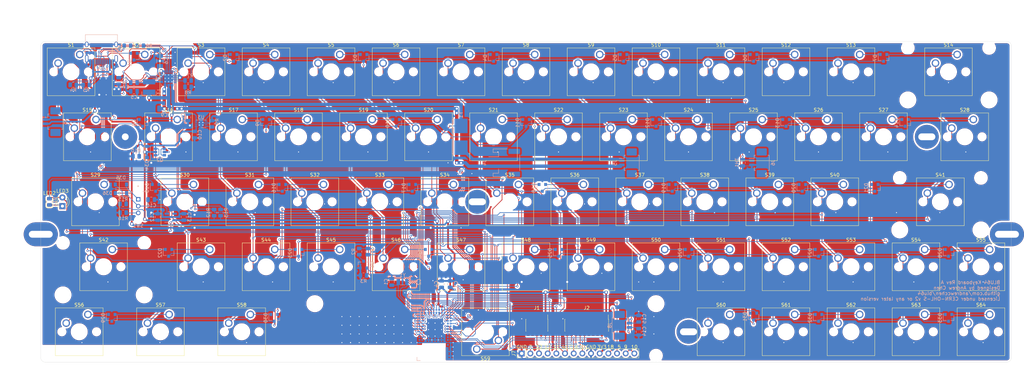
<source format=kicad_pcb>
(kicad_pcb (version 20171130) (host pcbnew 5.1.9)
  (title_block (title "BLU64 Keyboard") (rev A) (comment 1 "Licensed under CERN-OHL-S v2 or any later version") (comment 2 "Copyright (c) 2021 Andrew Chen <andrew@xortux.com>"))
  (layers (0 F.Cu signal) (31 B.Cu signal) (34 B.Paste user hide) (35 F.Paste user hide) (36 B.SilkS user) (37 F.SilkS user) (38 B.Mask user hide) (39 F.Mask user hide) (44 Edge.Cuts user))
  (net 0 "")
  (net 1 "Net-(D1-Pad2)")
  (net 2 "Net-(D1-Pad1)")
  (net 3 "Net-(D2-Pad2)")
  (net 4 "Net-(D2-Pad1)")
  (net 5 "Net-(D3-Pad2)")
  (net 6 "Net-(D3-Pad1)")
  (net 7 "Net-(D4-Pad2)")
  (net 8 "Net-(D4-Pad1)")
  (net 9 "Net-(D5-Pad2)")
  (net 10 "Net-(D5-Pad1)")
  (net 11 "Net-(D6-Pad2)")
  (net 12 "Net-(D6-Pad1)")
  (net 13 "Net-(D7-Pad2)")
  (net 14 "Net-(D7-Pad1)")
  (net 15 "Net-(D8-Pad2)")
  (net 16 "Net-(D8-Pad1)")
  (net 17 "Net-(D9-Pad2)")
  (net 18 "Net-(D9-Pad1)")
  (net 19 "Net-(D10-Pad2)")
  (net 20 "Net-(D10-Pad1)")
  (net 21 "Net-(D11-Pad2)")
  (net 22 "Net-(D11-Pad1)")
  (net 23 "Net-(D12-Pad2)")
  (net 24 "Net-(D12-Pad1)")
  (net 25 "Net-(D13-Pad2)")
  (net 26 "Net-(D13-Pad1)")
  (net 27 "Net-(D14-Pad2)")
  (net 28 "Net-(D14-Pad1)")
  (net 29 "Net-(D15-Pad2)")
  (net 30 "Net-(D15-Pad1)")
  (net 31 "Net-(D16-Pad2)")
  (net 32 "Net-(D16-Pad1)")
  (net 33 "Net-(D17-Pad2)")
  (net 34 "Net-(D17-Pad1)")
  (net 35 "Net-(D18-Pad2)")
  (net 36 "Net-(D18-Pad1)")
  (net 37 "Net-(D19-Pad2)")
  (net 38 "Net-(D19-Pad1)")
  (net 39 "Net-(D20-Pad2)")
  (net 40 "Net-(D20-Pad1)")
  (net 41 "Net-(D21-Pad2)")
  (net 42 "Net-(D21-Pad1)")
  (net 43 "Net-(D22-Pad2)")
  (net 44 "Net-(D22-Pad1)")
  (net 45 "Net-(D23-Pad2)")
  (net 46 "Net-(D23-Pad1)")
  (net 47 "Net-(D24-Pad2)")
  (net 48 "Net-(D24-Pad1)")
  (net 49 "Net-(D25-Pad2)")
  (net 50 "Net-(D25-Pad1)")
  (net 51 "Net-(D26-Pad2)")
  (net 52 "Net-(D26-Pad1)")
  (net 53 "Net-(D27-Pad2)")
  (net 54 "Net-(D27-Pad1)")
  (net 55 "Net-(D28-Pad2)")
  (net 56 "Net-(D28-Pad1)")
  (net 57 "Net-(D29-Pad2)")
  (net 58 "Net-(D29-Pad1)")
  (net 59 "Net-(D30-Pad2)")
  (net 60 "Net-(D30-Pad1)")
  (net 61 "Net-(D31-Pad2)")
  (net 62 "Net-(D31-Pad1)")
  (net 63 "Net-(D32-Pad2)")
  (net 64 "Net-(D32-Pad1)")
  (net 65 "Net-(D33-Pad2)")
  (net 66 "Net-(D33-Pad1)")
  (net 67 /row1)
  (net 68 /row2)
  (net 69 /row3)
  (net 70 /row4)
  (net 71 /row5)
  (net 72 /col1)
  (net 73 /col2)
  (net 74 /col3)
  (net 75 /col4)
  (net 76 /col5)
  (net 77 /col6)
  (net 78 /col7)
  (net 79 /col8)
  (net 80 /col9)
  (net 81 /col10)
  (net 82 /col11)
  (net 83 /col12)
  (net 84 /col13)
  (net 85 /col14)
  (net 86 "Net-(U1-Pad2)")
  (net 87 "Net-(U1-Pad4)")
  (net 88 "Net-(U1-Pad63)")
  (net 89 "Net-(U1-Pad64)")
  (net 90 GND)
  (net 91 "Net-(U1-Pad22)")
  (net 92 "Net-(U1-Pad44)")
  (net 93 /SWDIO)
  (net 94 /D+)
  (net 95 /D-)
  (net 96 VBUS)
  (net 97 +3V3)
  (net 98 "Net-(C2-Pad2)")
  (net 99 "Net-(C1-Pad1)")
  (net 100 /P32)
  (net 101 /P11)
  (net 102 /P12)
  (net 103 /P41)
  (net 104 /P40)
  (net 105 /P7)
  (net 106 /P5)
  (net 107 "Net-(J2-Pad13)")
  (net 108 "Net-(J2-Pad11)")
  (net 109 "Net-(J2-Pad10)")
  (net 110 "Net-(J2-Pad8)")
  (net 111 "Net-(J2-Pad7)")
  (net 112 "Net-(J2-Pad6)")
  (net 113 /SWCLK)
  (net 114 /BAT_SENS)
  (net 115 /BAT_SENS_EN)
  (net 116 VSYS)
  (net 117 VBAT)
  (net 118 "Net-(C8-Pad2)")
  (net 119 "Net-(F1-Pad2)")
  (net 120 "Net-(J1-Pad10)")
  (net 121 "Net-(J1-Pad8)")
  (net 122 "Net-(J1-Pad7)")
  (net 123 "Net-(J3-PadB8)")
  (net 124 "Net-(J3-PadA5)")
  (net 125 "Net-(J3-PadA8)")
  (net 126 "Net-(J3-PadB5)")
  (net 127 /Power/NTC)
  (net 128 "Net-(LED1-Pad1)")
  (net 129 "Net-(Q1-Pad3)")
  (net 130 "Net-(Q2-Pad4)")
  (net 131 /Power/CHGLED)
  (net 132 "Net-(R9-Pad1)")
  (net 133 /SCL)
  (net 134 /SDA)
  (net 135 "Net-(U2-Pad12)")
  (net 136 "Net-(U2-Pad7)")
  (net 137 "Net-(U4-Pad4)")
  (net 138 /Power/PMID)
  (net 139 /Power/BTST)
  (net 140 /Power/SW)
  (net 141 GNDPWR)
  (net 142 /P18)
  (net 143 /NFC2)
  (net 144 /NFC1)
  (net 145 "Net-(LED2-Pad1)")
  (net 146 /CAPS_LED)
  (net 147 /PWRON)
  (net 148 "Net-(D35-Pad2)")
  (net 149 "Net-(D35-Pad1)")
  (net 150 "Net-(R16-Pad2)")
  (module LED_THT:LED_D3.0mm (layer F.Cu) (at 57.785 99.695 90)
    (fp_text reference LED3 (at 4.445 0 180) (layer F.SilkS))
    (fp_text value Red)
    (pad 2 thru_hole circle (at 2.54 0 90) (size 1.8 1.8) (drill 0.9) (layers *.Cu *.Mask) (net 97 +3V3))
    (pad 1 thru_hole rect (at 0 0 90) (size 1.8 1.8) (drill 0.9) (layers *.Cu *.Mask) (net 145 "Net-(LED2-Pad1)"))
  )
  (module Resistor_SMD:R_0805_2012Metric (layer B.Cu) (at 75.565 99.06)
    (fp_text reference R15 (at 0 -1.397) (layer B.SilkS) (effects (justify mirror)))
    (fp_text value 10k)
    (pad 2 smd roundrect (at 0.9125 0) (size 1.025 1.4) (layers B.Cu B.Paste B.Mask) (roundrect_rratio 0.2439004878048781) (net 148 "Net-(D35-Pad2)"))
    (pad 1 smd roundrect (at -0.9125 0) (size 1.025 1.4) (layers B.Cu B.Paste B.Mask) (roundrect_rratio 0.2439004878048781) (net 116 VSYS))
  )
  (module Resistor_SMD:R_0805_2012Metric (layer B.Cu) (at 75.565 101.6)
    (fp_text reference R16 (at 0 1.651) (layer B.SilkS) (effects (justify mirror)))
    (fp_text value 10k)
    (pad 2 smd roundrect (at 0.9125 0) (size 1.025 1.4) (layers B.Cu B.Paste B.Mask) (roundrect_rratio 0.2439004878048781) (net 150 "Net-(R16-Pad2)"))
    (pad 1 smd roundrect (at -0.9125 0) (size 1.025 1.4) (layers B.Cu B.Paste B.Mask) (roundrect_rratio 0.2439004878048781) (net 90 GND))
  )
  (module Diode_SMD:D_SOD-123 (layer B.Cu) (at 74.93 95.885 180)
    (fp_text reference D36 (at 3.937 0) (layer B.SilkS) (effects (justify mirror)))
    (fp_text value 1N4007)
    (pad 2 smd rect (at 1.65 0 180) (size 0.9 1.2) (layers B.Cu B.Paste B.Mask) (net 96 VBUS))
    (pad 1 smd rect (at -1.65 0 180) (size 0.9 1.2) (layers B.Cu B.Paste B.Mask) (net 147 /PWRON))
  )
  (module Diode_SMD:D_SOD-123 (layer B.Cu) (at 74.93 93.345 180)
    (fp_text reference D35 (at 0 2) (layer B.SilkS) (effects (justify mirror)))
    (fp_text value 1N4007)
    (pad 2 smd rect (at 1.65 0 180) (size 0.9 1.2) (layers B.Cu B.Paste B.Mask) (net 148 "Net-(D35-Pad2)"))
    (pad 1 smd rect (at -1.65 0 180) (size 0.9 1.2) (layers B.Cu B.Paste B.Mask) (net 149 "Net-(D35-Pad1)"))
  )
  (module Capacitor_SMD:C_0805_2012Metric (layer B.Cu) (at 83.82 97.79)
    (fp_text reference C16 (at 0 1.68) (layer B.SilkS) (effects (justify mirror)))
    (fp_text value 1uF)
    (pad 2 smd roundrect (at 0.95 0) (size 1 1.45) (layers B.Cu B.Paste B.Mask) (net 90 GND))
    (pad 1 smd roundrect (at -0.95 0) (size 1 1.45) (layers B.Cu B.Paste B.Mask) (net 147 /PWRON))
  )
  (module Connector_PinHeader_1.27mm:PinHeader_2x10_P1.27mm_Vertical_SMD (layer F.Cu) (at 211.455 134.62 270)
    (fp_text reference J2 (at -5.08 0 180) (layer F.SilkS))
    (fp_text value Conn_ETM)
    (pad 20 smd rect (at 1.95 5.715 270) (size 2.4 0.74) (layers F.Cu F.Paste F.Mask) (net 103 /P41))
    (pad 19 smd rect (at -1.95 5.715 270) (size 2.4 0.74) (layers F.Cu F.Paste F.Mask) (net 90 GND))
    (pad 18 smd rect (at 1.95 4.445 270) (size 2.4 0.74) (layers F.Cu F.Paste F.Mask) (net 101 /P11))
    (pad 17 smd rect (at -1.95 4.445 270) (size 2.4 0.74) (layers F.Cu F.Paste F.Mask) (net 90 GND))
    (pad 16 smd rect (at 1.95 3.175 270) (size 2.4 0.74) (layers F.Cu F.Paste F.Mask) (net 102 /P12))
    (pad 15 smd rect (at -1.95 3.175 270) (size 2.4 0.74) (layers F.Cu F.Paste F.Mask) (net 90 GND))
    (pad 14 smd rect (at 1.95 1.905 270) (size 2.4 0.74) (layers F.Cu F.Paste F.Mask) (net 100 /P32))
    (pad 13 smd rect (at -1.95 1.905 270) (size 2.4 0.74) (layers F.Cu F.Paste F.Mask) (net 107 "Net-(J2-Pad13)"))
    (pad 12 smd rect (at 1.95 0.635 270) (size 2.4 0.74) (layers F.Cu F.Paste F.Mask) (net 105 /P7))
    (pad 11 smd rect (at -1.95 0.635 270) (size 2.4 0.74) (layers F.Cu F.Paste F.Mask) (net 108 "Net-(J2-Pad11)"))
    (pad 10 smd rect (at 1.95 -0.635 270) (size 2.4 0.74) (layers F.Cu F.Paste F.Mask) (net 109 "Net-(J2-Pad10)"))
    (pad 9 smd rect (at -1.95 -0.635 270) (size 2.4 0.74) (layers F.Cu F.Paste F.Mask) (net 90 GND))
    (pad 8 smd rect (at 1.95 -1.905 270) (size 2.4 0.74) (layers F.Cu F.Paste F.Mask) (net 110 "Net-(J2-Pad8)"))
    (pad 7 smd rect (at -1.95 -1.905 270) (size 2.4 0.74) (layers F.Cu F.Paste F.Mask) (net 111 "Net-(J2-Pad7)"))
    (pad 6 smd rect (at 1.95 -3.175 270) (size 2.4 0.74) (layers F.Cu F.Paste F.Mask) (net 112 "Net-(J2-Pad6)"))
    (pad 5 smd rect (at -1.95 -3.175 270) (size 2.4 0.74) (layers F.Cu F.Paste F.Mask) (net 90 GND))
    (pad 4 smd rect (at 1.95 -4.445 270) (size 2.4 0.74) (layers F.Cu F.Paste F.Mask) (net 113 /SWCLK))
    (pad 3 smd rect (at -1.95 -4.445 270) (size 2.4 0.74) (layers F.Cu F.Paste F.Mask) (net 90 GND))
    (pad 2 smd rect (at 1.95 -5.715 270) (size 2.4 0.74) (layers F.Cu F.Paste F.Mask) (net 93 /SWDIO))
    (pad 1 smd rect (at -1.95 -5.715 270) (size 2.4 0.74) (layers F.Cu F.Paste F.Mask) (net 97 +3V3))
  )
  (module Button_Switch_Keyboard:SW_Cherry_MX_1.00u_PCB (layer F.Cu) (at 139.065 55.245)
    (fp_text reference S5 (at -2.54 -2.794) (layer F.SilkS))
    (fp_text value MX1A)
    (pad "" np_thru_hole circle (at 2.54 5.08) (size 1.7 1.7) (drill 1.7) (layers *.Cu *.Mask))
    (pad "" np_thru_hole circle (at -7.62 5.08) (size 1.7 1.7) (drill 1.7) (layers *.Cu *.Mask))
    (pad "" np_thru_hole circle (at -2.54 5.08) (size 4 4) (drill 4) (layers *.Cu *.Mask))
    (pad 2 thru_hole circle (at -6.35 2.54) (size 2.2 2.2) (drill 1.5) (layers *.Cu *.Mask) (net 76 /col5))
    (pad 1 thru_hole circle (at 0 0) (size 2.2 2.2) (drill 1.5) (layers *.Cu *.Mask) (net 6 "Net-(D3-Pad1)"))
  )
  (module Connector_Molex:Molex_PicoBlade_53261-0271_1x02-1MP_P1.25mm_Horizontal (layer B.Cu) (at 55.245 74.93 270)
    (fp_text reference J9 (at 0 -3.683 90) (layer B.SilkS) (effects (justify mirror)))
    (fp_text value PicoBlade)
    (pad MP smd roundrect (at 3.175 -0.5 270) (size 2.1 3) (layers B.Cu B.Paste B.Mask) (roundrect_rratio 0.1190471428571429))
    (pad MP smd roundrect (at -3.175 -0.5 270) (size 2.1 3) (layers B.Cu B.Paste B.Mask) (roundrect_rratio 0.1190471428571429))
    (pad 2 smd roundrect (at 0.625 2.4 270) (size 0.8 1.6) (layers B.Cu B.Paste B.Mask) (net 96 VBUS))
    (pad 1 smd roundrect (at -0.625 2.4 270) (size 0.8 1.6) (layers B.Cu B.Paste B.Mask) (net 90 GND))
  )
  (module Resistor_SMD:R_0805_2012Metric (layer B.Cu) (at 53.975 98.425 90)
    (fp_text reference R14 (at 0 1.65 -90) (layer B.SilkS) (effects (justify mirror)))
    (fp_text value 1k)
    (pad 2 smd roundrect (at 0.9125 0 90) (size 1.025 1.4) (layers B.Cu B.Paste B.Mask) (roundrect_rratio 0.2439004878048781) (net 146 /CAPS_LED))
    (pad 1 smd roundrect (at -0.9125 0 90) (size 1.025 1.4) (layers B.Cu B.Paste B.Mask) (roundrect_rratio 0.2439004878048781) (net 145 "Net-(LED2-Pad1)"))
  )
  (module LED_SMD:LED_0805_2012Metric (layer F.Cu) (at 53.975 98.425 90)
    (fp_text reference LED2 (at 2.54 0 180) (layer F.SilkS))
    (fp_text value Red)
    (pad 2 smd roundrect (at 0.9375 0 90) (size 0.975 1.4) (layers F.Cu F.Paste F.Mask) (net 97 +3V3))
    (pad 1 smd roundrect (at -0.9375 0 90) (size 0.975 1.4) (layers F.Cu F.Paste F.Mask) (net 145 "Net-(LED2-Pad1)"))
  )
  (module Capacitor_SMD:C_0805_2012Metric (layer B.Cu) (at 96.52 78.74 270)
    (fp_text reference C10 (at 0 -1.524 90) (layer B.SilkS) (effects (justify mirror)))
    (fp_text value 4.7uF)
    (pad 2 smd roundrect (at 0.95 0 270) (size 1 1.45) (layers B.Cu B.Paste B.Mask) (net 90 GND))
    (pad 1 smd roundrect (at -0.95 0 270) (size 1 1.45) (layers B.Cu B.Paste B.Mask) (net 96 VBUS))
  )
  (module Capacitor_SMD:C_0805_2012Metric (layer B.Cu) (at 226.695 132.71 270)
    (fp_text reference C15 (at 0 -1.651 90) (layer B.SilkS) (effects (justify mirror)))
    (fp_text value Ctune)
    (pad 2 smd roundrect (at 0.95 0 270) (size 1 1.45) (layers B.Cu B.Paste B.Mask) (net 143 /NFC2))
    (pad 1 smd roundrect (at -0.95 0 270) (size 1 1.45) (layers B.Cu B.Paste B.Mask) (net 90 GND))
  )
  (module Capacitor_SMD:C_0805_2012Metric (layer B.Cu) (at 226.695 136.525 270)
    (fp_text reference C14 (at -0.127 -1.651 90) (layer B.SilkS) (effects (justify mirror)))
    (fp_text value Ctune)
    (pad 2 smd roundrect (at 0.95 0 270) (size 1 1.45) (layers B.Cu B.Paste B.Mask) (net 90 GND))
    (pad 1 smd roundrect (at -0.95 0 270) (size 1 1.45) (layers B.Cu B.Paste B.Mask) (net 144 /NFC1))
  )
  (module Connector_Molex:Molex_PicoBlade_53261-0271_1x02-1MP_P1.25mm_Horizontal (layer B.Cu) (at 221.615 134.62 90)
    (fp_text reference J8 (at 0 -3.429 90) (layer B.SilkS) (effects (justify mirror)))
    (fp_text value PicoBlade)
    (pad MP smd roundrect (at 3.175 -0.5 90) (size 2.1 3) (layers B.Cu B.Paste B.Mask) (roundrect_rratio 0.1190471428571429))
    (pad MP smd roundrect (at -3.175 -0.5 90) (size 2.1 3) (layers B.Cu B.Paste B.Mask) (roundrect_rratio 0.1190471428571429))
    (pad 2 smd roundrect (at 0.625 2.4 90) (size 0.8 1.6) (layers B.Cu B.Paste B.Mask) (net 143 /NFC2))
    (pad 1 smd roundrect (at -0.625 2.4 90) (size 0.8 1.6) (layers B.Cu B.Paste B.Mask) (net 144 /NFC1))
  )
  (module Connector_PinHeader_2.54mm:PinHeader_1x14_P2.54mm_Vertical (layer F.Cu) (at 192.405 142.875 90)
    (fp_text reference J7 (at 0 -2.33 90) (layer F.SilkS))
    (fp_text value 2.54mm)
    (pad 14 thru_hole oval (at 0 33.02 90) (size 1.7 1.7) (drill 1) (layers *.Cu *.Mask) (net 143 /NFC2))
    (pad 13 thru_hole oval (at 0 30.48 90) (size 1.7 1.7) (drill 1) (layers *.Cu *.Mask) (net 144 /NFC1))
    (pad 12 thru_hole oval (at 0 27.94 90) (size 1.7 1.7) (drill 1) (layers *.Cu *.Mask) (net 106 /P5))
    (pad 11 thru_hole oval (at 0 25.4 90) (size 1.7 1.7) (drill 1) (layers *.Cu *.Mask) (net 142 /P18))
    (pad 10 thru_hole oval (at 0 22.86 90) (size 1.7 1.7) (drill 1) (layers *.Cu *.Mask) (net 97 +3V3))
    (pad 9 thru_hole oval (at 0 20.32 90) (size 1.7 1.7) (drill 1) (layers *.Cu *.Mask) (net 90 GND))
    (pad 8 thru_hole oval (at 0 17.78 90) (size 1.7 1.7) (drill 1) (layers *.Cu *.Mask) (net 93 /SWDIO))
    (pad 7 thru_hole oval (at 0 15.24 90) (size 1.7 1.7) (drill 1) (layers *.Cu *.Mask) (net 113 /SWCLK))
    (pad 6 thru_hole oval (at 0 12.7 90) (size 1.7 1.7) (drill 1) (layers *.Cu *.Mask) (net 103 /P41))
    (pad 5 thru_hole oval (at 0 10.16 90) (size 1.7 1.7) (drill 1) (layers *.Cu *.Mask) (net 101 /P11))
    (pad 4 thru_hole oval (at 0 7.62 90) (size 1.7 1.7) (drill 1) (layers *.Cu *.Mask) (net 102 /P12))
    (pad 3 thru_hole oval (at 0 5.08 90) (size 1.7 1.7) (drill 1) (layers *.Cu *.Mask) (net 100 /P32))
    (pad 2 thru_hole oval (at 0 2.54 90) (size 1.7 1.7) (drill 1) (layers *.Cu *.Mask) (net 105 /P7))
    (pad 1 thru_hole rect (at 0 0 90) (size 1.7 1.7) (drill 1) (layers *.Cu *.Mask) (net 90 GND))
  )
  (module Button_Switch_Keyboard:SW_Cherry_MX_1.50u_PCB (layer F.Cu) (at 67.6275 74.295)
    (fp_text reference S15 (at -2.54 -2.794) (layer F.SilkS))
    (fp_text value MX1A)
    (pad "" np_thru_hole circle (at 2.54 5.08) (size 1.7 1.7) (drill 1.7) (layers *.Cu *.Mask))
    (pad "" np_thru_hole circle (at -7.62 5.08) (size 1.7 1.7) (drill 1.7) (layers *.Cu *.Mask))
    (pad "" np_thru_hole circle (at -2.54 5.08) (size 4 4) (drill 4) (layers *.Cu *.Mask))
    (pad 2 thru_hole circle (at -6.35 2.54) (size 2.2 2.2) (drill 1.5) (layers *.Cu *.Mask) (net 72 /col1))
    (pad 1 thru_hole circle (at 0 0) (size 2.2 2.2) (drill 1.5) (layers *.Cu *.Mask) (net 16 "Net-(D8-Pad1)"))
  )
  (module Button_Switch_Keyboard:SW_Cherry_MX_6.25u_PCB (layer F.Cu) (at 179.22875 141.605 180)
    (fp_text reference S59 (at -2.54 -2.794) (layer F.SilkS))
    (fp_text value MX1A)
    (pad "" np_thru_hole circle (at 47.46 -1.92 180) (size 3.05 3.05) (drill 3.05) (layers *.Cu *.Mask))
    (pad "" np_thru_hole circle (at -52.54 -1.92 180) (size 3.05 3.05) (drill 3.05) (layers *.Cu *.Mask))
    (pad "" np_thru_hole circle (at -52.54 13.32 180) (size 4 4) (drill 4) (layers *.Cu *.Mask))
    (pad "" np_thru_hole circle (at 47.46 13.32 180) (size 4 4) (drill 4) (layers *.Cu *.Mask))
    (pad "" np_thru_hole circle (at 2.54 5.08 180) (size 1.7 1.7) (drill 1.7) (layers *.Cu *.Mask))
    (pad "" np_thru_hole circle (at -7.62 5.08 180) (size 1.7 1.7) (drill 1.7) (layers *.Cu *.Mask))
    (pad "" np_thru_hole circle (at -2.54 5.08 180) (size 4 4) (drill 4) (layers *.Cu *.Mask))
    (pad 2 thru_hole circle (at -6.35 2.54 180) (size 2.2 2.2) (drill 1.5) (layers *.Cu *.Mask) (net 77 /col6))
    (pad 1 thru_hole circle (at 0 0 180) (size 2.2 2.2) (drill 1.5) (layers *.Cu *.Mask) (net 59 "Net-(D30-Pad2)"))
  )
  (module project:GND_Tie (layer B.Cu) (at 87.9 63.68)
    (fp_text reference JP100 hide)
    (fp_text value Jumper_2_Bridged hide)
    (fp_poly (pts (xy -0.2 -0.3) (xy -0.2 0.3) (xy 0.2 0.3) (xy 0.2 -0.3)) (layer B.Cu) (width 0))
    (pad 2 smd oval (at 0 0.3) (size 0.4 0.2) (layers B.Cu) (net 141 GNDPWR))
    (pad 1 smd oval (at 0 -0.3) (size 0.4 0.2) (layers B.Cu) (net 90 GND))
  )
  (module Resistor_SMD:R_0805_2012Metric (layer B.Cu) (at 104.14 101.6 90)
    (fp_text reference R13 (at 0 1.65 90) (layer B.SilkS) (effects (justify mirror)))
    (fp_text value 10k)
    (pad 2 smd roundrect (at 0.9125 0 90) (size 1.025 1.4) (layers B.Cu B.Paste B.Mask) (roundrect_rratio 0.2439004878048781) (net 134 /SDA))
    (pad 1 smd roundrect (at -0.9125 0 90) (size 1.025 1.4) (layers B.Cu B.Paste B.Mask) (roundrect_rratio 0.2439004878048781) (net 97 +3V3))
  )
  (module Resistor_SMD:R_0805_2012Metric (layer B.Cu) (at 102.235 101.6 90)
    (fp_text reference R12 (at 0 -1.651 90) (layer B.SilkS) (effects (justify mirror)))
    (fp_text value 10k)
    (pad 2 smd roundrect (at 0.9125 0 90) (size 1.025 1.4) (layers B.Cu B.Paste B.Mask) (roundrect_rratio 0.2439004878048781) (net 133 /SCL))
    (pad 1 smd roundrect (at -0.9125 0 90) (size 1.025 1.4) (layers B.Cu B.Paste B.Mask) (roundrect_rratio 0.2439004878048781) (net 97 +3V3))
  )
  (module Resistor_SMD:R_0805_2012Metric (layer B.Cu) (at 79.375 85.09 180)
    (fp_text reference R10 (at 0 1.65 180) (layer B.SilkS) (effects (justify mirror)))
    (fp_text value 10k)
    (pad 2 smd roundrect (at 0.9125 0 180) (size 1.025 1.4) (layers B.Cu B.Paste B.Mask) (roundrect_rratio 0.2439004878048781) (net 90 GND))
    (pad 1 smd roundrect (at -0.9125 0 180) (size 1.025 1.4) (layers B.Cu B.Paste B.Mask) (roundrect_rratio 0.2439004878048781) (net 96 VBUS))
  )
  (module Capacitor_SMD:C_1206_3216Metric (layer B.Cu) (at 87.63 71.12)
    (fp_text reference C9 (at 0 1.85) (layer B.SilkS) (effects (justify mirror)))
    (fp_text value 22uF)
    (pad 2 smd roundrect (at 1.475 0) (size 1.15 1.8) (layers B.Cu B.Paste B.Mask) (roundrect_rratio 0.2173904347826087) (net 116 VSYS))
    (pad 1 smd roundrect (at -1.475 0) (size 1.15 1.8) (layers B.Cu B.Paste B.Mask) (roundrect_rratio 0.2173904347826087) (net 141 GNDPWR))
  )
  (module Capacitor_SMD:C_1206_3216Metric (layer B.Cu) (at 86.36 57.15 90)
    (fp_text reference C6 (at 0 1.85 90) (layer B.SilkS) (effects (justify mirror)))
    (fp_text value 22uF)
    (pad 2 smd roundrect (at 1.475 0 90) (size 1.15 1.8) (layers B.Cu B.Paste B.Mask) (roundrect_rratio 0.2173904347826087) (net 90 GND))
    (pad 1 smd roundrect (at -1.475 0 90) (size 1.15 1.8) (layers B.Cu B.Paste B.Mask) (roundrect_rratio 0.2173904347826087) (net 138 /Power/PMID))
  )
  (module Package_TO_SOT_SMD:SOT-23-5 (layer B.Cu) (at 89.535 102.87)
    (fp_text reference U4 (at 0 2.4) (layer B.SilkS) (effects (justify mirror)))
    (fp_text value MCP1811AT-033/OT)
    (pad 5 smd roundrect (at 1.1375 0.95) (size 1.325 0.6) (layers B.Cu B.Paste B.Mask) (net 97 +3V3))
    (pad 4 smd roundrect (at 1.1375 -0.95) (size 1.325 0.6) (layers B.Cu B.Paste B.Mask) (net 137 "Net-(U4-Pad4)"))
    (pad 3 smd roundrect (at -1.1375 -0.95) (size 1.325 0.6) (layers B.Cu B.Paste B.Mask) (net 147 /PWRON))
    (pad 2 smd roundrect (at -1.1375 0) (size 1.325 0.6) (layers B.Cu B.Paste B.Mask) (net 90 GND))
    (pad 1 smd roundrect (at -1.1375 0.95) (size 1.325 0.6) (layers B.Cu B.Paste B.Mask) (net 116 VSYS))
  )
  (module Package_DFN_QFN:DFN-8-1EP_3x2mm_P0.5mm_EP1.7x1.4mm (layer B.Cu) (at 98.425 75.565)
    (fp_text reference U3 (at 0 -1.905) (layer B.SilkS) (effects (justify mirror)))
    (fp_text value MCP73832-2-MC)
    (pad 9 smd rect (at 0 0) (size 1.7 1.4) (layers B.Cu B.Mask) (net 90 GND))
    (pad 8 smd roundrect (at 1.45 0.75) (size 0.8 0.25) (layers B.Cu B.Paste B.Mask) (net 132 "Net-(R9-Pad1)"))
    (pad 7 smd roundrect (at 1.45 0.25) (size 0.8 0.25) (layers B.Cu B.Paste B.Mask))
    (pad 6 smd roundrect (at 1.45 -0.25) (size 0.8 0.25) (layers B.Cu B.Paste B.Mask) (net 90 GND))
    (pad 5 smd roundrect (at 1.45 -0.75) (size 0.8 0.25) (layers B.Cu B.Paste B.Mask) (net 131 /Power/CHGLED))
    (pad 4 smd roundrect (at -1.45 -0.75) (size 0.8 0.25) (layers B.Cu B.Paste B.Mask) (net 117 VBAT))
    (pad 3 smd roundrect (at -1.45 -0.25) (size 0.8 0.25) (layers B.Cu B.Paste B.Mask) (net 117 VBAT))
    (pad 2 smd roundrect (at -1.45 0.25) (size 0.8 0.25) (layers B.Cu B.Paste B.Mask) (net 96 VBUS))
    (pad 1 smd roundrect (at -1.45 0.75) (size 0.8 0.25) (layers B.Cu B.Paste B.Mask) (net 96 VBUS))
  )
  (module Package_DFN_QFN:QFN-24-1EP_4x4mm_P0.5mm_EP2.65x2.65mm (layer B.Cu) (at 88.9 62.23 270)
    (fp_text reference U2 (at -0.762 3.048 90) (layer B.SilkS) (effects (justify mirror)))
    (fp_text value BQ24295)
    (pad 25 smd rect (at 0 0 270) (size 2.65 2.65) (layers B.Cu B.Mask) (net 90 GND))
    (pad 24 smd roundrect (at -1.25 1.95 270) (size 0.3 0.85) (layers B.Cu B.Paste B.Mask) (net 96 VBUS))
    (pad 23 smd roundrect (at -0.75 1.95 270) (size 0.3 0.85) (layers B.Cu B.Paste B.Mask) (net 138 /Power/PMID))
    (pad 22 smd roundrect (at -0.25 1.95 270) (size 0.3 0.85) (layers B.Cu B.Paste B.Mask) (net 118 "Net-(C8-Pad2)"))
    (pad 21 smd roundrect (at 0.25 1.95 270) (size 0.3 0.85) (layers B.Cu B.Paste B.Mask) (net 139 /Power/BTST))
    (pad 20 smd roundrect (at 0.75 1.95 270) (size 0.3 0.85) (layers B.Cu B.Paste B.Mask) (net 140 /Power/SW))
    (pad 19 smd roundrect (at 1.25 1.95 270) (size 0.3 0.85) (layers B.Cu B.Paste B.Mask) (net 140 /Power/SW))
    (pad 18 smd roundrect (at 1.95 1.25 270) (size 0.85 0.3) (layers B.Cu B.Paste B.Mask) (net 141 GNDPWR))
    (pad 17 smd roundrect (at 1.95 0.75 270) (size 0.85 0.3) (layers B.Cu B.Paste B.Mask) (net 141 GNDPWR))
    (pad 16 smd roundrect (at 1.95 0.25 270) (size 0.85 0.3) (layers B.Cu B.Paste B.Mask) (net 116 VSYS))
    (pad 15 smd roundrect (at 1.95 -0.25 270) (size 0.85 0.3) (layers B.Cu B.Paste B.Mask) (net 116 VSYS))
    (pad 14 smd roundrect (at 1.95 -0.75 270) (size 0.85 0.3) (layers B.Cu B.Paste B.Mask) (net 117 VBAT))
    (pad 13 smd roundrect (at 1.95 -1.25 270) (size 0.85 0.3) (layers B.Cu B.Paste B.Mask) (net 117 VBAT))
    (pad 12 smd roundrect (at 1.25 -1.95 270) (size 0.3 0.85) (layers B.Cu B.Paste B.Mask) (net 135 "Net-(U2-Pad12)"))
    (pad 11 smd roundrect (at 0.75 -1.95 270) (size 0.3 0.85) (layers B.Cu B.Paste B.Mask) (net 127 /Power/NTC))
    (pad 10 smd roundrect (at 0.25 -1.95 270) (size 0.3 0.85) (layers B.Cu B.Paste B.Mask) (net 90 GND))
    (pad 9 smd roundrect (at -0.25 -1.95 270) (size 0.3 0.85) (layers B.Cu B.Paste B.Mask) (net 90 GND))
    (pad 8 smd roundrect (at -0.75 -1.95 270) (size 0.3 0.85) (layers B.Cu B.Paste B.Mask) (net 90 GND))
    (pad 7 smd roundrect (at -1.25 -1.95 270) (size 0.3 0.85) (layers B.Cu B.Paste B.Mask) (net 136 "Net-(U2-Pad7)"))
    (pad 6 smd roundrect (at -1.95 -1.25 270) (size 0.85 0.3) (layers B.Cu B.Paste B.Mask) (net 134 /SDA))
    (pad 5 smd roundrect (at -1.95 -0.75 270) (size 0.85 0.3) (layers B.Cu B.Paste B.Mask) (net 133 /SCL))
    (pad 4 smd roundrect (at -1.95 -0.25 270) (size 0.85 0.3) (layers B.Cu B.Paste B.Mask) (net 131 /Power/CHGLED))
    (pad 3 smd roundrect (at -1.95 0.25 270) (size 0.85 0.3) (layers B.Cu B.Paste B.Mask) (net 95 /D-))
    (pad 2 smd roundrect (at -1.95 0.75 270) (size 0.85 0.3) (layers B.Cu B.Paste B.Mask) (net 94 /D+))
    (pad 1 smd roundrect (at -1.95 1.25 270) (size 0.85 0.3) (layers B.Cu B.Paste B.Mask) (net 96 VBUS))
  )
  (module Resistor_SMD:R_0805_2012Metric (layer B.Cu) (at 257.175 86.995 270)
    (fp_text reference TH1 (at 0 1.65 90) (layer B.SilkS) (effects (justify mirror)))
    (fp_text value "10k NTC")
    (pad 2 smd roundrect (at 0.9125 0 270) (size 1.025 1.4) (layers B.Cu B.Paste B.Mask) (roundrect_rratio 0.2439004878048781) (net 90 GND))
    (pad 1 smd roundrect (at -0.9125 0 270) (size 1.025 1.4) (layers B.Cu B.Paste B.Mask) (roundrect_rratio 0.2439004878048781) (net 127 /Power/NTC))
  )
  (module project:SW_OS102011MS2QN1 (layer B.Cu) (at 80.01 99.695 270)
    (fp_text reference SW1 (at 5.715 0) (layer B.SilkS) (effects (justify mirror)))
    (fp_text value "Slide Switch")
    (pad 1 thru_hole rect (at -2 0 270) (size 1.308 1.308) (drill 0.8) (layers *.Cu *.Mask) (net 149 "Net-(D35-Pad1)"))
    (pad 2 thru_hole circle (at 0 0 270) (size 1.308 1.308) (drill 0.8) (layers *.Cu *.Mask) (net 147 /PWRON))
    (pad 3 thru_hole circle (at 2 0 270) (size 1.308 1.308) (drill 0.8) (layers *.Cu *.Mask) (net 150 "Net-(R16-Pad2)"))
    (pad ~ np_thru_hole circle (at -4.1 0 270) (size 1.5 1.5) (drill 1.5) (layers *.Cu *.Mask))
    (pad ~ np_thru_hole circle (at 4.1 0 270) (size 1.5 1.5) (drill 1.5) (layers *.Cu *.Mask))
  )
  (module Resistor_SMD:R_0805_2012Metric (layer B.Cu) (at 101.6 75.565 90)
    (fp_text reference R9 (at 0.635 1.524 90) (layer B.SilkS) (effects (justify mirror)))
    (fp_text value 2k)
    (pad 2 smd roundrect (at 0.9125 0 90) (size 1.025 1.4) (layers B.Cu B.Paste B.Mask) (roundrect_rratio 0.2439004878048781) (net 90 GND))
    (pad 1 smd roundrect (at -0.9125 0 90) (size 1.025 1.4) (layers B.Cu B.Paste B.Mask) (roundrect_rratio 0.2439004878048781) (net 132 "Net-(R9-Pad1)"))
  )
  (module Resistor_SMD:R_0805_2012Metric (layer B.Cu) (at 94.615 64.77)
    (fp_text reference R8 (at 0 1.65) (layer B.SilkS) (effects (justify mirror)))
    (fp_text value 27k)
    (pad 2 smd roundrect (at 0.9125 0) (size 1.025 1.4) (layers B.Cu B.Paste B.Mask) (roundrect_rratio 0.2439004878048781) (net 90 GND))
    (pad 1 smd roundrect (at -0.9125 0) (size 1.025 1.4) (layers B.Cu B.Paste B.Mask) (roundrect_rratio 0.2439004878048781) (net 127 /Power/NTC))
  )
  (module Resistor_SMD:R_0805_2012Metric (layer B.Cu) (at 94.615 62.865 180)
    (fp_text reference R7 (at -0.635 1.397) (layer B.SilkS) (effects (justify mirror)))
    (fp_text value 4.7k)
    (pad 2 smd roundrect (at 0.9125 0 180) (size 1.025 1.4) (layers B.Cu B.Paste B.Mask) (roundrect_rratio 0.2439004878048781) (net 127 /Power/NTC))
    (pad 1 smd roundrect (at -0.9125 0 180) (size 1.025 1.4) (layers B.Cu B.Paste B.Mask) (roundrect_rratio 0.2439004878048781) (net 118 "Net-(C8-Pad2)"))
  )
  (module Resistor_SMD:R_0805_2012Metric (layer B.Cu) (at 80.645 52.705 180)
    (fp_text reference R6 (at -2.54 0 180) (layer B.SilkS) (effects (justify mirror)))
    (fp_text value 1k)
    (pad 2 smd roundrect (at 0.9125 0 180) (size 1.025 1.4) (layers B.Cu B.Paste B.Mask) (roundrect_rratio 0.2439004878048781) (net 128 "Net-(LED1-Pad1)"))
    (pad 1 smd roundrect (at -0.9125 0 180) (size 1.025 1.4) (layers B.Cu B.Paste B.Mask) (roundrect_rratio 0.2439004878048781) (net 131 /Power/CHGLED))
  )
  (module Resistor_SMD:R_0805_2012Metric (layer B.Cu) (at 64.77 64.135)
    (fp_text reference R5 (at 0 1.524) (layer B.SilkS) (effects (justify mirror)))
    (fp_text value 5.1k)
    (pad 2 smd roundrect (at 0.9125 0) (size 1.025 1.4) (layers B.Cu B.Paste B.Mask) (roundrect_rratio 0.2439004878048781) (net 126 "Net-(J3-PadB5)"))
    (pad 1 smd roundrect (at -0.9125 0) (size 1.025 1.4) (layers B.Cu B.Paste B.Mask) (roundrect_rratio 0.2439004878048781) (net 90 GND))
  )
  (module Resistor_SMD:R_0805_2012Metric (layer B.Cu) (at 146.05 120.015 180)
    (fp_text reference R3 (at 0 -1.651) (layer B.SilkS) (effects (justify mirror)))
    (fp_text value 10k)
    (pad 2 smd roundrect (at 0.9125 0 180) (size 1.025 1.4) (layers B.Cu B.Paste B.Mask) (roundrect_rratio 0.2439004878048781) (net 90 GND))
    (pad 1 smd roundrect (at -0.9125 0 180) (size 1.025 1.4) (layers B.Cu B.Paste B.Mask) (roundrect_rratio 0.2439004878048781) (net 115 /BAT_SENS_EN))
  )
  (module Package_TO_SOT_SMD:SuperSOT-6 (layer B.Cu) (at 86.36 83.82)
    (fp_text reference Q2 (at 0 2.35) (layer B.SilkS) (effects (justify mirror)))
    (fp_text value FDC6312P)
    (pad 5 smd rect (at 1.3 0) (size 1 0.7) (layers B.Cu B.Paste B.Mask) (net 117 VBAT))
    (pad 6 smd rect (at 1.3 0.95) (size 1 0.7) (layers B.Cu B.Paste B.Mask) (net 130 "Net-(Q2-Pad4)"))
    (pad 4 smd rect (at 1.3 -0.95) (size 1 0.7) (layers B.Cu B.Paste B.Mask) (net 130 "Net-(Q2-Pad4)"))
    (pad 3 smd rect (at -1.3 -0.95) (size 1 0.7) (layers B.Cu B.Paste B.Mask) (net 96 VBUS))
    (pad 2 smd rect (at -1.3 0) (size 1 0.7) (layers B.Cu B.Paste B.Mask) (net 116 VSYS))
    (pad 1 smd rect (at -1.3 0.95) (size 1 0.7) (layers B.Cu B.Paste B.Mask) (net 96 VBUS))
  )
  (module LED_SMD:LED_0805_2012Metric (layer B.Cu) (at 76.835 52.705 180)
    (fp_text reference LED1 (at 2.159 -0.889 90) (layer B.SilkS) (effects (justify mirror)))
    (fp_text value Red)
    (pad 2 smd roundrect (at 0.9375 0 180) (size 0.975 1.4) (layers B.Cu B.Paste B.Mask) (net 96 VBUS))
    (pad 1 smd roundrect (at -0.9375 0 180) (size 0.975 1.4) (layers B.Cu B.Paste B.Mask) (net 128 "Net-(LED1-Pad1)"))
  )
  (module Inductor_SMD:L_Bourns-SRN4018 (layer B.Cu) (at 83.185 64.77 270)
    (fp_text reference L1 (at 1.524 -2.921 270) (layer B.SilkS) (effects (justify mirror)))
    (fp_text value "2.2uH 3A")
    (pad 2 smd rect (at 1.525 0 270) (size 1.5 3.6) (layers B.Cu B.Paste B.Mask) (net 116 VSYS))
    (pad 1 smd rect (at -1.525 0 270) (size 1.5 3.6) (layers B.Cu B.Paste B.Mask) (net 140 /Power/SW))
  )
  (module Connector_Molex:Molex_PicoBlade_53261-0271_1x02-1MP_P1.25mm_Horizontal (layer B.Cu) (at 262.255 86.995 270)
    (fp_text reference J6 (at 0 -3.81 270) (layer B.SilkS) (effects (justify mirror)))
    (fp_text value PicoBlade)
    (pad MP smd roundrect (at 3.175 -0.5 270) (size 2.1 3) (layers B.Cu B.Paste B.Mask) (roundrect_rratio 0.1190471428571429))
    (pad MP smd roundrect (at -3.175 -0.5 270) (size 2.1 3) (layers B.Cu B.Paste B.Mask) (roundrect_rratio 0.1190471428571429))
    (pad 2 smd roundrect (at 0.625 2.4 270) (size 0.8 1.6) (layers B.Cu B.Paste B.Mask) (net 90 GND))
    (pad 1 smd roundrect (at -0.625 2.4 270) (size 0.8 1.6) (layers B.Cu B.Paste B.Mask) (net 127 /Power/NTC))
  )
  (module Fuse:Fuseholder_Littelfuse_Nano2_154x (layer B.Cu) (at 174.625 79.375 270)
    (fp_text reference F1 (at -6.35 0 90 unlocked) (layer B.SilkS) (effects (justify mirror)))
    (fp_text value 3A)
    (pad 2 smd rect (at 3.185 0 270) (size 4.24 3.81) (layers B.Cu B.Paste B.Mask) (net 119 "Net-(F1-Pad2)"))
    (pad 1 smd rect (at -3.185 0 270) (size 4.24 3.81) (layers B.Cu B.Paste B.Mask) (net 117 VBAT))
  )
  (module Diode_SMD:D_SOD-123 (layer B.Cu) (at 82.55 83.82 90)
    (fp_text reference D34 (at -3.81 0 90) (layer B.SilkS) (effects (justify mirror)))
    (fp_text value 1N4007)
    (pad 2 smd rect (at 1.65 0 90) (size 0.9 1.2) (layers B.Cu B.Paste B.Mask) (net 96 VBUS))
    (pad 1 smd rect (at -1.65 0 90) (size 0.9 1.2) (layers B.Cu B.Paste B.Mask) (net 116 VSYS))
  )
  (module Package_TO_SOT_SMD:SOT-23 (layer B.Cu) (at 260.35 132.08 270)
    (fp_text reference D31 (at 0 2.5 270) (layer B.SilkS) (effects (justify mirror)))
    (fp_text value BAT54A)
    (pad 3 smd rect (at 1 0 270) (size 0.9 0.8) (layers B.Cu B.Paste B.Mask) (net 71 /row5))
    (pad 2 smd rect (at -1 -0.95 270) (size 0.9 0.8) (layers B.Cu B.Paste B.Mask) (net 61 "Net-(D31-Pad2)"))
    (pad 1 smd rect (at -1 0.95 270) (size 0.9 0.8) (layers B.Cu B.Paste B.Mask) (net 62 "Net-(D31-Pad1)"))
  )
  (module Capacitor_SMD:C_0805_2012Metric (layer B.Cu) (at 93.345 102.87 90)
    (fp_text reference C13 (at 0 1.68 270) (layer B.SilkS) (effects (justify mirror)))
    (fp_text value 1uF)
    (pad 2 smd roundrect (at 0.95 0 90) (size 1 1.45) (layers B.Cu B.Paste B.Mask) (net 90 GND))
    (pad 1 smd roundrect (at -0.95 0 90) (size 1 1.45) (layers B.Cu B.Paste B.Mask) (net 97 +3V3))
  )
  (module Capacitor_SMD:C_0805_2012Metric (layer B.Cu) (at 85.725 102.87 90)
    (fp_text reference C12 (at 0 -1.651 270) (layer B.SilkS) (effects (justify mirror)))
    (fp_text value 1uF)
    (pad 1 smd roundrect (at -0.95 0 90) (size 1 1.45) (layers B.Cu B.Paste B.Mask) (net 116 VSYS))
    (pad 2 smd roundrect (at 0.95 0 90) (size 1 1.45) (layers B.Cu B.Paste B.Mask) (net 90 GND))
  )
  (module Capacitor_SMD:C_0805_2012Metric (layer B.Cu) (at 94.615 73.66 270)
    (fp_text reference C11 (at 0 1.397 90) (layer B.SilkS) (effects (justify mirror)))
    (fp_text value 4.7uF)
    (pad 2 smd roundrect (at 0.95 0 270) (size 1 1.45) (layers B.Cu B.Paste B.Mask) (net 90 GND))
    (pad 1 smd roundrect (at -0.95 0 270) (size 1 1.45) (layers B.Cu B.Paste B.Mask) (net 117 VBAT))
  )
  (module Capacitor_SMD:C_0805_2012Metric (layer B.Cu) (at 74.295 62.992 90)
    (fp_text reference C8 (at 0 1.68 90) (layer B.SilkS) (effects (justify mirror)))
    (fp_text value 4.7uF)
    (pad 2 smd roundrect (at 0.95 0 90) (size 1 1.45) (layers B.Cu B.Paste B.Mask) (net 118 "Net-(C8-Pad2)"))
    (pad 1 smd roundrect (at -0.95 0 90) (size 1 1.45) (layers B.Cu B.Paste B.Mask) (net 90 GND))
  )
  (module Capacitor_SMD:C_0805_2012Metric (layer B.Cu) (at 78.74 63.5 180)
    (fp_text reference C7 (at 2.286 -1.27) (layer B.SilkS) (effects (justify mirror)))
    (fp_text value 100nF)
    (pad 2 smd roundrect (at 0.95 0 180) (size 1 1.45) (layers B.Cu B.Paste B.Mask) (net 139 /Power/BTST))
    (pad 1 smd roundrect (at -0.95 0 180) (size 1 1.45) (layers B.Cu B.Paste B.Mask) (net 140 /Power/SW))
  )
  (module Capacitor_SMD:C_0805_2012Metric (layer B.Cu) (at 78.74 66.04)
    (fp_text reference C5 (at 0 1.68) (layer B.SilkS) (effects (justify mirror)))
    (fp_text value 1uF)
    (pad 2 smd roundrect (at 0.95 0) (size 1 1.45) (layers B.Cu B.Paste B.Mask) (net 90 GND))
    (pad 1 smd roundrect (at -0.95 0) (size 1 1.45) (layers B.Cu B.Paste B.Mask) (net 96 VBUS))
  )
  (module Connector_USB:USB_C_Receptacle_HRO_TYPE-C-31-M-12 (layer B.Cu) (at 69.215 53.34)
    (fp_text reference J3 (at 0 5.645) (layer B.SilkS) (effects (justify mirror)))
    (fp_text value USB_C_Receptacle)
    (pad B1 smd rect (at 3.25 4.045) (size 0.6 1.45) (layers B.Cu B.Paste B.Mask) (net 90 GND))
    (pad A9 smd rect (at 2.45 4.045) (size 0.6 1.45) (layers B.Cu B.Paste B.Mask) (net 96 VBUS))
    (pad B9 smd rect (at -2.45 4.045) (size 0.6 1.45) (layers B.Cu B.Paste B.Mask) (net 96 VBUS))
    (pad B12 smd rect (at -3.25 4.045) (size 0.6 1.45) (layers B.Cu B.Paste B.Mask) (net 90 GND))
    (pad A1 smd rect (at -3.25 4.045) (size 0.6 1.45) (layers B.Cu B.Paste B.Mask) (net 90 GND))
    (pad A4 smd rect (at -2.45 4.045) (size 0.6 1.45) (layers B.Cu B.Paste B.Mask) (net 96 VBUS))
    (pad B4 smd rect (at 2.45 4.045) (size 0.6 1.45) (layers B.Cu B.Paste B.Mask) (net 96 VBUS))
    (pad A12 smd rect (at 3.25 4.045) (size 0.6 1.45) (layers B.Cu B.Paste B.Mask) (net 90 GND))
    (pad B8 smd rect (at -1.75 4.045) (size 0.3 1.45) (layers B.Cu B.Paste B.Mask) (net 123 "Net-(J3-PadB8)"))
    (pad A5 smd rect (at -1.25 4.045) (size 0.3 1.45) (layers B.Cu B.Paste B.Mask) (net 124 "Net-(J3-PadA5)"))
    (pad B7 smd rect (at -0.75 4.045) (size 0.3 1.45) (layers B.Cu B.Paste B.Mask) (net 95 /D-))
    (pad A7 smd rect (at 0.25 4.045) (size 0.3 1.45) (layers B.Cu B.Paste B.Mask) (net 95 /D-))
    (pad B6 smd rect (at 0.75 4.045) (size 0.3 1.45) (layers B.Cu B.Paste B.Mask) (net 94 /D+))
    (pad A8 smd rect (at 1.25 4.045) (size 0.3 1.45) (layers B.Cu B.Paste B.Mask) (net 125 "Net-(J3-PadA8)"))
    (pad B5 smd rect (at 1.75 4.045) (size 0.3 1.45) (layers B.Cu B.Paste B.Mask) (net 126 "Net-(J3-PadB5)"))
    (pad A6 smd rect (at -0.25 4.045) (size 0.3 1.45) (layers B.Cu B.Paste B.Mask) (net 94 /D+))
    (pad S1 thru_hole oval (at 4.32 3.13) (size 1 2.1) (drill oval 0.6 1.7) (layers *.Cu *.Mask) (net 90 GND))
    (pad S1 thru_hole oval (at -4.32 3.13) (size 1 2.1) (drill oval 0.6 1.7) (layers *.Cu *.Mask) (net 90 GND))
    (pad "" np_thru_hole circle (at -2.89 2.6) (size 0.65 0.65) (drill 0.65) (layers *.Cu *.Mask))
    (pad S1 thru_hole oval (at -4.32 -1.05) (size 1 1.6) (drill oval 0.6 1.2) (layers *.Cu *.Mask) (net 90 GND))
    (pad "" np_thru_hole circle (at 2.89 2.6) (size 0.65 0.65) (drill 0.65) (layers *.Cu *.Mask))
    (pad S1 thru_hole oval (at 4.32 -1.05) (size 1 1.6) (drill oval 0.6 1.2) (layers *.Cu *.Mask) (net 90 GND))
  )
  (module Connector_PinHeader_1.27mm:PinHeader_2x05_P1.27mm_Vertical_SMD (layer F.Cu) (at 196.85 134.62 270)
    (fp_text reference J1 (at -5.08 0 180) (layer F.SilkS))
    (fp_text value Conn_SWD)
    (pad 10 smd rect (at 1.95 2.54 270) (size 2.4 0.74) (layers F.Cu F.Paste F.Mask) (net 120 "Net-(J1-Pad10)"))
    (pad 9 smd rect (at -1.95 2.54 270) (size 2.4 0.74) (layers F.Cu F.Paste F.Mask) (net 90 GND))
    (pad 8 smd rect (at 1.95 1.27 270) (size 2.4 0.74) (layers F.Cu F.Paste F.Mask) (net 121 "Net-(J1-Pad8)"))
    (pad 7 smd rect (at -1.95 1.27 270) (size 2.4 0.74) (layers F.Cu F.Paste F.Mask) (net 122 "Net-(J1-Pad7)"))
    (pad 6 smd rect (at 1.95 0 270) (size 2.4 0.74) (layers F.Cu F.Paste F.Mask) (net 100 /P32))
    (pad 5 smd rect (at -1.95 0 270) (size 2.4 0.74) (layers F.Cu F.Paste F.Mask) (net 90 GND))
    (pad 4 smd rect (at 1.95 -1.27 270) (size 2.4 0.74) (layers F.Cu F.Paste F.Mask) (net 113 /SWCLK))
    (pad 3 smd rect (at -1.95 -1.27 270) (size 2.4 0.74) (layers F.Cu F.Paste F.Mask) (net 90 GND))
    (pad 2 smd rect (at 1.95 -2.54 270) (size 2.4 0.74) (layers F.Cu F.Paste F.Mask) (net 93 /SWDIO))
    (pad 1 smd rect (at -1.95 -2.54 270) (size 2.4 0.74) (layers F.Cu F.Paste F.Mask) (net 97 +3V3))
  )
  (module Package_TO_SOT_SMD:SOT-23 (layer B.Cu) (at 146.05 116.84 90)
    (fp_text reference Q1 (at 0 2.5 270) (layer B.SilkS) (effects (justify mirror)))
    (fp_text value 2N7002)
    (pad 3 smd rect (at 1 0 90) (size 0.9 0.8) (layers B.Cu B.Paste B.Mask) (net 129 "Net-(Q1-Pad3)"))
    (pad 2 smd rect (at -1 -0.95 90) (size 0.9 0.8) (layers B.Cu B.Paste B.Mask) (net 90 GND))
    (pad 1 smd rect (at -1 0.95 90) (size 0.9 0.8) (layers B.Cu B.Paste B.Mask) (net 115 /BAT_SENS_EN))
  )
  (module Connector_Molex:Molex_PicoBlade_53261-0271_1x02-1MP_P1.25mm_Horizontal (layer B.Cu) (at 224.155 86.995 270)
    (fp_text reference J5 (at 0 4.4 270) (layer B.SilkS) (effects (justify mirror)))
    (fp_text value PicoBlade)
    (pad MP smd roundrect (at 3.175 -0.5 270) (size 2.1 3) (layers B.Cu B.Paste B.Mask) (roundrect_rratio 0.1190471428571429))
    (pad MP smd roundrect (at -3.175 -0.5 270) (size 2.1 3) (layers B.Cu B.Paste B.Mask) (roundrect_rratio 0.1190471428571429))
    (pad 2 smd roundrect (at 0.625 2.4 270) (size 0.8 1.6) (layers B.Cu B.Paste B.Mask) (net 141 GNDPWR))
    (pad 1 smd roundrect (at -0.625 2.4 270) (size 0.8 1.6) (layers B.Cu B.Paste B.Mask) (net 119 "Net-(F1-Pad2)"))
  )
  (module Connector_JST:JST_PH_S2B-PH-SM4-TB_1x02-1MP_P2.00mm_Horizontal (layer B.Cu) (at 187.325 86.995 270)
    (fp_text reference J4 (at 0 5.8 270) (layer B.SilkS) (effects (justify mirror)))
    (fp_text value JST_PH)
    (pad MP smd roundrect (at 3.35 -2.9 270) (size 1.5 3.4) (layers B.Cu B.Paste B.Mask) (roundrect_rratio 0.1666666666666667))
    (pad MP smd roundrect (at -3.35 -2.9 270) (size 1.5 3.4) (layers B.Cu B.Paste B.Mask) (roundrect_rratio 0.1666666666666667))
    (pad 2 smd roundrect (at 1 2.85 270) (size 1 3.5) (layers B.Cu B.Paste B.Mask) (net 141 GNDPWR))
    (pad 1 smd roundrect (at -1 2.85 270) (size 1 3.5) (layers B.Cu B.Paste B.Mask) (net 119 "Net-(F1-Pad2)"))
  )
  (module Crystal:Crystal_SMD_3215-2Pin_3.2x1.5mm (layer B.Cu) (at 157.48 121.92 180)
    (fp_text reference Y1 (at 0 2) (layer B.SilkS) (effects (justify mirror)))
    (fp_text value 32.768kHz)
    (pad 2 smd rect (at -1.25 0 180) (size 1 1.8) (layers B.Cu B.Paste B.Mask) (net 98 "Net-(C2-Pad2)"))
    (pad 1 smd rect (at 1.25 0 180) (size 1 1.8) (layers B.Cu B.Paste B.Mask) (net 99 "Net-(C1-Pad1)"))
  )
  (module Resistor_SMD:R_0805_2012Metric (layer B.Cu) (at 144.78 113.03 270)
    (fp_text reference R2 (at 0 1.65 270) (layer B.SilkS) (effects (justify mirror)))
    (fp_text value "10k 1%")
    (pad 2 smd roundrect (at 0.9125 0 270) (size 1.025 1.4) (layers B.Cu B.Paste B.Mask) (roundrect_rratio 0.2439004878048781) (net 129 "Net-(Q1-Pad3)"))
    (pad 1 smd roundrect (at -0.9125 0 270) (size 1.025 1.4) (layers B.Cu B.Paste B.Mask) (roundrect_rratio 0.2439004878048781) (net 114 /BAT_SENS))
  )
  (module Resistor_SMD:R_0805_2012Metric (layer B.Cu) (at 147.32 113.03 90)
    (fp_text reference R1 (at 0 1.65 270) (layer B.SilkS) (effects (justify mirror)))
    (fp_text value "10k 1%")
    (pad 2 smd roundrect (at 0.9125 0 90) (size 1.025 1.4) (layers B.Cu B.Paste B.Mask) (roundrect_rratio 0.2439004878048781) (net 114 /BAT_SENS))
    (pad 1 smd roundrect (at -0.9125 0 90) (size 1.025 1.4) (layers B.Cu B.Paste B.Mask) (roundrect_rratio 0.2439004878048781) (net 117 VBAT))
  )
  (module Resistor_SMD:R_0805_2012Metric (layer B.Cu) (at 60.96 64.135 180)
    (fp_text reference R4 (at 0 -1.524) (layer B.SilkS) (effects (justify mirror)))
    (fp_text value 5.1k)
    (pad 2 smd roundrect (at 0.9125 0 180) (size 1.025 1.4) (layers B.Cu B.Paste B.Mask) (roundrect_rratio 0.2439004878048781) (net 124 "Net-(J3-PadA5)"))
    (pad 1 smd roundrect (at -0.9125 0 180) (size 1.025 1.4) (layers B.Cu B.Paste B.Mask) (roundrect_rratio 0.2439004878048781) (net 90 GND))
  )
  (module Capacitor_SMD:C_0805_2012Metric (layer B.Cu) (at 168.91 122.555 90)
    (fp_text reference C4 (at 0 -1.524 90) (layer B.SilkS) (effects (justify mirror)))
    (fp_text value 4.7uF)
    (pad 2 smd roundrect (at 0.95 0 90) (size 1 1.45) (layers B.Cu B.Paste B.Mask) (net 90 GND))
    (pad 1 smd roundrect (at -0.95 0 90) (size 1 1.45) (layers B.Cu B.Paste B.Mask) (net 97 +3V3))
  )
  (module Capacitor_SMD:C_0805_2012Metric (layer B.Cu) (at 171.45 122.555 90)
    (fp_text reference C3 (at 0 1.68 90) (layer B.SilkS) (effects (justify mirror)))
    (fp_text value 4.7uF)
    (pad 2 smd roundrect (at 0.95 0 90) (size 1 1.45) (layers B.Cu B.Paste B.Mask) (net 90 GND))
    (pad 1 smd roundrect (at -0.95 0 90) (size 1 1.45) (layers B.Cu B.Paste B.Mask) (net 96 VBUS))
  )
  (module Capacitor_SMD:C_0805_2012Metric (layer B.Cu) (at 160.655 121.92 270)
    (fp_text reference C2 (at 0 -1.651 90) (layer B.SilkS) (effects (justify mirror)))
    (fp_text value 12pF)
    (pad 2 smd roundrect (at 0.95 0 270) (size 1 1.45) (layers B.Cu B.Paste B.Mask) (net 98 "Net-(C2-Pad2)"))
    (pad 1 smd roundrect (at -0.95 0 270) (size 1 1.45) (layers B.Cu B.Paste B.Mask) (net 90 GND))
  )
  (module Capacitor_SMD:C_0805_2012Metric (layer B.Cu) (at 154.305 121.92 90)
    (fp_text reference C1 (at 0 -1.651 90) (layer B.SilkS) (effects (justify mirror)))
    (fp_text value 12pF)
    (pad 2 smd roundrect (at 0.95 0 90) (size 1 1.45) (layers B.Cu B.Paste B.Mask) (net 90 GND))
    (pad 1 smd roundrect (at -0.95 0 90) (size 1 1.45) (layers B.Cu B.Paste B.Mask) (net 99 "Net-(C1-Pad1)"))
  )
  (module project:Hole_2 (layer F.Cu) (at 241.3 136.525)
    (fp_text reference MK6 hide)
    (fp_text value Hole_2 hide)
    (pad 1 thru_hole circle (at 0 0) (size 7 7) (drill oval 5 2) (layers *.Cu *.Mask))
  )
  (module project:Hole_3 (layer F.Cu) (at 334.645 107.95)
    (fp_text reference MK5 hide)
    (fp_text value Hole_3 hide)
    (pad 1 thru_hole oval (at 0 0) (size 10 7) (drill oval 7 2) (layers *.Cu *.Mask))
  )
  (module project:Hole_2 (layer F.Cu) (at 311.15 79.375)
    (fp_text reference MK2 hide)
    (fp_text value Hole_2 hide)
    (pad 1 thru_hole circle (at 0 0) (size 7 7) (drill oval 5 2) (layers *.Cu *.Mask))
  )
  (module project:Hole_2 (layer F.Cu) (at 179.3875 98.425)
    (fp_text reference MK3 hide)
    (fp_text value Hole_2 hide)
    (pad 1 thru_hole circle (at 0 0) (size 7 7) (drill oval 5 2) (layers *.Cu *.Mask))
  )
  (module project:Hole_3 (layer F.Cu) (at 51.435 107.95)
    (fp_text reference MK4 hide)
    (fp_text value Hole_3 hide)
    (pad 1 thru_hole oval (at 0 0) (size 10 7) (drill oval 7 2) (layers *.Cu *.Mask))
  )
  (module project:Hole_1 (layer F.Cu) (at 76.2 79.375)
    (fp_text reference MK1 hide)
    (fp_text value Hole_1 hide)
    (pad 1 thru_hole circle (at 0 0) (size 7 7) (drill 2) (layers *.Cu *.Mask))
  )
  (module Package_TO_SOT_SMD:SOT-23 (layer B.Cu) (at 78.74 55.88 270)
    (fp_text reference D1 (at 1.905 1.27 270) (layer B.SilkS) (effects (justify mirror)))
    (fp_text value BAT54A)
    (pad 3 smd rect (at 1 0 270) (size 0.9 0.8) (layers B.Cu B.Paste B.Mask) (net 67 /row1))
    (pad 2 smd rect (at -1 -0.95 270) (size 0.9 0.8) (layers B.Cu B.Paste B.Mask) (net 1 "Net-(D1-Pad2)"))
    (pad 1 smd rect (at -1 0.95 270) (size 0.9 0.8) (layers B.Cu B.Paste B.Mask) (net 2 "Net-(D1-Pad1)"))
  )
  (module project:Laird_BL653 (layer B.Cu) (at 167.005 137.16 90)
    (fp_text reference U1 (at 0 6 270) (layer B.SilkS) (effects (justify mirror)))
    (fp_text value BL653)
    (pad 0 smd rect (at -2.55 4.55 90) (size 0.5 0.5) (layers B.Cu B.Paste B.Mask) (net 90 GND))
    (pad 1 smd rect (at -1.75 4.55 90) (size 0.5 0.5) (layers B.Cu B.Paste B.Mask) (net 93 /SWDIO))
    (pad 2 smd rect (at -1.75 3.75 90) (size 0.5 0.5) (layers B.Cu B.Paste B.Mask) (net 86 "Net-(U1-Pad2)"))
    (pad 3 smd rect (at -0.95 4.55 90) (size 0.5 0.5) (layers B.Cu B.Paste B.Mask) (net 113 /SWCLK))
    (pad 4 smd rect (at -0.95 3.75 90) (size 0.5 0.5) (layers B.Cu B.Paste B.Mask) (net 87 "Net-(U1-Pad4)"))
    (pad 5 smd rect (at -0.15 4.55 90) (size 0.5 0.5) (layers B.Cu B.Paste B.Mask) (net 146 /CAPS_LED))
    (pad 6 smd rect (at -0.15 3.75 90) (size 0.5 0.5) (layers B.Cu B.Paste B.Mask))
    (pad 7 smd rect (at 0.65 4.55 90) (size 0.5 0.5) (layers B.Cu B.Paste B.Mask) (net 100 /P32))
    (pad 8 smd rect (at 0.65 3.75 90) (size 0.5 0.5) (layers B.Cu B.Paste B.Mask) (net 77 /col6))
    (pad 9 smd rect (at 1.45 4.55 90) (size 0.5 0.5) (layers B.Cu B.Paste B.Mask))
    (pad 10 smd rect (at 1.45 3.75 90) (size 0.5 0.5) (layers B.Cu B.Paste B.Mask) (net 79 /col8))
    (pad 11 smd rect (at 2.25 4.55 90) (size 0.5 0.5) (layers B.Cu B.Paste B.Mask))
    (pad 12 smd rect (at 2.25 3.75 90) (size 0.5 0.5) (layers B.Cu B.Paste B.Mask) (net 76 /col5))
    (pad 13 smd rect (at 3.05 4.55 90) (size 0.5 0.5) (layers B.Cu B.Paste B.Mask) (net 75 /col4))
    (pad 14 smd rect (at 3.05 3.75 90) (size 0.5 0.5) (layers B.Cu B.Paste B.Mask))
    (pad 15 smd rect (at 3.85 4.55 90) (size 0.5 0.5) (layers B.Cu B.Paste B.Mask) (net 94 /D+))
    (pad 16 smd rect (at 3.85 3.75 90) (size 0.5 0.5) (layers B.Cu B.Paste B.Mask) (net 73 /col2))
    (pad 17 smd rect (at 4.65 4.55 90) (size 0.5 0.5) (layers B.Cu B.Paste B.Mask) (net 95 /D-))
    (pad 18 smd rect (at 4.65 3.75 90) (size 0.5 0.5) (layers B.Cu B.Paste B.Mask) (net 70 /row4))
    (pad 19 smd rect (at 5.45 4.55 90) (size 0.5 0.5) (layers B.Cu B.Paste B.Mask) (net 142 /P18))
    (pad 20 smd rect (at 5.45 3.75 90) (size 0.5 0.5) (layers B.Cu B.Paste B.Mask) (net 69 /row3))
    (pad 21 smd rect (at 6.25 4.55 90) (size 0.5 0.5) (layers B.Cu B.Paste B.Mask) (net 72 /col1))
    (pad 22 smd rect (at 6.25 3.75 90) (size 0.5 0.5) (layers B.Cu B.Paste B.Mask) (net 91 "Net-(U1-Pad22)"))
    (pad 23 smd rect (at 7.05 4.4 90) (size 0.5 0.5) (layers B.Cu B.Paste B.Mask) (net 90 GND))
    (pad 24 smd rect (at 7.05 3.6 90) (size 0.5 0.5) (layers B.Cu B.Paste B.Mask) (net 96 VBUS))
    (pad 25 smd rect (at 7.05 2.8 90) (size 0.5 0.5) (layers B.Cu B.Paste B.Mask) (net 97 +3V3))
    (pad 26 smd rect (at 6.25 2.8 90) (size 0.5 0.5) (layers B.Cu B.Paste B.Mask) (net 90 GND))
    (pad 27 smd rect (at 7.05 2 90) (size 0.5 0.5) (layers B.Cu B.Paste B.Mask) (net 101 /P11))
    (pad 28 smd rect (at 6.25 2 90) (size 0.5 0.5) (layers B.Cu B.Paste B.Mask) (net 102 /P12))
    (pad 29 smd rect (at 7.05 1.2 90) (size 0.5 0.5) (layers B.Cu B.Paste B.Mask) (net 68 /row2))
    (pad 30 smd rect (at 6.25 1.2 90) (size 0.5 0.5) (layers B.Cu B.Paste B.Mask) (net 103 /P41))
    (pad 31 smd rect (at 7.05 0.4 90) (size 0.5 0.5) (layers B.Cu B.Paste B.Mask) (net 97 +3V3))
    (pad 32 smd rect (at 6.25 0.4 90) (size 0.5 0.5) (layers B.Cu B.Paste B.Mask) (net 104 /P40))
    (pad 33 smd rect (at 7.05 -0.4 90) (size 0.5 0.5) (layers B.Cu B.Paste B.Mask) (net 90 GND))
    (pad 34 smd rect (at 6.25 -0.4 90) (size 0.5 0.5) (layers B.Cu B.Paste B.Mask) (net 115 /BAT_SENS_EN))
    (pad 35 smd rect (at 7.05 -1.2 90) (size 0.5 0.5) (layers B.Cu B.Paste B.Mask) (net 67 /row1))
    (pad 36 smd rect (at 6.25 -1.2 90) (size 0.5 0.5) (layers B.Cu B.Paste B.Mask) (net 81 /col10))
    (pad 37 smd rect (at 7.05 -2 90) (size 0.5 0.5) (layers B.Cu B.Paste B.Mask) (net 105 /P7))
    (pad 38 smd rect (at 6.25 -2 90) (size 0.5 0.5) (layers B.Cu B.Paste B.Mask) (net 82 /col11))
    (pad 39 smd rect (at 7.05 -2.8 90) (size 0.5 0.5) (layers B.Cu B.Paste B.Mask) (net 106 /P5))
    (pad 40 smd rect (at 6.25 -2.8 90) (size 0.5 0.5) (layers B.Cu B.Paste B.Mask) (net 90 GND))
    (pad 41 smd rect (at 7.05 -3.6 90) (size 0.5 0.5) (layers B.Cu B.Paste B.Mask) (net 98 "Net-(C2-Pad2)"))
    (pad 42 smd rect (at 7.05 -4.4 90) (size 0.5 0.5) (layers B.Cu B.Paste B.Mask) (net 99 "Net-(C1-Pad1)"))
    (pad 43 smd rect (at 6.25 -4.55 90) (size 0.5 0.5) (layers B.Cu B.Paste B.Mask) (net 90 GND))
    (pad 44 smd rect (at 6.25 -3.75 90) (size 0.5 0.5) (layers B.Cu B.Paste B.Mask) (net 92 "Net-(U1-Pad44)"))
    (pad 45 smd rect (at 5.45 -4.55 90) (size 0.5 0.5) (layers B.Cu B.Paste B.Mask) (net 85 /col14))
    (pad 46 smd rect (at 5.45 -3.75 90) (size 0.5 0.5) (layers B.Cu B.Paste B.Mask) (net 83 /col12))
    (pad 47 smd rect (at 4.65 -4.55 90) (size 0.5 0.5) (layers B.Cu B.Paste B.Mask) (net 90 GND))
    (pad 48 smd rect (at 4.65 -3.75 90) (size 0.5 0.5) (layers B.Cu B.Paste B.Mask) (net 84 /col13))
    (pad 49 smd rect (at 3.85 -4.55 90) (size 0.5 0.5) (layers B.Cu B.Paste B.Mask) (net 114 /BAT_SENS))
    (pad 50 smd rect (at 3.85 -3.75 90) (size 0.5 0.5) (layers B.Cu B.Paste B.Mask) (net 71 /row5))
    (pad 51 smd rect (at 3.05 -4.55 90) (size 0.5 0.5) (layers B.Cu B.Paste B.Mask) (net 133 /SCL))
    (pad 52 smd rect (at 3.05 -3.75 90) (size 0.5 0.5) (layers B.Cu B.Paste B.Mask) (net 90 GND))
    (pad 53 smd rect (at 2.25 -4.55 90) (size 0.5 0.5) (layers B.Cu B.Paste B.Mask) (net 74 /col3))
    (pad 54 smd rect (at 2.25 -3.75 90) (size 0.5 0.5) (layers B.Cu B.Paste B.Mask) (net 78 /col7))
    (pad 55 smd rect (at 1.45 -4.55 90) (size 0.5 0.5) (layers B.Cu B.Paste B.Mask) (net 90 GND))
    (pad 56 smd rect (at 1.45 -3.75 90) (size 0.5 0.5) (layers B.Cu B.Paste B.Mask) (net 134 /SDA))
    (pad 57 smd rect (at 0.65 -4.55 90) (size 0.5 0.5) (layers B.Cu B.Paste B.Mask) (net 143 /NFC2))
    (pad 58 smd rect (at 0.65 -3.75 90) (size 0.5 0.5) (layers B.Cu B.Paste B.Mask) (net 90 GND))
    (pad 59 smd rect (at -0.15 -4.55 90) (size 0.5 0.5) (layers B.Cu B.Paste B.Mask) (net 144 /NFC1))
    (pad 60 smd rect (at -0.15 -3.75 90) (size 0.5 0.5) (layers B.Cu B.Paste B.Mask))
    (pad 61 smd rect (at -0.95 -4.55 90) (size 0.5 0.5) (layers B.Cu B.Paste B.Mask))
    (pad 62 smd rect (at -0.95 -3.75 90) (size 0.5 0.5) (layers B.Cu B.Paste B.Mask) (net 80 /col9))
    (pad 63 smd rect (at -1.75 -4.55 90) (size 0.5 0.5) (layers B.Cu B.Paste B.Mask) (net 88 "Net-(U1-Pad63)"))
    (pad 64 smd rect (at -1.75 -3.75 90) (size 0.5 0.5) (layers B.Cu B.Paste B.Mask) (net 89 "Net-(U1-Pad64)"))
    (pad 65 smd rect (at -2.55 -4.55 90) (size 0.5 0.5) (layers B.Cu B.Paste B.Mask) (net 90 GND))
    (pad 66 smd rect (at -3.85 4.55 90) (size 0.5 0.5) (layers B.Cu B.Paste B.Mask) (net 90 GND))
    (pad 67 smd rect (at -5.15 4.55 90) (size 0.5 0.5) (layers B.Cu B.Paste B.Mask) (net 90 GND))
    (pad 68 smd rect (at -6.45 4.55 90) (size 0.5 0.5) (layers B.Cu B.Paste B.Mask) (net 90 GND))
    (pad 69 smd rect (at -1.75 -1.875 90) (size 0.5 0.5) (layers B.Cu B.Paste B.Mask) (net 90 GND))
    (pad 70 smd rect (at -1.75 0 90) (size 0.5 0.5) (layers B.Cu B.Paste B.Mask) (net 90 GND))
    (pad 71 smd rect (at -1.75 1.875 90) (size 0.5 0.5) (layers B.Cu B.Paste B.Mask) (net 90 GND))
    (pad 72 smd rect (at -3.2 3.75 90) (size 0.5 0.5) (layers B.Cu B.Paste B.Mask))
  )
  (module Button_Switch_Keyboard:SW_Cherry_MX_1.25u_PCB (layer F.Cu) (at 112.87125 131.445)
    (fp_text reference S58 (at -2.54 -2.794) (layer F.SilkS))
    (fp_text value MX1A)
    (pad "" np_thru_hole circle (at 2.54 5.08) (size 1.7 1.7) (drill 1.7) (layers *.Cu *.Mask))
    (pad "" np_thru_hole circle (at -7.62 5.08) (size 1.7 1.7) (drill 1.7) (layers *.Cu *.Mask))
    (pad "" np_thru_hole circle (at -2.54 5.08) (size 4 4) (drill 4) (layers *.Cu *.Mask))
    (pad 2 thru_hole circle (at -6.35 2.54) (size 2.2 2.2) (drill 1.5) (layers *.Cu *.Mask) (net 74 /col3))
    (pad 1 thru_hole circle (at 0 0) (size 2.2 2.2) (drill 1.5) (layers *.Cu *.Mask) (net 60 "Net-(D30-Pad1)"))
  )
  (module Button_Switch_Keyboard:SW_Cherry_MX_1.25u_PCB (layer F.Cu) (at 89.05875 131.445)
    (fp_text reference S57 (at -2.54 -2.794) (layer F.SilkS))
    (fp_text value MX1A)
    (pad "" np_thru_hole circle (at 2.54 5.08) (size 1.7 1.7) (drill 1.7) (layers *.Cu *.Mask))
    (pad "" np_thru_hole circle (at -7.62 5.08) (size 1.7 1.7) (drill 1.7) (layers *.Cu *.Mask))
    (pad "" np_thru_hole circle (at -2.54 5.08) (size 4 4) (drill 4) (layers *.Cu *.Mask))
    (pad 2 thru_hole circle (at -6.35 2.54) (size 2.2 2.2) (drill 1.5) (layers *.Cu *.Mask) (net 73 /col2))
    (pad 1 thru_hole circle (at 0 0) (size 2.2 2.2) (drill 1.5) (layers *.Cu *.Mask) (net 57 "Net-(D29-Pad2)"))
  )
  (module Button_Switch_Keyboard:SW_Cherry_MX_1.25u_PCB (layer F.Cu) (at 65.24625 131.445)
    (fp_text reference S56 (at -2.54 -2.794) (layer F.SilkS))
    (fp_text value MX1A)
    (pad "" np_thru_hole circle (at 2.54 5.08) (size 1.7 1.7) (drill 1.7) (layers *.Cu *.Mask))
    (pad "" np_thru_hole circle (at -7.62 5.08) (size 1.7 1.7) (drill 1.7) (layers *.Cu *.Mask))
    (pad "" np_thru_hole circle (at -2.54 5.08) (size 4 4) (drill 4) (layers *.Cu *.Mask))
    (pad 2 thru_hole circle (at -6.35 2.54) (size 2.2 2.2) (drill 1.5) (layers *.Cu *.Mask) (net 72 /col1))
    (pad 1 thru_hole circle (at 0 0) (size 2.2 2.2) (drill 1.5) (layers *.Cu *.Mask) (net 58 "Net-(D29-Pad1)"))
  )
  (module Button_Switch_Keyboard:SW_Cherry_MX_2.25u_PCB (layer F.Cu) (at 317.65875 93.345)
    (fp_text reference S41 (at -2.54 -2.794) (layer F.SilkS))
    (fp_text value MX1A)
    (pad "" np_thru_hole circle (at 9.36 -1.92) (size 3.05 3.05) (drill 3.05) (layers *.Cu *.Mask))
    (pad "" np_thru_hole circle (at -14.44 -1.92) (size 3.05 3.05) (drill 3.05) (layers *.Cu *.Mask))
    (pad "" np_thru_hole circle (at -14.44 13.32) (size 4 4) (drill 4) (layers *.Cu *.Mask))
    (pad "" np_thru_hole circle (at 9.36 13.32) (size 4 4) (drill 4) (layers *.Cu *.Mask))
    (pad "" np_thru_hole circle (at 2.54 5.08) (size 1.7 1.7) (drill 1.7) (layers *.Cu *.Mask))
    (pad "" np_thru_hole circle (at -7.62 5.08) (size 1.7 1.7) (drill 1.7) (layers *.Cu *.Mask))
    (pad "" np_thru_hole circle (at -2.54 5.08) (size 4 4) (drill 4) (layers *.Cu *.Mask))
    (pad 2 thru_hole circle (at -6.35 2.54) (size 2.2 2.2) (drill 1.5) (layers *.Cu *.Mask) (net 85 /col14))
    (pad 1 thru_hole circle (at 0 0) (size 2.2 2.2) (drill 1.5) (layers *.Cu *.Mask) (net 41 "Net-(D21-Pad2)"))
  )
  (module Button_Switch_Keyboard:SW_Cherry_MX_2.00u_PCB (layer F.Cu) (at 72.39 112.395)
    (fp_text reference S42 (at -2.54 -2.794) (layer F.SilkS))
    (fp_text value MX1A)
    (pad "" np_thru_hole circle (at 9.36 -1.92) (size 3.05 3.05) (drill 3.05) (layers *.Cu *.Mask))
    (pad "" np_thru_hole circle (at -14.44 -1.92) (size 3.05 3.05) (drill 3.05) (layers *.Cu *.Mask))
    (pad "" np_thru_hole circle (at -14.44 13.32) (size 4 4) (drill 4) (layers *.Cu *.Mask))
    (pad "" np_thru_hole circle (at 9.36 13.32) (size 4 4) (drill 4) (layers *.Cu *.Mask))
    (pad "" np_thru_hole circle (at 2.54 5.08) (size 1.7 1.7) (drill 1.7) (layers *.Cu *.Mask))
    (pad "" np_thru_hole circle (at -7.62 5.08) (size 1.7 1.7) (drill 1.7) (layers *.Cu *.Mask))
    (pad "" np_thru_hole circle (at -2.54 5.08) (size 4 4) (drill 4) (layers *.Cu *.Mask))
    (pad 2 thru_hole circle (at -6.35 2.54) (size 2.2 2.2) (drill 1.5) (layers *.Cu *.Mask) (net 72 /col1))
    (pad 1 thru_hole circle (at 0 0) (size 2.2 2.2) (drill 1.5) (layers *.Cu *.Mask) (net 44 "Net-(D22-Pad1)"))
  )
  (module Button_Switch_Keyboard:SW_Cherry_MX_1.75u_PCB (layer F.Cu) (at 70.00875 93.345)
    (fp_text reference S29 (at -2.54 -2.794) (layer F.SilkS))
    (fp_text value MX1A)
    (pad "" np_thru_hole circle (at 2.54 5.08) (size 1.7 1.7) (drill 1.7) (layers *.Cu *.Mask))
    (pad "" np_thru_hole circle (at -7.62 5.08) (size 1.7 1.7) (drill 1.7) (layers *.Cu *.Mask))
    (pad "" np_thru_hole circle (at -2.54 5.08) (size 4 4) (drill 4) (layers *.Cu *.Mask))
    (pad 2 thru_hole circle (at -6.35 2.54) (size 2.2 2.2) (drill 1.5) (layers *.Cu *.Mask) (net 72 /col1))
    (pad 1 thru_hole circle (at 0 0) (size 2.2 2.2) (drill 1.5) (layers *.Cu *.Mask) (net 30 "Net-(D15-Pad1)"))
  )
  (module Button_Switch_Keyboard:SW_Cherry_MX_1.50u_PCB (layer F.Cu) (at 324.8025 74.295)
    (fp_text reference S28 (at -2.54 -2.794) (layer F.SilkS))
    (fp_text value MX1A)
    (pad "" np_thru_hole circle (at 2.54 5.08) (size 1.7 1.7) (drill 1.7) (layers *.Cu *.Mask))
    (pad "" np_thru_hole circle (at -7.62 5.08) (size 1.7 1.7) (drill 1.7) (layers *.Cu *.Mask))
    (pad "" np_thru_hole circle (at -2.54 5.08) (size 4 4) (drill 4) (layers *.Cu *.Mask))
    (pad 2 thru_hole circle (at -6.35 2.54) (size 2.2 2.2) (drill 1.5) (layers *.Cu *.Mask) (net 85 /col14))
    (pad 1 thru_hole circle (at 0 0) (size 2.2 2.2) (drill 1.5) (layers *.Cu *.Mask) (net 27 "Net-(D14-Pad2)"))
  )
  (module Button_Switch_Keyboard:SW_Cherry_MX_2.00u_PCB (layer F.Cu) (at 320.04 55.245)
    (fp_text reference S14 (at -2.54 -2.794) (layer F.SilkS))
    (fp_text value MX1A)
    (pad "" np_thru_hole circle (at 9.36 -1.92) (size 3.05 3.05) (drill 3.05) (layers *.Cu *.Mask))
    (pad "" np_thru_hole circle (at -14.44 -1.92) (size 3.05 3.05) (drill 3.05) (layers *.Cu *.Mask))
    (pad "" np_thru_hole circle (at -14.44 13.32) (size 4 4) (drill 4) (layers *.Cu *.Mask))
    (pad "" np_thru_hole circle (at 9.36 13.32) (size 4 4) (drill 4) (layers *.Cu *.Mask))
    (pad "" np_thru_hole circle (at 2.54 5.08) (size 1.7 1.7) (drill 1.7) (layers *.Cu *.Mask))
    (pad "" np_thru_hole circle (at -7.62 5.08) (size 1.7 1.7) (drill 1.7) (layers *.Cu *.Mask))
    (pad "" np_thru_hole circle (at -2.54 5.08) (size 4 4) (drill 4) (layers *.Cu *.Mask))
    (pad 2 thru_hole circle (at -6.35 2.54) (size 2.2 2.2) (drill 1.5) (layers *.Cu *.Mask) (net 85 /col14))
    (pad 1 thru_hole circle (at 0 0) (size 2.2 2.2) (drill 1.5) (layers *.Cu *.Mask) (net 13 "Net-(D7-Pad2)"))
  )
  (module Button_Switch_Keyboard:SW_Cherry_MX_1.00u_PCB (layer F.Cu) (at 329.565 131.445)
    (fp_text reference S64 (at -2.54 -2.794) (layer F.SilkS))
    (fp_text value MX1A)
    (pad "" np_thru_hole circle (at 2.54 5.08) (size 1.7 1.7) (drill 1.7) (layers *.Cu *.Mask))
    (pad "" np_thru_hole circle (at -7.62 5.08) (size 1.7 1.7) (drill 1.7) (layers *.Cu *.Mask))
    (pad "" np_thru_hole circle (at -2.54 5.08) (size 4 4) (drill 4) (layers *.Cu *.Mask))
    (pad 2 thru_hole circle (at -6.35 2.54) (size 2.2 2.2) (drill 1.5) (layers *.Cu *.Mask) (net 85 /col14))
    (pad 1 thru_hole circle (at 0 0) (size 2.2 2.2) (drill 1.5) (layers *.Cu *.Mask) (net 65 "Net-(D33-Pad2)"))
  )
  (module Button_Switch_Keyboard:SW_Cherry_MX_1.00u_PCB (layer F.Cu) (at 310.515 131.445)
    (fp_text reference S63 (at -2.54 -2.794) (layer F.SilkS))
    (fp_text value MX1A)
    (pad "" np_thru_hole circle (at 2.54 5.08) (size 1.7 1.7) (drill 1.7) (layers *.Cu *.Mask))
    (pad "" np_thru_hole circle (at -7.62 5.08) (size 1.7 1.7) (drill 1.7) (layers *.Cu *.Mask))
    (pad "" np_thru_hole circle (at -2.54 5.08) (size 4 4) (drill 4) (layers *.Cu *.Mask))
    (pad 2 thru_hole circle (at -6.35 2.54) (size 2.2 2.2) (drill 1.5) (layers *.Cu *.Mask) (net 84 /col13))
    (pad 1 thru_hole circle (at 0 0) (size 2.2 2.2) (drill 1.5) (layers *.Cu *.Mask) (net 66 "Net-(D33-Pad1)"))
  )
  (module Button_Switch_Keyboard:SW_Cherry_MX_1.00u_PCB (layer F.Cu) (at 291.465 131.445)
    (fp_text reference S62 (at -2.54 -2.794) (layer F.SilkS))
    (fp_text value MX1A)
    (pad "" np_thru_hole circle (at 2.54 5.08) (size 1.7 1.7) (drill 1.7) (layers *.Cu *.Mask))
    (pad "" np_thru_hole circle (at -7.62 5.08) (size 1.7 1.7) (drill 1.7) (layers *.Cu *.Mask))
    (pad "" np_thru_hole circle (at -2.54 5.08) (size 4 4) (drill 4) (layers *.Cu *.Mask))
    (pad 2 thru_hole circle (at -6.35 2.54) (size 2.2 2.2) (drill 1.5) (layers *.Cu *.Mask) (net 83 /col12))
    (pad 1 thru_hole circle (at 0 0) (size 2.2 2.2) (drill 1.5) (layers *.Cu *.Mask) (net 63 "Net-(D32-Pad2)"))
  )
  (module Button_Switch_Keyboard:SW_Cherry_MX_1.00u_PCB (layer F.Cu) (at 272.415 131.445)
    (fp_text reference S61 (at -2.54 -2.794) (layer F.SilkS))
    (fp_text value MX1A)
    (pad "" np_thru_hole circle (at 2.54 5.08) (size 1.7 1.7) (drill 1.7) (layers *.Cu *.Mask))
    (pad "" np_thru_hole circle (at -7.62 5.08) (size 1.7 1.7) (drill 1.7) (layers *.Cu *.Mask))
    (pad "" np_thru_hole circle (at -2.54 5.08) (size 4 4) (drill 4) (layers *.Cu *.Mask))
    (pad 2 thru_hole circle (at -6.35 2.54) (size 2.2 2.2) (drill 1.5) (layers *.Cu *.Mask) (net 82 /col11))
    (pad 1 thru_hole circle (at 0 0) (size 2.2 2.2) (drill 1.5) (layers *.Cu *.Mask) (net 64 "Net-(D32-Pad1)"))
  )
  (module Button_Switch_Keyboard:SW_Cherry_MX_1.00u_PCB (layer F.Cu) (at 253.365 131.445)
    (fp_text reference S60 (at -2.54 -2.794) (layer F.SilkS))
    (fp_text value MX1A)
    (pad "" np_thru_hole circle (at 2.54 5.08) (size 1.7 1.7) (drill 1.7) (layers *.Cu *.Mask))
    (pad "" np_thru_hole circle (at -7.62 5.08) (size 1.7 1.7) (drill 1.7) (layers *.Cu *.Mask))
    (pad "" np_thru_hole circle (at -2.54 5.08) (size 4 4) (drill 4) (layers *.Cu *.Mask))
    (pad 2 thru_hole circle (at -6.35 2.54) (size 2.2 2.2) (drill 1.5) (layers *.Cu *.Mask) (net 81 /col10))
    (pad 1 thru_hole circle (at 0 0) (size 2.2 2.2) (drill 1.5) (layers *.Cu *.Mask) (net 61 "Net-(D31-Pad2)"))
  )
  (module Button_Switch_Keyboard:SW_Cherry_MX_1.00u_PCB (layer F.Cu) (at 329.565 112.395)
    (fp_text reference S55 (at -2.54 -2.794) (layer F.SilkS))
    (fp_text value MX1A)
    (pad "" np_thru_hole circle (at 2.54 5.08) (size 1.7 1.7) (drill 1.7) (layers *.Cu *.Mask))
    (pad "" np_thru_hole circle (at -7.62 5.08) (size 1.7 1.7) (drill 1.7) (layers *.Cu *.Mask))
    (pad "" np_thru_hole circle (at -2.54 5.08) (size 4 4) (drill 4) (layers *.Cu *.Mask))
    (pad 2 thru_hole circle (at -6.35 2.54) (size 2.2 2.2) (drill 1.5) (layers *.Cu *.Mask) (net 85 /col14))
    (pad 1 thru_hole circle (at 0 0) (size 2.2 2.2) (drill 1.5) (layers *.Cu *.Mask) (net 55 "Net-(D28-Pad2)"))
  )
  (module Button_Switch_Keyboard:SW_Cherry_MX_1.00u_PCB (layer F.Cu) (at 310.515 112.395)
    (fp_text reference S54 (at -2.54 -2.794) (layer F.SilkS))
    (fp_text value MX1A)
    (pad "" np_thru_hole circle (at 2.54 5.08) (size 1.7 1.7) (drill 1.7) (layers *.Cu *.Mask))
    (pad "" np_thru_hole circle (at -7.62 5.08) (size 1.7 1.7) (drill 1.7) (layers *.Cu *.Mask))
    (pad "" np_thru_hole circle (at -2.54 5.08) (size 4 4) (drill 4) (layers *.Cu *.Mask))
    (pad 2 thru_hole circle (at -6.35 2.54) (size 2.2 2.2) (drill 1.5) (layers *.Cu *.Mask) (net 84 /col13))
    (pad 1 thru_hole circle (at 0 0) (size 2.2 2.2) (drill 1.5) (layers *.Cu *.Mask) (net 56 "Net-(D28-Pad1)"))
  )
  (module Button_Switch_Keyboard:SW_Cherry_MX_1.00u_PCB (layer F.Cu) (at 291.465 112.395)
    (fp_text reference S53 (at -2.54 -2.794) (layer F.SilkS))
    (fp_text value MX1A)
    (pad "" np_thru_hole circle (at 2.54 5.08) (size 1.7 1.7) (drill 1.7) (layers *.Cu *.Mask))
    (pad "" np_thru_hole circle (at -7.62 5.08) (size 1.7 1.7) (drill 1.7) (layers *.Cu *.Mask))
    (pad "" np_thru_hole circle (at -2.54 5.08) (size 4 4) (drill 4) (layers *.Cu *.Mask))
    (pad 2 thru_hole circle (at -6.35 2.54) (size 2.2 2.2) (drill 1.5) (layers *.Cu *.Mask) (net 83 /col12))
    (pad 1 thru_hole circle (at 0 0) (size 2.2 2.2) (drill 1.5) (layers *.Cu *.Mask) (net 53 "Net-(D27-Pad2)"))
  )
  (module Button_Switch_Keyboard:SW_Cherry_MX_1.00u_PCB (layer F.Cu) (at 272.415 112.395)
    (fp_text reference S52 (at -2.54 -2.794) (layer F.SilkS))
    (fp_text value MX1A)
    (pad "" np_thru_hole circle (at 2.54 5.08) (size 1.7 1.7) (drill 1.7) (layers *.Cu *.Mask))
    (pad "" np_thru_hole circle (at -7.62 5.08) (size 1.7 1.7) (drill 1.7) (layers *.Cu *.Mask))
    (pad "" np_thru_hole circle (at -2.54 5.08) (size 4 4) (drill 4) (layers *.Cu *.Mask))
    (pad 2 thru_hole circle (at -6.35 2.54) (size 2.2 2.2) (drill 1.5) (layers *.Cu *.Mask) (net 82 /col11))
    (pad 1 thru_hole circle (at 0 0) (size 2.2 2.2) (drill 1.5) (layers *.Cu *.Mask) (net 54 "Net-(D27-Pad1)"))
  )
  (module Button_Switch_Keyboard:SW_Cherry_MX_1.00u_PCB (layer F.Cu) (at 253.365 112.395)
    (fp_text reference S51 (at -2.54 -2.794) (layer F.SilkS))
    (fp_text value MX1A)
    (pad "" np_thru_hole circle (at 2.54 5.08) (size 1.7 1.7) (drill 1.7) (layers *.Cu *.Mask))
    (pad "" np_thru_hole circle (at -7.62 5.08) (size 1.7 1.7) (drill 1.7) (layers *.Cu *.Mask))
    (pad "" np_thru_hole circle (at -2.54 5.08) (size 4 4) (drill 4) (layers *.Cu *.Mask))
    (pad 2 thru_hole circle (at -6.35 2.54) (size 2.2 2.2) (drill 1.5) (layers *.Cu *.Mask) (net 81 /col10))
    (pad 1 thru_hole circle (at 0 0) (size 2.2 2.2) (drill 1.5) (layers *.Cu *.Mask) (net 51 "Net-(D26-Pad2)"))
  )
  (module Button_Switch_Keyboard:SW_Cherry_MX_1.00u_PCB (layer F.Cu) (at 234.315 112.395)
    (fp_text reference S50 (at -2.54 -2.794) (layer F.SilkS))
    (fp_text value MX1A)
    (pad "" np_thru_hole circle (at 2.54 5.08) (size 1.7 1.7) (drill 1.7) (layers *.Cu *.Mask))
    (pad "" np_thru_hole circle (at -7.62 5.08) (size 1.7 1.7) (drill 1.7) (layers *.Cu *.Mask))
    (pad "" np_thru_hole circle (at -2.54 5.08) (size 4 4) (drill 4) (layers *.Cu *.Mask))
    (pad 2 thru_hole circle (at -6.35 2.54) (size 2.2 2.2) (drill 1.5) (layers *.Cu *.Mask) (net 80 /col9))
    (pad 1 thru_hole circle (at 0 0) (size 2.2 2.2) (drill 1.5) (layers *.Cu *.Mask) (net 52 "Net-(D26-Pad1)"))
  )
  (module Button_Switch_Keyboard:SW_Cherry_MX_1.00u_PCB (layer F.Cu) (at 215.265 112.395)
    (fp_text reference S49 (at -2.54 -2.794) (layer F.SilkS))
    (fp_text value MX1A)
    (pad "" np_thru_hole circle (at 2.54 5.08) (size 1.7 1.7) (drill 1.7) (layers *.Cu *.Mask))
    (pad "" np_thru_hole circle (at -7.62 5.08) (size 1.7 1.7) (drill 1.7) (layers *.Cu *.Mask))
    (pad "" np_thru_hole circle (at -2.54 5.08) (size 4 4) (drill 4) (layers *.Cu *.Mask))
    (pad 2 thru_hole circle (at -6.35 2.54) (size 2.2 2.2) (drill 1.5) (layers *.Cu *.Mask) (net 79 /col8))
    (pad 1 thru_hole circle (at 0 0) (size 2.2 2.2) (drill 1.5) (layers *.Cu *.Mask) (net 49 "Net-(D25-Pad2)"))
  )
  (module Button_Switch_Keyboard:SW_Cherry_MX_1.00u_PCB (layer F.Cu) (at 196.215 112.395)
    (fp_text reference S48 (at -2.54 -2.794) (layer F.SilkS))
    (fp_text value MX1A)
    (pad "" np_thru_hole circle (at 2.54 5.08) (size 1.7 1.7) (drill 1.7) (layers *.Cu *.Mask))
    (pad "" np_thru_hole circle (at -7.62 5.08) (size 1.7 1.7) (drill 1.7) (layers *.Cu *.Mask))
    (pad "" np_thru_hole circle (at -2.54 5.08) (size 4 4) (drill 4) (layers *.Cu *.Mask))
    (pad 2 thru_hole circle (at -6.35 2.54) (size 2.2 2.2) (drill 1.5) (layers *.Cu *.Mask) (net 78 /col7))
    (pad 1 thru_hole circle (at 0 0) (size 2.2 2.2) (drill 1.5) (layers *.Cu *.Mask) (net 50 "Net-(D25-Pad1)"))
  )
  (module Button_Switch_Keyboard:SW_Cherry_MX_1.00u_PCB (layer F.Cu) (at 177.165 112.395)
    (fp_text reference S47 (at -2.54 -2.794) (layer F.SilkS))
    (fp_text value MX1A)
    (pad "" np_thru_hole circle (at 2.54 5.08) (size 1.7 1.7) (drill 1.7) (layers *.Cu *.Mask))
    (pad "" np_thru_hole circle (at -7.62 5.08) (size 1.7 1.7) (drill 1.7) (layers *.Cu *.Mask))
    (pad "" np_thru_hole circle (at -2.54 5.08) (size 4 4) (drill 4) (layers *.Cu *.Mask))
    (pad 2 thru_hole circle (at -6.35 2.54) (size 2.2 2.2) (drill 1.5) (layers *.Cu *.Mask) (net 77 /col6))
    (pad 1 thru_hole circle (at 0 0) (size 2.2 2.2) (drill 1.5) (layers *.Cu *.Mask) (net 47 "Net-(D24-Pad2)"))
  )
  (module Button_Switch_Keyboard:SW_Cherry_MX_1.00u_PCB (layer F.Cu) (at 158.115 112.395)
    (fp_text reference S46 (at -2.54 -2.794) (layer F.SilkS))
    (fp_text value MX1A)
    (pad "" np_thru_hole circle (at 2.54 5.08) (size 1.7 1.7) (drill 1.7) (layers *.Cu *.Mask))
    (pad "" np_thru_hole circle (at -7.62 5.08) (size 1.7 1.7) (drill 1.7) (layers *.Cu *.Mask))
    (pad "" np_thru_hole circle (at -2.54 5.08) (size 4 4) (drill 4) (layers *.Cu *.Mask))
    (pad 2 thru_hole circle (at -6.35 2.54) (size 2.2 2.2) (drill 1.5) (layers *.Cu *.Mask) (net 76 /col5))
    (pad 1 thru_hole circle (at 0 0) (size 2.2 2.2) (drill 1.5) (layers *.Cu *.Mask) (net 48 "Net-(D24-Pad1)"))
  )
  (module Button_Switch_Keyboard:SW_Cherry_MX_1.00u_PCB (layer F.Cu) (at 139.065 112.395)
    (fp_text reference S45 (at -2.54 -2.794) (layer F.SilkS))
    (fp_text value MX1A)
    (pad "" np_thru_hole circle (at 2.54 5.08) (size 1.7 1.7) (drill 1.7) (layers *.Cu *.Mask))
    (pad "" np_thru_hole circle (at -7.62 5.08) (size 1.7 1.7) (drill 1.7) (layers *.Cu *.Mask))
    (pad "" np_thru_hole circle (at -2.54 5.08) (size 4 4) (drill 4) (layers *.Cu *.Mask))
    (pad 2 thru_hole circle (at -6.35 2.54) (size 2.2 2.2) (drill 1.5) (layers *.Cu *.Mask) (net 75 /col4))
    (pad 1 thru_hole circle (at 0 0) (size 2.2 2.2) (drill 1.5) (layers *.Cu *.Mask) (net 45 "Net-(D23-Pad2)"))
  )
  (module Button_Switch_Keyboard:SW_Cherry_MX_1.00u_PCB (layer F.Cu) (at 120.015 112.395)
    (fp_text reference S44 (at -2.54 -2.794) (layer F.SilkS))
    (fp_text value MX1A)
    (pad "" np_thru_hole circle (at 2.54 5.08) (size 1.7 1.7) (drill 1.7) (layers *.Cu *.Mask))
    (pad "" np_thru_hole circle (at -7.62 5.08) (size 1.7 1.7) (drill 1.7) (layers *.Cu *.Mask))
    (pad "" np_thru_hole circle (at -2.54 5.08) (size 4 4) (drill 4) (layers *.Cu *.Mask))
    (pad 2 thru_hole circle (at -6.35 2.54) (size 2.2 2.2) (drill 1.5) (layers *.Cu *.Mask) (net 74 /col3))
    (pad 1 thru_hole circle (at 0 0) (size 2.2 2.2) (drill 1.5) (layers *.Cu *.Mask) (net 46 "Net-(D23-Pad1)"))
  )
  (module Button_Switch_Keyboard:SW_Cherry_MX_1.00u_PCB (layer F.Cu) (at 100.965 112.395)
    (fp_text reference S43 (at -2.54 -2.794) (layer F.SilkS))
    (fp_text value MX1A)
    (pad "" np_thru_hole circle (at 2.54 5.08) (size 1.7 1.7) (drill 1.7) (layers *.Cu *.Mask))
    (pad "" np_thru_hole circle (at -7.62 5.08) (size 1.7 1.7) (drill 1.7) (layers *.Cu *.Mask))
    (pad "" np_thru_hole circle (at -2.54 5.08) (size 4 4) (drill 4) (layers *.Cu *.Mask))
    (pad 2 thru_hole circle (at -6.35 2.54) (size 2.2 2.2) (drill 1.5) (layers *.Cu *.Mask) (net 73 /col2))
    (pad 1 thru_hole circle (at 0 0) (size 2.2 2.2) (drill 1.5) (layers *.Cu *.Mask) (net 43 "Net-(D22-Pad2)"))
  )
  (module Button_Switch_Keyboard:SW_Cherry_MX_1.00u_PCB (layer F.Cu) (at 286.7025 93.345)
    (fp_text reference S40 (at -2.54 -2.794) (layer F.SilkS))
    (fp_text value MX1A)
    (pad "" np_thru_hole circle (at 2.54 5.08) (size 1.7 1.7) (drill 1.7) (layers *.Cu *.Mask))
    (pad "" np_thru_hole circle (at -7.62 5.08) (size 1.7 1.7) (drill 1.7) (layers *.Cu *.Mask))
    (pad "" np_thru_hole circle (at -2.54 5.08) (size 4 4) (drill 4) (layers *.Cu *.Mask))
    (pad 2 thru_hole circle (at -6.35 2.54) (size 2.2 2.2) (drill 1.5) (layers *.Cu *.Mask) (net 83 /col12))
    (pad 1 thru_hole circle (at 0 0) (size 2.2 2.2) (drill 1.5) (layers *.Cu *.Mask) (net 39 "Net-(D20-Pad2)"))
  )
  (module Button_Switch_Keyboard:SW_Cherry_MX_1.00u_PCB (layer F.Cu) (at 267.6525 93.345)
    (fp_text reference S39 (at -2.54 -2.794) (layer F.SilkS))
    (fp_text value MX1A)
    (pad "" np_thru_hole circle (at 2.54 5.08) (size 1.7 1.7) (drill 1.7) (layers *.Cu *.Mask))
    (pad "" np_thru_hole circle (at -7.62 5.08) (size 1.7 1.7) (drill 1.7) (layers *.Cu *.Mask))
    (pad "" np_thru_hole circle (at -2.54 5.08) (size 4 4) (drill 4) (layers *.Cu *.Mask))
    (pad 2 thru_hole circle (at -6.35 2.54) (size 2.2 2.2) (drill 1.5) (layers *.Cu *.Mask) (net 82 /col11))
    (pad 1 thru_hole circle (at 0 0) (size 2.2 2.2) (drill 1.5) (layers *.Cu *.Mask) (net 40 "Net-(D20-Pad1)"))
  )
  (module Button_Switch_Keyboard:SW_Cherry_MX_1.00u_PCB (layer F.Cu) (at 248.6025 93.345)
    (fp_text reference S38 (at -2.54 -2.794) (layer F.SilkS))
    (fp_text value MX1A)
    (pad "" np_thru_hole circle (at 2.54 5.08) (size 1.7 1.7) (drill 1.7) (layers *.Cu *.Mask))
    (pad "" np_thru_hole circle (at -7.62 5.08) (size 1.7 1.7) (drill 1.7) (layers *.Cu *.Mask))
    (pad "" np_thru_hole circle (at -2.54 5.08) (size 4 4) (drill 4) (layers *.Cu *.Mask))
    (pad 2 thru_hole circle (at -6.35 2.54) (size 2.2 2.2) (drill 1.5) (layers *.Cu *.Mask) (net 81 /col10))
    (pad 1 thru_hole circle (at 0 0) (size 2.2 2.2) (drill 1.5) (layers *.Cu *.Mask) (net 37 "Net-(D19-Pad2)"))
  )
  (module Button_Switch_Keyboard:SW_Cherry_MX_1.00u_PCB (layer F.Cu) (at 229.5525 93.345)
    (fp_text reference S37 (at -2.54 -2.794) (layer F.SilkS))
    (fp_text value MX1A)
    (pad "" np_thru_hole circle (at 2.54 5.08) (size 1.7 1.7) (drill 1.7) (layers *.Cu *.Mask))
    (pad "" np_thru_hole circle (at -7.62 5.08) (size 1.7 1.7) (drill 1.7) (layers *.Cu *.Mask))
    (pad "" np_thru_hole circle (at -2.54 5.08) (size 4 4) (drill 4) (layers *.Cu *.Mask))
    (pad 2 thru_hole circle (at -6.35 2.54) (size 2.2 2.2) (drill 1.5) (layers *.Cu *.Mask) (net 80 /col9))
    (pad 1 thru_hole circle (at 0 0) (size 2.2 2.2) (drill 1.5) (layers *.Cu *.Mask) (net 38 "Net-(D19-Pad1)"))
  )
  (module Button_Switch_Keyboard:SW_Cherry_MX_1.00u_PCB (layer F.Cu) (at 210.5025 93.345)
    (fp_text reference S36 (at -2.54 -2.794) (layer F.SilkS))
    (fp_text value MX1A)
    (pad "" np_thru_hole circle (at 2.54 5.08) (size 1.7 1.7) (drill 1.7) (layers *.Cu *.Mask))
    (pad "" np_thru_hole circle (at -7.62 5.08) (size 1.7 1.7) (drill 1.7) (layers *.Cu *.Mask))
    (pad "" np_thru_hole circle (at -2.54 5.08) (size 4 4) (drill 4) (layers *.Cu *.Mask))
    (pad 2 thru_hole circle (at -6.35 2.54) (size 2.2 2.2) (drill 1.5) (layers *.Cu *.Mask) (net 79 /col8))
    (pad 1 thru_hole circle (at 0 0) (size 2.2 2.2) (drill 1.5) (layers *.Cu *.Mask) (net 35 "Net-(D18-Pad2)"))
  )
  (module Button_Switch_Keyboard:SW_Cherry_MX_1.00u_PCB (layer F.Cu) (at 191.4525 93.345)
    (fp_text reference S35 (at -2.54 -2.794) (layer F.SilkS))
    (fp_text value MX1A)
    (pad "" np_thru_hole circle (at 2.54 5.08) (size 1.7 1.7) (drill 1.7) (layers *.Cu *.Mask))
    (pad "" np_thru_hole circle (at -7.62 5.08) (size 1.7 1.7) (drill 1.7) (layers *.Cu *.Mask))
    (pad "" np_thru_hole circle (at -2.54 5.08) (size 4 4) (drill 4) (layers *.Cu *.Mask))
    (pad 2 thru_hole circle (at -6.35 2.54) (size 2.2 2.2) (drill 1.5) (layers *.Cu *.Mask) (net 78 /col7))
    (pad 1 thru_hole circle (at 0 0) (size 2.2 2.2) (drill 1.5) (layers *.Cu *.Mask) (net 36 "Net-(D18-Pad1)"))
  )
  (module Button_Switch_Keyboard:SW_Cherry_MX_1.00u_PCB (layer F.Cu) (at 172.4025 93.345)
    (fp_text reference S34 (at -2.54 -2.794) (layer F.SilkS))
    (fp_text value MX1A)
    (pad "" np_thru_hole circle (at 2.54 5.08) (size 1.7 1.7) (drill 1.7) (layers *.Cu *.Mask))
    (pad "" np_thru_hole circle (at -7.62 5.08) (size 1.7 1.7) (drill 1.7) (layers *.Cu *.Mask))
    (pad "" np_thru_hole circle (at -2.54 5.08) (size 4 4) (drill 4) (layers *.Cu *.Mask))
    (pad 2 thru_hole circle (at -6.35 2.54) (size 2.2 2.2) (drill 1.5) (layers *.Cu *.Mask) (net 77 /col6))
    (pad 1 thru_hole circle (at 0 0) (size 2.2 2.2) (drill 1.5) (layers *.Cu *.Mask) (net 33 "Net-(D17-Pad2)"))
  )
  (module Button_Switch_Keyboard:SW_Cherry_MX_1.00u_PCB (layer F.Cu) (at 153.3525 93.345)
    (fp_text reference S33 (at -2.54 -2.794) (layer F.SilkS))
    (fp_text value MX1A)
    (pad "" np_thru_hole circle (at 2.54 5.08) (size 1.7 1.7) (drill 1.7) (layers *.Cu *.Mask))
    (pad "" np_thru_hole circle (at -7.62 5.08) (size 1.7 1.7) (drill 1.7) (layers *.Cu *.Mask))
    (pad "" np_thru_hole circle (at -2.54 5.08) (size 4 4) (drill 4) (layers *.Cu *.Mask))
    (pad 2 thru_hole circle (at -6.35 2.54) (size 2.2 2.2) (drill 1.5) (layers *.Cu *.Mask) (net 76 /col5))
    (pad 1 thru_hole circle (at 0 0) (size 2.2 2.2) (drill 1.5) (layers *.Cu *.Mask) (net 34 "Net-(D17-Pad1)"))
  )
  (module Button_Switch_Keyboard:SW_Cherry_MX_1.00u_PCB (layer F.Cu) (at 134.3025 93.345)
    (fp_text reference S32 (at -2.54 -2.794) (layer F.SilkS))
    (fp_text value MX1A)
    (pad "" np_thru_hole circle (at 2.54 5.08) (size 1.7 1.7) (drill 1.7) (layers *.Cu *.Mask))
    (pad "" np_thru_hole circle (at -7.62 5.08) (size 1.7 1.7) (drill 1.7) (layers *.Cu *.Mask))
    (pad "" np_thru_hole circle (at -2.54 5.08) (size 4 4) (drill 4) (layers *.Cu *.Mask))
    (pad 2 thru_hole circle (at -6.35 2.54) (size 2.2 2.2) (drill 1.5) (layers *.Cu *.Mask) (net 75 /col4))
    (pad 1 thru_hole circle (at 0 0) (size 2.2 2.2) (drill 1.5) (layers *.Cu *.Mask) (net 31 "Net-(D16-Pad2)"))
  )
  (module Button_Switch_Keyboard:SW_Cherry_MX_1.00u_PCB (layer F.Cu) (at 115.2525 93.345)
    (fp_text reference S31 (at -2.54 -2.794) (layer F.SilkS))
    (fp_text value MX1A)
    (pad "" np_thru_hole circle (at 2.54 5.08) (size 1.7 1.7) (drill 1.7) (layers *.Cu *.Mask))
    (pad "" np_thru_hole circle (at -7.62 5.08) (size 1.7 1.7) (drill 1.7) (layers *.Cu *.Mask))
    (pad "" np_thru_hole circle (at -2.54 5.08) (size 4 4) (drill 4) (layers *.Cu *.Mask))
    (pad 2 thru_hole circle (at -6.35 2.54) (size 2.2 2.2) (drill 1.5) (layers *.Cu *.Mask) (net 74 /col3))
    (pad 1 thru_hole circle (at 0 0) (size 2.2 2.2) (drill 1.5) (layers *.Cu *.Mask) (net 32 "Net-(D16-Pad1)"))
  )
  (module Button_Switch_Keyboard:SW_Cherry_MX_1.00u_PCB (layer F.Cu) (at 96.2025 93.345)
    (fp_text reference S30 (at -2.54 -2.794) (layer F.SilkS))
    (fp_text value MX1A)
    (pad "" np_thru_hole circle (at 2.54 5.08) (size 1.7 1.7) (drill 1.7) (layers *.Cu *.Mask))
    (pad "" np_thru_hole circle (at -7.62 5.08) (size 1.7 1.7) (drill 1.7) (layers *.Cu *.Mask))
    (pad "" np_thru_hole circle (at -2.54 5.08) (size 4 4) (drill 4) (layers *.Cu *.Mask))
    (pad 2 thru_hole circle (at -6.35 2.54) (size 2.2 2.2) (drill 1.5) (layers *.Cu *.Mask) (net 73 /col2))
    (pad 1 thru_hole circle (at 0 0) (size 2.2 2.2) (drill 1.5) (layers *.Cu *.Mask) (net 29 "Net-(D15-Pad2)"))
  )
  (module Button_Switch_Keyboard:SW_Cherry_MX_1.00u_PCB (layer F.Cu) (at 300.99 74.295)
    (fp_text reference S27 (at -2.54 -2.794) (layer F.SilkS))
    (fp_text value MX1A)
    (pad "" np_thru_hole circle (at 2.54 5.08) (size 1.7 1.7) (drill 1.7) (layers *.Cu *.Mask))
    (pad "" np_thru_hole circle (at -7.62 5.08) (size 1.7 1.7) (drill 1.7) (layers *.Cu *.Mask))
    (pad "" np_thru_hole circle (at -2.54 5.08) (size 4 4) (drill 4) (layers *.Cu *.Mask))
    (pad 2 thru_hole circle (at -6.35 2.54) (size 2.2 2.2) (drill 1.5) (layers *.Cu *.Mask) (net 84 /col13))
    (pad 1 thru_hole circle (at 0 0) (size 2.2 2.2) (drill 1.5) (layers *.Cu *.Mask) (net 28 "Net-(D14-Pad1)"))
  )
  (module Button_Switch_Keyboard:SW_Cherry_MX_1.00u_PCB (layer F.Cu) (at 281.94 74.295)
    (fp_text reference S26 (at -2.54 -2.794) (layer F.SilkS))
    (fp_text value MX1A)
    (pad "" np_thru_hole circle (at 2.54 5.08) (size 1.7 1.7) (drill 1.7) (layers *.Cu *.Mask))
    (pad "" np_thru_hole circle (at -7.62 5.08) (size 1.7 1.7) (drill 1.7) (layers *.Cu *.Mask))
    (pad "" np_thru_hole circle (at -2.54 5.08) (size 4 4) (drill 4) (layers *.Cu *.Mask))
    (pad 2 thru_hole circle (at -6.35 2.54) (size 2.2 2.2) (drill 1.5) (layers *.Cu *.Mask) (net 83 /col12))
    (pad 1 thru_hole circle (at 0 0) (size 2.2 2.2) (drill 1.5) (layers *.Cu *.Mask) (net 25 "Net-(D13-Pad2)"))
  )
  (module Button_Switch_Keyboard:SW_Cherry_MX_1.00u_PCB (layer F.Cu) (at 262.89 74.295)
    (fp_text reference S25 (at -2.54 -2.794) (layer F.SilkS))
    (fp_text value MX1A)
    (pad "" np_thru_hole circle (at 2.54 5.08) (size 1.7 1.7) (drill 1.7) (layers *.Cu *.Mask))
    (pad "" np_thru_hole circle (at -7.62 5.08) (size 1.7 1.7) (drill 1.7) (layers *.Cu *.Mask))
    (pad "" np_thru_hole circle (at -2.54 5.08) (size 4 4) (drill 4) (layers *.Cu *.Mask))
    (pad 2 thru_hole circle (at -6.35 2.54) (size 2.2 2.2) (drill 1.5) (layers *.Cu *.Mask) (net 82 /col11))
    (pad 1 thru_hole circle (at 0 0) (size 2.2 2.2) (drill 1.5) (layers *.Cu *.Mask) (net 26 "Net-(D13-Pad1)"))
  )
  (module Button_Switch_Keyboard:SW_Cherry_MX_1.00u_PCB (layer F.Cu) (at 243.84 74.295)
    (fp_text reference S24 (at -2.54 -2.794) (layer F.SilkS))
    (fp_text value MX1A)
    (pad "" np_thru_hole circle (at 2.54 5.08) (size 1.7 1.7) (drill 1.7) (layers *.Cu *.Mask))
    (pad "" np_thru_hole circle (at -7.62 5.08) (size 1.7 1.7) (drill 1.7) (layers *.Cu *.Mask))
    (pad "" np_thru_hole circle (at -2.54 5.08) (size 4 4) (drill 4) (layers *.Cu *.Mask))
    (pad 2 thru_hole circle (at -6.35 2.54) (size 2.2 2.2) (drill 1.5) (layers *.Cu *.Mask) (net 81 /col10))
    (pad 1 thru_hole circle (at 0 0) (size 2.2 2.2) (drill 1.5) (layers *.Cu *.Mask) (net 23 "Net-(D12-Pad2)"))
  )
  (module Button_Switch_Keyboard:SW_Cherry_MX_1.00u_PCB (layer F.Cu) (at 224.79 74.295)
    (fp_text reference S23 (at -2.54 -2.794) (layer F.SilkS))
    (fp_text value MX1A)
    (pad "" np_thru_hole circle (at 2.54 5.08) (size 1.7 1.7) (drill 1.7) (layers *.Cu *.Mask))
    (pad "" np_thru_hole circle (at -7.62 5.08) (size 1.7 1.7) (drill 1.7) (layers *.Cu *.Mask))
    (pad "" np_thru_hole circle (at -2.54 5.08) (size 4 4) (drill 4) (layers *.Cu *.Mask))
    (pad 2 thru_hole circle (at -6.35 2.54) (size 2.2 2.2) (drill 1.5) (layers *.Cu *.Mask) (net 80 /col9))
    (pad 1 thru_hole circle (at 0 0) (size 2.2 2.2) (drill 1.5) (layers *.Cu *.Mask) (net 24 "Net-(D12-Pad1)"))
  )
  (module Button_Switch_Keyboard:SW_Cherry_MX_1.00u_PCB (layer F.Cu) (at 205.74 74.295)
    (fp_text reference S22 (at -2.54 -2.794) (layer F.SilkS))
    (fp_text value MX1A)
    (pad "" np_thru_hole circle (at 2.54 5.08) (size 1.7 1.7) (drill 1.7) (layers *.Cu *.Mask))
    (pad "" np_thru_hole circle (at -7.62 5.08) (size 1.7 1.7) (drill 1.7) (layers *.Cu *.Mask))
    (pad "" np_thru_hole circle (at -2.54 5.08) (size 4 4) (drill 4) (layers *.Cu *.Mask))
    (pad 2 thru_hole circle (at -6.35 2.54) (size 2.2 2.2) (drill 1.5) (layers *.Cu *.Mask) (net 79 /col8))
    (pad 1 thru_hole circle (at 0 0) (size 2.2 2.2) (drill 1.5) (layers *.Cu *.Mask) (net 21 "Net-(D11-Pad2)"))
  )
  (module Button_Switch_Keyboard:SW_Cherry_MX_1.00u_PCB (layer F.Cu) (at 186.69 74.295)
    (fp_text reference S21 (at -2.54 -2.794) (layer F.SilkS))
    (fp_text value MX1A)
    (pad "" np_thru_hole circle (at 2.54 5.08) (size 1.7 1.7) (drill 1.7) (layers *.Cu *.Mask))
    (pad "" np_thru_hole circle (at -7.62 5.08) (size 1.7 1.7) (drill 1.7) (layers *.Cu *.Mask))
    (pad "" np_thru_hole circle (at -2.54 5.08) (size 4 4) (drill 4) (layers *.Cu *.Mask))
    (pad 2 thru_hole circle (at -6.35 2.54) (size 2.2 2.2) (drill 1.5) (layers *.Cu *.Mask) (net 78 /col7))
    (pad 1 thru_hole circle (at 0 0) (size 2.2 2.2) (drill 1.5) (layers *.Cu *.Mask) (net 22 "Net-(D11-Pad1)"))
  )
  (module Button_Switch_Keyboard:SW_Cherry_MX_1.00u_PCB (layer F.Cu) (at 167.64 74.295)
    (fp_text reference S20 (at -2.54 -2.794) (layer F.SilkS))
    (fp_text value MX1A)
    (pad "" np_thru_hole circle (at 2.54 5.08) (size 1.7 1.7) (drill 1.7) (layers *.Cu *.Mask))
    (pad "" np_thru_hole circle (at -7.62 5.08) (size 1.7 1.7) (drill 1.7) (layers *.Cu *.Mask))
    (pad "" np_thru_hole circle (at -2.54 5.08) (size 4 4) (drill 4) (layers *.Cu *.Mask))
    (pad 2 thru_hole circle (at -6.35 2.54) (size 2.2 2.2) (drill 1.5) (layers *.Cu *.Mask) (net 77 /col6))
    (pad 1 thru_hole circle (at 0 0) (size 2.2 2.2) (drill 1.5) (layers *.Cu *.Mask) (net 19 "Net-(D10-Pad2)"))
  )
  (module Button_Switch_Keyboard:SW_Cherry_MX_1.00u_PCB (layer F.Cu) (at 148.59 74.295)
    (fp_text reference S19 (at -2.54 -2.794) (layer F.SilkS))
    (fp_text value MX1A)
    (pad "" np_thru_hole circle (at 2.54 5.08) (size 1.7 1.7) (drill 1.7) (layers *.Cu *.Mask))
    (pad "" np_thru_hole circle (at -7.62 5.08) (size 1.7 1.7) (drill 1.7) (layers *.Cu *.Mask))
    (pad "" np_thru_hole circle (at -2.54 5.08) (size 4 4) (drill 4) (layers *.Cu *.Mask))
    (pad 2 thru_hole circle (at -6.35 2.54) (size 2.2 2.2) (drill 1.5) (layers *.Cu *.Mask) (net 76 /col5))
    (pad 1 thru_hole circle (at 0 0) (size 2.2 2.2) (drill 1.5) (layers *.Cu *.Mask) (net 20 "Net-(D10-Pad1)"))
  )
  (module Button_Switch_Keyboard:SW_Cherry_MX_1.00u_PCB (layer F.Cu) (at 129.54 74.295)
    (fp_text reference S18 (at -2.54 -2.794) (layer F.SilkS))
    (fp_text value MX1A)
    (pad "" np_thru_hole circle (at 2.54 5.08) (size 1.7 1.7) (drill 1.7) (layers *.Cu *.Mask))
    (pad "" np_thru_hole circle (at -7.62 5.08) (size 1.7 1.7) (drill 1.7) (layers *.Cu *.Mask))
    (pad "" np_thru_hole circle (at -2.54 5.08) (size 4 4) (drill 4) (layers *.Cu *.Mask))
    (pad 2 thru_hole circle (at -6.35 2.54) (size 2.2 2.2) (drill 1.5) (layers *.Cu *.Mask) (net 75 /col4))
    (pad 1 thru_hole circle (at 0 0) (size 2.2 2.2) (drill 1.5) (layers *.Cu *.Mask) (net 17 "Net-(D9-Pad2)"))
  )
  (module Button_Switch_Keyboard:SW_Cherry_MX_1.00u_PCB (layer F.Cu) (at 110.49 74.295)
    (fp_text reference S17 (at -2.54 -2.794) (layer F.SilkS))
    (fp_text value MX1A)
    (pad "" np_thru_hole circle (at 2.54 5.08) (size 1.7 1.7) (drill 1.7) (layers *.Cu *.Mask))
    (pad "" np_thru_hole circle (at -7.62 5.08) (size 1.7 1.7) (drill 1.7) (layers *.Cu *.Mask))
    (pad "" np_thru_hole circle (at -2.54 5.08) (size 4 4) (drill 4) (layers *.Cu *.Mask))
    (pad 2 thru_hole circle (at -6.35 2.54) (size 2.2 2.2) (drill 1.5) (layers *.Cu *.Mask) (net 74 /col3))
    (pad 1 thru_hole circle (at 0 0) (size 2.2 2.2) (drill 1.5) (layers *.Cu *.Mask) (net 18 "Net-(D9-Pad1)"))
  )
  (module Button_Switch_Keyboard:SW_Cherry_MX_1.00u_PCB (layer F.Cu) (at 91.44 74.295)
    (fp_text reference S16 (at -2.54 -2.794) (layer F.SilkS))
    (fp_text value MX1A)
    (pad "" np_thru_hole circle (at 2.54 5.08) (size 1.7 1.7) (drill 1.7) (layers *.Cu *.Mask))
    (pad "" np_thru_hole circle (at -7.62 5.08) (size 1.7 1.7) (drill 1.7) (layers *.Cu *.Mask))
    (pad "" np_thru_hole circle (at -2.54 5.08) (size 4 4) (drill 4) (layers *.Cu *.Mask))
    (pad 2 thru_hole circle (at -6.35 2.54) (size 2.2 2.2) (drill 1.5) (layers *.Cu *.Mask) (net 73 /col2))
    (pad 1 thru_hole circle (at 0 0) (size 2.2 2.2) (drill 1.5) (layers *.Cu *.Mask) (net 15 "Net-(D8-Pad2)"))
  )
  (module Button_Switch_Keyboard:SW_Cherry_MX_1.00u_PCB (layer F.Cu) (at 291.465 55.245)
    (fp_text reference S13 (at -2.54 -2.794) (layer F.SilkS))
    (fp_text value MX1A)
    (pad "" np_thru_hole circle (at 2.54 5.08) (size 1.7 1.7) (drill 1.7) (layers *.Cu *.Mask))
    (pad "" np_thru_hole circle (at -7.62 5.08) (size 1.7 1.7) (drill 1.7) (layers *.Cu *.Mask))
    (pad "" np_thru_hole circle (at -2.54 5.08) (size 4 4) (drill 4) (layers *.Cu *.Mask))
    (pad 2 thru_hole circle (at -6.35 2.54) (size 2.2 2.2) (drill 1.5) (layers *.Cu *.Mask) (net 84 /col13))
    (pad 1 thru_hole circle (at 0 0) (size 2.2 2.2) (drill 1.5) (layers *.Cu *.Mask) (net 14 "Net-(D7-Pad1)"))
  )
  (module Button_Switch_Keyboard:SW_Cherry_MX_1.00u_PCB (layer F.Cu) (at 272.415 55.245)
    (fp_text reference S12 (at -2.54 -2.794) (layer F.SilkS))
    (fp_text value MX1A)
    (pad "" np_thru_hole circle (at 2.54 5.08) (size 1.7 1.7) (drill 1.7) (layers *.Cu *.Mask))
    (pad "" np_thru_hole circle (at -7.62 5.08) (size 1.7 1.7) (drill 1.7) (layers *.Cu *.Mask))
    (pad "" np_thru_hole circle (at -2.54 5.08) (size 4 4) (drill 4) (layers *.Cu *.Mask))
    (pad 2 thru_hole circle (at -6.35 2.54) (size 2.2 2.2) (drill 1.5) (layers *.Cu *.Mask) (net 83 /col12))
    (pad 1 thru_hole circle (at 0 0) (size 2.2 2.2) (drill 1.5) (layers *.Cu *.Mask) (net 11 "Net-(D6-Pad2)"))
  )
  (module Button_Switch_Keyboard:SW_Cherry_MX_1.00u_PCB (layer F.Cu) (at 253.365 55.245)
    (fp_text reference S11 (at -2.54 -2.794) (layer F.SilkS))
    (fp_text value MX1A)
    (pad "" np_thru_hole circle (at 2.54 5.08) (size 1.7 1.7) (drill 1.7) (layers *.Cu *.Mask))
    (pad "" np_thru_hole circle (at -7.62 5.08) (size 1.7 1.7) (drill 1.7) (layers *.Cu *.Mask))
    (pad "" np_thru_hole circle (at -2.54 5.08) (size 4 4) (drill 4) (layers *.Cu *.Mask))
    (pad 2 thru_hole circle (at -6.35 2.54) (size 2.2 2.2) (drill 1.5) (layers *.Cu *.Mask) (net 82 /col11))
    (pad 1 thru_hole circle (at 0 0) (size 2.2 2.2) (drill 1.5) (layers *.Cu *.Mask) (net 12 "Net-(D6-Pad1)"))
  )
  (module Button_Switch_Keyboard:SW_Cherry_MX_1.00u_PCB (layer F.Cu) (at 234.315 55.245)
    (fp_text reference S10 (at -2.54 -2.794) (layer F.SilkS))
    (fp_text value MX1A)
    (pad "" np_thru_hole circle (at 2.54 5.08) (size 1.7 1.7) (drill 1.7) (layers *.Cu *.Mask))
    (pad "" np_thru_hole circle (at -7.62 5.08) (size 1.7 1.7) (drill 1.7) (layers *.Cu *.Mask))
    (pad "" np_thru_hole circle (at -2.54 5.08) (size 4 4) (drill 4) (layers *.Cu *.Mask))
    (pad 2 thru_hole circle (at -6.35 2.54) (size 2.2 2.2) (drill 1.5) (layers *.Cu *.Mask) (net 81 /col10))
    (pad 1 thru_hole circle (at 0 0) (size 2.2 2.2) (drill 1.5) (layers *.Cu *.Mask) (net 9 "Net-(D5-Pad2)"))
  )
  (module Button_Switch_Keyboard:SW_Cherry_MX_1.00u_PCB (layer F.Cu) (at 215.265 55.245)
    (fp_text reference S9 (at -2.54 -2.794) (layer F.SilkS))
    (fp_text value MX1A)
    (pad "" np_thru_hole circle (at 2.54 5.08) (size 1.7 1.7) (drill 1.7) (layers *.Cu *.Mask))
    (pad "" np_thru_hole circle (at -7.62 5.08) (size 1.7 1.7) (drill 1.7) (layers *.Cu *.Mask))
    (pad "" np_thru_hole circle (at -2.54 5.08) (size 4 4) (drill 4) (layers *.Cu *.Mask))
    (pad 2 thru_hole circle (at -6.35 2.54) (size 2.2 2.2) (drill 1.5) (layers *.Cu *.Mask) (net 80 /col9))
    (pad 1 thru_hole circle (at 0 0) (size 2.2 2.2) (drill 1.5) (layers *.Cu *.Mask) (net 10 "Net-(D5-Pad1)"))
  )
  (module Button_Switch_Keyboard:SW_Cherry_MX_1.00u_PCB (layer F.Cu) (at 196.215 55.245)
    (fp_text reference S8 (at -2.54 -2.794) (layer F.SilkS))
    (fp_text value MX1A)
    (pad "" np_thru_hole circle (at 2.54 5.08) (size 1.7 1.7) (drill 1.7) (layers *.Cu *.Mask))
    (pad "" np_thru_hole circle (at -7.62 5.08) (size 1.7 1.7) (drill 1.7) (layers *.Cu *.Mask))
    (pad "" np_thru_hole circle (at -2.54 5.08) (size 4 4) (drill 4) (layers *.Cu *.Mask))
    (pad 2 thru_hole circle (at -6.35 2.54) (size 2.2 2.2) (drill 1.5) (layers *.Cu *.Mask) (net 79 /col8))
    (pad 1 thru_hole circle (at 0 0) (size 2.2 2.2) (drill 1.5) (layers *.Cu *.Mask) (net 7 "Net-(D4-Pad2)"))
  )
  (module Button_Switch_Keyboard:SW_Cherry_MX_1.00u_PCB (layer F.Cu) (at 177.165 55.245)
    (fp_text reference S7 (at -2.54 -2.794) (layer F.SilkS))
    (fp_text value MX1A)
    (pad "" np_thru_hole circle (at 2.54 5.08) (size 1.7 1.7) (drill 1.7) (layers *.Cu *.Mask))
    (pad "" np_thru_hole circle (at -7.62 5.08) (size 1.7 1.7) (drill 1.7) (layers *.Cu *.Mask))
    (pad "" np_thru_hole circle (at -2.54 5.08) (size 4 4) (drill 4) (layers *.Cu *.Mask))
    (pad 2 thru_hole circle (at -6.35 2.54) (size 2.2 2.2) (drill 1.5) (layers *.Cu *.Mask) (net 78 /col7))
    (pad 1 thru_hole circle (at 0 0) (size 2.2 2.2) (drill 1.5) (layers *.Cu *.Mask) (net 8 "Net-(D4-Pad1)"))
  )
  (module Button_Switch_Keyboard:SW_Cherry_MX_1.00u_PCB (layer F.Cu) (at 158.115 55.245)
    (fp_text reference S6 (at -2.54 -2.794) (layer F.SilkS))
    (fp_text value MX1A)
    (pad "" np_thru_hole circle (at 2.54 5.08) (size 1.7 1.7) (drill 1.7) (layers *.Cu *.Mask))
    (pad "" np_thru_hole circle (at -7.62 5.08) (size 1.7 1.7) (drill 1.7) (layers *.Cu *.Mask))
    (pad "" np_thru_hole circle (at -2.54 5.08) (size 4 4) (drill 4) (layers *.Cu *.Mask))
    (pad 2 thru_hole circle (at -6.35 2.54) (size 2.2 2.2) (drill 1.5) (layers *.Cu *.Mask) (net 77 /col6))
    (pad 1 thru_hole circle (at 0 0) (size 2.2 2.2) (drill 1.5) (layers *.Cu *.Mask) (net 5 "Net-(D3-Pad2)"))
  )
  (module Button_Switch_Keyboard:SW_Cherry_MX_1.00u_PCB (layer F.Cu) (at 120.015 55.245)
    (fp_text reference S4 (at -2.54 -2.794) (layer F.SilkS))
    (fp_text value MX1A)
    (pad "" np_thru_hole circle (at 2.54 5.08) (size 1.7 1.7) (drill 1.7) (layers *.Cu *.Mask))
    (pad "" np_thru_hole circle (at -7.62 5.08) (size 1.7 1.7) (drill 1.7) (layers *.Cu *.Mask))
    (pad "" np_thru_hole circle (at -2.54 5.08) (size 4 4) (drill 4) (layers *.Cu *.Mask))
    (pad 2 thru_hole circle (at -6.35 2.54) (size 2.2 2.2) (drill 1.5) (layers *.Cu *.Mask) (net 75 /col4))
    (pad 1 thru_hole circle (at 0 0) (size 2.2 2.2) (drill 1.5) (layers *.Cu *.Mask) (net 3 "Net-(D2-Pad2)"))
  )
  (module Button_Switch_Keyboard:SW_Cherry_MX_1.00u_PCB (layer F.Cu) (at 100.965 55.245)
    (fp_text reference S3 (at -2.54 -2.794) (layer F.SilkS))
    (fp_text value MX1A)
    (pad "" np_thru_hole circle (at 2.54 5.08) (size 1.7 1.7) (drill 1.7) (layers *.Cu *.Mask))
    (pad "" np_thru_hole circle (at -7.62 5.08) (size 1.7 1.7) (drill 1.7) (layers *.Cu *.Mask))
    (pad "" np_thru_hole circle (at -2.54 5.08) (size 4 4) (drill 4) (layers *.Cu *.Mask))
    (pad 2 thru_hole circle (at -6.35 2.54) (size 2.2 2.2) (drill 1.5) (layers *.Cu *.Mask) (net 74 /col3))
    (pad 1 thru_hole circle (at 0 0) (size 2.2 2.2) (drill 1.5) (layers *.Cu *.Mask) (net 4 "Net-(D2-Pad1)"))
  )
  (module Button_Switch_Keyboard:SW_Cherry_MX_1.00u_PCB (layer F.Cu) (at 81.915 55.245)
    (fp_text reference S2 (at -2.54 -2.794) (layer F.SilkS))
    (fp_text value MX1A)
    (pad "" np_thru_hole circle (at 2.54 5.08) (size 1.7 1.7) (drill 1.7) (layers *.Cu *.Mask))
    (pad "" np_thru_hole circle (at -7.62 5.08) (size 1.7 1.7) (drill 1.7) (layers *.Cu *.Mask))
    (pad "" np_thru_hole circle (at -2.54 5.08) (size 4 4) (drill 4) (layers *.Cu *.Mask))
    (pad 2 thru_hole circle (at -6.35 2.54) (size 2.2 2.2) (drill 1.5) (layers *.Cu *.Mask) (net 73 /col2))
    (pad 1 thru_hole circle (at 0 0) (size 2.2 2.2) (drill 1.5) (layers *.Cu *.Mask) (net 1 "Net-(D1-Pad2)"))
  )
  (module Button_Switch_Keyboard:SW_Cherry_MX_1.00u_PCB (layer F.Cu) (at 62.865 55.245)
    (fp_text reference S1 (at -2.54 -2.794) (layer F.SilkS))
    (fp_text value MX1A)
    (pad "" np_thru_hole circle (at 2.54 5.08) (size 1.7 1.7) (drill 1.7) (layers *.Cu *.Mask))
    (pad "" np_thru_hole circle (at -7.62 5.08) (size 1.7 1.7) (drill 1.7) (layers *.Cu *.Mask))
    (pad "" np_thru_hole circle (at -2.54 5.08) (size 4 4) (drill 4) (layers *.Cu *.Mask))
    (pad 2 thru_hole circle (at -6.35 2.54) (size 2.2 2.2) (drill 1.5) (layers *.Cu *.Mask) (net 72 /col1))
    (pad 1 thru_hole circle (at 0 0) (size 2.2 2.2) (drill 1.5) (layers *.Cu *.Mask) (net 2 "Net-(D1-Pad1)"))
  )
  (module Package_TO_SOT_SMD:SOT-23 (layer B.Cu) (at 317.515 132.445 270)
    (fp_text reference D33 (at 0 2.5 270) (layer B.SilkS) (effects (justify mirror)))
    (fp_text value BAT54A)
    (pad 3 smd rect (at 1 0 270) (size 0.9 0.8) (layers B.Cu B.Paste B.Mask) (net 71 /row5))
    (pad 2 smd rect (at -1 -0.95 270) (size 0.9 0.8) (layers B.Cu B.Paste B.Mask) (net 65 "Net-(D33-Pad2)"))
    (pad 1 smd rect (at -1 0.95 270) (size 0.9 0.8) (layers B.Cu B.Paste B.Mask) (net 66 "Net-(D33-Pad1)"))
  )
  (module Package_TO_SOT_SMD:SOT-23 (layer B.Cu) (at 279.415 132.445 270)
    (fp_text reference D32 (at 0 2.5 270) (layer B.SilkS) (effects (justify mirror)))
    (fp_text value BAT54A)
    (pad 3 smd rect (at 1 0 270) (size 0.9 0.8) (layers B.Cu B.Paste B.Mask) (net 71 /row5))
    (pad 2 smd rect (at -1 -0.95 270) (size 0.9 0.8) (layers B.Cu B.Paste B.Mask) (net 63 "Net-(D32-Pad2)"))
    (pad 1 smd rect (at -1 0.95 270) (size 0.9 0.8) (layers B.Cu B.Paste B.Mask) (net 64 "Net-(D32-Pad1)"))
  )
  (module Package_TO_SOT_SMD:SOT-23 (layer B.Cu) (at 119.87125 132.445 270)
    (fp_text reference D30 (at 0 2.5 270) (layer B.SilkS) (effects (justify mirror)))
    (fp_text value BAT54A)
    (pad 3 smd rect (at 1 0 270) (size 0.9 0.8) (layers B.Cu B.Paste B.Mask) (net 71 /row5))
    (pad 2 smd rect (at -1 -0.95 270) (size 0.9 0.8) (layers B.Cu B.Paste B.Mask) (net 59 "Net-(D30-Pad2)"))
    (pad 1 smd rect (at -1 0.95 270) (size 0.9 0.8) (layers B.Cu B.Paste B.Mask) (net 60 "Net-(D30-Pad1)"))
  )
  (module Package_TO_SOT_SMD:SOT-23 (layer B.Cu) (at 72.24625 132.445 270)
    (fp_text reference D29 (at 0 2.5 270) (layer B.SilkS) (effects (justify mirror)))
    (fp_text value BAT54A)
    (pad 3 smd rect (at 1 0 270) (size 0.9 0.8) (layers B.Cu B.Paste B.Mask) (net 71 /row5))
    (pad 2 smd rect (at -1 -0.95 270) (size 0.9 0.8) (layers B.Cu B.Paste B.Mask) (net 57 "Net-(D29-Pad2)"))
    (pad 1 smd rect (at -1 0.95 270) (size 0.9 0.8) (layers B.Cu B.Paste B.Mask) (net 58 "Net-(D29-Pad1)"))
  )
  (module Package_TO_SOT_SMD:SOT-23 (layer B.Cu) (at 317.515 113.395 270)
    (fp_text reference D28 (at 0 2.5 270) (layer B.SilkS) (effects (justify mirror)))
    (fp_text value BAT54A)
    (pad 3 smd rect (at 1 0 270) (size 0.9 0.8) (layers B.Cu B.Paste B.Mask) (net 70 /row4))
    (pad 2 smd rect (at -1 -0.95 270) (size 0.9 0.8) (layers B.Cu B.Paste B.Mask) (net 55 "Net-(D28-Pad2)"))
    (pad 1 smd rect (at -1 0.95 270) (size 0.9 0.8) (layers B.Cu B.Paste B.Mask) (net 56 "Net-(D28-Pad1)"))
  )
  (module Package_TO_SOT_SMD:SOT-23 (layer B.Cu) (at 279.415 113.395 270)
    (fp_text reference D27 (at 0 2.5 270) (layer B.SilkS) (effects (justify mirror)))
    (fp_text value BAT54A)
    (pad 3 smd rect (at 1 0 270) (size 0.9 0.8) (layers B.Cu B.Paste B.Mask) (net 70 /row4))
    (pad 2 smd rect (at -1 -0.95 270) (size 0.9 0.8) (layers B.Cu B.Paste B.Mask) (net 53 "Net-(D27-Pad2)"))
    (pad 1 smd rect (at -1 0.95 270) (size 0.9 0.8) (layers B.Cu B.Paste B.Mask) (net 54 "Net-(D27-Pad1)"))
  )
  (module Package_TO_SOT_SMD:SOT-23 (layer B.Cu) (at 241.315 113.395 270)
    (fp_text reference D26 (at 0 2.5 270) (layer B.SilkS) (effects (justify mirror)))
    (fp_text value BAT54A)
    (pad 3 smd rect (at 1 0 270) (size 0.9 0.8) (layers B.Cu B.Paste B.Mask) (net 70 /row4))
    (pad 2 smd rect (at -1 -0.95 270) (size 0.9 0.8) (layers B.Cu B.Paste B.Mask) (net 51 "Net-(D26-Pad2)"))
    (pad 1 smd rect (at -1 0.95 270) (size 0.9 0.8) (layers B.Cu B.Paste B.Mask) (net 52 "Net-(D26-Pad1)"))
  )
  (module Package_TO_SOT_SMD:SOT-23 (layer B.Cu) (at 203.215 113.395 270)
    (fp_text reference D25 (at 0 2.5 270) (layer B.SilkS) (effects (justify mirror)))
    (fp_text value BAT54A)
    (pad 3 smd rect (at 1 0 270) (size 0.9 0.8) (layers B.Cu B.Paste B.Mask) (net 70 /row4))
    (pad 2 smd rect (at -1 -0.95 270) (size 0.9 0.8) (layers B.Cu B.Paste B.Mask) (net 49 "Net-(D25-Pad2)"))
    (pad 1 smd rect (at -1 0.95 270) (size 0.9 0.8) (layers B.Cu B.Paste B.Mask) (net 50 "Net-(D25-Pad1)"))
  )
  (module Package_TO_SOT_SMD:SOT-23 (layer B.Cu) (at 165.115 113.395 270)
    (fp_text reference D24 (at 0 2.5 270) (layer B.SilkS) (effects (justify mirror)))
    (fp_text value BAT54A)
    (pad 3 smd rect (at 1 0 270) (size 0.9 0.8) (layers B.Cu B.Paste B.Mask) (net 70 /row4))
    (pad 2 smd rect (at -1 -0.95 270) (size 0.9 0.8) (layers B.Cu B.Paste B.Mask) (net 47 "Net-(D24-Pad2)"))
    (pad 1 smd rect (at -1 0.95 270) (size 0.9 0.8) (layers B.Cu B.Paste B.Mask) (net 48 "Net-(D24-Pad1)"))
  )
  (module Package_TO_SOT_SMD:SOT-23 (layer B.Cu) (at 127.015 113.395 270)
    (fp_text reference D23 (at 0 2.5 270) (layer B.SilkS) (effects (justify mirror)))
    (fp_text value BAT54A)
    (pad 3 smd rect (at 1 0 270) (size 0.9 0.8) (layers B.Cu B.Paste B.Mask) (net 70 /row4))
    (pad 2 smd rect (at -1 -0.95 270) (size 0.9 0.8) (layers B.Cu B.Paste B.Mask) (net 45 "Net-(D23-Pad2)"))
    (pad 1 smd rect (at -1 0.95 270) (size 0.9 0.8) (layers B.Cu B.Paste B.Mask) (net 46 "Net-(D23-Pad1)"))
  )
  (module Package_TO_SOT_SMD:SOT-23 (layer B.Cu) (at 88.9 113.395 270)
    (fp_text reference D22 (at 0 2.5 270) (layer B.SilkS) (effects (justify mirror)))
    (fp_text value BAT54A)
    (pad 3 smd rect (at 1 0 270) (size 0.9 0.8) (layers B.Cu B.Paste B.Mask) (net 70 /row4))
    (pad 2 smd rect (at -1 -0.95 270) (size 0.9 0.8) (layers B.Cu B.Paste B.Mask) (net 43 "Net-(D22-Pad2)"))
    (pad 1 smd rect (at -1 0.95 270) (size 0.9 0.8) (layers B.Cu B.Paste B.Mask) (net 44 "Net-(D22-Pad1)"))
  )
  (module Package_TO_SOT_SMD:SOT-23 (layer B.Cu) (at 295.91 94.345 270)
    (fp_text reference D21 (at 0 2.5 270) (layer B.SilkS) (effects (justify mirror)))
    (fp_text value BAT54A)
    (pad 3 smd rect (at 1 0 270) (size 0.9 0.8) (layers B.Cu B.Paste B.Mask) (net 69 /row3))
    (pad 2 smd rect (at -1 -0.95 270) (size 0.9 0.8) (layers B.Cu B.Paste B.Mask) (net 41 "Net-(D21-Pad2)"))
    (pad 1 smd rect (at -1 0.95 270) (size 0.9 0.8) (layers B.Cu B.Paste B.Mask) (net 42 "Net-(D21-Pad1)"))
  )
  (module Package_TO_SOT_SMD:SOT-23 (layer B.Cu) (at 274.6525 94.345 270)
    (fp_text reference D20 (at 0 2.5 270) (layer B.SilkS) (effects (justify mirror)))
    (fp_text value BAT54A)
    (pad 3 smd rect (at 1 0 270) (size 0.9 0.8) (layers B.Cu B.Paste B.Mask) (net 69 /row3))
    (pad 2 smd rect (at -1 -0.95 270) (size 0.9 0.8) (layers B.Cu B.Paste B.Mask) (net 39 "Net-(D20-Pad2)"))
    (pad 1 smd rect (at -1 0.95 270) (size 0.9 0.8) (layers B.Cu B.Paste B.Mask) (net 40 "Net-(D20-Pad1)"))
  )
  (module Package_TO_SOT_SMD:SOT-23 (layer B.Cu) (at 236.5525 94.345 270)
    (fp_text reference D19 (at 0 2.5 270) (layer B.SilkS) (effects (justify mirror)))
    (fp_text value BAT54A)
    (pad 3 smd rect (at 1 0 270) (size 0.9 0.8) (layers B.Cu B.Paste B.Mask) (net 69 /row3))
    (pad 2 smd rect (at -1 -0.95 270) (size 0.9 0.8) (layers B.Cu B.Paste B.Mask) (net 37 "Net-(D19-Pad2)"))
    (pad 1 smd rect (at -1 0.95 270) (size 0.9 0.8) (layers B.Cu B.Paste B.Mask) (net 38 "Net-(D19-Pad1)"))
  )
  (module Package_TO_SOT_SMD:SOT-23 (layer B.Cu) (at 198.4525 94.345 270)
    (fp_text reference D18 (at 0 2.5 270) (layer B.SilkS) (effects (justify mirror)))
    (fp_text value BAT54A)
    (pad 3 smd rect (at 1 0 270) (size 0.9 0.8) (layers B.Cu B.Paste B.Mask) (net 69 /row3))
    (pad 2 smd rect (at -1 -0.95 270) (size 0.9 0.8) (layers B.Cu B.Paste B.Mask) (net 35 "Net-(D18-Pad2)"))
    (pad 1 smd rect (at -1 0.95 270) (size 0.9 0.8) (layers B.Cu B.Paste B.Mask) (net 36 "Net-(D18-Pad1)"))
  )
  (module Package_TO_SOT_SMD:SOT-23 (layer B.Cu) (at 160.3525 94.345 270)
    (fp_text reference D17 (at 0 2.5 270) (layer B.SilkS) (effects (justify mirror)))
    (fp_text value BAT54A)
    (pad 3 smd rect (at 1 0 270) (size 0.9 0.8) (layers B.Cu B.Paste B.Mask) (net 69 /row3))
    (pad 2 smd rect (at -1 -0.95 270) (size 0.9 0.8) (layers B.Cu B.Paste B.Mask) (net 33 "Net-(D17-Pad2)"))
    (pad 1 smd rect (at -1 0.95 270) (size 0.9 0.8) (layers B.Cu B.Paste B.Mask) (net 34 "Net-(D17-Pad1)"))
  )
  (module Package_TO_SOT_SMD:SOT-23 (layer B.Cu) (at 122.2525 94.345 270)
    (fp_text reference D16 (at 0 2.5 270) (layer B.SilkS) (effects (justify mirror)))
    (fp_text value BAT54A)
    (pad 3 smd rect (at 1 0 270) (size 0.9 0.8) (layers B.Cu B.Paste B.Mask) (net 69 /row3))
    (pad 2 smd rect (at -1 -0.95 270) (size 0.9 0.8) (layers B.Cu B.Paste B.Mask) (net 31 "Net-(D16-Pad2)"))
    (pad 1 smd rect (at -1 0.95 270) (size 0.9 0.8) (layers B.Cu B.Paste B.Mask) (net 32 "Net-(D16-Pad1)"))
  )
  (module Package_TO_SOT_SMD:SOT-23 (layer B.Cu) (at 85.09 94.345 270)
    (fp_text reference D15 (at 0 2.5 270) (layer B.SilkS) (effects (justify mirror)))
    (fp_text value BAT54A)
    (pad 3 smd rect (at 1 0 270) (size 0.9 0.8) (layers B.Cu B.Paste B.Mask) (net 69 /row3))
    (pad 2 smd rect (at -1 -0.95 270) (size 0.9 0.8) (layers B.Cu B.Paste B.Mask) (net 29 "Net-(D15-Pad2)"))
    (pad 1 smd rect (at -1 0.95 270) (size 0.9 0.8) (layers B.Cu B.Paste B.Mask) (net 30 "Net-(D15-Pad1)"))
  )
  (module Package_TO_SOT_SMD:SOT-23 (layer B.Cu) (at 304.8 75.295 270)
    (fp_text reference D14 (at 0 2.5 270) (layer B.SilkS) (effects (justify mirror)))
    (fp_text value BAT54A)
    (pad 3 smd rect (at 1 0 270) (size 0.9 0.8) (layers B.Cu B.Paste B.Mask) (net 68 /row2))
    (pad 2 smd rect (at -1 -0.95 270) (size 0.9 0.8) (layers B.Cu B.Paste B.Mask) (net 27 "Net-(D14-Pad2)"))
    (pad 1 smd rect (at -1 0.95 270) (size 0.9 0.8) (layers B.Cu B.Paste B.Mask) (net 28 "Net-(D14-Pad1)"))
  )
  (module Package_TO_SOT_SMD:SOT-23 (layer B.Cu) (at 269.89 75.295 270)
    (fp_text reference D13 (at 0 2.5 270) (layer B.SilkS) (effects (justify mirror)))
    (fp_text value BAT54A)
    (pad 3 smd rect (at 1 0 270) (size 0.9 0.8) (layers B.Cu B.Paste B.Mask) (net 68 /row2))
    (pad 2 smd rect (at -1 -0.95 270) (size 0.9 0.8) (layers B.Cu B.Paste B.Mask) (net 25 "Net-(D13-Pad2)"))
    (pad 1 smd rect (at -1 0.95 270) (size 0.9 0.8) (layers B.Cu B.Paste B.Mask) (net 26 "Net-(D13-Pad1)"))
  )
  (module Package_TO_SOT_SMD:SOT-23 (layer B.Cu) (at 231.79 75.295 270)
    (fp_text reference D12 (at 0 2.5 270) (layer B.SilkS) (effects (justify mirror)))
    (fp_text value BAT54A)
    (pad 3 smd rect (at 1 0 270) (size 0.9 0.8) (layers B.Cu B.Paste B.Mask) (net 68 /row2))
    (pad 2 smd rect (at -1 -0.95 270) (size 0.9 0.8) (layers B.Cu B.Paste B.Mask) (net 23 "Net-(D12-Pad2)"))
    (pad 1 smd rect (at -1 0.95 270) (size 0.9 0.8) (layers B.Cu B.Paste B.Mask) (net 24 "Net-(D12-Pad1)"))
  )
  (module Package_TO_SOT_SMD:SOT-23 (layer B.Cu) (at 193.69 75.295 270)
    (fp_text reference D11 (at 0 2.5 270) (layer B.SilkS) (effects (justify mirror)))
    (fp_text value BAT54A)
    (pad 3 smd rect (at 1 0 270) (size 0.9 0.8) (layers B.Cu B.Paste B.Mask) (net 68 /row2))
    (pad 2 smd rect (at -1 -0.95 270) (size 0.9 0.8) (layers B.Cu B.Paste B.Mask) (net 21 "Net-(D11-Pad2)"))
    (pad 1 smd rect (at -1 0.95 270) (size 0.9 0.8) (layers B.Cu B.Paste B.Mask) (net 22 "Net-(D11-Pad1)"))
  )
  (module Package_TO_SOT_SMD:SOT-23 (layer B.Cu) (at 155.59 75.295 270)
    (fp_text reference D10 (at 0 2.5 270) (layer B.SilkS) (effects (justify mirror)))
    (fp_text value BAT54A)
    (pad 3 smd rect (at 1 0 270) (size 0.9 0.8) (layers B.Cu B.Paste B.Mask) (net 68 /row2))
    (pad 2 smd rect (at -1 -0.95 270) (size 0.9 0.8) (layers B.Cu B.Paste B.Mask) (net 19 "Net-(D10-Pad2)"))
    (pad 1 smd rect (at -1 0.95 270) (size 0.9 0.8) (layers B.Cu B.Paste B.Mask) (net 20 "Net-(D10-Pad1)"))
  )
  (module Package_TO_SOT_SMD:SOT-23 (layer B.Cu) (at 117.49 75.295 270)
    (fp_text reference D9 (at 0 2.5 270) (layer B.SilkS) (effects (justify mirror)))
    (fp_text value BAT54A)
    (pad 3 smd rect (at 1 0 270) (size 0.9 0.8) (layers B.Cu B.Paste B.Mask) (net 68 /row2))
    (pad 2 smd rect (at -1 -0.95 270) (size 0.9 0.8) (layers B.Cu B.Paste B.Mask) (net 17 "Net-(D9-Pad2)"))
    (pad 1 smd rect (at -1 0.95 270) (size 0.9 0.8) (layers B.Cu B.Paste B.Mask) (net 18 "Net-(D9-Pad1)"))
  )
  (module Package_TO_SOT_SMD:SOT-23 (layer B.Cu) (at 81.28 75.295 270)
    (fp_text reference D8 (at 0 2.5 270) (layer B.SilkS) (effects (justify mirror)))
    (fp_text value BAT54A)
    (pad 3 smd rect (at 1 0 270) (size 0.9 0.8) (layers B.Cu B.Paste B.Mask) (net 68 /row2))
    (pad 2 smd rect (at -1 -0.95 270) (size 0.9 0.8) (layers B.Cu B.Paste B.Mask) (net 15 "Net-(D8-Pad2)"))
    (pad 1 smd rect (at -1 0.95 270) (size 0.9 0.8) (layers B.Cu B.Paste B.Mask) (net 16 "Net-(D8-Pad1)"))
  )
  (module Package_TO_SOT_SMD:SOT-23 (layer B.Cu) (at 298.465 56.245 270)
    (fp_text reference D7 (at 0 2.5 270) (layer B.SilkS) (effects (justify mirror)))
    (fp_text value BAT54A)
    (pad 3 smd rect (at 1 0 270) (size 0.9 0.8) (layers B.Cu B.Paste B.Mask) (net 67 /row1))
    (pad 2 smd rect (at -1 -0.95 270) (size 0.9 0.8) (layers B.Cu B.Paste B.Mask) (net 13 "Net-(D7-Pad2)"))
    (pad 1 smd rect (at -1 0.95 270) (size 0.9 0.8) (layers B.Cu B.Paste B.Mask) (net 14 "Net-(D7-Pad1)"))
  )
  (module Package_TO_SOT_SMD:SOT-23 (layer B.Cu) (at 260.365 56.245 270)
    (fp_text reference D6 (at 0 2.5 270) (layer B.SilkS) (effects (justify mirror)))
    (fp_text value BAT54A)
    (pad 3 smd rect (at 1 0 270) (size 0.9 0.8) (layers B.Cu B.Paste B.Mask) (net 67 /row1))
    (pad 2 smd rect (at -1 -0.95 270) (size 0.9 0.8) (layers B.Cu B.Paste B.Mask) (net 11 "Net-(D6-Pad2)"))
    (pad 1 smd rect (at -1 0.95 270) (size 0.9 0.8) (layers B.Cu B.Paste B.Mask) (net 12 "Net-(D6-Pad1)"))
  )
  (module Package_TO_SOT_SMD:SOT-23 (layer B.Cu) (at 222.265 56.245 270)
    (fp_text reference D5 (at 0 2.5 270) (layer B.SilkS) (effects (justify mirror)))
    (fp_text value BAT54A)
    (pad 3 smd rect (at 1 0 270) (size 0.9 0.8) (layers B.Cu B.Paste B.Mask) (net 67 /row1))
    (pad 2 smd rect (at -1 -0.95 270) (size 0.9 0.8) (layers B.Cu B.Paste B.Mask) (net 9 "Net-(D5-Pad2)"))
    (pad 1 smd rect (at -1 0.95 270) (size 0.9 0.8) (layers B.Cu B.Paste B.Mask) (net 10 "Net-(D5-Pad1)"))
  )
  (module Package_TO_SOT_SMD:SOT-23 (layer B.Cu) (at 184.165 56.245 270)
    (fp_text reference D4 (at 0 2.5 270) (layer B.SilkS) (effects (justify mirror)))
    (fp_text value BAT54A)
    (pad 3 smd rect (at 1 0 270) (size 0.9 0.8) (layers B.Cu B.Paste B.Mask) (net 67 /row1))
    (pad 2 smd rect (at -1 -0.95 270) (size 0.9 0.8) (layers B.Cu B.Paste B.Mask) (net 7 "Net-(D4-Pad2)"))
    (pad 1 smd rect (at -1 0.95 270) (size 0.9 0.8) (layers B.Cu B.Paste B.Mask) (net 8 "Net-(D4-Pad1)"))
  )
  (module Package_TO_SOT_SMD:SOT-23 (layer B.Cu) (at 146.065 56.245 270)
    (fp_text reference D3 (at 0 2.5 270) (layer B.SilkS) (effects (justify mirror)))
    (fp_text value BAT54A)
    (pad 3 smd rect (at 1 0 270) (size 0.9 0.8) (layers B.Cu B.Paste B.Mask) (net 67 /row1))
    (pad 2 smd rect (at -1 -0.95 270) (size 0.9 0.8) (layers B.Cu B.Paste B.Mask) (net 5 "Net-(D3-Pad2)"))
    (pad 1 smd rect (at -1 0.95 270) (size 0.9 0.8) (layers B.Cu B.Paste B.Mask) (net 6 "Net-(D3-Pad1)"))
  )
  (module Package_TO_SOT_SMD:SOT-23 (layer B.Cu) (at 107.965 56.245 270)
    (fp_text reference D2 (at 0 2.5 270) (layer B.SilkS) (effects (justify mirror)))
    (fp_text value BAT54A)
    (pad 3 smd rect (at 1 0 270) (size 0.9 0.8) (layers B.Cu B.Paste B.Mask) (net 67 /row1))
    (pad 2 smd rect (at -1 -0.95 270) (size 0.9 0.8) (layers B.Cu B.Paste B.Mask) (net 3 "Net-(D2-Pad2)"))
    (pad 1 smd rect (at -1 0.95 270) (size 0.9 0.8) (layers B.Cu B.Paste B.Mask) (net 4 "Net-(D2-Pad1)"))
  )
  (gr_text "BLU64 Keyboard Rev A\nDesigned by Andrew Chen\ngithub.com/andrewcchen/blu64\nLicensed under CERN-OHL-S v2 or any later version" (at 332.74 124.46) (layer B.SilkS) (effects (font (size 1 1)) (justify left mirror)))
  (gr_text 41 (at 205.105 140.97) (layer F.SilkS) (effects (font (size 1 1))))
  (gr_text 11 (at 202.565 140.97) (layer F.SilkS) (effects (font (size 1 1))))
  (gr_text 12 (at 200.025 140.97) (layer F.SilkS) (effects (font (size 1 1))))
  (gr_text 32 (at 197.485 140.97) (layer F.SilkS) (effects (font (size 1 1))))
  (gr_text 7 (at 194.945 140.97) (layer F.SilkS) (effects (font (size 1 1))))
  (gr_text GND (at 192.405 140.97) (layer F.SilkS) (effects (font (size 1 1))))
  (gr_text 10 (at 225.425 140.97) (layer F.SilkS) (effects (font (size 1 1))))
  (gr_text 9 (at 222.885 140.97) (layer F.SilkS) (effects (font (size 1 1))))
  (gr_text 5 (at 220.98 140.97) (layer F.SilkS) (effects (font (size 1 1))))
  (gr_text 18 (at 218.44 140.97) (layer F.SilkS) (effects (font (size 1 1))))
  (gr_text 3V3 (at 215.9 140.97) (layer F.SilkS) (effects (font (size 1 1))))
  (gr_text GND (at 212.725 140.97) (layer F.SilkS) (effects (font (size 1 1))))
  (gr_text IO (at 210.185 140.97) (layer F.SilkS) (effects (font (size 1 1))))
  (gr_text CLK (at 207.645 140.97) (layer F.SilkS) (effects (font (size 1 1))))
  (gr_arc (start 334.645 52.705) (end 335.915 52.705) (angle -90) (layer Edge.Cuts) (width 0.05))
  (gr_arc (start 334.645 144.145) (end 334.645 145.415) (angle -90) (layer Edge.Cuts) (width 0.05))
  (gr_arc (start 52.705 144.145) (end 51.435 144.145) (angle -90) (layer Edge.Cuts) (width 0.05))
  (gr_arc (start 52.705 52.705) (end 52.705 51.435) (angle -90) (layer Edge.Cuts) (width 0.05))
  (gr_line (start 334.645 51.435) (end 52.705 51.435) (layer Edge.Cuts) (width 0.05))
  (gr_line (start 335.915 144.145) (end 335.915 52.705) (layer Edge.Cuts) (width 0.05))
  (gr_line (start 52.705 145.415) (end 334.645 145.415) (layer Edge.Cuts) (width 0.05))
  (gr_line (start 51.435 52.705) (end 51.435 144.145) (layer Edge.Cuts) (width 0.05))
  (segment (start 81.55 54.88) (end 81.915 55.245) (width 0.2) (layer B.Cu) (net 1))
  (segment (start 79.69 54.88) (end 81.55 54.88) (width 0.2) (layer B.Cu) (net 1))
  (segment (start 62.865 55.245) (end 64.389 53.721) (width 0.2) (layer B.Cu) (net 2))
  (segment (start 64.389 53.721) (end 73.025 53.721) (width 0.2) (layer B.Cu) (net 2))
  (segment (start 73.025 53.721) (end 74.184 54.88) (width 0.2) (layer B.Cu) (net 2))
  (segment (start 74.184 54.88) (end 77.79 54.88) (width 0.2) (layer B.Cu) (net 2))
  (segment (start 120.015 55.245) (end 108.915 55.245) (width 0.2) (layer B.Cu) (net 3))
  (segment (start 100.965 55.245) (end 107.015 55.245) (width 0.2) (layer B.Cu) (net 4))
  (segment (start 147.015 55.245) (end 158.115 55.245) (width 0.2) (layer B.Cu) (net 5))
  (segment (start 145.115 55.245) (end 139.065 55.245) (width 0.2) (layer B.Cu) (net 6))
  (segment (start 196.215 55.245) (end 185.115 55.245) (width 0.2) (layer B.Cu) (net 7))
  (segment (start 183.215 55.245) (end 177.165 55.245) (width 0.2) (layer B.Cu) (net 8))
  (segment (start 234.315 55.245) (end 223.215 55.245) (width 0.2) (layer B.Cu) (net 9))
  (segment (start 221.315 55.245) (end 215.265 55.245) (width 0.2) (layer B.Cu) (net 10))
  (segment (start 272.415 55.245) (end 261.315 55.245) (width 0.2) (layer B.Cu) (net 11))
  (segment (start 259.415 55.245) (end 253.365 55.245) (width 0.2) (layer B.Cu) (net 12))
  (segment (start 320.04 55.245) (end 299.415 55.245) (width 0.2) (layer B.Cu) (net 13))
  (segment (start 297.515 55.245) (end 291.465 55.245) (width 0.2) (layer B.Cu) (net 14))
  (segment (start 91.44 74.295) (end 82.23 74.295) (width 0.2) (layer B.Cu) (net 15))
  (segment (start 67.6275 74.295) (end 80.33 74.295) (width 0.2) (layer B.Cu) (net 16))
  (segment (start 118.44 74.295) (end 129.54 74.295) (width 0.2) (layer B.Cu) (net 17))
  (segment (start 116.54 74.295) (end 110.49 74.295) (width 0.2) (layer B.Cu) (net 18))
  (segment (start 156.54 74.295) (end 167.64 74.295) (width 0.2) (layer B.Cu) (net 19))
  (segment (start 148.59 74.295) (end 154.64 74.295) (width 0.2) (layer B.Cu) (net 20))
  (segment (start 194.64 74.295) (end 205.74 74.295) (width 0.2) (layer B.Cu) (net 21))
  (segment (start 186.69 74.295) (end 192.74 74.295) (width 0.2) (layer B.Cu) (net 22))
  (segment (start 232.74 74.295) (end 243.84 74.295) (width 0.2) (layer B.Cu) (net 23))
  (segment (start 224.79 74.295) (end 230.84 74.295) (width 0.2) (layer B.Cu) (net 24))
  (segment (start 270.84 74.295) (end 281.94 74.295) (width 0.2) (layer B.Cu) (net 25))
  (segment (start 262.89 74.295) (end 268.94 74.295) (width 0.2) (layer B.Cu) (net 26))
  (segment (start 305.75 74.295) (end 324.8025 74.295) (width 0.2) (layer B.Cu) (net 27))
  (segment (start 300.99 74.295) (end 303.85 74.295) (width 0.2) (layer B.Cu) (net 28))
  (segment (start 86.04 93.345) (end 96.2025 93.345) (width 0.2) (layer B.Cu) (net 29))
  (segment (start 71.15175 92.202) (end 70.00875 93.345) (width 0.2) (layer B.Cu) (net 30))
  (segment (start 83.647 92.202) (end 71.15175 92.202) (width 0.2) (layer B.Cu) (net 30))
  (segment (start 84.14 92.695) (end 83.647 92.202) (width 0.2) (layer B.Cu) (net 30))
  (segment (start 84.14 93.345) (end 84.14 92.695) (width 0.2) (layer B.Cu) (net 30))
  (segment (start 134.3025 93.345) (end 123.2025 93.345) (width 0.2) (layer B.Cu) (net 31))
  (segment (start 121.3025 93.345) (end 115.2525 93.345) (width 0.2) (layer B.Cu) (net 32))
  (segment (start 161.3025 93.345) (end 172.4025 93.345) (width 0.2) (layer B.Cu) (net 33))
  (segment (start 159.4025 93.345) (end 153.3525 93.345) (width 0.2) (layer B.Cu) (net 34))
  (segment (start 210.5025 93.345) (end 199.4025 93.345) (width 0.2) (layer B.Cu) (net 35))
  (segment (start 197.5025 93.345) (end 191.4525 93.345) (width 0.2) (layer B.Cu) (net 36))
  (segment (start 248.6025 93.345) (end 237.5025 93.345) (width 0.2) (layer B.Cu) (net 37))
  (segment (start 229.5525 93.345) (end 235.6025 93.345) (width 0.2) (layer B.Cu) (net 38))
  (segment (start 286.7025 93.345) (end 275.6025 93.345) (width 0.2) (layer B.Cu) (net 39))
  (segment (start 273.7025 93.345) (end 267.6525 93.345) (width 0.2) (layer B.Cu) (net 40))
  (segment (start 317.65875 93.345) (end 296.86 93.345) (width 0.2) (layer B.Cu) (net 41))
  (segment (start 100.965 112.395) (end 89.85 112.395) (width 0.2) (layer B.Cu) (net 43))
  (segment (start 87.95 112.395) (end 72.39 112.395) (width 0.2) (layer B.Cu) (net 44))
  (segment (start 127.965 112.395) (end 139.065 112.395) (width 0.2) (layer B.Cu) (net 45))
  (segment (start 120.015 112.395) (end 126.065 112.395) (width 0.2) (layer B.Cu) (net 46))
  (segment (start 166.065 112.395) (end 177.165 112.395) (width 0.2) (layer B.Cu) (net 47))
  (segment (start 158.115 112.395) (end 164.165 112.395) (width 0.2) (layer B.Cu) (net 48))
  (segment (start 204.165 112.395) (end 215.265 112.395) (width 0.2) (layer B.Cu) (net 49))
  (segment (start 196.215 112.395) (end 202.265 112.395) (width 0.2) (layer B.Cu) (net 50))
  (segment (start 242.265 112.395) (end 253.365 112.395) (width 0.2) (layer B.Cu) (net 51))
  (segment (start 234.315 112.395) (end 240.365 112.395) (width 0.2) (layer B.Cu) (net 52))
  (segment (start 280.365 112.395) (end 291.465 112.395) (width 0.2) (layer B.Cu) (net 53))
  (segment (start 272.415 112.395) (end 278.465 112.395) (width 0.2) (layer B.Cu) (net 54))
  (segment (start 318.465 112.395) (end 329.565 112.395) (width 0.2) (layer B.Cu) (net 55))
  (segment (start 310.515 112.395) (end 316.565 112.395) (width 0.2) (layer B.Cu) (net 56))
  (segment (start 73.19625 131.445) (end 89.05875 131.445) (width 0.2) (layer B.Cu) (net 57))
  (segment (start 65.24625 131.445) (end 71.29625 131.445) (width 0.2) (layer B.Cu) (net 58))
  (segment (start 120.82125 130.38475) (end 120.904 130.302) (width 0.2) (layer B.Cu) (net 59))
  (segment (start 120.82125 131.445) (end 120.82125 130.38475) (width 0.2) (layer B.Cu) (net 59))
  (via (at 120.904 130.302) (size 0.6) (drill 0.3) (layers F.Cu B.Cu) (net 59))
  (via (at 122.174 100.584) (size 0.6) (drill 0.3) (layers F.Cu B.Cu) (net 59))
  (segment (start 122.174 114.3) (end 122.174 100.584) (width 0.2) (layer F.Cu) (net 59))
  (segment (start 120.904 130.302) (end 120.904 115.57) (width 0.2) (layer F.Cu) (net 59))
  (segment (start 120.904 115.57) (end 122.174 114.3) (width 0.2) (layer F.Cu) (net 59))
  (via (at 187.198 102.235) (size 0.6) (drill 0.3) (layers F.Cu B.Cu) (net 59))
  (segment (start 185.674 141.605) (end 188.214 139.065) (width 0.2) (layer F.Cu) (net 59))
  (segment (start 188.214 139.065) (end 188.214 119.0625) (width 0.2) (layer F.Cu) (net 59))
  (segment (start 179.22875 141.605) (end 185.674 141.605) (width 0.2) (layer F.Cu) (net 59))
  (segment (start 188.214 119.0625) (end 187.198 118.0465) (width 0.2) (layer F.Cu) (net 59))
  (segment (start 187.198 118.0465) (end 187.198 102.235) (width 0.2) (layer F.Cu) (net 59))
  (segment (start 186.69 102.743) (end 187.198 102.235) (width 0.2) (layer B.Cu) (net 59))
  (segment (start 172.974 102.743) (end 186.69 102.743) (width 0.2) (layer B.Cu) (net 59))
  (segment (start 163.15698 101.43498) (end 171.66598 101.43498) (width 0.2) (layer B.Cu) (net 59))
  (segment (start 171.66598 101.43498) (end 172.974 102.743) (width 0.2) (layer B.Cu) (net 59))
  (segment (start 162.687 100.965) (end 163.15698 101.43498) (width 0.2) (layer B.Cu) (net 59))
  (segment (start 122.555 100.965) (end 162.687 100.965) (width 0.2) (layer B.Cu) (net 59))
  (segment (start 122.174 100.584) (end 122.555 100.965) (width 0.2) (layer B.Cu) (net 59))
  (segment (start 112.87125 131.445) (end 118.92125 131.445) (width 0.2) (layer B.Cu) (net 60))
  (segment (start 254.480001 130.329999) (end 253.365 131.445) (width 0.2) (layer B.Cu) (net 61))
  (segment (start 260.549999 130.329999) (end 254.480001 130.329999) (width 0.2) (layer B.Cu) (net 61))
  (segment (start 261.3 131.08) (end 260.549999 130.329999) (width 0.2) (layer B.Cu) (net 61))
  (segment (start 291.465 131.445) (end 280.365 131.445) (width 0.2) (layer B.Cu) (net 63))
  (segment (start 278.465 131.445) (end 272.415 131.445) (width 0.2) (layer B.Cu) (net 64))
  (segment (start 318.465 131.445) (end 329.565 131.445) (width 0.2) (layer B.Cu) (net 65))
  (segment (start 316.565 131.445) (end 310.515 131.445) (width 0.2) (layer B.Cu) (net 66))
  (segment (start 82.82 56.88) (end 83.82 55.88) (width 0.2) (layer B.Cu) (net 67))
  (segment (start 78.74 56.88) (end 82.82 56.88) (width 0.2) (layer B.Cu) (net 67))
  (via (at 106.68 57.277) (size 0.6) (drill 0.3) (layers F.Cu B.Cu) (net 67))
  (segment (start 107.933 57.277) (end 107.965 57.245) (width 0.2) (layer B.Cu) (net 67))
  (segment (start 106.68 57.277) (end 107.933 57.277) (width 0.2) (layer B.Cu) (net 67))
  (via (at 83.82 54.61) (size 0.6) (drill 0.3) (layers F.Cu B.Cu) (net 67))
  (segment (start 83.82 55.88) (end 83.82 54.61) (width 0.2) (layer B.Cu) (net 67))
  (segment (start 100.457 57.277) (end 106.68 57.277) (width 0.2) (layer F.Cu) (net 67))
  (segment (start 99.06 55.88) (end 100.457 57.277) (width 0.2) (layer F.Cu) (net 67))
  (segment (start 85.598 54.61) (end 86.868 55.88) (width 0.2) (layer F.Cu) (net 67))
  (segment (start 83.82 54.61) (end 85.598 54.61) (width 0.2) (layer F.Cu) (net 67))
  (segment (start 86.868 55.88) (end 99.06 55.88) (width 0.2) (layer F.Cu) (net 67))
  (segment (start 214.332997 56.384999) (end 215.192998 57.245) (width 0.2) (layer B.Cu) (net 67))
  (segment (start 208.242999 56.384999) (end 214.332997 56.384999) (width 0.2) (layer B.Cu) (net 67))
  (segment (start 207.982997 56.645001) (end 208.242999 56.384999) (width 0.2) (layer B.Cu) (net 67))
  (segment (start 195.542999 56.645001) (end 207.982997 56.645001) (width 0.2) (layer B.Cu) (net 67))
  (segment (start 195.282997 56.384999) (end 195.542999 56.645001) (width 0.2) (layer B.Cu) (net 67))
  (segment (start 185.025001 56.384999) (end 195.282997 56.384999) (width 0.2) (layer B.Cu) (net 67))
  (segment (start 215.192998 57.245) (end 222.265 57.245) (width 0.2) (layer B.Cu) (net 67))
  (segment (start 184.165 57.245) (end 185.025001 56.384999) (width 0.2) (layer B.Cu) (net 67))
  (segment (start 177.092998 57.245) (end 184.165 57.245) (width 0.2) (layer B.Cu) (net 67))
  (segment (start 176.232997 56.384999) (end 177.092998 57.245) (width 0.2) (layer B.Cu) (net 67))
  (segment (start 170.142999 56.384999) (end 176.232997 56.384999) (width 0.2) (layer B.Cu) (net 67))
  (segment (start 169.631998 56.896) (end 170.142999 56.384999) (width 0.2) (layer B.Cu) (net 67))
  (segment (start 157.693998 56.896) (end 169.631998 56.896) (width 0.2) (layer B.Cu) (net 67))
  (segment (start 146.925001 56.384999) (end 157.182997 56.384999) (width 0.2) (layer B.Cu) (net 67))
  (segment (start 157.182997 56.384999) (end 157.693998 56.896) (width 0.2) (layer B.Cu) (net 67))
  (segment (start 146.065 57.245) (end 146.925001 56.384999) (width 0.2) (layer B.Cu) (net 67))
  (segment (start 138.132997 56.384999) (end 138.992998 57.245) (width 0.2) (layer B.Cu) (net 67))
  (segment (start 132.042999 56.384999) (end 138.132997 56.384999) (width 0.2) (layer B.Cu) (net 67))
  (segment (start 131.782997 56.645001) (end 132.042999 56.384999) (width 0.2) (layer B.Cu) (net 67))
  (segment (start 119.342999 56.645001) (end 131.782997 56.645001) (width 0.2) (layer B.Cu) (net 67))
  (segment (start 138.992998 57.245) (end 146.065 57.245) (width 0.2) (layer B.Cu) (net 67))
  (segment (start 119.082997 56.384999) (end 119.342999 56.645001) (width 0.2) (layer B.Cu) (net 67))
  (segment (start 108.825001 56.384999) (end 119.082997 56.384999) (width 0.2) (layer B.Cu) (net 67))
  (segment (start 107.965 57.245) (end 108.825001 56.384999) (width 0.2) (layer B.Cu) (net 67))
  (segment (start 253.292998 57.245) (end 260.365 57.245) (width 0.2) (layer B.Cu) (net 67))
  (segment (start 252.432997 56.384999) (end 253.292998 57.245) (width 0.2) (layer B.Cu) (net 67))
  (segment (start 246.342999 56.384999) (end 252.432997 56.384999) (width 0.2) (layer B.Cu) (net 67))
  (segment (start 245.450998 57.277) (end 246.342999 56.384999) (width 0.2) (layer B.Cu) (net 67))
  (segment (start 234.274998 57.277) (end 245.450998 57.277) (width 0.2) (layer B.Cu) (net 67))
  (segment (start 233.382997 56.384999) (end 234.274998 57.277) (width 0.2) (layer B.Cu) (net 67))
  (segment (start 223.125001 56.384999) (end 233.382997 56.384999) (width 0.2) (layer B.Cu) (net 67))
  (segment (start 222.265 57.245) (end 223.125001 56.384999) (width 0.2) (layer B.Cu) (net 67))
  (segment (start 291.392998 57.245) (end 298.465 57.245) (width 0.2) (layer B.Cu) (net 67))
  (segment (start 290.532997 56.384999) (end 291.392998 57.245) (width 0.2) (layer B.Cu) (net 67))
  (segment (start 284.442999 56.384999) (end 290.532997 56.384999) (width 0.2) (layer B.Cu) (net 67))
  (segment (start 284.182997 56.645001) (end 284.442999 56.384999) (width 0.2) (layer B.Cu) (net 67))
  (segment (start 271.742999 56.645001) (end 284.182997 56.645001) (width 0.2) (layer B.Cu) (net 67))
  (segment (start 271.482997 56.384999) (end 271.742999 56.645001) (width 0.2) (layer B.Cu) (net 67))
  (segment (start 261.225001 56.384999) (end 271.482997 56.384999) (width 0.2) (layer B.Cu) (net 67))
  (segment (start 260.365 57.245) (end 261.225001 56.384999) (width 0.2) (layer B.Cu) (net 67))
  (via (at 146.05 58.293) (size 0.6) (drill 0.3) (layers F.Cu B.Cu) (net 67))
  (segment (start 146.065 57.245) (end 146.065 58.278) (width 0.2) (layer B.Cu) (net 67))
  (segment (start 146.065 58.278) (end 146.05 58.293) (width 0.2) (layer B.Cu) (net 67))
  (segment (start 165.805 129.559025) (end 165.404975 129.159) (width 0.2) (layer B.Cu) (net 67))
  (via (at 165.404975 129.159) (size 0.6) (drill 0.3) (layers F.Cu B.Cu) (net 67))
  (segment (start 165.805 130.11) (end 165.805 129.559025) (width 0.2) (layer B.Cu) (net 67))
  (segment (start 165.01102 118.655024) (end 163.449 117.093004) (width 0.2) (layer F.Cu) (net 67))
  (segment (start 146.05 67.31) (end 163.449 84.709) (width 0.2) (layer F.Cu) (net 67))
  (segment (start 163.449 84.709) (end 163.449 117.093004) (width 0.2) (layer F.Cu) (net 67))
  (segment (start 165.404975 129.159) (end 165.01102 128.765045) (width 0.2) (layer F.Cu) (net 67))
  (segment (start 146.05 58.293) (end 146.05 67.31) (width 0.2) (layer F.Cu) (net 67))
  (segment (start 165.01102 128.765045) (end 165.01102 118.655024) (width 0.2) (layer F.Cu) (net 67))
  (segment (start 170.732001 78.224999) (end 171.882002 79.375) (width 0.2) (layer B.Cu) (net 68))
  (segment (start 169.497997 78.224999) (end 170.732001 78.224999) (width 0.2) (layer B.Cu) (net 68))
  (segment (start 156.450001 75.434999) (end 166.707997 75.434999) (width 0.2) (layer B.Cu) (net 68))
  (segment (start 166.707997 75.434999) (end 169.497997 78.224999) (width 0.2) (layer B.Cu) (net 68))
  (segment (start 155.59 76.295) (end 156.450001 75.434999) (width 0.2) (layer B.Cu) (net 68))
  (segment (start 193.69 76.945) (end 193.69 76.295) (width 0.2) (layer B.Cu) (net 68))
  (segment (start 188.959999 81.675001) (end 193.69 76.945) (width 0.2) (layer B.Cu) (net 68))
  (segment (start 179.667999 81.675001) (end 188.959999 81.675001) (width 0.2) (layer B.Cu) (net 68))
  (segment (start 177.367998 79.375) (end 179.667999 81.675001) (width 0.2) (layer B.Cu) (net 68))
  (segment (start 171.882002 79.375) (end 177.367998 79.375) (width 0.2) (layer B.Cu) (net 68))
  (segment (start 223.857997 75.434999) (end 224.717998 76.295) (width 0.2) (layer B.Cu) (net 68))
  (segment (start 217.767999 75.434999) (end 223.857997 75.434999) (width 0.2) (layer B.Cu) (net 68))
  (segment (start 217.129998 76.073) (end 217.767999 75.434999) (width 0.2) (layer B.Cu) (net 68))
  (segment (start 205.445998 76.073) (end 217.129998 76.073) (width 0.2) (layer B.Cu) (net 68))
  (segment (start 204.807997 75.434999) (end 205.445998 76.073) (width 0.2) (layer B.Cu) (net 68))
  (segment (start 224.717998 76.295) (end 231.79 76.295) (width 0.2) (layer B.Cu) (net 68))
  (segment (start 193.69 76.295) (end 194.550001 75.434999) (width 0.2) (layer B.Cu) (net 68))
  (segment (start 261.957997 75.434999) (end 262.817998 76.295) (width 0.2) (layer B.Cu) (net 68))
  (segment (start 255.867999 75.434999) (end 261.957997 75.434999) (width 0.2) (layer B.Cu) (net 68))
  (segment (start 255.229998 76.073) (end 255.867999 75.434999) (width 0.2) (layer B.Cu) (net 68))
  (segment (start 243.545998 76.073) (end 255.229998 76.073) (width 0.2) (layer B.Cu) (net 68))
  (segment (start 242.907997 75.434999) (end 243.545998 76.073) (width 0.2) (layer B.Cu) (net 68))
  (segment (start 262.817998 76.295) (end 269.89 76.295) (width 0.2) (layer B.Cu) (net 68))
  (segment (start 232.650001 75.434999) (end 242.907997 75.434999) (width 0.2) (layer B.Cu) (net 68))
  (segment (start 231.79 76.295) (end 232.650001 75.434999) (width 0.2) (layer B.Cu) (net 68))
  (segment (start 63.5 76.2) (end 63.373 76.327) (width 0.2) (layer F.Cu) (net 68))
  (segment (start 73.750998 76.2) (end 63.5 76.2) (width 0.2) (layer B.Cu) (net 68))
  (segment (start 63.373 76.327) (end 63.373 77.597) (width 0.2) (layer F.Cu) (net 68))
  (segment (start 80.559999 75.574999) (end 74.375999 75.574999) (width 0.2) (layer B.Cu) (net 68))
  (segment (start 63.373 77.597) (end 62.357 78.613) (width 0.2) (layer F.Cu) (net 68))
  (segment (start 74.375999 75.574999) (end 73.750998 76.2) (width 0.2) (layer B.Cu) (net 68))
  (segment (start 81.28 76.295) (end 80.559999 75.574999) (width 0.2) (layer B.Cu) (net 68))
  (via (at 63.5 76.2) (size 0.6) (drill 0.3) (layers F.Cu B.Cu) (net 68))
  (segment (start 148.517998 76.295) (end 155.59 76.295) (width 0.2) (layer B.Cu) (net 68))
  (segment (start 141.567999 75.434999) (end 147.657997 75.434999) (width 0.2) (layer B.Cu) (net 68))
  (segment (start 141.307997 75.695001) (end 141.567999 75.434999) (width 0.2) (layer B.Cu) (net 68))
  (segment (start 128.867999 75.695001) (end 141.307997 75.695001) (width 0.2) (layer B.Cu) (net 68))
  (segment (start 128.607997 75.434999) (end 128.867999 75.695001) (width 0.2) (layer B.Cu) (net 68))
  (segment (start 118.350001 75.434999) (end 128.607997 75.434999) (width 0.2) (layer B.Cu) (net 68))
  (segment (start 147.657997 75.434999) (end 148.517998 76.295) (width 0.2) (layer B.Cu) (net 68))
  (segment (start 117.49 76.295) (end 118.350001 75.434999) (width 0.2) (layer B.Cu) (net 68))
  (via (at 117.475 77.47) (size 0.6) (drill 0.3) (layers F.Cu B.Cu) (net 68))
  (segment (start 117.49 77.455) (end 117.475 77.47) (width 0.2) (layer B.Cu) (net 68))
  (segment (start 117.49 76.295) (end 117.49 77.455) (width 0.2) (layer B.Cu) (net 68))
  (via (at 117.475 90.424) (size 0.6) (drill 0.3) (layers F.Cu B.Cu) (net 68))
  (segment (start 117.475 77.47) (end 117.475 90.424) (width 0.2) (layer F.Cu) (net 68))
  (segment (start 85.978002 90.424) (end 85.343002 91.059) (width 0.2) (layer B.Cu) (net 68))
  (segment (start 117.475 90.424) (end 85.978002 90.424) (width 0.2) (layer B.Cu) (net 68))
  (segment (start 85.343002 91.059) (end 81.407 91.059) (width 0.2) (layer B.Cu) (net 68))
  (via (at 62.738 91.059) (size 0.6) (drill 0.3) (layers F.Cu B.Cu) (net 68))
  (segment (start 81.407 91.059) (end 62.738 91.059) (width 0.2) (layer B.Cu) (net 68))
  (segment (start 62.738 89.916998) (end 62.738 91.059) (width 0.2) (layer F.Cu) (net 68))
  (segment (start 62.357 89.535998) (end 62.738 89.916998) (width 0.2) (layer F.Cu) (net 68))
  (segment (start 62.357 78.613) (end 62.357 89.535998) (width 0.2) (layer F.Cu) (net 68))
  (via (at 196.215 76.327) (size 0.6) (drill 0.3) (layers F.Cu B.Cu) (net 68))
  (segment (start 196.215 76.327) (end 196.215 75.438) (width 0.2) (layer B.Cu) (net 68))
  (segment (start 196.211999 75.434999) (end 204.807997 75.434999) (width 0.2) (layer B.Cu) (net 68))
  (segment (start 196.215 75.438) (end 196.211999 75.434999) (width 0.2) (layer B.Cu) (net 68))
  (segment (start 194.550001 75.434999) (end 196.211999 75.434999) (width 0.2) (layer B.Cu) (net 68))
  (segment (start 190.084001 128.558999) (end 203.488999 128.558999) (width 0.2) (layer B.Cu) (net 68))
  (segment (start 203.488999 128.558999) (end 203.615999 128.558999) (width 0.2) (layer B.Cu) (net 68))
  (segment (start 189.611 129.032) (end 190.084001 128.558999) (width 0.2) (layer B.Cu) (net 68))
  (segment (start 188.2775 129.032) (end 189.611 129.032) (width 0.2) (layer B.Cu) (net 68))
  (segment (start 188.061522 128.816022) (end 188.2775 129.032) (width 0.2) (layer B.Cu) (net 68))
  (segment (start 171.714724 128.816022) (end 188.061522 128.816022) (width 0.2) (layer B.Cu) (net 68))
  (segment (start 168.652976 128.146024) (end 171.044726 128.146024) (width 0.2) (layer B.Cu) (net 68))
  (segment (start 168.205 128.594) (end 168.652976 128.146024) (width 0.2) (layer B.Cu) (net 68))
  (segment (start 171.044726 128.146024) (end 171.714724 128.816022) (width 0.2) (layer B.Cu) (net 68))
  (via (at 203.835 128.778) (size 0.6) (drill 0.3) (layers F.Cu B.Cu) (net 68))
  (segment (start 168.205 130.11) (end 168.205 128.594) (width 0.2) (layer B.Cu) (net 68))
  (segment (start 203.615999 128.558999) (end 203.835 128.778) (width 0.2) (layer B.Cu) (net 68))
  (segment (start 196.215 94.107) (end 196.215 76.327) (width 0.2) (layer F.Cu) (net 68))
  (segment (start 203.835 101.727) (end 196.215 94.107) (width 0.2) (layer F.Cu) (net 68))
  (segment (start 203.835 128.778) (end 203.835 101.727) (width 0.2) (layer F.Cu) (net 68))
  (segment (start 293.967999 75.434999) (end 295.312001 75.434999) (width 0.2) (layer B.Cu) (net 68))
  (segment (start 293.107998 76.295) (end 293.967999 75.434999) (width 0.2) (layer B.Cu) (net 68))
  (segment (start 295.312001 75.434999) (end 296.172002 76.295) (width 0.2) (layer B.Cu) (net 68))
  (segment (start 277.122002 76.295) (end 293.107998 76.295) (width 0.2) (layer B.Cu) (net 68))
  (segment (start 296.172002 76.295) (end 304.8 76.295) (width 0.2) (layer B.Cu) (net 68))
  (segment (start 276.262001 75.434999) (end 277.122002 76.295) (width 0.2) (layer B.Cu) (net 68))
  (segment (start 270.750001 75.434999) (end 276.262001 75.434999) (width 0.2) (layer B.Cu) (net 68))
  (segment (start 269.89 76.295) (end 270.750001 75.434999) (width 0.2) (layer B.Cu) (net 68))
  (via (at 170.005 131.81) (size 0.6) (drill 0.3) (layers F.Cu B.Cu) (net 69))
  (segment (start 170.105 131.71) (end 170.005 131.81) (width 0.2) (layer B.Cu) (net 69))
  (segment (start 170.755 131.71) (end 170.105 131.71) (width 0.2) (layer B.Cu) (net 69))
  (segment (start 115.180498 95.345) (end 122.2525 95.345) (width 0.2) (layer B.Cu) (net 69))
  (segment (start 114.320497 94.484999) (end 115.180498 95.345) (width 0.2) (layer B.Cu) (net 69))
  (segment (start 108.230499 94.484999) (end 114.320497 94.484999) (width 0.2) (layer B.Cu) (net 69))
  (segment (start 107.846498 94.869) (end 108.230499 94.484999) (width 0.2) (layer B.Cu) (net 69))
  (segment (start 95.654498 94.869) (end 107.846498 94.869) (width 0.2) (layer B.Cu) (net 69))
  (segment (start 95.270497 94.484999) (end 95.654498 94.869) (width 0.2) (layer B.Cu) (net 69))
  (segment (start 85.950001 94.484999) (end 95.270497 94.484999) (width 0.2) (layer B.Cu) (net 69))
  (segment (start 85.09 95.345) (end 85.950001 94.484999) (width 0.2) (layer B.Cu) (net 69))
  (segment (start 153.280498 95.345) (end 160.3525 95.345) (width 0.2) (layer B.Cu) (net 69))
  (segment (start 152.420497 94.484999) (end 153.280498 95.345) (width 0.2) (layer B.Cu) (net 69))
  (segment (start 146.330499 94.484999) (end 152.420497 94.484999) (width 0.2) (layer B.Cu) (net 69))
  (segment (start 145.692498 95.123) (end 146.330499 94.484999) (width 0.2) (layer B.Cu) (net 69))
  (segment (start 134.008498 95.123) (end 145.692498 95.123) (width 0.2) (layer B.Cu) (net 69))
  (segment (start 133.370497 94.484999) (end 134.008498 95.123) (width 0.2) (layer B.Cu) (net 69))
  (segment (start 123.112501 94.484999) (end 133.370497 94.484999) (width 0.2) (layer B.Cu) (net 69))
  (segment (start 122.2525 95.345) (end 123.112501 94.484999) (width 0.2) (layer B.Cu) (net 69))
  (segment (start 191.380498 95.345) (end 198.4525 95.345) (width 0.2) (layer B.Cu) (net 69))
  (segment (start 190.520497 94.484999) (end 191.380498 95.345) (width 0.2) (layer B.Cu) (net 69))
  (segment (start 177.703499 94.484999) (end 190.520497 94.484999) (width 0.2) (layer B.Cu) (net 69))
  (segment (start 177.443497 94.745001) (end 177.703499 94.484999) (width 0.2) (layer B.Cu) (net 69))
  (segment (start 171.730499 94.745001) (end 177.443497 94.745001) (width 0.2) (layer B.Cu) (net 69))
  (segment (start 171.470497 94.484999) (end 171.730499 94.745001) (width 0.2) (layer B.Cu) (net 69))
  (segment (start 161.212501 94.484999) (end 171.470497 94.484999) (width 0.2) (layer B.Cu) (net 69))
  (segment (start 160.3525 95.345) (end 161.212501 94.484999) (width 0.2) (layer B.Cu) (net 69))
  (segment (start 229.480498 95.345) (end 236.5525 95.345) (width 0.2) (layer B.Cu) (net 69))
  (segment (start 228.620497 94.484999) (end 229.480498 95.345) (width 0.2) (layer B.Cu) (net 69))
  (segment (start 222.530499 94.484999) (end 228.620497 94.484999) (width 0.2) (layer B.Cu) (net 69))
  (segment (start 222.019498 94.996) (end 222.530499 94.484999) (width 0.2) (layer B.Cu) (net 69))
  (segment (start 205.335502 94.996) (end 222.019498 94.996) (width 0.2) (layer B.Cu) (net 69))
  (segment (start 204.824501 94.484999) (end 205.335502 94.996) (width 0.2) (layer B.Cu) (net 69))
  (segment (start 199.312501 94.484999) (end 204.824501 94.484999) (width 0.2) (layer B.Cu) (net 69))
  (segment (start 198.4525 95.345) (end 199.312501 94.484999) (width 0.2) (layer B.Cu) (net 69))
  (segment (start 267.580498 95.345) (end 274.6525 95.345) (width 0.2) (layer B.Cu) (net 69))
  (segment (start 266.720497 94.484999) (end 267.580498 95.345) (width 0.2) (layer B.Cu) (net 69))
  (segment (start 260.630499 94.484999) (end 266.720497 94.484999) (width 0.2) (layer B.Cu) (net 69))
  (segment (start 260.370497 94.745001) (end 260.630499 94.484999) (width 0.2) (layer B.Cu) (net 69))
  (segment (start 247.930499 94.745001) (end 260.370497 94.745001) (width 0.2) (layer B.Cu) (net 69))
  (segment (start 247.670497 94.484999) (end 247.930499 94.745001) (width 0.2) (layer B.Cu) (net 69))
  (segment (start 237.412501 94.484999) (end 247.670497 94.484999) (width 0.2) (layer B.Cu) (net 69))
  (segment (start 236.5525 95.345) (end 237.412501 94.484999) (width 0.2) (layer B.Cu) (net 69))
  (segment (start 286.630498 95.345) (end 295.91 95.345) (width 0.2) (layer B.Cu) (net 69))
  (segment (start 285.770497 94.484999) (end 286.630498 95.345) (width 0.2) (layer B.Cu) (net 69))
  (segment (start 275.512501 94.484999) (end 285.770497 94.484999) (width 0.2) (layer B.Cu) (net 69))
  (segment (start 274.6525 95.345) (end 275.512501 94.484999) (width 0.2) (layer B.Cu) (net 69))
  (via (at 173.736 123.19) (size 0.6) (drill 0.3) (layers F.Cu B.Cu) (net 69))
  (segment (start 173.736 127.889) (end 173.736 123.19) (width 0.2) (layer F.Cu) (net 69))
  (segment (start 173.736 128.079) (end 173.736 127.889) (width 0.2) (layer F.Cu) (net 69))
  (segment (start 170.005 131.81) (end 173.736 128.079) (width 0.2) (layer F.Cu) (net 69))
  (via (at 191.135 123.19) (size 0.6) (drill 0.3) (layers F.Cu B.Cu) (net 69))
  (segment (start 173.736 123.19) (end 191.135 123.19) (width 0.2) (layer B.Cu) (net 69))
  (segment (start 191.135 123.19) (end 191.135 116.459) (width 0.2) (layer F.Cu) (net 69))
  (segment (start 191.135 116.459) (end 191.516 116.078) (width 0.2) (layer F.Cu) (net 69))
  (segment (start 191.516 116.078) (end 192.024 115.57) (width 0.2) (layer F.Cu) (net 69))
  (via (at 192.405 95.377) (size 0.6) (drill 0.3) (layers F.Cu B.Cu) (net 69))
  (segment (start 192.405 115.189) (end 192.405 95.377) (width 0.2) (layer F.Cu) (net 69))
  (segment (start 192.024 115.57) (end 192.405 115.189) (width 0.2) (layer F.Cu) (net 69))
  (via (at 170.005 132.61) (size 0.6) (drill 0.3) (layers F.Cu B.Cu) (net 70))
  (segment (start 170.105 132.51) (end 170.005 132.61) (width 0.2) (layer B.Cu) (net 70))
  (segment (start 170.755 132.51) (end 170.105 132.51) (width 0.2) (layer B.Cu) (net 70))
  (segment (start 196.142998 114.395) (end 203.215 114.395) (width 0.2) (layer B.Cu) (net 70))
  (segment (start 195.282997 113.534999) (end 196.142998 114.395) (width 0.2) (layer B.Cu) (net 70))
  (segment (start 189.192999 113.534999) (end 195.282997 113.534999) (width 0.2) (layer B.Cu) (net 70))
  (segment (start 188.932997 113.795001) (end 189.192999 113.534999) (width 0.2) (layer B.Cu) (net 70))
  (segment (start 176.492999 113.795001) (end 188.932997 113.795001) (width 0.2) (layer B.Cu) (net 70))
  (segment (start 176.232997 113.534999) (end 176.492999 113.795001) (width 0.2) (layer B.Cu) (net 70))
  (segment (start 165.975001 113.534999) (end 176.232997 113.534999) (width 0.2) (layer B.Cu) (net 70))
  (segment (start 165.115 114.395) (end 165.975001 113.534999) (width 0.2) (layer B.Cu) (net 70))
  (segment (start 234.242998 114.395) (end 241.315 114.395) (width 0.2) (layer B.Cu) (net 70))
  (segment (start 233.382997 113.534999) (end 234.242998 114.395) (width 0.2) (layer B.Cu) (net 70))
  (segment (start 227.292999 113.534999) (end 233.382997 113.534999) (width 0.2) (layer B.Cu) (net 70))
  (segment (start 227.032997 113.795001) (end 227.292999 113.534999) (width 0.2) (layer B.Cu) (net 70))
  (segment (start 214.592999 113.795001) (end 227.032997 113.795001) (width 0.2) (layer B.Cu) (net 70))
  (segment (start 214.332997 113.534999) (end 214.592999 113.795001) (width 0.2) (layer B.Cu) (net 70))
  (segment (start 204.075001 113.534999) (end 214.332997 113.534999) (width 0.2) (layer B.Cu) (net 70))
  (segment (start 203.215 114.395) (end 204.075001 113.534999) (width 0.2) (layer B.Cu) (net 70))
  (segment (start 271.482997 113.534999) (end 272.342998 114.395) (width 0.2) (layer B.Cu) (net 70))
  (segment (start 265.392999 113.534999) (end 271.482997 113.534999) (width 0.2) (layer B.Cu) (net 70))
  (segment (start 272.342998 114.395) (end 279.415 114.395) (width 0.2) (layer B.Cu) (net 70))
  (segment (start 265.008998 113.919) (end 265.392999 113.534999) (width 0.2) (layer B.Cu) (net 70))
  (segment (start 252.816998 113.919) (end 265.008998 113.919) (width 0.2) (layer B.Cu) (net 70))
  (segment (start 252.432997 113.534999) (end 252.816998 113.919) (width 0.2) (layer B.Cu) (net 70))
  (segment (start 242.175001 113.534999) (end 252.432997 113.534999) (width 0.2) (layer B.Cu) (net 70))
  (segment (start 241.315 114.395) (end 242.175001 113.534999) (width 0.2) (layer B.Cu) (net 70))
  (segment (start 309.582997 113.534999) (end 310.442998 114.395) (width 0.2) (layer B.Cu) (net 70))
  (segment (start 303.492999 113.534999) (end 309.582997 113.534999) (width 0.2) (layer B.Cu) (net 70))
  (segment (start 302.727998 114.3) (end 303.492999 113.534999) (width 0.2) (layer B.Cu) (net 70))
  (segment (start 286.552002 114.3) (end 302.727998 114.3) (width 0.2) (layer B.Cu) (net 70))
  (segment (start 285.787001 113.534999) (end 286.552002 114.3) (width 0.2) (layer B.Cu) (net 70))
  (segment (start 280.275001 113.534999) (end 285.787001 113.534999) (width 0.2) (layer B.Cu) (net 70))
  (segment (start 310.442998 114.395) (end 317.515 114.395) (width 0.2) (layer B.Cu) (net 70))
  (segment (start 279.415 114.395) (end 280.275001 113.534999) (width 0.2) (layer B.Cu) (net 70))
  (segment (start 119.942998 114.395) (end 127.015 114.395) (width 0.2) (layer B.Cu) (net 70))
  (segment (start 119.082997 113.534999) (end 119.942998 114.395) (width 0.2) (layer B.Cu) (net 70))
  (segment (start 112.992999 113.534999) (end 119.082997 113.534999) (width 0.2) (layer B.Cu) (net 70))
  (segment (start 112.264999 114.262999) (end 112.992999 113.534999) (width 0.2) (layer B.Cu) (net 70))
  (segment (start 100.760997 114.262999) (end 112.264999 114.262999) (width 0.2) (layer B.Cu) (net 70))
  (segment (start 100.032997 113.534999) (end 100.760997 114.262999) (width 0.2) (layer B.Cu) (net 70))
  (segment (start 127.015 115.301) (end 127 115.316) (width 0.2) (layer B.Cu) (net 70))
  (segment (start 127.015 114.395) (end 127.015 115.301) (width 0.2) (layer B.Cu) (net 70))
  (via (at 127 115.316) (size 0.6) (drill 0.3) (layers F.Cu B.Cu) (net 70))
  (via (at 165.1 115.443) (size 0.6) (drill 0.3) (layers F.Cu B.Cu) (net 70))
  (segment (start 165.115 114.395) (end 165.115 115.428) (width 0.2) (layer B.Cu) (net 70))
  (segment (start 165.115 115.428) (end 165.1 115.443) (width 0.2) (layer B.Cu) (net 70))
  (via (at 127 110.109) (size 0.6) (drill 0.3) (layers F.Cu B.Cu) (net 70))
  (segment (start 127 115.316) (end 127 110.109) (width 0.2) (layer F.Cu) (net 70))
  (via (at 165.1 109.82001) (size 0.6) (drill 0.3) (layers F.Cu B.Cu) (net 70))
  (segment (start 127.081001 110.027999) (end 164.892011 110.027999) (width 0.2) (layer B.Cu) (net 70))
  (segment (start 165.1 115.443) (end 165.1 109.82001) (width 0.2) (layer F.Cu) (net 70))
  (segment (start 164.892011 110.027999) (end 165.1 109.82001) (width 0.2) (layer B.Cu) (net 70))
  (segment (start 127 110.109) (end 127.081001 110.027999) (width 0.2) (layer B.Cu) (net 70))
  (via (at 174.371 123.825) (size 0.6) (drill 0.3) (layers F.Cu B.Cu) (net 70))
  (segment (start 170.005 132.61) (end 170.093002 132.61) (width 0.2) (layer F.Cu) (net 70))
  (segment (start 174.371 128.332002) (end 174.371 123.825) (width 0.2) (layer F.Cu) (net 70))
  (segment (start 170.093002 132.61) (end 174.371 128.332002) (width 0.2) (layer F.Cu) (net 70))
  (via (at 180.975 123.825) (size 0.6) (drill 0.3) (layers F.Cu B.Cu) (net 70))
  (segment (start 174.371 123.825) (end 180.975 123.825) (width 0.2) (layer B.Cu) (net 70))
  (via (at 180.975 113.792) (size 0.6) (drill 0.3) (layers F.Cu B.Cu) (net 70))
  (segment (start 180.975 123.825) (end 180.975 113.792) (width 0.2) (layer F.Cu) (net 70))
  (segment (start 89.760001 113.534999) (end 88.9 114.395) (width 0.2) (layer B.Cu) (net 70))
  (segment (start 100.032997 113.534999) (end 89.760001 113.534999) (width 0.2) (layer B.Cu) (net 70))
  (via (at 164.005 133.51) (size 0.6) (drill 0.3) (layers F.Cu B.Cu) (net 71))
  (segment (start 163.805 133.31) (end 164.005 133.51) (width 0.2) (layer B.Cu) (net 71))
  (segment (start 163.255 133.31) (end 163.805 133.31) (width 0.2) (layer B.Cu) (net 71))
  (segment (start 272.342998 133.445) (end 279.415 133.445) (width 0.2) (layer B.Cu) (net 71))
  (segment (start 271.482997 132.584999) (end 272.342998 133.445) (width 0.2) (layer B.Cu) (net 71))
  (segment (start 260.845001 132.584999) (end 271.482997 132.584999) (width 0.2) (layer B.Cu) (net 71))
  (segment (start 260.35 133.08) (end 260.845001 132.584999) (width 0.2) (layer B.Cu) (net 71))
  (segment (start 309.582997 132.584999) (end 310.442998 133.445) (width 0.2) (layer B.Cu) (net 71))
  (segment (start 303.492999 132.584999) (end 309.582997 132.584999) (width 0.2) (layer B.Cu) (net 71))
  (segment (start 302.854998 133.223) (end 303.492999 132.584999) (width 0.2) (layer B.Cu) (net 71))
  (segment (start 291.170998 133.223) (end 302.854998 133.223) (width 0.2) (layer B.Cu) (net 71))
  (segment (start 310.442998 133.445) (end 317.515 133.445) (width 0.2) (layer B.Cu) (net 71))
  (segment (start 290.532997 132.584999) (end 291.170998 133.223) (width 0.2) (layer B.Cu) (net 71))
  (segment (start 280.275001 132.584999) (end 290.532997 132.584999) (width 0.2) (layer B.Cu) (net 71))
  (segment (start 279.415 133.445) (end 280.275001 132.584999) (width 0.2) (layer B.Cu) (net 71))
  (segment (start 112.799248 133.445) (end 119.87125 133.445) (width 0.2) (layer B.Cu) (net 71))
  (segment (start 111.939247 132.584999) (end 112.799248 133.445) (width 0.2) (layer B.Cu) (net 71))
  (segment (start 105.849249 132.584999) (end 111.939247 132.584999) (width 0.2) (layer B.Cu) (net 71))
  (segment (start 105.589247 132.845001) (end 105.849249 132.584999) (width 0.2) (layer B.Cu) (net 71))
  (segment (start 88.386749 132.845001) (end 105.589247 132.845001) (width 0.2) (layer B.Cu) (net 71))
  (segment (start 88.126747 132.584999) (end 88.386749 132.845001) (width 0.2) (layer B.Cu) (net 71))
  (segment (start 73.106251 132.584999) (end 88.126747 132.584999) (width 0.2) (layer B.Cu) (net 71))
  (segment (start 72.24625 133.445) (end 73.106251 132.584999) (width 0.2) (layer B.Cu) (net 71))
  (via (at 160.655 109.347) (size 0.6) (drill 0.3) (layers F.Cu B.Cu) (net 71))
  (segment (start 121.539 109.347) (end 121.412 109.474) (width 0.2) (layer B.Cu) (net 71))
  (segment (start 160.655 109.347) (end 121.539 109.347) (width 0.2) (layer B.Cu) (net 71))
  (via (at 121.412 109.474) (size 0.6) (drill 0.3) (layers F.Cu B.Cu) (net 71))
  (via (at 119.888 134.62) (size 0.6) (drill 0.3) (layers F.Cu B.Cu) (net 71))
  (segment (start 119.888 133.46175) (end 119.87125 133.445) (width 0.2) (layer B.Cu) (net 71))
  (segment (start 119.888 134.62) (end 119.888 133.46175) (width 0.2) (layer B.Cu) (net 71))
  (segment (start 121.666 109.728) (end 121.412 109.474) (width 0.2) (layer F.Cu) (net 71))
  (segment (start 121.666 114.046) (end 121.666 109.728) (width 0.2) (layer F.Cu) (net 71))
  (segment (start 120.142 115.57) (end 121.666 114.046) (width 0.2) (layer F.Cu) (net 71))
  (segment (start 120.142 134.366) (end 120.142 115.57) (width 0.2) (layer F.Cu) (net 71))
  (segment (start 119.888 134.62) (end 120.142 134.366) (width 0.2) (layer F.Cu) (net 71))
  (segment (start 160.655 109.347) (end 159.157989 109.347) (width 0.2) (layer B.Cu) (net 71))
  (via (at 260.35 134.239) (size 0.6) (drill 0.3) (layers F.Cu B.Cu) (net 71))
  (segment (start 260.35 134.239) (end 260.35 133.08) (width 0.2) (layer B.Cu) (net 71))
  (segment (start 259.08 132.969) (end 259.08 109.22) (width 0.2) (layer F.Cu) (net 71))
  (segment (start 260.35 134.239) (end 259.08 132.969) (width 0.2) (layer F.Cu) (net 71))
  (segment (start 166.585311 109.620011) (end 258.679989 109.620011) (width 0.2) (layer B.Cu) (net 71))
  (segment (start 161.359967 108.642033) (end 165.607333 108.642033) (width 0.2) (layer B.Cu) (net 71))
  (segment (start 258.679989 109.620011) (end 259.08 109.22) (width 0.2) (layer B.Cu) (net 71))
  (segment (start 160.655 109.347) (end 161.359967 108.642033) (width 0.2) (layer B.Cu) (net 71))
  (segment (start 165.607333 108.642033) (end 166.585311 109.620011) (width 0.2) (layer B.Cu) (net 71))
  (via (at 259.08 109.22) (size 0.6) (drill 0.3) (layers F.Cu B.Cu) (net 71))
  (segment (start 161.448949 114.649054) (end 161.448949 110.140949) (width 0.2) (layer F.Cu) (net 71))
  (segment (start 161.448949 110.140949) (end 160.655 109.347) (width 0.2) (layer F.Cu) (net 71))
  (segment (start 164.005 133.51) (end 163.00499 132.50999) (width 0.2) (layer F.Cu) (net 71))
  (segment (start 163.00499 132.50999) (end 163.00499 121.526992) (width 0.2) (layer F.Cu) (net 71))
  (segment (start 163.00499 121.526992) (end 159.504999 118.027001) (width 0.2) (layer F.Cu) (net 71))
  (segment (start 159.504999 118.027001) (end 159.504999 116.593004) (width 0.2) (layer F.Cu) (net 71))
  (segment (start 159.504999 116.593004) (end 161.448949 114.649054) (width 0.2) (layer F.Cu) (net 71))
  (segment (start 56.515 72.0725) (end 56.515 57.785) (width 0.2) (layer F.Cu) (net 72))
  (segment (start 61.2775 76.835) (end 56.515 72.0725) (width 0.2) (layer F.Cu) (net 72))
  (segment (start 63.65875 112.55375) (end 66.04 114.935) (width 0.2) (layer F.Cu) (net 72))
  (segment (start 63.65875 95.885) (end 63.65875 112.55375) (width 0.2) (layer F.Cu) (net 72))
  (segment (start 66.04 126.84125) (end 58.89625 133.985) (width 0.2) (layer F.Cu) (net 72))
  (segment (start 66.04 114.935) (end 66.04 126.84125) (width 0.2) (layer F.Cu) (net 72))
  (segment (start 62.558751 94.785001) (end 63.65875 95.885) (width 0.2) (layer F.Cu) (net 72))
  (segment (start 61.248999 93.475249) (end 62.558751 94.785001) (width 0.2) (layer F.Cu) (net 72))
  (segment (start 61.248999 76.863501) (end 61.248999 93.475249) (width 0.2) (layer F.Cu) (net 72))
  (segment (start 61.2775 76.835) (end 61.248999 76.863501) (width 0.2) (layer F.Cu) (net 72))
  (segment (start 172.312 130.91) (end 173.482 132.08) (width 0.2) (layer B.Cu) (net 72))
  (segment (start 171.555 130.91) (end 172.312 130.91) (width 0.2) (layer B.Cu) (net 72))
  (via (at 173.482 132.08) (size 0.6) (drill 0.3) (layers F.Cu B.Cu) (net 72))
  (via (at 66.04 107.95) (size 0.6) (drill 0.3) (layers F.Cu B.Cu) (net 72))
  (segment (start 66.04 107.95) (end 66.04 114.935) (width 0.2) (layer F.Cu) (net 72))
  (via (at 181.609992 107.315) (size 0.6) (drill 0.3) (layers F.Cu B.Cu) (net 72))
  (segment (start 181.609992 130.619508) (end 181.609992 107.315) (width 0.2) (layer F.Cu) (net 72))
  (segment (start 66.04 107.95) (end 93.345 107.95) (width 0.2) (layer B.Cu) (net 72))
  (segment (start 175.387 133.985) (end 178.2445 133.985) (width 0.2) (layer F.Cu) (net 72))
  (segment (start 93.345 107.95) (end 94.279999 107.015001) (width 0.2) (layer B.Cu) (net 72))
  (segment (start 173.482 132.08) (end 175.387 133.985) (width 0.2) (layer F.Cu) (net 72))
  (segment (start 178.2445 133.985) (end 181.609992 130.619508) (width 0.2) (layer F.Cu) (net 72))
  (segment (start 94.279999 107.015001) (end 181.309993 107.015001) (width 0.2) (layer B.Cu) (net 72))
  (segment (start 181.309993 107.015001) (end 181.609992 107.315) (width 0.2) (layer B.Cu) (net 72))
  (via (at 170.005 133.41) (size 0.6) (drill 0.3) (layers F.Cu B.Cu) (net 73))
  (segment (start 170.105 133.31) (end 170.005 133.41) (width 0.2) (layer B.Cu) (net 73))
  (segment (start 170.755 133.31) (end 170.105 133.31) (width 0.2) (layer B.Cu) (net 73))
  (via (at 85.09 90.424) (size 0.6) (drill 0.3) (layers F.Cu B.Cu) (net 73))
  (segment (start 85.09 76.835) (end 85.09 90.424) (width 0.2) (layer F.Cu) (net 73))
  (segment (start 85.09 91.1225) (end 89.8525 95.885) (width 0.2) (layer F.Cu) (net 73))
  (segment (start 85.09 90.424) (end 85.09 91.1225) (width 0.2) (layer F.Cu) (net 73))
  (via (at 65.151 112.776) (size 0.6) (drill 0.3) (layers F.Cu B.Cu) (net 73))
  (segment (start 62.865 59.460998) (end 62.865 77.47) (width 0.2) (layer F.Cu) (net 73))
  (segment (start 61.257499 54.566501) (end 61.257499 57.853497) (width 0.2) (layer F.Cu) (net 73))
  (segment (start 62.865 77.47) (end 61.803001 78.531999) (width 0.2) (layer F.Cu) (net 73))
  (segment (start 61.803001 78.531999) (end 61.803001 89.997001) (width 0.2) (layer F.Cu) (net 73))
  (segment (start 65.151 95.25) (end 62.103 92.202) (width 0.2) (layer F.Cu) (net 73))
  (segment (start 61.257499 57.853497) (end 62.865 59.460998) (width 0.2) (layer F.Cu) (net 73))
  (segment (start 75.565 56.229366) (end 74.199634 54.864) (width 0.2) (layer F.Cu) (net 73))
  (segment (start 74.199634 54.864) (end 71.882 54.864) (width 0.2) (layer F.Cu) (net 73))
  (segment (start 62.23 53.594) (end 61.257499 54.566501) (width 0.2) (layer F.Cu) (net 73))
  (segment (start 65.151 112.776) (end 65.151 95.25) (width 0.2) (layer F.Cu) (net 73))
  (segment (start 85.09 90.424) (end 62.23 90.424) (width 0.2) (layer B.Cu) (net 73))
  (segment (start 67.691 55.753) (end 65.532 53.594) (width 0.2) (layer F.Cu) (net 73))
  (via (at 62.103 90.297) (size 0.6) (drill 0.3) (layers F.Cu B.Cu) (net 73))
  (segment (start 75.565 57.785) (end 75.565 56.229366) (width 0.2) (layer F.Cu) (net 73))
  (segment (start 70.993 55.753) (end 67.691 55.753) (width 0.2) (layer F.Cu) (net 73))
  (segment (start 62.23 90.424) (end 62.103 90.297) (width 0.2) (layer B.Cu) (net 73))
  (segment (start 61.803001 89.997001) (end 62.103 90.297) (width 0.2) (layer F.Cu) (net 73))
  (segment (start 65.532 53.594) (end 62.23 53.594) (width 0.2) (layer F.Cu) (net 73))
  (segment (start 71.882 54.864) (end 70.993 55.753) (width 0.2) (layer F.Cu) (net 73))
  (segment (start 62.103 92.202) (end 62.103 90.297) (width 0.2) (layer F.Cu) (net 73))
  (segment (start 94.615 122.07875) (end 82.70875 133.985) (width 0.2) (layer F.Cu) (net 73))
  (segment (start 94.615 114.935) (end 94.615 122.07875) (width 0.2) (layer F.Cu) (net 73))
  (segment (start 175.006 128.497002) (end 175.006 124.46) (width 0.2) (layer F.Cu) (net 73))
  (segment (start 170.093002 133.41) (end 175.006 128.497002) (width 0.2) (layer F.Cu) (net 73))
  (segment (start 170.005 133.41) (end 170.093002 133.41) (width 0.2) (layer F.Cu) (net 73))
  (via (at 175.006 124.46) (size 0.6) (drill 0.3) (layers F.Cu B.Cu) (net 73))
  (via (at 94.615 107.696) (size 0.6) (drill 0.3) (layers F.Cu B.Cu) (net 73))
  (segment (start 89.8525 95.885) (end 89.8525 102.9335) (width 0.2) (layer F.Cu) (net 73))
  (segment (start 94.615 114.935) (end 94.615 107.696) (width 0.2) (layer F.Cu) (net 73))
  (segment (start 89.8525 102.9335) (end 94.615 107.696) (width 0.2) (layer F.Cu) (net 73))
  (segment (start 175.006 124.46) (end 182.245 124.46) (width 0.2) (layer B.Cu) (net 73))
  (via (at 182.245 124.46) (size 0.6) (drill 0.3) (layers F.Cu B.Cu) (net 73))
  (via (at 182.245 107.95) (size 0.6) (drill 0.3) (layers F.Cu B.Cu) (net 73))
  (segment (start 182.245 124.46) (end 182.245 107.95) (width 0.2) (layer F.Cu) (net 73))
  (segment (start 94.615 107.696) (end 94.869 107.442) (width 0.2) (layer B.Cu) (net 73))
  (segment (start 94.869 107.442) (end 166.173699 107.442) (width 0.2) (layer B.Cu) (net 73))
  (segment (start 166.173699 107.442) (end 166.681699 107.95) (width 0.2) (layer B.Cu) (net 73))
  (segment (start 166.681699 107.95) (end 182.245 107.95) (width 0.2) (layer B.Cu) (net 73))
  (segment (start 66.337999 112.776) (end 65.151 112.776) (width 0.2) (layer B.Cu) (net 73))
  (segment (start 71.12 114.3) (end 67.861999 114.3) (width 0.2) (layer B.Cu) (net 73))
  (segment (start 72.39 115.57) (end 71.12 114.3) (width 0.2) (layer B.Cu) (net 73))
  (segment (start 67.861999 114.3) (end 66.337999 112.776) (width 0.2) (layer B.Cu) (net 73))
  (segment (start 93.98 115.57) (end 72.39 115.57) (width 0.2) (layer B.Cu) (net 73))
  (segment (start 94.615 114.935) (end 93.98 115.57) (width 0.2) (layer B.Cu) (net 73))
  (segment (start 104.14 91.1225) (end 108.9025 95.885) (width 0.2) (layer F.Cu) (net 74))
  (segment (start 104.14 76.835) (end 104.14 91.1225) (width 0.2) (layer F.Cu) (net 74))
  (segment (start 113.665 126.84125) (end 106.52125 133.985) (width 0.2) (layer F.Cu) (net 74))
  (segment (start 113.665 114.935) (end 113.665 126.84125) (width 0.2) (layer F.Cu) (net 74))
  (segment (start 161.155006 134.91) (end 161.155 134.910006) (width 0.2) (layer B.Cu) (net 74))
  (via (at 161.155 134.910006) (size 0.6) (drill 0.3) (layers F.Cu B.Cu) (net 74))
  (segment (start 162.455 134.91) (end 161.155006 134.91) (width 0.2) (layer B.Cu) (net 74))
  (via (at 113.665 109.093) (size 0.6) (drill 0.3) (layers F.Cu B.Cu) (net 74))
  (segment (start 113.665 109.093) (end 113.665 114.935) (width 0.2) (layer F.Cu) (net 74))
  (segment (start 113.665 102.997) (end 108.9025 98.2345) (width 0.2) (layer F.Cu) (net 74))
  (segment (start 113.665 109.093) (end 113.665 102.997) (width 0.2) (layer F.Cu) (net 74))
  (segment (start 108.9025 95.885) (end 108.9025 98.2345) (width 0.2) (layer F.Cu) (net 74))
  (segment (start 114.115988 108.642012) (end 147.247009 108.642012) (width 0.2) (layer B.Cu) (net 74))
  (via (at 147.447 108.442021) (size 0.6) (drill 0.3) (layers F.Cu B.Cu) (net 74))
  (segment (start 113.665 109.093) (end 114.115988 108.642012) (width 0.2) (layer B.Cu) (net 74))
  (segment (start 147.247009 108.642012) (end 147.447 108.442021) (width 0.2) (layer B.Cu) (net 74))
  (segment (start 104.14 76.835) (end 104.14 63.5) (width 0.2) (layer F.Cu) (net 74))
  (segment (start 104.14 63.5) (end 101.6 60.96) (width 0.2) (layer F.Cu) (net 74))
  (segment (start 101.6 60.96) (end 101.6 58.42) (width 0.2) (layer F.Cu) (net 74))
  (segment (start 101.6 58.42) (end 100.965 57.785) (width 0.2) (layer F.Cu) (net 74))
  (segment (start 100.965 57.785) (end 94.615 57.785) (width 0.2) (layer F.Cu) (net 74))
  (segment (start 159.754979 133.934249) (end 159.754979 131.090623) (width 0.2) (layer F.Cu) (net 74))
  (segment (start 161.155 134.910006) (end 160.730736 134.910006) (width 0.2) (layer F.Cu) (net 74))
  (segment (start 160.730736 134.910006) (end 159.754979 133.934249) (width 0.2) (layer F.Cu) (net 74))
  (segment (start 160.17895 130.666652) (end 160.17895 122.96795) (width 0.2) (layer F.Cu) (net 74))
  (segment (start 147.447 119.437699) (end 147.447 108.442021) (width 0.2) (layer F.Cu) (net 74))
  (segment (start 160.17895 122.96795) (end 158.13401 120.92301) (width 0.2) (layer F.Cu) (net 74))
  (segment (start 158.13401 120.92301) (end 148.932311 120.92301) (width 0.2) (layer F.Cu) (net 74))
  (segment (start 159.754979 131.090623) (end 160.17895 130.666652) (width 0.2) (layer F.Cu) (net 74))
  (segment (start 148.932311 120.92301) (end 147.447 119.437699) (width 0.2) (layer F.Cu) (net 74))
  (segment (start 113.665 67.31) (end 123.19 76.835) (width 0.2) (layer F.Cu) (net 75))
  (segment (start 113.665 57.785) (end 113.665 67.31) (width 0.2) (layer F.Cu) (net 75))
  (segment (start 123.19 91.1225) (end 127.9525 95.885) (width 0.2) (layer F.Cu) (net 75))
  (segment (start 123.19 76.835) (end 123.19 91.1225) (width 0.2) (layer F.Cu) (net 75))
  (via (at 173.355 134.112) (size 0.6) (drill 0.3) (layers F.Cu B.Cu) (net 75))
  (segment (start 171.555 134.11) (end 173.353 134.11) (width 0.2) (layer B.Cu) (net 75))
  (segment (start 173.353 134.11) (end 173.355 134.112) (width 0.2) (layer B.Cu) (net 75))
  (segment (start 127.9525 98.2345) (end 127.9525 95.885) (width 0.2) (layer F.Cu) (net 75))
  (segment (start 132.715 102.997) (end 127.9525 98.2345) (width 0.2) (layer F.Cu) (net 75))
  (segment (start 132.715 114.935) (end 132.715 102.997) (width 0.2) (layer F.Cu) (net 75))
  (via (at 183.134 108.585) (size 0.6) (drill 0.3) (layers F.Cu B.Cu) (net 75))
  (segment (start 183.433999 108.884999) (end 183.134 108.585) (width 0.2) (layer F.Cu) (net 75))
  (segment (start 173.355 134.112) (end 174.028022 134.785022) (width 0.2) (layer F.Cu) (net 75))
  (segment (start 178.575878 134.785022) (end 183.433999 129.926901) (width 0.2) (layer F.Cu) (net 75))
  (segment (start 174.028022 134.785022) (end 178.575878 134.785022) (width 0.2) (layer F.Cu) (net 75))
  (segment (start 183.433999 129.926901) (end 183.433999 108.884999) (width 0.2) (layer F.Cu) (net 75))
  (segment (start 132.914999 107.842011) (end 132.715 108.04201) (width 0.2) (layer B.Cu) (net 75))
  (via (at 132.715 108.04201) (size 0.6) (drill 0.3) (layers F.Cu B.Cu) (net 75))
  (segment (start 183.134 108.585) (end 166.751 108.585) (width 0.2) (layer B.Cu) (net 75))
  (segment (start 166.008011 107.842011) (end 132.914999 107.842011) (width 0.2) (layer B.Cu) (net 75))
  (segment (start 166.751 108.585) (end 166.008011 107.842011) (width 0.2) (layer B.Cu) (net 75))
  (via (at 170.005 134.91) (size 0.6) (drill 0.3) (layers F.Cu B.Cu) (net 76))
  (segment (start 170.755 134.91) (end 170.005 134.91) (width 0.2) (layer B.Cu) (net 76))
  (segment (start 132.715 67.31) (end 142.24 76.835) (width 0.2) (layer F.Cu) (net 76))
  (segment (start 132.715 57.785) (end 132.715 67.31) (width 0.2) (layer F.Cu) (net 76))
  (segment (start 142.24 91.1225) (end 147.0025 95.885) (width 0.2) (layer F.Cu) (net 76))
  (segment (start 142.24 76.835) (end 142.24 91.1225) (width 0.2) (layer F.Cu) (net 76))
  (segment (start 151.765 114.935) (end 151.765 102.997) (width 0.2) (layer F.Cu) (net 76))
  (segment (start 151.765 102.997) (end 147.0025 98.2345) (width 0.2) (layer F.Cu) (net 76))
  (segment (start 147.0025 95.885) (end 147.0025 98.2345) (width 0.2) (layer F.Cu) (net 76))
  (via (at 184.531 111.125) (size 0.6) (drill 0.3) (layers F.Cu B.Cu) (net 76))
  (segment (start 184.531 130.358748) (end 184.531 111.125) (width 0.2) (layer F.Cu) (net 76))
  (segment (start 170.005 134.91) (end 170.9664 134.91) (width 0.2) (layer F.Cu) (net 76))
  (segment (start 170.9664 134.91) (end 174.9944 138.938) (width 0.2) (layer F.Cu) (net 76))
  (segment (start 174.9944 138.938) (end 175.951748 138.938) (width 0.2) (layer F.Cu) (net 76))
  (segment (start 175.951748 138.938) (end 184.531 130.358748) (width 0.2) (layer F.Cu) (net 76))
  (segment (start 169.579001 111.471001) (end 170.179002 110.871) (width 0.2) (layer B.Cu) (net 76))
  (segment (start 169.002999 111.471001) (end 169.579001 111.471001) (width 0.2) (layer B.Cu) (net 76))
  (segment (start 168.402998 110.871) (end 169.002999 111.471001) (width 0.2) (layer B.Cu) (net 76))
  (segment (start 151.765 114.935) (end 155.829 110.871) (width 0.2) (layer B.Cu) (net 76))
  (segment (start 155.829 110.871) (end 168.402998 110.871) (width 0.2) (layer B.Cu) (net 76))
  (segment (start 170.179002 110.871) (end 184.277 110.871) (width 0.2) (layer B.Cu) (net 76))
  (segment (start 184.277 110.871) (end 184.531 111.125) (width 0.2) (layer B.Cu) (net 76))
  (segment (start 151.765 67.31) (end 161.29 76.835) (width 0.2) (layer F.Cu) (net 77))
  (segment (start 151.765 57.785) (end 151.765 67.31) (width 0.2) (layer F.Cu) (net 77))
  (via (at 185.76601 114.935) (size 0.6) (drill 0.3) (layers F.Cu B.Cu) (net 77))
  (segment (start 185.57875 139.065) (end 185.57875 115.12226) (width 0.2) (layer F.Cu) (net 77))
  (segment (start 170.815 114.935) (end 185.76601 114.935) (width 0.2) (layer B.Cu) (net 77))
  (segment (start 185.57875 115.12226) (end 185.76601 114.935) (width 0.2) (layer F.Cu) (net 77))
  (segment (start 168.529 112.649) (end 168.529 103.632) (width 0.2) (layer F.Cu) (net 77))
  (segment (start 166.0525 98.3615) (end 166.0525 95.885) (width 0.2) (layer F.Cu) (net 77))
  (segment (start 166.624 98.933) (end 166.0525 98.3615) (width 0.2) (layer F.Cu) (net 77))
  (segment (start 168.529 103.632) (end 166.624 101.727) (width 0.2) (layer F.Cu) (net 77))
  (segment (start 166.624 101.727) (end 166.624 98.933) (width 0.2) (layer F.Cu) (net 77))
  (segment (start 170.815 114.935) (end 168.529 112.649) (width 0.2) (layer F.Cu) (net 77))
  (segment (start 166.0525 94.329366) (end 166.0525 95.885) (width 0.2) (layer F.Cu) (net 77))
  (segment (start 161.29 76.835) (end 161.29 81.9843) (width 0.2) (layer F.Cu) (net 77))
  (segment (start 161.29 81.9843) (end 166.0525 86.7468) (width 0.2) (layer F.Cu) (net 77))
  (segment (start 166.0525 86.7468) (end 166.0525 94.329366) (width 0.2) (layer F.Cu) (net 77))
  (segment (start 170.755 136.51) (end 170.005 136.51) (width 0.2) (layer B.Cu) (net 77))
  (via (at 170.005 136.51) (size 0.6) (drill 0.3) (layers F.Cu B.Cu) (net 77))
  (segment (start 185.57875 139.065) (end 184.478751 140.164999) (width 0.2) (layer F.Cu) (net 77))
  (segment (start 184.478751 140.164999) (end 175.089999 140.164999) (width 0.2) (layer F.Cu) (net 77))
  (segment (start 175.089999 140.164999) (end 171.435 136.51) (width 0.2) (layer F.Cu) (net 77))
  (segment (start 171.435 136.51) (end 170.005 136.51) (width 0.2) (layer F.Cu) (net 77))
  (via (at 164.005 134.91) (size 0.6) (drill 0.3) (layers F.Cu B.Cu) (net 78))
  (segment (start 163.255 134.91) (end 164.005 134.91) (width 0.2) (layer B.Cu) (net 78))
  (segment (start 180.34 91.1225) (end 185.1025 95.885) (width 0.2) (layer F.Cu) (net 78))
  (segment (start 180.34 76.835) (end 180.34 91.1225) (width 0.2) (layer F.Cu) (net 78))
  (via (at 191.516 97.409) (size 0.6) (drill 0.3) (layers F.Cu B.Cu) (net 78))
  (segment (start 189.992 95.885) (end 191.516 97.409) (width 0.2) (layer B.Cu) (net 78))
  (segment (start 185.1025 95.885) (end 189.992 95.885) (width 0.2) (layer B.Cu) (net 78))
  (segment (start 191.516 97.409) (end 191.516 107.188) (width 0.2) (layer F.Cu) (net 78))
  (segment (start 191.516 107.188) (end 189.865 108.839) (width 0.2) (layer F.Cu) (net 78))
  (segment (start 189.865 114.935) (end 189.865 108.839) (width 0.2) (layer F.Cu) (net 78))
  (via (at 189.865 108.839) (size 0.6) (drill 0.3) (layers F.Cu B.Cu) (net 78))
  (segment (start 165.773022 108.242022) (end 166.751 109.22) (width 0.2) (layer B.Cu) (net 78))
  (segment (start 160.108978 108.242022) (end 165.773022 108.242022) (width 0.2) (layer B.Cu) (net 78))
  (via (at 159.766 108.585) (size 0.6) (drill 0.3) (layers F.Cu B.Cu) (net 78))
  (segment (start 189.484 109.22) (end 189.865 108.839) (width 0.2) (layer B.Cu) (net 78))
  (segment (start 159.766 108.585) (end 160.108978 108.242022) (width 0.2) (layer B.Cu) (net 78))
  (segment (start 166.751 109.22) (end 189.484 109.22) (width 0.2) (layer B.Cu) (net 78))
  (segment (start 180.34 74.295) (end 170.815 64.77) (width 0.2) (layer F.Cu) (net 78))
  (segment (start 180.34 76.835) (end 180.34 74.295) (width 0.2) (layer F.Cu) (net 78))
  (segment (start 170.815 57.785) (end 170.815 64.77) (width 0.2) (layer F.Cu) (net 78))
  (segment (start 161.048938 114.483365) (end 161.048938 110.629938) (width 0.2) (layer F.Cu) (net 78))
  (segment (start 159.10499 118.395688) (end 159.10499 116.427313) (width 0.2) (layer F.Cu) (net 78))
  (segment (start 161.048938 110.629938) (end 159.766 109.347) (width 0.2) (layer F.Cu) (net 78))
  (segment (start 164.005 134.91) (end 162.604979 133.509979) (width 0.2) (layer F.Cu) (net 78))
  (segment (start 162.604979 133.509979) (end 162.604979 121.895677) (width 0.2) (layer F.Cu) (net 78))
  (segment (start 162.604979 121.895677) (end 159.10499 118.395688) (width 0.2) (layer F.Cu) (net 78))
  (segment (start 159.10499 116.427313) (end 161.048938 114.483365) (width 0.2) (layer F.Cu) (net 78))
  (segment (start 159.766 109.347) (end 159.766 108.585) (width 0.2) (layer F.Cu) (net 78))
  (segment (start 189.865 67.31) (end 199.39 76.835) (width 0.2) (layer F.Cu) (net 79))
  (segment (start 189.865 57.785) (end 189.865 67.31) (width 0.2) (layer F.Cu) (net 79))
  (segment (start 199.39 91.1225) (end 204.1525 95.885) (width 0.2) (layer F.Cu) (net 79))
  (segment (start 199.39 76.835) (end 199.39 91.1225) (width 0.2) (layer F.Cu) (net 79))
  (via (at 170.005 135.71) (size 0.6) (drill 0.3) (layers F.Cu B.Cu) (net 79))
  (segment (start 170.755 135.71) (end 170.005 135.71) (width 0.2) (layer B.Cu) (net 79))
  (segment (start 182.645011 139.680989) (end 185.120001 137.205999) (width 0.2) (layer F.Cu) (net 79))
  (segment (start 171.2007 135.71) (end 175.171689 139.680989) (width 0.2) (layer F.Cu) (net 79))
  (segment (start 185.120001 137.205999) (end 185.120001 111.424999) (width 0.2) (layer F.Cu) (net 79))
  (segment (start 170.005 135.71) (end 171.2007 135.71) (width 0.2) (layer F.Cu) (net 79))
  (segment (start 175.171689 139.680989) (end 182.645011 139.680989) (width 0.2) (layer F.Cu) (net 79))
  (segment (start 185.120001 111.424999) (end 185.42 111.125) (width 0.2) (layer F.Cu) (net 79))
  (via (at 185.42 111.125) (size 0.6) (drill 0.3) (layers F.Cu B.Cu) (net 79))
  (via (at 208.915 111.252) (size 0.6) (drill 0.3) (layers F.Cu B.Cu) (net 79))
  (segment (start 208.534 110.871) (end 208.915 111.252) (width 0.2) (layer B.Cu) (net 79))
  (segment (start 185.674 110.871) (end 208.534 110.871) (width 0.2) (layer B.Cu) (net 79))
  (segment (start 185.42 111.125) (end 185.674 110.871) (width 0.2) (layer B.Cu) (net 79))
  (segment (start 208.915 111.252) (end 208.915 114.935) (width 0.2) (layer F.Cu) (net 79))
  (segment (start 208.915 103.124) (end 204.1525 98.3615) (width 0.2) (layer F.Cu) (net 79))
  (segment (start 208.915 111.252) (end 208.915 103.124) (width 0.2) (layer F.Cu) (net 79))
  (segment (start 204.1525 95.885) (end 204.1525 98.3615) (width 0.2) (layer F.Cu) (net 79))
  (via (at 164.005 138.11) (size 0.6) (drill 0.3) (layers F.Cu B.Cu) (net 80))
  (segment (start 163.255 138.11) (end 164.005 138.11) (width 0.2) (layer B.Cu) (net 80))
  (segment (start 208.915 67.31) (end 218.44 76.835) (width 0.2) (layer F.Cu) (net 80))
  (segment (start 208.915 57.785) (end 208.915 67.31) (width 0.2) (layer F.Cu) (net 80))
  (segment (start 218.44 91.1225) (end 223.2025 95.885) (width 0.2) (layer F.Cu) (net 80))
  (segment (start 218.44 76.835) (end 218.44 91.1225) (width 0.2) (layer F.Cu) (net 80))
  (via (at 223.266 104.267) (size 0.6) (drill 0.3) (layers F.Cu B.Cu) (net 80))
  (segment (start 227.965 114.935) (end 223.266 110.236) (width 0.2) (layer F.Cu) (net 80))
  (segment (start 223.266 110.236) (end 223.266 104.267) (width 0.2) (layer F.Cu) (net 80))
  (segment (start 223.2025 95.885) (end 223.2025 104.2035) (width 0.2) (layer F.Cu) (net 80))
  (segment (start 223.2025 104.2035) (end 223.266 104.267) (width 0.2) (layer F.Cu) (net 80))
  (via (at 158.369 102.362) (size 0.6) (drill 0.3) (layers F.Cu B.Cu) (net 80))
  (segment (start 158.369 102.362) (end 159.258 102.362) (width 0.2) (layer B.Cu) (net 80))
  (segment (start 159.258 102.362) (end 160.147 103.251) (width 0.2) (layer B.Cu) (net 80))
  (segment (start 171.110004 103.251) (end 172.253004 104.394) (width 0.2) (layer B.Cu) (net 80))
  (segment (start 172.253004 104.394) (end 223.139 104.394) (width 0.2) (layer B.Cu) (net 80))
  (segment (start 223.139 104.394) (end 223.266 104.267) (width 0.2) (layer B.Cu) (net 80))
  (segment (start 160.147 103.251) (end 171.110004 103.251) (width 0.2) (layer B.Cu) (net 80))
  (segment (start 158.369 109.4037) (end 158.369 102.362) (width 0.2) (layer F.Cu) (net 80))
  (segment (start 160.24565 111.28035) (end 158.369 109.4037) (width 0.2) (layer F.Cu) (net 80))
  (segment (start 160.24565 114.155255) (end 160.24565 111.28035) (width 0.2) (layer F.Cu) (net 80))
  (segment (start 158.304972 116.095933) (end 160.24565 114.155255) (width 0.2) (layer F.Cu) (net 80))
  (segment (start 164.005 138.11) (end 161.77899 135.88399) (width 0.2) (layer F.Cu) (net 80))
  (segment (start 161.77899 122.212688) (end 158.30497 118.738667) (width 0.2) (layer F.Cu) (net 80))
  (segment (start 158.30497 118.738667) (end 158.304972 116.095933) (width 0.2) (layer F.Cu) (net 80))
  (segment (start 161.77899 135.88399) (end 161.77899 122.212688) (width 0.2) (layer F.Cu) (net 80))
  (segment (start 227.965 67.31) (end 237.49 76.835) (width 0.2) (layer F.Cu) (net 81))
  (segment (start 227.965 57.785) (end 227.965 67.31) (width 0.2) (layer F.Cu) (net 81))
  (segment (start 237.49 91.1225) (end 242.2525 95.885) (width 0.2) (layer F.Cu) (net 81))
  (segment (start 237.49 76.835) (end 237.49 91.1225) (width 0.2) (layer F.Cu) (net 81))
  (segment (start 247.015 114.935) (end 247.015 133.985) (width 0.2) (layer F.Cu) (net 81))
  (segment (start 165.805 130.91) (end 165.805 131.51) (width 0.2) (layer B.Cu) (net 81))
  (via (at 165.955 131.66) (size 0.6) (drill 0.3) (layers F.Cu B.Cu) (net 81))
  (segment (start 165.805 131.51) (end 165.955 131.66) (width 0.2) (layer B.Cu) (net 81))
  (via (at 162.687 100.203) (size 0.6) (drill 0.3) (layers F.Cu B.Cu) (net 81))
  (segment (start 162.687 100.203) (end 163.51897 101.03497) (width 0.2) (layer B.Cu) (net 81))
  (segment (start 171.831669 101.03497) (end 172.085 101.288302) (width 0.2) (layer B.Cu) (net 81))
  (segment (start 163.51897 101.03497) (end 171.831669 101.03497) (width 0.2) (layer B.Cu) (net 81))
  (segment (start 172.085 101.288302) (end 173.139688 102.34299) (width 0.2) (layer B.Cu) (net 81))
  (segment (start 173.139688 102.34299) (end 185.31201 102.34299) (width 0.2) (layer B.Cu) (net 81))
  (segment (start 185.31201 102.34299) (end 186.055 101.6) (width 0.2) (layer B.Cu) (net 81))
  (via (at 242.316 101.6) (size 0.6) (drill 0.3) (layers F.Cu B.Cu) (net 81))
  (segment (start 186.055 101.6) (end 242.316 101.6) (width 0.2) (layer B.Cu) (net 81))
  (segment (start 242.316 95.9485) (end 242.2525 95.885) (width 0.2) (layer F.Cu) (net 81))
  (segment (start 242.316 101.6) (end 242.316 95.9485) (width 0.2) (layer F.Cu) (net 81))
  (segment (start 242.316 110.236) (end 247.015 114.935) (width 0.2) (layer F.Cu) (net 81))
  (segment (start 242.316 101.6) (end 242.316 110.236) (width 0.2) (layer F.Cu) (net 81))
  (segment (start 165.955 131.66) (end 165.955 130.597027) (width 0.2) (layer F.Cu) (net 81))
  (segment (start 163.04899 117.258693) (end 163.04899 100.56499) (width 0.2) (layer F.Cu) (net 81))
  (segment (start 164.61101 129.253037) (end 164.61101 118.820713) (width 0.2) (layer F.Cu) (net 81))
  (segment (start 165.955 130.597027) (end 164.61101 129.253037) (width 0.2) (layer F.Cu) (net 81))
  (segment (start 164.61101 118.820713) (end 163.04899 117.258693) (width 0.2) (layer F.Cu) (net 81))
  (segment (start 163.04899 100.56499) (end 162.687 100.203) (width 0.2) (layer F.Cu) (net 81))
  (via (at 165.305 132.16) (size 0.6) (drill 0.3) (layers F.Cu B.Cu) (net 82))
  (segment (start 165.305 132.16) (end 165.305 131.66) (width 0.2) (layer B.Cu) (net 82))
  (segment (start 165.005 131.36) (end 165.305 131.66) (width 0.2) (layer B.Cu) (net 82))
  (segment (start 165.005 130.91) (end 165.005 131.36) (width 0.2) (layer B.Cu) (net 82))
  (segment (start 256.54 91.1225) (end 261.3025 95.885) (width 0.2) (layer F.Cu) (net 82))
  (segment (start 256.54 76.835) (end 256.54 91.1225) (width 0.2) (layer F.Cu) (net 82))
  (segment (start 266.065 114.935) (end 266.065 133.985) (width 0.2) (layer F.Cu) (net 82))
  (segment (start 247.015 57.785) (end 247.015 76.835) (width 0.2) (layer F.Cu) (net 82))
  (segment (start 256.54 76.835) (end 247.015 76.835) (width 0.2) (layer B.Cu) (net 82))
  (via (at 247.015 76.835) (size 0.6) (drill 0.3) (layers F.Cu B.Cu) (net 82))
  (via (at 261.366 102.905) (size 0.6) (drill 0.3) (layers F.Cu B.Cu) (net 82))
  (segment (start 261.366 95.9485) (end 261.3025 95.885) (width 0.2) (layer F.Cu) (net 82))
  (segment (start 261.366 102.905) (end 261.366 95.9485) (width 0.2) (layer F.Cu) (net 82))
  (segment (start 261.366 110.236) (end 266.065 114.935) (width 0.2) (layer F.Cu) (net 82))
  (segment (start 261.366 102.905) (end 261.366 110.236) (width 0.2) (layer F.Cu) (net 82))
  (segment (start 222.53528 103.543022) (end 223.173302 102.905) (width 0.2) (layer B.Cu) (net 82))
  (segment (start 223.173302 102.905) (end 261.366 102.905) (width 0.2) (layer B.Cu) (net 82))
  (segment (start 171.225404 102.235) (end 172.533426 103.543022) (width 0.2) (layer B.Cu) (net 82))
  (segment (start 172.533426 103.543022) (end 222.53528 103.543022) (width 0.2) (layer B.Cu) (net 82))
  (segment (start 162.433 102.235) (end 171.225404 102.235) (width 0.2) (layer B.Cu) (net 82))
  (via (at 162.433 102.235) (size 0.6) (drill 0.3) (layers F.Cu B.Cu) (net 82))
  (segment (start 164.211 118.986402) (end 162.64898 117.424382) (width 0.2) (layer F.Cu) (net 82))
  (segment (start 165.305 132.16) (end 165.305 130.634) (width 0.2) (layer F.Cu) (net 82))
  (segment (start 162.64898 102.616) (end 162.64898 102.45098) (width 0.2) (layer F.Cu) (net 82))
  (segment (start 165.305 130.634) (end 164.211 129.54) (width 0.2) (layer F.Cu) (net 82))
  (segment (start 164.211 129.54) (end 164.211 118.986402) (width 0.2) (layer F.Cu) (net 82))
  (segment (start 162.64898 103.362679) (end 162.64898 102.616) (width 0.2) (layer F.Cu) (net 82))
  (segment (start 162.64898 117.424382) (end 162.64898 103.362679) (width 0.2) (layer F.Cu) (net 82))
  (segment (start 162.64898 102.45098) (end 162.433 102.235) (width 0.2) (layer F.Cu) (net 82))
  (segment (start 266.065 67.31) (end 275.59 76.835) (width 0.2) (layer F.Cu) (net 83))
  (segment (start 266.065 57.785) (end 266.065 67.31) (width 0.2) (layer F.Cu) (net 83))
  (segment (start 275.59 91.1225) (end 280.3525 95.885) (width 0.2) (layer F.Cu) (net 83))
  (segment (start 275.59 76.835) (end 275.59 91.1225) (width 0.2) (layer F.Cu) (net 83))
  (segment (start 285.115 114.935) (end 285.115 133.985) (width 0.2) (layer F.Cu) (net 83))
  (segment (start 163.255 131.71) (end 163.905 131.71) (width 0.2) (layer B.Cu) (net 83))
  (segment (start 163.905 131.71) (end 164.005 131.81) (width 0.2) (layer B.Cu) (net 83))
  (via (at 164.005 131.81) (size 0.6) (drill 0.3) (layers F.Cu B.Cu) (net 83))
  (via (at 280.416 102.235) (size 0.6) (drill 0.3) (layers F.Cu B.Cu) (net 83))
  (segment (start 280.416 95.9485) (end 280.3525 95.885) (width 0.2) (layer F.Cu) (net 83))
  (segment (start 280.416 102.235) (end 280.416 95.9485) (width 0.2) (layer F.Cu) (net 83))
  (segment (start 280.416 110.236) (end 285.115 114.935) (width 0.2) (layer F.Cu) (net 83))
  (segment (start 280.416 102.235) (end 280.416 110.236) (width 0.2) (layer F.Cu) (net 83))
  (via (at 161.671 101.6) (size 0.6) (drill 0.3) (layers F.Cu B.Cu) (net 83))
  (segment (start 223.277602 102.235) (end 280.416 102.235) (width 0.2) (layer B.Cu) (net 83))
  (segment (start 222.369591 103.143011) (end 223.277602 102.235) (width 0.2) (layer B.Cu) (net 83))
  (segment (start 172.808311 103.143011) (end 222.369591 103.143011) (width 0.2) (layer B.Cu) (net 83))
  (segment (start 162.920992 101.83499) (end 171.50029 101.83499) (width 0.2) (layer B.Cu) (net 83))
  (segment (start 162.686002 101.6) (end 162.920992 101.83499) (width 0.2) (layer B.Cu) (net 83))
  (segment (start 171.50029 101.83499) (end 172.808311 103.143011) (width 0.2) (layer B.Cu) (net 83))
  (segment (start 161.671 101.6) (end 162.686002 101.6) (width 0.2) (layer B.Cu) (net 83))
  (segment (start 163.810989 119.152091) (end 162.24897 117.590072) (width 0.2) (layer F.Cu) (net 83))
  (segment (start 163.810989 131.191725) (end 163.810989 119.152091) (width 0.2) (layer F.Cu) (net 83))
  (segment (start 164.005 131.385736) (end 163.810989 131.191725) (width 0.2) (layer F.Cu) (net 83))
  (segment (start 162.24897 103.251) (end 161.671 102.67303) (width 0.2) (layer F.Cu) (net 83))
  (segment (start 161.671 102.67303) (end 161.671 101.6) (width 0.2) (layer F.Cu) (net 83))
  (segment (start 162.24897 117.590072) (end 162.24897 103.251) (width 0.2) (layer F.Cu) (net 83))
  (segment (start 164.005 131.81) (end 164.005 131.385736) (width 0.2) (layer F.Cu) (net 83))
  (via (at 164.005 132.66) (size 0.6) (drill 0.3) (layers F.Cu B.Cu) (net 84))
  (segment (start 163.855 132.51) (end 164.005 132.66) (width 0.2) (layer B.Cu) (net 84))
  (segment (start 163.255 132.51) (end 163.855 132.51) (width 0.2) (layer B.Cu) (net 84))
  (segment (start 285.115 67.31) (end 294.64 76.835) (width 0.2) (layer F.Cu) (net 84))
  (segment (start 285.115 57.785) (end 285.115 67.31) (width 0.2) (layer F.Cu) (net 84))
  (segment (start 304.165 114.935) (end 304.165 133.985) (width 0.2) (layer F.Cu) (net 84))
  (via (at 299.08498 109.855) (size 0.6) (drill 0.3) (layers F.Cu B.Cu) (net 84))
  (segment (start 304.165 114.935) (end 299.085 109.855) (width 0.2) (layer F.Cu) (net 84))
  (segment (start 299.085 109.855) (end 299.08498 109.855) (width 0.2) (layer F.Cu) (net 84))
  (segment (start 294.64 76.835) (end 294.64 105.41002) (width 0.2) (layer F.Cu) (net 84))
  (segment (start 294.64 105.41002) (end 299.08498 109.855) (width 0.2) (layer F.Cu) (net 84))
  (segment (start 165.302046 109.042044) (end 166.303994 110.043992) (width 0.2) (layer B.Cu) (net 84))
  (segment (start 161.848956 109.042044) (end 165.302046 109.042044) (width 0.2) (layer B.Cu) (net 84))
  (via (at 161.544 109.347) (size 0.6) (drill 0.3) (layers F.Cu B.Cu) (net 84))
  (segment (start 161.544 109.347) (end 161.848956 109.042044) (width 0.2) (layer B.Cu) (net 84))
  (segment (start 166.303994 110.043992) (end 298.895988 110.043992) (width 0.2) (layer B.Cu) (net 84))
  (segment (start 298.895988 110.043992) (end 299.08498 109.855) (width 0.2) (layer B.Cu) (net 84))
  (segment (start 161.848959 109.651959) (end 161.544 109.347) (width 0.2) (layer F.Cu) (net 84))
  (segment (start 163.404999 119.3118) (end 161.848959 117.75576) (width 0.2) (layer F.Cu) (net 84))
  (segment (start 164.005 132.66) (end 163.404999 132.059999) (width 0.2) (layer F.Cu) (net 84))
  (segment (start 161.848959 117.75576) (end 161.848959 109.651959) (width 0.2) (layer F.Cu) (net 84))
  (segment (start 163.404999 132.059999) (end 163.404999 119.3118) (width 0.2) (layer F.Cu) (net 84))
  (segment (start 313.69 72.0725) (end 318.4525 76.835) (width 0.2) (layer F.Cu) (net 85))
  (segment (start 313.69 57.785) (end 313.69 72.0725) (width 0.2) (layer F.Cu) (net 85))
  (segment (start 318.4525 88.74125) (end 311.30875 95.885) (width 0.2) (layer F.Cu) (net 85))
  (segment (start 318.4525 76.835) (end 318.4525 88.74125) (width 0.2) (layer F.Cu) (net 85))
  (segment (start 323.215 114.935) (end 323.215 133.985) (width 0.2) (layer F.Cu) (net 85))
  (via (at 311.404 103.505) (size 0.6) (drill 0.3) (layers F.Cu B.Cu) (net 85))
  (segment (start 311.404 95.98025) (end 311.30875 95.885) (width 0.2) (layer F.Cu) (net 85))
  (segment (start 311.404 103.505) (end 311.404 95.98025) (width 0.2) (layer F.Cu) (net 85))
  (segment (start 322.834 114.935) (end 323.215 114.935) (width 0.2) (layer F.Cu) (net 85))
  (segment (start 311.404 103.505) (end 322.834 114.935) (width 0.2) (layer F.Cu) (net 85))
  (via (at 157.734 101.727) (size 0.6) (drill 0.3) (layers F.Cu B.Cu) (net 85))
  (segment (start 310.979736 103.505) (end 311.404 103.505) (width 0.2) (layer B.Cu) (net 85))
  (segment (start 222.700968 103.943033) (end 223.139001 103.505) (width 0.2) (layer B.Cu) (net 85))
  (segment (start 159.27701 101.727) (end 160.400999 102.850989) (width 0.2) (layer B.Cu) (net 85))
  (segment (start 160.400999 102.850989) (end 171.275693 102.850989) (width 0.2) (layer B.Cu) (net 85))
  (segment (start 171.275693 102.850989) (end 172.367737 103.943033) (width 0.2) (layer B.Cu) (net 85))
  (segment (start 172.367737 103.943033) (end 222.700968 103.943033) (width 0.2) (layer B.Cu) (net 85))
  (segment (start 223.139001 103.505) (end 310.979736 103.505) (width 0.2) (layer B.Cu) (net 85))
  (segment (start 157.734 101.727) (end 159.27701 101.727) (width 0.2) (layer B.Cu) (net 85))
  (segment (start 162.455 131.71) (end 161.155 131.71) (width 0.2) (layer B.Cu) (net 85))
  (segment (start 161.155 131.71) (end 161.37898 131.48602) (width 0.2) (layer F.Cu) (net 85))
  (segment (start 161.37898 131.48602) (end 161.37898 122.38998) (width 0.2) (layer F.Cu) (net 85))
  (segment (start 161.37898 122.38998) (end 157.904964 118.915964) (width 0.2) (layer F.Cu) (net 85))
  (segment (start 157.904964 118.915964) (end 157.904964 115.930243) (width 0.2) (layer F.Cu) (net 85))
  (segment (start 159.84564 111.446038) (end 157.734 109.334398) (width 0.2) (layer F.Cu) (net 85))
  (segment (start 157.734 109.334398) (end 157.734 101.727) (width 0.2) (layer F.Cu) (net 85))
  (segment (start 159.84564 113.989567) (end 159.84564 111.446038) (width 0.2) (layer F.Cu) (net 85))
  (segment (start 157.904964 115.930243) (end 159.84564 113.989567) (width 0.2) (layer F.Cu) (net 85))
  (via (at 161.155 131.71) (size 0.6) (drill 0.3) (layers F.Cu B.Cu) (net 85))
  (via (at 68.834 62.357) (size 0.6) (drill 0.3) (layers F.Cu B.Cu) (net 90))
  (via (at 88.9 62.23) (size 0.6) (drill 0.3) (layers F.Cu B.Cu) (net 90))
  (via (at 70.104 87.376) (size 0.6) (drill 0.3) (layers F.Cu B.Cu) (net 90))
  (via (at 175.514 88.646) (size 0.6) (drill 0.3) (layers F.Cu B.Cu) (net 90))
  (via (at 97.917 75.946) (size 0.6) (drill 0.3) (layers F.Cu B.Cu) (net 90))
  (via (at 98.933 75.946) (size 0.6) (drill 0.3) (layers F.Cu B.Cu) (net 90))
  (via (at 98.933 75.184) (size 0.6) (drill 0.3) (layers F.Cu B.Cu) (net 90))
  (via (at 97.917 75.184) (size 0.6) (drill 0.3) (layers F.Cu B.Cu) (net 90))
  (via (at 87.9 63.23) (size 0.6) (drill 0.3) (layers F.Cu B.Cu) (net 90))
  (via (at 87.9 62.23) (size 0.6) (drill 0.3) (layers F.Cu B.Cu) (net 90))
  (via (at 88.9 63.23) (size 0.6) (drill 0.3) (layers F.Cu B.Cu) (net 90))
  (via (at 89.9 63.23) (size 0.6) (drill 0.3) (layers F.Cu B.Cu) (net 90))
  (via (at 89.9 62.23) (size 0.6) (drill 0.3) (layers F.Cu B.Cu) (net 90))
  (via (at 89.9 61.23) (size 0.6) (drill 0.3) (layers F.Cu B.Cu) (net 90))
  (via (at 87.9 61.23) (size 0.6) (drill 0.3) (layers F.Cu B.Cu) (net 90))
  (via (at 172.305 139.71) (size 0.6) (drill 0.3) (layers F.Cu B.Cu) (net 90))
  (segment (start 171.555 139.71) (end 172.305 139.71) (width 0.2) (layer B.Cu) (net 90))
  (via (at 172.305 141.01) (size 0.6) (drill 0.3) (layers F.Cu B.Cu) (net 90))
  (segment (start 171.555 141.01) (end 172.305 141.01) (width 0.2) (layer B.Cu) (net 90))
  (via (at 172.305 142.31) (size 0.6) (drill 0.3) (layers F.Cu B.Cu) (net 90))
  (segment (start 171.555 142.31) (end 172.305 142.31) (width 0.2) (layer B.Cu) (net 90))
  (via (at 172.305 143.61) (size 0.6) (drill 0.3) (layers F.Cu B.Cu) (net 90))
  (segment (start 171.555 143.61) (end 172.305 143.61) (width 0.2) (layer B.Cu) (net 90))
  (segment (start 164.205 131.16) (end 164.205 130.91) (width 0.2) (layer B.Cu) (net 90))
  (segment (start 164.655 131.61) (end 164.205 131.16) (width 0.2) (layer B.Cu) (net 90))
  (segment (start 164.655 132.51) (end 164.655 131.61) (width 0.2) (layer B.Cu) (net 90))
  (segment (start 164.905 132.76) (end 164.655 132.51) (width 0.2) (layer B.Cu) (net 90))
  (segment (start 168.955 132.76) (end 164.905 132.76) (width 0.2) (layer B.Cu) (net 90))
  (segment (start 169.405 131.56) (end 169.405 132.31) (width 0.2) (layer B.Cu) (net 90))
  (segment (start 169.405 132.31) (end 168.955 132.76) (width 0.2) (layer B.Cu) (net 90))
  (segment (start 169.805 131.16) (end 169.405 131.56) (width 0.2) (layer B.Cu) (net 90))
  (segment (start 169.805 130.91) (end 169.805 131.16) (width 0.2) (layer B.Cu) (net 90))
  (segment (start 168.88 138.91) (end 167.955 138.91) (width 0.2) (layer B.Cu) (net 90))
  (segment (start 167.005 138.91) (end 167.955 138.91) (width 0.2) (layer B.Cu) (net 90))
  (via (at 167.955 138.91) (size 0.6) (drill 0.3) (layers F.Cu B.Cu) (net 90))
  (segment (start 167.005 138.91) (end 166.055 138.91) (width 0.2) (layer B.Cu) (net 90))
  (segment (start 165.13 138.91) (end 166.055 138.91) (width 0.2) (layer B.Cu) (net 90))
  (via (at 166.055 138.91) (size 0.6) (drill 0.3) (layers F.Cu B.Cu) (net 90))
  (via (at 165.1 137.795) (size 0.6) (drill 0.3) (layers F.Cu B.Cu) (net 90))
  (segment (start 165.13 137.825) (end 165.1 137.795) (width 0.2) (layer B.Cu) (net 90))
  (segment (start 165.13 138.91) (end 165.13 137.825) (width 0.2) (layer B.Cu) (net 90))
  (via (at 167.005 137.795) (size 0.6) (drill 0.3) (layers F.Cu B.Cu) (net 90))
  (segment (start 167.005 138.91) (end 167.005 137.795) (width 0.2) (layer B.Cu) (net 90))
  (via (at 168.91 137.795) (size 0.6) (drill 0.3) (layers F.Cu B.Cu) (net 90))
  (segment (start 168.88 137.825) (end 168.91 137.795) (width 0.2) (layer B.Cu) (net 90))
  (segment (start 168.88 138.91) (end 168.88 137.825) (width 0.2) (layer B.Cu) (net 90))
  (via (at 167.005 135.89) (size 0.6) (drill 0.3) (layers F.Cu B.Cu) (net 90))
  (via (at 168.91 135.89) (size 0.6) (drill 0.3) (layers F.Cu B.Cu) (net 90))
  (via (at 168.91 133.985) (size 0.6) (drill 0.3) (layers F.Cu B.Cu) (net 90))
  (via (at 167.005 133.985) (size 0.6) (drill 0.3) (layers F.Cu B.Cu) (net 90))
  (via (at 165.1 133.985) (size 0.6) (drill 0.3) (layers F.Cu B.Cu) (net 90))
  (via (at 165.1 135.89) (size 0.6) (drill 0.3) (layers F.Cu B.Cu) (net 90))
  (segment (start 162.455 139.71) (end 161.705 139.71) (width 0.2) (layer B.Cu) (net 90))
  (via (at 161.705 139.71) (size 0.6) (drill 0.3) (layers F.Cu B.Cu) (net 90))
  (segment (start 164.975 134.11) (end 165.1 133.985) (width 0.2) (layer B.Cu) (net 90))
  (segment (start 163.255 134.11) (end 164.975 134.11) (width 0.2) (layer B.Cu) (net 90))
  (segment (start 164.48 136.51) (end 165.1 135.89) (width 0.2) (layer B.Cu) (net 90))
  (segment (start 163.255 136.51) (end 164.48 136.51) (width 0.2) (layer B.Cu) (net 90))
  (via (at 166.605 129.36) (size 0.6) (drill 0.3) (layers F.Cu B.Cu) (net 90))
  (segment (start 162.455 135.71) (end 161.705 135.71) (width 0.2) (layer B.Cu) (net 90))
  (segment (start 65.965 57.385) (end 65.965 57.86) (width 0.5) (layer B.Cu) (net 90))
  (segment (start 65.81 57.385) (end 64.895 56.47) (width 0.5) (layer B.Cu) (net 90))
  (segment (start 65.965 57.385) (end 65.81 57.385) (width 0.5) (layer B.Cu) (net 90))
  (segment (start 72.62 57.385) (end 73.535 56.47) (width 0.5) (layer B.Cu) (net 90))
  (segment (start 72.465 57.385) (end 72.62 57.385) (width 0.5) (layer B.Cu) (net 90))
  (via (at 65.786 58.674) (size 0.6) (drill 0.3) (layers F.Cu B.Cu) (net 90))
  (segment (start 65.965 58.495) (end 65.786 58.674) (width 0.5) (layer B.Cu) (net 90))
  (segment (start 65.965 57.385) (end 65.965 58.495) (width 0.5) (layer B.Cu) (net 90))
  (via (at 176.022 131.064) (size 0.6) (drill 0.3) (layers F.Cu B.Cu) (net 90))
  (segment (start 175.86001 88.99201) (end 175.514 88.646) (width 0.2) (layer F.Cu) (net 90))
  (segment (start 173.57401 97.276532) (end 175.86001 94.990533) (width 0.2) (layer F.Cu) (net 90))
  (segment (start 173.57401 111.24241) (end 173.57401 97.276532) (width 0.2) (layer F.Cu) (net 90))
  (segment (start 173.95501 111.638468) (end 173.95501 111.62341) (width 0.2) (layer F.Cu) (net 90))
  (segment (start 176.143532 113.82699) (end 173.95501 111.638468) (width 0.2) (layer F.Cu) (net 90))
  (segment (start 175.86001 94.990533) (end 175.86001 88.99201) (width 0.2) (layer F.Cu) (net 90))
  (segment (start 173.95501 111.62341) (end 173.57401 111.24241) (width 0.2) (layer F.Cu) (net 90))
  (segment (start 176.778533 113.82699) (end 176.143532 113.82699) (width 0.2) (layer F.Cu) (net 90))
  (segment (start 178.165688 115.214146) (end 176.778533 113.82699) (width 0.2) (layer F.Cu) (net 90))
  (segment (start 178.40001 132.49599) (end 178.40001 115.448467) (width 0.2) (layer F.Cu) (net 90))
  (segment (start 178.40001 115.448467) (end 178.165688 115.214146) (width 0.2) (layer F.Cu) (net 90))
  (segment (start 178.054 132.842) (end 178.40001 132.49599) (width 0.2) (layer F.Cu) (net 90))
  (segment (start 172.37399 96.779467) (end 172.37399 111.754533) (width 0.2) (layer F.Cu) (net 90))
  (segment (start 172.37399 111.754533) (end 175.700467 115.08101) (width 0.2) (layer F.Cu) (net 90))
  (segment (start 176.335468 115.08101) (end 177.19999 115.945532) (width 0.2) (layer F.Cu) (net 90))
  (segment (start 177.19999 129.88601) (end 176.022 131.064) (width 0.2) (layer F.Cu) (net 90))
  (segment (start 177.19999 115.945532) (end 177.19999 129.88601) (width 0.2) (layer F.Cu) (net 90))
  (segment (start 175.700467 115.08101) (end 176.335468 115.08101) (width 0.2) (layer F.Cu) (net 90))
  (segment (start 174.65999 94.493468) (end 172.37399 96.779467) (width 0.2) (layer F.Cu) (net 90))
  (segment (start 174.65999 91.34799) (end 174.65999 94.493468) (width 0.2) (layer F.Cu) (net 90))
  (segment (start 173.736 90.424) (end 174.65999 91.34799) (width 0.2) (layer F.Cu) (net 90))
  (segment (start 176.143532 113.82699) (end 176.143532 113.670468) (width 0.2) (layer F.Cu) (net 90))
  (segment (start 176.143532 113.670468) (end 173.736 111.262936) (width 0.2) (layer F.Cu) (net 90))
  (segment (start 173.736 111.262936) (end 173.736 97.282) (width 0.2) (layer F.Cu) (net 90))
  (segment (start 173.736 97.282) (end 176.022 94.996) (width 0.2) (layer F.Cu) (net 90))
  (segment (start 176.022 89.154) (end 175.514 88.646) (width 0.2) (layer F.Cu) (net 90))
  (segment (start 176.022 94.996) (end 176.022 89.154) (width 0.2) (layer F.Cu) (net 90))
  (segment (start 174.498 91.186) (end 173.736 90.424) (width 0.2) (layer F.Cu) (net 90))
  (segment (start 174.498 94.488) (end 174.498 91.186) (width 0.2) (layer F.Cu) (net 90))
  (segment (start 172.212 96.774) (end 174.498 94.488) (width 0.2) (layer F.Cu) (net 90))
  (segment (start 172.212 111.76) (end 172.212 96.774) (width 0.2) (layer F.Cu) (net 90))
  (segment (start 175.53301 115.08101) (end 172.212 111.76) (width 0.2) (layer F.Cu) (net 90))
  (segment (start 175.700467 115.08101) (end 175.53301 115.08101) (width 0.2) (layer F.Cu) (net 90))
  (segment (start 175.641 115.189) (end 175.53301 115.08101) (width 0.2) (layer F.Cu) (net 90))
  (segment (start 176.276 115.189) (end 175.641 115.189) (width 0.2) (layer F.Cu) (net 90))
  (segment (start 177.038 115.951) (end 176.276 115.189) (width 0.2) (layer F.Cu) (net 90))
  (segment (start 177.038 130.048) (end 177.038 115.951) (width 0.2) (layer F.Cu) (net 90))
  (segment (start 176.022 131.064) (end 177.038 130.048) (width 0.2) (layer F.Cu) (net 90))
  (segment (start 176.268065 113.795001) (end 176.143532 113.670468) (width 0.2) (layer F.Cu) (net 90))
  (segment (start 176.914001 113.795001) (end 176.268065 113.795001) (width 0.2) (layer F.Cu) (net 90))
  (segment (start 178.554999 115.435999) (end 176.914001 113.795001) (width 0.2) (layer F.Cu) (net 90))
  (segment (start 178.554999 132.341001) (end 178.554999 115.435999) (width 0.2) (layer F.Cu) (net 90))
  (segment (start 178.054 132.842) (end 178.554999 132.341001) (width 0.2) (layer F.Cu) (net 90))
  (segment (start 70.87799 88.14999) (end 70.104 87.376) (width 0.5) (layer B.Cu) (net 90))
  (segment (start 175.01799 88.14999) (end 70.87799 88.14999) (width 0.5) (layer B.Cu) (net 90))
  (segment (start 175.514 88.646) (end 175.01799 88.14999) (width 0.5) (layer B.Cu) (net 90))
  (segment (start 70.104 87.122) (end 70.104 87.376) (width 0.2) (layer F.Cu) (net 90))
  (segment (start 69.088 86.106) (end 70.104 87.122) (width 0.2) (layer F.Cu) (net 90))
  (segment (start 69.088 80.01) (end 69.088 86.106) (width 0.2) (layer F.Cu) (net 90))
  (segment (start 69.017499 79.939499) (end 69.088 80.01) (width 0.2) (layer F.Cu) (net 90))
  (segment (start 69.017499 78.810501) (end 69.017499 79.939499) (width 0.2) (layer F.Cu) (net 90))
  (segment (start 70.485 77.343) (end 69.017499 78.810501) (width 0.2) (layer F.Cu) (net 90))
  (segment (start 70.485 67.437) (end 70.485 77.343) (width 0.2) (layer F.Cu) (net 90))
  (segment (start 70.612 67.31) (end 70.485 67.437) (width 0.2) (layer F.Cu) (net 90))
  (segment (start 70.612 67.056) (end 70.612 67.31) (width 0.2) (layer F.Cu) (net 90))
  (segment (start 178.054 132.842) (end 178.0032 132.8928) (width 0.2) (layer F.Cu) (net 90))
  (via (at 92.2 62.03) (size 1) (drill 0.6) (layers F.Cu B.Cu) (net 90))
  (segment (start 84.725 65.405) (end 87.9 62.23) (width 1) (layer F.Cu) (net 90))
  (via (at 73.025 65.405) (size 1) (drill 0.6) (layers F.Cu B.Cu) (net 90))
  (via (at 74.295 65.405) (size 1) (drill 0.6) (layers F.Cu B.Cu) (net 90))
  (segment (start 74.295 65.405) (end 73.025 65.405) (width 1) (layer B.Cu) (net 90))
  (via (at 70.612 67.056) (size 0.6) (drill 0.3) (layers F.Cu B.Cu) (net 90))
  (segment (start 70.612 67.056) (end 72.009 67.056) (width 0.5) (layer B.Cu) (net 90))
  (segment (start 73.025 66.04) (end 73.025 65.405) (width 0.5) (layer B.Cu) (net 90))
  (segment (start 72.009 67.056) (end 73.025 66.04) (width 0.5) (layer B.Cu) (net 90))
  (segment (start 72.465 58.368) (end 72.465 57.385) (width 0.5) (layer B.Cu) (net 90))
  (segment (start 73.025 58.928) (end 72.465 58.368) (width 0.5) (layer B.Cu) (net 90))
  (via (at 73.025 58.928) (size 0.6) (drill 0.3) (layers F.Cu B.Cu) (net 90))
  (segment (start 73.025 65.405) (end 84.725 65.405) (width 1) (layer F.Cu) (net 90))
  (segment (start 88.3975 102.87) (end 87.122 102.87) (width 0.5) (layer B.Cu) (net 90))
  (segment (start 87.122 102.87) (end 87.122 102.108) (width 0.5) (layer B.Cu) (net 90))
  (segment (start 86.934 101.92) (end 85.725 101.92) (width 0.5) (layer B.Cu) (net 90))
  (segment (start 87.122 102.108) (end 86.934 101.92) (width 0.5) (layer B.Cu) (net 90))
  (via (at 83.82 101.6) (size 1) (drill 0.6) (layers F.Cu B.Cu) (net 90))
  (segment (start 84.14 101.92) (end 83.82 101.6) (width 0.5) (layer B.Cu) (net 90))
  (segment (start 85.725 101.92) (end 84.14 101.92) (width 0.5) (layer B.Cu) (net 90))
  (segment (start 97.917 67.747) (end 92.2 62.03) (width 0.5) (layer F.Cu) (net 90))
  (segment (start 97.917 75.184) (end 97.917 67.747) (width 0.5) (layer F.Cu) (net 90))
  (segment (start 83.82 101.6) (end 83.82 86.995) (width 0.5) (layer F.Cu) (net 90))
  (via (at 83.82 86.995) (size 1) (drill 0.6) (layers F.Cu B.Cu) (net 90))
  (segment (start 64.895 57.783) (end 65.786 58.674) (width 0.2) (layer F.Cu) (net 90))
  (segment (start 64.895 56.47) (end 64.895 57.783) (width 0.2) (layer F.Cu) (net 90))
  (segment (start 83.82 86.995) (end 96.52 86.995) (width 0.5) (layer B.Cu) (net 90))
  (segment (start 96.52 79.69) (end 96.52 86.995) (width 0.5) (layer B.Cu) (net 90))
  (segment (start 98.425 75.565) (end 98.425 79.375) (width 0.5) (layer B.Cu) (net 90))
  (segment (start 98.11 79.69) (end 98.425 79.375) (width 0.5) (layer B.Cu) (net 90))
  (segment (start 96.52 79.69) (end 98.11 79.69) (width 0.5) (layer B.Cu) (net 90))
  (segment (start 89.65 61.48) (end 88.9 62.23) (width 0.3) (layer B.Cu) (net 90))
  (segment (start 90.85 61.48) (end 89.65 61.48) (width 0.3) (layer B.Cu) (net 90))
  (segment (start 89.15 61.98) (end 88.9 62.23) (width 0.3) (layer B.Cu) (net 90))
  (segment (start 90.85 61.98) (end 89.15 61.98) (width 0.3) (layer B.Cu) (net 90))
  (segment (start 89.15 62.48) (end 88.9 62.23) (width 0.3) (layer B.Cu) (net 90))
  (segment (start 90.85 62.48) (end 89.15 62.48) (width 0.3) (layer B.Cu) (net 90))
  (segment (start 91.65 61.48) (end 92.2 62.03) (width 0.3) (layer B.Cu) (net 90))
  (segment (start 90.85 61.48) (end 91.65 61.48) (width 0.3) (layer B.Cu) (net 90))
  (segment (start 92.15 61.98) (end 92.2 62.03) (width 0.3) (layer B.Cu) (net 90))
  (segment (start 90.85 61.98) (end 92.15 61.98) (width 0.3) (layer B.Cu) (net 90))
  (segment (start 91.75 62.48) (end 92.2 62.03) (width 0.3) (layer B.Cu) (net 90))
  (segment (start 90.85 62.48) (end 91.75 62.48) (width 0.3) (layer B.Cu) (net 90))
  (segment (start 88.3975 102.87) (end 92.075 102.87) (width 0.5) (layer B.Cu) (net 90))
  (segment (start 92.075 102.87) (end 92.075 102.235) (width 0.5) (layer B.Cu) (net 90))
  (segment (start 92.39 101.92) (end 92.075 102.235) (width 0.5) (layer B.Cu) (net 90))
  (segment (start 93.345 101.92) (end 92.39 101.92) (width 0.5) (layer B.Cu) (net 90))
  (via (at 90.805 54.61) (size 0.6) (drill 0.3) (layers F.Cu B.Cu) (net 90))
  (via (at 90.805 57.785) (size 0.6) (drill 0.3) (layers F.Cu B.Cu) (net 90))
  (via (at 80.01 67.945) (size 1) (drill 0.6) (layers F.Cu B.Cu) (net 90))
  (segment (start 79.69 67.625) (end 80.01 67.945) (width 0.5) (layer B.Cu) (net 90))
  (segment (start 79.69 66.04) (end 79.69 67.625) (width 0.5) (layer B.Cu) (net 90))
  (segment (start 82.55 65.405) (end 80.01 67.945) (width 0.5) (layer F.Cu) (net 90))
  (segment (start 84.725 65.405) (end 82.55 65.405) (width 0.5) (layer F.Cu) (net 90))
  (segment (start 54.61 73.66) (end 53.975 74.295) (width 0.5) (layer B.Cu) (net 90))
  (segment (start 63.5 73.66) (end 54.61 73.66) (width 0.5) (layer B.Cu) (net 90))
  (segment (start 66.675 70.485) (end 63.5 73.66) (width 0.5) (layer B.Cu) (net 90))
  (segment (start 52.855 74.295) (end 52.845 74.305) (width 0.5) (layer B.Cu) (net 90))
  (segment (start 53.975 74.295) (end 52.855 74.295) (width 0.5) (layer B.Cu) (net 90))
  (segment (start 67.945 70.485) (end 66.675 70.485) (width 0.5) (layer B.Cu) (net 90))
  (segment (start 68.58 71.12) (end 67.945 70.485) (width 0.5) (layer B.Cu) (net 90))
  (via (at 68.58 71.12) (size 1) (drill 0.6) (layers F.Cu B.Cu) (net 90))
  (segment (start 259.5675 87.9075) (end 259.855 87.62) (width 0.2) (layer B.Cu) (net 90))
  (segment (start 257.175 87.9075) (end 259.5675 87.9075) (width 0.2) (layer B.Cu) (net 90))
  (via (at 96.52 102.235) (size 1) (drill 0.6) (layers F.Cu B.Cu) (net 90))
  (segment (start 93.345 101.92) (end 96.205 101.92) (width 0.5) (layer B.Cu) (net 90))
  (segment (start 96.205 101.92) (end 96.52 102.235) (width 0.5) (layer B.Cu) (net 90))
  (via (at 96.519984 106.045) (size 1) (drill 0.6) (layers F.Cu B.Cu) (net 90))
  (segment (start 96.52 106.044984) (end 96.519984 106.045) (width 0.5) (layer F.Cu) (net 90))
  (segment (start 96.52 102.235) (end 96.52 106.044984) (width 0.5) (layer F.Cu) (net 90))
  (via (at 83.82 106.299) (size 1) (drill 0.6) (layers F.Cu B.Cu) (net 90))
  (segment (start 83.82 106.299) (end 83.82 101.6) (width 0.5) (layer F.Cu) (net 90))
  (segment (start 84.074 106.045) (end 83.82 106.299) (width 0.5) (layer B.Cu) (net 90))
  (segment (start 96.519984 106.045) (end 84.074 106.045) (width 0.5) (layer B.Cu) (net 90))
  (via (at 95.123 76.073) (size 1) (drill 0.6) (layers F.Cu B.Cu) (net 90))
  (segment (start 94.615 75.565) (end 95.123 76.073) (width 0.5) (layer B.Cu) (net 90))
  (segment (start 94.615 74.61) (end 94.615 75.565) (width 0.5) (layer B.Cu) (net 90))
  (segment (start 97.79 76.073) (end 97.917 75.946) (width 0.5) (layer F.Cu) (net 90))
  (segment (start 95.123 76.073) (end 97.79 76.073) (width 0.5) (layer F.Cu) (net 90))
  (via (at 96.52 64.77) (size 0.6) (drill 0.3) (layers F.Cu B.Cu) (net 90))
  (segment (start 95.5275 64.77) (end 96.52 64.77) (width 0.2) (layer B.Cu) (net 90))
  (segment (start 97.917 65.278) (end 97.917 67.747) (width 0.2) (layer F.Cu) (net 90))
  (segment (start 97.409 64.77) (end 97.917 65.278) (width 0.2) (layer F.Cu) (net 90))
  (segment (start 96.52 64.77) (end 97.409 64.77) (width 0.2) (layer F.Cu) (net 90))
  (via (at 255.778 87.884) (size 0.6) (drill 0.3) (layers F.Cu B.Cu) (net 90))
  (segment (start 255.8015 87.9075) (end 255.778 87.884) (width 0.2) (layer B.Cu) (net 90))
  (segment (start 257.175 87.9075) (end 255.8015 87.9075) (width 0.2) (layer B.Cu) (net 90))
  (segment (start 253.873 85.979) (end 253.873 68.072) (width 0.2) (layer F.Cu) (net 90))
  (segment (start 255.778 87.884) (end 253.873 85.979) (width 0.2) (layer F.Cu) (net 90))
  (via (at 253.873 68.072) (size 0.6) (drill 0.3) (layers F.Cu B.Cu) (net 90))
  (segment (start 253.873 68.072) (end 96.012 68.072) (width 0.2) (layer B.Cu) (net 90))
  (segment (start 95.5275 67.5875) (end 95.5275 64.77) (width 0.2) (layer B.Cu) (net 90))
  (segment (start 96.012 68.072) (end 95.5275 67.5875) (width 0.2) (layer B.Cu) (net 90))
  (segment (start 145.1375 117.8775) (end 145.1 117.84) (width 0.2) (layer B.Cu) (net 90))
  (segment (start 145.1375 120.015) (end 145.1375 117.8775) (width 0.2) (layer B.Cu) (net 90))
  (segment (start 166.605 130.11) (end 166.605 129.36) (width 0.2) (layer B.Cu) (net 90))
  (segment (start 166.605 106.915) (end 166.605 129.36) (width 0.5) (layer F.Cu) (net 90))
  (segment (start 165.735 106.045) (end 96.519984 106.045) (width 0.5) (layer B.Cu) (net 90))
  (via (at 165.735 106.045) (size 1) (drill 0.6) (layers F.Cu B.Cu) (net 90))
  (segment (start 165.735 106.045) (end 166.605 106.915) (width 0.5) (layer F.Cu) (net 90))
  (segment (start 162.455 132.51) (end 161.544 132.51) (width 0.2) (layer B.Cu) (net 90))
  (segment (start 162.455 130.91) (end 161.544006 130.91) (width 0.2) (layer B.Cu) (net 90))
  (segment (start 161.544006 130.91) (end 161.544 130.910006) (width 0.2) (layer B.Cu) (net 90))
  (segment (start 175.068 130.11) (end 175.1965 130.2385) (width 0.2) (layer B.Cu) (net 90))
  (segment (start 171.405 130.11) (end 175.068 130.11) (width 0.2) (layer B.Cu) (net 90))
  (via (at 178.054 132.842) (size 0.6) (drill 0.3) (layers F.Cu B.Cu) (net 90))
  (segment (start 177.673 133.223) (end 178.054 132.842) (width 0.2) (layer F.Cu) (net 90))
  (segment (start 176.911 133.223) (end 177.673 133.223) (width 0.2) (layer F.Cu) (net 90))
  (segment (start 175.768 132.08) (end 176.911 133.223) (width 0.2) (layer F.Cu) (net 90))
  (segment (start 175.768 131.318) (end 175.768 132.08) (width 0.2) (layer F.Cu) (net 90))
  (segment (start 176.022 131.064) (end 175.768 131.318) (width 0.2) (layer F.Cu) (net 90))
  (segment (start 161.705 135.71) (end 157.734 135.71) (width 0.5) (layer B.Cu) (net 90))
  (segment (start 161.544 130.910006) (end 157.734 130.910006) (width 0.5) (layer B.Cu) (net 90))
  (segment (start 171.555 139.71) (end 162.455 139.71) (width 0.2) (layer B.Cu) (net 90))
  (segment (start 154.305 120.97) (end 154.305 119.888) (width 0.2) (layer B.Cu) (net 90))
  (segment (start 154.305 119.888) (end 160.655 119.888) (width 0.2) (layer B.Cu) (net 90))
  (segment (start 160.655 120.97) (end 160.655 119.888) (width 0.2) (layer B.Cu) (net 90))
  (segment (start 168.91 121.605) (end 171.45 121.605) (width 0.5) (layer B.Cu) (net 90))
  (segment (start 166.436 121.605) (end 166.37 121.539) (width 0.5) (layer B.Cu) (net 90))
  (segment (start 168.91 121.605) (end 166.436 121.605) (width 0.5) (layer B.Cu) (net 90))
  (via (at 166.37 121.539) (size 0.6) (drill 0.3) (layers F.Cu B.Cu) (net 90))
  (segment (start 165.801 120.97) (end 166.37 121.539) (width 0.5) (layer B.Cu) (net 90))
  (segment (start 160.655 120.97) (end 165.801 120.97) (width 0.5) (layer B.Cu) (net 90))
  (segment (start 171.45 121.605) (end 173.04 121.605) (width 0.5) (layer B.Cu) (net 90))
  (segment (start 173.04 121.605) (end 173.355 121.92) (width 0.5) (layer B.Cu) (net 90))
  (via (at 192.405 121.92) (size 1) (drill 0.6) (layers F.Cu B.Cu) (net 90))
  (segment (start 173.355 121.92) (end 192.405 121.92) (width 0.5) (layer B.Cu) (net 90))
  (segment (start 192.45 132.67) (end 192.405 132.715) (width 0.5) (layer F.Cu) (net 90))
  (segment (start 194.31 132.67) (end 192.45 132.67) (width 0.5) (layer F.Cu) (net 90))
  (segment (start 192.405 132.715) (end 192.405 132.715) (width 0.5) (layer F.Cu) (net 90))
  (segment (start 192.405 121.92) (end 192.405 132.715) (width 0.5) (layer F.Cu) (net 90))
  (segment (start 191.008 142.875) (end 192.405 142.875) (width 0.2) (layer B.Cu) (net 90))
  (segment (start 190.273 143.61) (end 191.008 142.875) (width 0.2) (layer B.Cu) (net 90))
  (segment (start 172.305 143.61) (end 190.273 143.61) (width 0.2) (layer B.Cu) (net 90))
  (segment (start 192.405 142.875) (end 192.405 144.526) (width 0.5) (layer B.Cu) (net 90))
  (segment (start 192.405 144.526) (end 212.725 144.526) (width 0.5) (layer B.Cu) (net 90))
  (segment (start 212.725 144.526) (end 212.725 142.875) (width 0.5) (layer B.Cu) (net 90))
  (via (at 205.74 121.92) (size 1) (drill 0.6) (layers F.Cu B.Cu) (net 90))
  (segment (start 192.405 121.92) (end 205.74 121.92) (width 0.5) (layer B.Cu) (net 90))
  (segment (start 205.74 121.92) (end 205.74 132.67) (width 0.5) (layer F.Cu) (net 90))
  (via (at 226.695 121.92) (size 0.6) (drill 0.3) (layers F.Cu B.Cu) (net 90))
  (via (at 226.695 130.556) (size 0.6) (drill 0.3) (layers F.Cu B.Cu) (net 90))
  (segment (start 226.695 131.76) (end 228.915 131.76) (width 0.2) (layer B.Cu) (net 90))
  (segment (start 228.915 131.76) (end 229.235 132.08) (width 0.2) (layer B.Cu) (net 90))
  (segment (start 226.695 137.475) (end 228.92 137.475) (width 0.2) (layer B.Cu) (net 90))
  (segment (start 228.92 137.475) (end 229.235 137.16) (width 0.2) (layer B.Cu) (net 90))
  (segment (start 229.235 137.16) (end 229.235 132.08) (width 0.2) (layer B.Cu) (net 90))
  (segment (start 226.695 130.556) (end 226.695 131.76) (width 0.2) (layer B.Cu) (net 90))
  (segment (start 226.695 130.556) (end 226.695 121.92) (width 0.2) (layer B.Cu) (net 90))
  (segment (start 226.695 121.92) (end 205.74 121.92) (width 0.2) (layer B.Cu) (net 90))
  (segment (start 165.735 106.045) (end 172.339 106.045) (width 0.5) (layer B.Cu) (net 90))
  (segment (start 192.405 132.715) (end 192.405 142.875) (width 0.5) (layer F.Cu) (net 90))
  (via (at 192.405 132.715) (size 0.6) (drill 0.3) (layers F.Cu B.Cu) (net 90))
  (via (at 204.47 132.715) (size 0.6) (drill 0.3) (layers F.Cu B.Cu) (net 90))
  (via (at 174.625 106.045) (size 0.6) (drill 0.3) (layers F.Cu B.Cu) (net 90))
  (segment (start 172.339 106.045) (end 174.625 106.045) (width 0.5) (layer B.Cu) (net 90))
  (via (at 154.94 139.7) (size 0.6) (drill 0.3) (layers F.Cu B.Cu) (net 90))
  (via (at 152.4 139.7) (size 0.6) (drill 0.3) (layers F.Cu B.Cu) (net 90))
  (via (at 157.48 139.7) (size 0.6) (drill 0.3) (layers F.Cu B.Cu) (net 90))
  (via (at 160.02 139.7) (size 0.6) (drill 0.3) (layers F.Cu B.Cu) (net 90))
  (via (at 149.86 139.7) (size 0.6) (drill 0.3) (layers F.Cu B.Cu) (net 90))
  (via (at 147.32 139.7) (size 0.6) (drill 0.3) (layers F.Cu B.Cu) (net 90))
  (via (at 144.78 139.7) (size 0.6) (drill 0.3) (layers F.Cu B.Cu) (net 90))
  (via (at 142.24 139.7) (size 0.6) (drill 0.3) (layers F.Cu B.Cu) (net 90))
  (via (at 142.24 139.7) (size 0.6) (drill 0.3) (layers F.Cu B.Cu) (net 90))
  (via (at 144.78 137.16) (size 0.6) (drill 0.3) (layers F.Cu B.Cu) (net 90))
  (via (at 142.24 137.16) (size 0.6) (drill 0.3) (layers F.Cu B.Cu) (net 90))
  (via (at 147.32 137.16) (size 0.6) (drill 0.3) (layers F.Cu B.Cu) (net 90))
  (via (at 149.86 137.16) (size 0.6) (drill 0.3) (layers F.Cu B.Cu) (net 90))
  (via (at 152.4 137.16) (size 0.6) (drill 0.3) (layers F.Cu B.Cu) (net 90))
  (via (at 154.94 137.16) (size 0.6) (drill 0.3) (layers F.Cu B.Cu) (net 90))
  (via (at 157.48 137.16) (size 0.6) (drill 0.3) (layers F.Cu B.Cu) (net 90))
  (via (at 157.48 134.62) (size 0.6) (drill 0.3) (layers F.Cu B.Cu) (net 90))
  (segment (start 161.544 132.51) (end 157.734 132.51) (width 0.5) (layer B.Cu) (net 90))
  (via (at 154.94 134.62) (size 0.6) (drill 0.3) (layers F.Cu B.Cu) (net 90))
  (via (at 152.4 134.62) (size 0.6) (drill 0.3) (layers F.Cu B.Cu) (net 90))
  (via (at 149.86 134.62) (size 0.6) (drill 0.3) (layers F.Cu B.Cu) (net 90))
  (via (at 147.32 134.62) (size 0.6) (drill 0.3) (layers F.Cu B.Cu) (net 90))
  (via (at 144.78 134.62) (size 0.6) (drill 0.3) (layers F.Cu B.Cu) (net 90))
  (via (at 142.24 134.62) (size 0.6) (drill 0.3) (layers F.Cu B.Cu) (net 90))
  (via (at 139.7 134.62) (size 0.6) (drill 0.3) (layers F.Cu B.Cu) (net 90))
  (via (at 139.7 137.16) (size 0.6) (drill 0.3) (layers F.Cu B.Cu) (net 90))
  (via (at 139.7 139.7) (size 0.6) (drill 0.3) (layers F.Cu B.Cu) (net 90))
  (via (at 154.94 132.08) (size 0.6) (drill 0.3) (layers F.Cu B.Cu) (net 90))
  (via (at 152.4 132.08) (size 0.6) (drill 0.3) (layers F.Cu B.Cu) (net 90))
  (via (at 149.86 132.08) (size 0.6) (drill 0.3) (layers F.Cu B.Cu) (net 90))
  (via (at 147.32 132.08) (size 0.6) (drill 0.3) (layers F.Cu B.Cu) (net 90))
  (via (at 144.78 132.08) (size 0.6) (drill 0.3) (layers F.Cu B.Cu) (net 90))
  (via (at 142.24 132.08) (size 0.6) (drill 0.3) (layers F.Cu B.Cu) (net 90))
  (via (at 139.7 132.08) (size 0.6) (drill 0.3) (layers F.Cu B.Cu) (net 90))
  (segment (start 175.1965 130.2385) (end 176.022 131.064) (width 0.2) (layer B.Cu) (net 90))
  (via (at 175.1965 130.2385) (size 0.6) (drill 0.3) (layers F.Cu B.Cu) (net 90))
  (via (at 179.705 130.175) (size 0.6) (drill 0.3) (layers F.Cu B.Cu) (net 90))
  (via (at 175.26 121.285) (size 0.6) (drill 0.3) (layers F.Cu B.Cu) (net 90))
  (via (at 170.815 86.995) (size 0.6) (drill 0.3) (layers F.Cu B.Cu) (net 90))
  (via (at 177.8 90.17) (size 0.6) (drill 0.3) (layers F.Cu B.Cu) (net 90))
  (via (at 99.06 63.5) (size 0.6) (drill 0.3) (layers F.Cu B.Cu) (net 90))
  (via (at 116.84 63.5) (size 0.6) (drill 0.3) (layers F.Cu B.Cu) (net 90))
  (via (at 137.16 63.5) (size 0.6) (drill 0.3) (layers F.Cu B.Cu) (net 90))
  (via (at 154.94 63.5) (size 0.6) (drill 0.3) (layers F.Cu B.Cu) (net 90))
  (via (at 175.26 63.5) (size 0.6) (drill 0.3) (layers F.Cu B.Cu) (net 90))
  (via (at 193.04 63.5) (size 0.6) (drill 0.3) (layers F.Cu B.Cu) (net 90))
  (via (at 213.36 63.5) (size 0.6) (drill 0.3) (layers F.Cu B.Cu) (net 90))
  (via (at 231.14 63.5) (size 0.6) (drill 0.3) (layers F.Cu B.Cu) (net 90))
  (via (at 251.46 63.5) (size 0.6) (drill 0.3) (layers F.Cu B.Cu) (net 90))
  (via (at 269.24 63.5) (size 0.6) (drill 0.3) (layers F.Cu B.Cu) (net 90))
  (via (at 289.56 63.5) (size 0.6) (drill 0.3) (layers F.Cu B.Cu) (net 90))
  (via (at 317.5 63.5) (size 0.6) (drill 0.3) (layers F.Cu B.Cu) (net 90))
  (via (at 322.58 83.82) (size 0.6) (drill 0.3) (layers F.Cu B.Cu) (net 90))
  (via (at 299.72 83.82) (size 0.6) (drill 0.3) (layers F.Cu B.Cu) (net 90))
  (via (at 279.4 83.82) (size 0.6) (drill 0.3) (layers F.Cu B.Cu) (net 90))
  (via (at 259.08 83.82) (size 0.6) (drill 0.3) (layers F.Cu B.Cu) (net 90))
  (via (at 241.3 83.82) (size 0.6) (drill 0.3) (layers F.Cu B.Cu) (net 90))
  (via (at 220.98 83.82) (size 0.6) (drill 0.3) (layers F.Cu B.Cu) (net 90))
  (via (at 203.2 83.82) (size 0.6) (drill 0.3) (layers F.Cu B.Cu) (net 90))
  (via (at 185.42 83.82) (size 0.6) (drill 0.3) (layers F.Cu B.Cu) (net 90))
  (via (at 165.1 83.82) (size 0.6) (drill 0.3) (layers F.Cu B.Cu) (net 90))
  (via (at 147.32 83.82) (size 0.6) (drill 0.3) (layers F.Cu B.Cu) (net 90))
  (via (at 127 83.82) (size 0.6) (drill 0.3) (layers F.Cu B.Cu) (net 90))
  (via (at 109.22 83.82) (size 0.6) (drill 0.3) (layers F.Cu B.Cu) (net 90))
  (via (at 66.04 83.82) (size 0.6) (drill 0.3) (layers F.Cu B.Cu) (net 90))
  (via (at 93.98 83.82) (size 0.6) (drill 0.3) (layers F.Cu B.Cu) (net 90))
  (via (at 114.3 101.6) (size 0.6) (drill 0.3) (layers F.Cu B.Cu) (net 90))
  (via (at 134.62 99.06) (size 0.6) (drill 0.3) (layers F.Cu B.Cu) (net 90))
  (via (at 153.67 99.06) (size 0.6) (drill 0.3) (layers F.Cu B.Cu) (net 90))
  (via (at 168.91 95.25) (size 0.6) (drill 0.3) (layers F.Cu B.Cu) (net 90))
  (via (at 210.82 99.06) (size 0.6) (drill 0.3) (layers F.Cu B.Cu) (net 90))
  (via (at 229.87 99.06) (size 0.6) (drill 0.3) (layers F.Cu B.Cu) (net 90))
  (via (at 248.92 101.6) (size 0.6) (drill 0.3) (layers F.Cu B.Cu) (net 90))
  (via (at 266.7 101.6) (size 0.6) (drill 0.3) (layers F.Cu B.Cu) (net 90))
  (via (at 284.48 101.6) (size 0.6) (drill 0.3) (layers F.Cu B.Cu) (net 90))
  (via (at 314.96 101.6) (size 0.6) (drill 0.3) (layers F.Cu B.Cu) (net 90))
  (via (at 302.26 101.6) (size 0.6) (drill 0.3) (layers F.Cu B.Cu) (net 90))
  (via (at 327.66 121.92) (size 0.6) (drill 0.3) (layers F.Cu B.Cu) (net 90))
  (via (at 307.34 121.92) (size 0.6) (drill 0.3) (layers F.Cu B.Cu) (net 90))
  (via (at 307.34 139.7) (size 0.6) (drill 0.3) (layers F.Cu B.Cu) (net 90))
  (via (at 327.66 139.7) (size 0.6) (drill 0.3) (layers F.Cu B.Cu) (net 90))
  (via (at 269.24 139.7) (size 0.6) (drill 0.3) (layers F.Cu B.Cu) (net 90))
  (via (at 289.56 139.7) (size 0.6) (drill 0.3) (layers F.Cu B.Cu) (net 90))
  (via (at 289.56 121.92) (size 0.6) (drill 0.3) (layers F.Cu B.Cu) (net 90))
  (via (at 269.24 121.92) (size 0.6) (drill 0.3) (layers F.Cu B.Cu) (net 90))
  (via (at 251.46 121.92) (size 0.6) (drill 0.3) (layers F.Cu B.Cu) (net 90))
  (via (at 251.46 139.7) (size 0.6) (drill 0.3) (layers F.Cu B.Cu) (net 90))
  (via (at 231.14 121.92) (size 0.6) (drill 0.3) (layers F.Cu B.Cu) (net 90))
  (via (at 215.9 119.38) (size 0.6) (drill 0.3) (layers F.Cu B.Cu) (net 90))
  (via (at 198.12 119.38) (size 0.6) (drill 0.3) (layers F.Cu B.Cu) (net 90))
  (via (at 137.16 121.92) (size 0.6) (drill 0.3) (layers F.Cu B.Cu) (net 90))
  (via (at 119.38 121.92) (size 0.6) (drill 0.3) (layers F.Cu B.Cu) (net 90))
  (via (at 99.06 121.92) (size 0.6) (drill 0.3) (layers F.Cu B.Cu) (net 90))
  (via (at 71.12 121.92) (size 0.6) (drill 0.3) (layers F.Cu B.Cu) (net 90))
  (via (at 63.5 139.7) (size 0.6) (drill 0.3) (layers F.Cu B.Cu) (net 90))
  (via (at 86.36 139.7) (size 0.6) (drill 0.3) (layers F.Cu B.Cu) (net 90))
  (via (at 111.76 139.7) (size 0.6) (drill 0.3) (layers F.Cu B.Cu) (net 90))
  (via (at 231.14 132.08) (size 0.6) (drill 0.3) (layers F.Cu B.Cu) (net 90))
  (via (at 231.14 137.16) (size 0.6) (drill 0.3) (layers F.Cu B.Cu) (net 90))
  (via (at 228.6 132.715) (size 0.6) (drill 0.3) (layers F.Cu B.Cu) (net 90))
  (via (at 228.6 136.525) (size 0.6) (drill 0.3) (layers F.Cu B.Cu) (net 90))
  (segment (start 88.9 59.69) (end 86.360021 57.150021) (width 0.5) (layer F.Cu) (net 90))
  (segment (start 88.9 61.23) (end 88.9 59.69) (width 0.5) (layer F.Cu) (net 90))
  (via (at 86.360021 57.150021) (size 1) (drill 0.6) (layers F.Cu B.Cu) (net 90))
  (via (at 88.9 61.23) (size 0.6) (drill 0.3) (layers F.Cu B.Cu) (net 90))
  (segment (start 86.360021 57.150021) (end 86.36 57.15) (width 0.5) (layer B.Cu) (net 90))
  (segment (start 86.36 57.15) (end 86.36 55.675) (width 0.5) (layer B.Cu) (net 90))
  (segment (start 98.675 75.315) (end 98.425 75.565) (width 0.3) (layer B.Cu) (net 90))
  (segment (start 99.875 75.315) (end 98.675 75.315) (width 0.3) (layer B.Cu) (net 90))
  (segment (start 100.9375 75.315) (end 101.6 74.6525) (width 0.3) (layer B.Cu) (net 90))
  (segment (start 99.875 75.315) (end 100.9375 75.315) (width 0.3) (layer B.Cu) (net 90))
  (via (at 68.58 67.056) (size 1) (drill 0.6) (layers F.Cu B.Cu) (net 90))
  (segment (start 70.31501 77.345533) (end 70.31501 67.35299) (width 0.2) (layer F.Cu) (net 90))
  (segment (start 70.104 87.376) (end 68.92601 86.19801) (width 0.2) (layer F.Cu) (net 90))
  (segment (start 68.92601 86.19801) (end 68.92601 78.734533) (width 0.2) (layer F.Cu) (net 90))
  (segment (start 68.92601 78.734533) (end 70.31501 77.345533) (width 0.2) (layer F.Cu) (net 90))
  (segment (start 70.31501 67.35299) (end 70.612 67.056) (width 0.2) (layer F.Cu) (net 90))
  (segment (start 68.96499 73.152) (end 68.96499 66.29799) (width 0.5) (layer F.Cu) (net 90))
  (segment (start 68.96499 66.29799) (end 67.31 64.643) (width 0.5) (layer F.Cu) (net 90))
  (segment (start 67.31 60.198) (end 67.31 64.643) (width 0.5) (layer F.Cu) (net 90))
  (segment (start 65.786 58.674) (end 67.31 60.198) (width 0.5) (layer F.Cu) (net 90))
  (segment (start 69.11499 73.30599) (end 69.11499 75.415) (width 0.2) (layer F.Cu) (net 90))
  (segment (start 69.11499 75.415) (end 68.96499 75.565) (width 0.2) (layer F.Cu) (net 90))
  (segment (start 68.96499 73.152) (end 68.96499 73.15599) (width 0.2) (layer F.Cu) (net 90))
  (segment (start 68.96499 73.15599) (end 69.11499 73.30599) (width 0.2) (layer F.Cu) (net 90))
  (segment (start 68.326 89.154) (end 67.57599 88.40399) (width 0.5) (layer F.Cu) (net 90))
  (segment (start 67.57599 88.40399) (end 67.57599 78.175335) (width 0.5) (layer F.Cu) (net 90))
  (segment (start 67.57599 78.175335) (end 68.96499 76.786336) (width 0.5) (layer F.Cu) (net 90))
  (segment (start 68.96499 76.786336) (end 68.96499 75.565) (width 0.5) (layer F.Cu) (net 90))
  (segment (start 173.736 90.424) (end 172.96201 89.65001) (width 0.5) (layer B.Cu) (net 90))
  (segment (start 172.96201 89.65001) (end 68.82201 89.65001) (width 0.5) (layer B.Cu) (net 90))
  (segment (start 68.82201 89.65001) (end 68.326 89.154) (width 0.5) (layer B.Cu) (net 90))
  (via (at 173.736 90.424) (size 0.6) (drill 0.3) (layers F.Cu B.Cu) (net 90))
  (via (at 68.326 89.154) (size 0.6) (drill 0.3) (layers F.Cu B.Cu) (net 90))
  (segment (start 73.025 65.405) (end 72.854736 65.405) (width 0.5) (layer B.Cu) (net 90))
  (via (at 72.771 62.865) (size 0.6) (drill 0.3) (layers F.Cu B.Cu) (net 90))
  (segment (start 72.854736 65.405) (end 72.771 65.321264) (width 0.5) (layer B.Cu) (net 90))
  (segment (start 72.771 59.182) (end 73.025 58.928) (width 0.5) (layer F.Cu) (net 90))
  (segment (start 72.771 65.321264) (end 72.771 64.897) (width 0.5) (layer B.Cu) (net 90))
  (segment (start 72.771 64.897) (end 72.771 62.865) (width 0.5) (layer B.Cu) (net 90))
  (segment (start 72.771 62.865) (end 72.771 59.182) (width 0.5) (layer F.Cu) (net 90))
  (segment (start 72.771 59.182) (end 73.025 58.928) (width 0.5) (layer B.Cu) (net 90))
  (segment (start 72.771 62.865) (end 72.771 59.182) (width 0.5) (layer B.Cu) (net 90))
  (via (at 70.612 62.357) (size 0.6) (drill 0.3) (layers F.Cu B.Cu) (net 90))
  (segment (start 70.612 62.357) (end 70.612 67.056) (width 0.5) (layer F.Cu) (net 90))
  (segment (start 68.834 66.802) (end 68.58 67.056) (width 0.5) (layer F.Cu) (net 90))
  (segment (start 68.834 62.357) (end 68.834 66.802) (width 0.5) (layer F.Cu) (net 90))
  (via (at 64.77 66.04) (size 0.6) (drill 0.3) (layers F.Cu B.Cu) (net 90))
  (via (at 60.96 66.04) (size 0.6) (drill 0.3) (layers F.Cu B.Cu) (net 90))
  (segment (start 68.58 67.056) (end 63.881 67.056) (width 0.2) (layer B.Cu) (net 90))
  (segment (start 63.881 64.1585) (end 63.8575 64.135) (width 0.2) (layer B.Cu) (net 90))
  (segment (start 63.881 67.056) (end 63.881 64.1585) (width 0.2) (layer B.Cu) (net 90))
  (segment (start 63.881 67.056) (end 61.849 67.056) (width 0.2) (layer B.Cu) (net 90))
  (segment (start 61.849 64.1585) (end 61.8725 64.135) (width 0.2) (layer B.Cu) (net 90))
  (segment (start 61.849 67.056) (end 61.849 64.1585) (width 0.2) (layer B.Cu) (net 90))
  (segment (start 68.58 71.12) (end 68.58 67.056) (width 0.5) (layer F.Cu) (net 90))
  (segment (start 68.58 67.056) (end 70.612 67.056) (width 0.5) (layer B.Cu) (net 90))
  (via (at 86.36 97.79) (size 0.6) (drill 0.3) (layers F.Cu B.Cu) (net 90))
  (segment (start 84.77 97.79) (end 86.36 97.79) (width 0.2) (layer B.Cu) (net 90))
  (segment (start 86.36 99.06) (end 83.82 101.6) (width 0.2) (layer F.Cu) (net 90))
  (segment (start 86.36 97.79) (end 86.36 99.06) (width 0.2) (layer F.Cu) (net 90))
  (via (at 158.115 125.095) (size 0.6) (drill 0.3) (layers F.Cu B.Cu) (net 90))
  (via (at 68.58 101.6) (size 0.6) (drill 0.3) (layers F.Cu B.Cu) (net 90))
  (segment (start 74.6525 101.6) (end 74.6525 105.7675) (width 0.2) (layer B.Cu) (net 90))
  (segment (start 75.184 106.299) (end 83.82 106.299) (width 0.2) (layer B.Cu) (net 90))
  (segment (start 74.6525 105.7675) (end 75.184 106.299) (width 0.2) (layer B.Cu) (net 90))
  (via (at 210.185 138.938) (size 0.6) (drill 0.3) (layers F.Cu B.Cu) (net 93))
  (segment (start 210.185 142.875) (end 210.185 138.938) (width 0.2) (layer F.Cu) (net 93))
  (segment (start 171.555 138.91) (end 171.602011 138.957011) (width 0.2) (layer B.Cu) (net 93))
  (segment (start 171.602011 138.957011) (end 179.089011 138.957011) (width 0.2) (layer B.Cu) (net 93))
  (segment (start 179.089011 138.957011) (end 181.356 141.224) (width 0.2) (layer B.Cu) (net 93))
  (segment (start 181.356 141.224) (end 187.452998 141.224) (width 0.2) (layer B.Cu) (net 93))
  (segment (start 187.452998 141.224) (end 189.738998 138.938) (width 0.2) (layer B.Cu) (net 93))
  (via (at 217.297 138.938) (size 0.6) (drill 0.3) (layers F.Cu B.Cu) (net 93))
  (segment (start 210.185 138.938) (end 217.297 138.938) (width 0.2) (layer B.Cu) (net 93))
  (segment (start 217.17 138.811) (end 217.297 138.938) (width 0.2) (layer F.Cu) (net 93))
  (segment (start 217.17 136.57) (end 217.17 138.811) (width 0.2) (layer F.Cu) (net 93))
  (via (at 199.39 138.938) (size 0.6) (drill 0.3) (layers F.Cu B.Cu) (net 93))
  (segment (start 199.39 136.57) (end 199.39 138.938) (width 0.2) (layer F.Cu) (net 93))
  (segment (start 199.39 138.938) (end 210.185 138.938) (width 0.2) (layer B.Cu) (net 93))
  (segment (start 189.738998 138.938) (end 199.39 138.938) (width 0.2) (layer B.Cu) (net 93))
  (via (at 69.497843 87.982157) (size 0.6) (drill 0.3) (layers F.Cu B.Cu) (net 94))
  (segment (start 174.625 89.252157) (end 174.907843 89.252157) (width 0.2) (layer B.Cu) (net 94))
  (segment (start 174.072843 88.7) (end 174.625 89.252157) (width 0.2) (layer B.Cu) (net 94))
  (segment (start 69.497843 88.265) (end 69.932843 88.7) (width 0.2) (layer B.Cu) (net 94))
  (segment (start 69.932843 88.7) (end 174.072843 88.7) (width 0.2) (layer B.Cu) (net 94))
  (segment (start 69.497843 87.982157) (end 69.497843 88.265) (width 0.2) (layer B.Cu) (net 94))
  (via (at 174.907843 89.252157) (size 0.6) (drill 0.3) (layers F.Cu B.Cu) (net 94))
  (segment (start 87.63 54.257843) (end 87.347157 54.257843) (width 0.2) (layer B.Cu) (net 94))
  (segment (start 88.2 54.827843) (end 87.63 54.257843) (width 0.2) (layer B.Cu) (net 94))
  (segment (start 88.2 60.23) (end 88.2 54.827843) (width 0.2) (layer B.Cu) (net 94))
  (segment (start 88.15 60.28) (end 88.2 60.23) (width 0.2) (layer B.Cu) (net 94))
  (via (at 87.347157 54.257843) (size 0.6) (drill 0.3) (layers F.Cu B.Cu) (net 94))
  (segment (start 75.266844 52.905) (end 74.250844 53.921) (width 0.2) (layer F.Cu) (net 94))
  (segment (start 86.277157 52.905) (end 75.266844 52.905) (width 0.2) (layer F.Cu) (net 94))
  (segment (start 87.347157 53.975) (end 86.277157 52.905) (width 0.2) (layer F.Cu) (net 94))
  (segment (start 87.347157 54.257843) (end 87.347157 53.975) (width 0.2) (layer F.Cu) (net 94))
  (segment (start 69.932843 53.921) (end 69.116843 54.737) (width 0.2) (layer F.Cu) (net 94))
  (segment (start 74.250844 53.921) (end 69.932843 53.921) (width 0.2) (layer F.Cu) (net 94))
  (segment (start 69.116843 54.737) (end 69.116843 55.019843) (width 0.2) (layer F.Cu) (net 94))
  (via (at 69.116843 55.019843) (size 0.6) (drill 0.3) (layers F.Cu B.Cu) (net 94))
  (segment (start 69.116843 55.019843) (end 69.116843 55.978157) (width 0.2) (layer B.Cu) (net 94))
  (segment (start 69.116843 55.978157) (end 68.965 56.13) (width 0.2) (layer B.Cu) (net 94))
  (segment (start 68.965 57.385) (end 68.965 56.13) (width 0.2) (layer B.Cu) (net 94))
  (segment (start 69.965 56.122) (end 69.965 57.385) (width 0.2) (layer B.Cu) (net 94))
  (segment (start 69.215 55.88) (end 69.723 55.88) (width 0.2) (layer B.Cu) (net 94))
  (segment (start 68.965 56.13) (end 69.215 55.88) (width 0.2) (layer B.Cu) (net 94))
  (segment (start 69.723 55.88) (end 69.965 56.122) (width 0.2) (layer B.Cu) (net 94))
  (segment (start 171.930001 133.31) (end 172.130001 133.11) (width 0.2) (layer B.Cu) (net 94))
  (segment (start 176.612844 114.227) (end 178 115.614156) (width 0.2) (layer F.Cu) (net 94))
  (segment (start 174.907843 89.535) (end 175.46 90.087157) (width 0.2) (layer F.Cu) (net 94))
  (segment (start 176.172843 133.11) (end 172.130001 133.11) (width 0.2) (layer B.Cu) (net 94))
  (segment (start 171.555 133.31) (end 171.930001 133.31) (width 0.2) (layer B.Cu) (net 94))
  (segment (start 177.282843 132) (end 177.282843 132.282843) (width 0.2) (layer F.Cu) (net 94))
  (segment (start 178 131.282843) (end 177.282843 132) (width 0.2) (layer F.Cu) (net 94))
  (segment (start 177.282843 132.282843) (end 177 132.282843) (width 0.2) (layer B.Cu) (net 94))
  (segment (start 178 115.614156) (end 178 131.282843) (width 0.2) (layer F.Cu) (net 94))
  (via (at 177.282843 132.282843) (size 0.6) (drill 0.3) (layers F.Cu B.Cu) (net 94))
  (segment (start 173.174 111.423156) (end 175.977844 114.227) (width 0.2) (layer F.Cu) (net 94))
  (segment (start 175.46 90.087157) (end 175.46 94.824844) (width 0.2) (layer F.Cu) (net 94))
  (segment (start 173.174 97.110844) (end 173.174 111.423156) (width 0.2) (layer F.Cu) (net 94))
  (segment (start 174.907843 89.252157) (end 174.907843 89.535) (width 0.2) (layer F.Cu) (net 94))
  (segment (start 175.46 94.824844) (end 173.174 97.110844) (width 0.2) (layer F.Cu) (net 94))
  (segment (start 177 132.282843) (end 176.172843 133.11) (width 0.2) (layer B.Cu) (net 94))
  (segment (start 175.977844 114.227) (end 176.612844 114.227) (width 0.2) (layer F.Cu) (net 94))
  (segment (start 68.526 78.568844) (end 68.526 87.293157) (width 0.2) (layer F.Cu) (net 94))
  (segment (start 69.215 87.982157) (end 69.497843 87.982157) (width 0.2) (layer F.Cu) (net 94))
  (segment (start 69.915 59.363) (end 70.115 59.563) (width 0.2) (layer B.Cu) (net 94))
  (segment (start 69.915 58.522501) (end 69.915 59.363) (width 0.2) (layer B.Cu) (net 94))
  (segment (start 70.115 59.563) (end 69.915 59.763) (width 0.2) (layer F.Cu) (net 94))
  (segment (start 69.965 57.385) (end 69.965 58.472501) (width 0.2) (layer B.Cu) (net 94))
  (via (at 70.115 59.563) (size 0.6) (drill 0.3) (layers F.Cu B.Cu) (net 94))
  (segment (start 69.965 58.472501) (end 69.915 58.522501) (width 0.2) (layer B.Cu) (net 94))
  (segment (start 68.526 87.293157) (end 69.215 87.982157) (width 0.2) (layer F.Cu) (net 94))
  (segment (start 69.915 77.179844) (end 68.526 78.568844) (width 0.2) (layer F.Cu) (net 94))
  (segment (start 69.915 59.763) (end 69.915 77.179844) (width 0.2) (layer F.Cu) (net 94))
  (via (at 68.932157 88.547843) (size 0.6) (drill 0.3) (layers F.Cu B.Cu) (net 95))
  (segment (start 174.342157 89.535) (end 174.342157 89.817843) (width 0.2) (layer B.Cu) (net 95))
  (segment (start 173.907157 89.1) (end 174.342157 89.535) (width 0.2) (layer B.Cu) (net 95))
  (segment (start 69.767157 89.1) (end 173.907157 89.1) (width 0.2) (layer B.Cu) (net 95))
  (segment (start 69.215 88.547843) (end 69.767157 89.1) (width 0.2) (layer B.Cu) (net 95))
  (segment (start 68.932157 88.547843) (end 69.215 88.547843) (width 0.2) (layer B.Cu) (net 95))
  (via (at 174.342157 89.817843) (size 0.6) (drill 0.3) (layers F.Cu B.Cu) (net 95))
  (segment (start 87.912843 53.975) (end 87.912843 53.692157) (width 0.2) (layer B.Cu) (net 95))
  (segment (start 88.6 60.23) (end 88.6 54.662157) (width 0.2) (layer B.Cu) (net 95))
  (segment (start 88.65 60.28) (end 88.6 60.23) (width 0.2) (layer B.Cu) (net 95))
  (segment (start 88.6 54.662157) (end 87.912843 53.975) (width 0.2) (layer B.Cu) (net 95))
  (via (at 87.912843 53.692157) (size 0.6) (drill 0.3) (layers F.Cu B.Cu) (net 95))
  (segment (start 75.101156 52.505) (end 74.085156 53.521) (width 0.2) (layer F.Cu) (net 95))
  (segment (start 86.442843 52.505) (end 75.101156 52.505) (width 0.2) (layer F.Cu) (net 95))
  (segment (start 87.912843 53.692157) (end 87.63 53.692157) (width 0.2) (layer F.Cu) (net 95))
  (segment (start 87.63 53.692157) (end 86.442843 52.505) (width 0.2) (layer F.Cu) (net 95))
  (segment (start 68.834 54.454157) (end 68.551157 54.454157) (width 0.2) (layer F.Cu) (net 95))
  (segment (start 74.085156 53.521) (end 69.767157 53.521) (width 0.2) (layer F.Cu) (net 95))
  (via (at 68.551157 54.454157) (size 0.6) (drill 0.3) (layers F.Cu B.Cu) (net 95))
  (segment (start 69.767157 53.521) (end 68.834 54.454157) (width 0.2) (layer F.Cu) (net 95))
  (segment (start 68.465 54.540314) (end 68.551157 54.454157) (width 0.2) (layer B.Cu) (net 95))
  (segment (start 68.465 57.385) (end 68.465 54.540314) (width 0.2) (layer B.Cu) (net 95))
  (segment (start 69.465 57.385) (end 69.465 58.472501) (width 0.2) (layer B.Cu) (net 95))
  (segment (start 69.465 58.472501) (end 69.515 58.522501) (width 0.2) (layer B.Cu) (net 95))
  (segment (start 68.465 57.385) (end 68.465 58.432) (width 0.2) (layer B.Cu) (net 95))
  (segment (start 68.915 58.882) (end 69.515 58.882) (width 0.2) (layer B.Cu) (net 95))
  (segment (start 68.465 58.432) (end 68.915 58.882) (width 0.2) (layer B.Cu) (net 95))
  (segment (start 69.515 58.522501) (end 69.515 58.882) (width 0.2) (layer B.Cu) (net 95))
  (segment (start 172.774 111.588844) (end 175.866156 114.681) (width 0.2) (layer F.Cu) (net 95))
  (segment (start 175.06 94.659156) (end 172.774 96.945156) (width 0.2) (layer F.Cu) (net 95))
  (segment (start 174.625 89.817843) (end 175.06 90.252843) (width 0.2) (layer F.Cu) (net 95))
  (segment (start 175.866156 114.681) (end 176.501156 114.681) (width 0.2) (layer F.Cu) (net 95))
  (segment (start 174.342157 89.817843) (end 174.625 89.817843) (width 0.2) (layer F.Cu) (net 95))
  (segment (start 172.774 96.945156) (end 172.774 111.588844) (width 0.2) (layer F.Cu) (net 95))
  (segment (start 175.06 90.252843) (end 175.06 94.659156) (width 0.2) (layer F.Cu) (net 95))
  (segment (start 177.6 115.779844) (end 177.6 131.117157) (width 0.2) (layer F.Cu) (net 95))
  (segment (start 171.555 132.51) (end 171.930001 132.51) (width 0.2) (layer B.Cu) (net 95))
  (segment (start 171.930001 132.51) (end 172.130001 132.71) (width 0.2) (layer B.Cu) (net 95))
  (via (at 176.717157 131.717157) (size 0.6) (drill 0.3) (layers F.Cu B.Cu) (net 95))
  (segment (start 176.501156 114.681) (end 177.6 115.779844) (width 0.2) (layer F.Cu) (net 95))
  (segment (start 177.6 131.117157) (end 177 131.717157) (width 0.2) (layer F.Cu) (net 95))
  (segment (start 177 131.717157) (end 176.717157 131.717157) (width 0.2) (layer F.Cu) (net 95))
  (segment (start 176.007157 132.71) (end 172.130001 132.71) (width 0.2) (layer B.Cu) (net 95))
  (segment (start 176.717157 132) (end 176.007157 132.71) (width 0.2) (layer B.Cu) (net 95))
  (segment (start 176.717157 131.717157) (end 176.717157 132) (width 0.2) (layer B.Cu) (net 95))
  (segment (start 68.126 78.403156) (end 68.126 87.458843) (width 0.2) (layer F.Cu) (net 95))
  (segment (start 69.315 59.563) (end 69.515 59.763) (width 0.2) (layer F.Cu) (net 95))
  (segment (start 69.515 59.763) (end 69.515 77.014156) (width 0.2) (layer F.Cu) (net 95))
  (via (at 69.315 59.563) (size 0.6) (drill 0.3) (layers F.Cu B.Cu) (net 95))
  (segment (start 69.515 58.882) (end 69.515 59.363) (width 0.2) (layer B.Cu) (net 95))
  (segment (start 69.515 59.363) (end 69.315 59.563) (width 0.2) (layer B.Cu) (net 95))
  (segment (start 69.515 77.014156) (end 68.126 78.403156) (width 0.2) (layer F.Cu) (net 95))
  (segment (start 68.932157 88.265) (end 68.932157 88.547843) (width 0.2) (layer F.Cu) (net 95))
  (segment (start 68.126 87.458843) (end 68.932157 88.265) (width 0.2) (layer F.Cu) (net 95))
  (via (at 80.645 81.28) (size 1) (drill 0.6) (layers F.Cu B.Cu) (net 96))
  (segment (start 81.535 82.17) (end 80.645 81.28) (width 0.5) (layer B.Cu) (net 96))
  (segment (start 82.55 82.17) (end 81.535 82.17) (width 0.5) (layer B.Cu) (net 96))
  (segment (start 80.2875 81.6375) (end 80.645 81.28) (width 0.2) (layer B.Cu) (net 96))
  (segment (start 80.2875 85.09) (end 80.2875 81.6375) (width 0.2) (layer B.Cu) (net 96))
  (segment (start 71.665 60.235) (end 71.665 57.385) (width 0.5) (layer B.Cu) (net 96))
  (segment (start 71.755 60.325) (end 71.665 60.235) (width 0.5) (layer B.Cu) (net 96))
  (via (at 71.755 60.325) (size 1) (drill 0.6) (layers F.Cu B.Cu) (net 96))
  (segment (start 80.645 77.47) (end 80.645 81.28) (width 0.5) (layer F.Cu) (net 96))
  (segment (start 78.105 74.93) (end 80.645 77.47) (width 0.5) (layer F.Cu) (net 96))
  (segment (start 72.39 74.93) (end 78.105 74.93) (width 0.5) (layer F.Cu) (net 96))
  (segment (start 71.755 74.295) (end 72.39 74.93) (width 0.5) (layer F.Cu) (net 96))
  (segment (start 71.755 64.135) (end 71.755 74.295) (width 0.5) (layer F.Cu) (net 96))
  (via (at 86.741 60.071) (size 1) (drill 0.6) (layers F.Cu B.Cu) (net 96))
  (segment (start 87.65 60.28) (end 86.95 60.28) (width 0.3) (layer B.Cu) (net 96))
  (segment (start 86.741 60.071) (end 86.741 60.579) (width 1) (layer F.Cu) (net 96))
  (segment (start 86.741 60.579) (end 85.217 62.103) (width 1) (layer F.Cu) (net 96))
  (segment (start 85.217 62.103) (end 83.693 62.103) (width 1) (layer F.Cu) (net 96))
  (segment (start 83.693 62.103) (end 81.661 64.135) (width 1) (layer F.Cu) (net 96))
  (via (at 76.454 63.119) (size 0.6) (drill 0.3) (layers F.Cu B.Cu) (net 96))
  (segment (start 76.454 64.135) (end 71.755 64.135) (width 1) (layer F.Cu) (net 96))
  (segment (start 81.661 64.135) (end 76.454 64.135) (width 1) (layer F.Cu) (net 96))
  (via (at 71.12 54.61) (size 0.6) (drill 0.3) (layers F.Cu B.Cu) (net 96))
  (segment (start 71.665 56.478) (end 71.665 57.385) (width 0.2) (layer B.Cu) (net 96))
  (segment (start 71.12 55.933) (end 71.665 56.478) (width 0.2) (layer B.Cu) (net 96))
  (segment (start 71.12 54.61) (end 71.12 55.933) (width 0.2) (layer B.Cu) (net 96))
  (segment (start 76.835 66.04) (end 77.79 66.04) (width 0.5) (layer B.Cu) (net 96))
  (segment (start 76.454 65.659) (end 76.835 66.04) (width 0.5) (layer B.Cu) (net 96))
  (segment (start 76.454 63.119) (end 76.454 65.659) (width 0.5) (layer B.Cu) (net 96))
  (segment (start 76.454 63.119) (end 76.454 64.135) (width 0.5) (layer F.Cu) (net 96))
  (segment (start 83.565 82.17) (end 82.55 82.17) (width 0.5) (layer B.Cu) (net 96))
  (segment (start 92.075 80.645) (end 90.805 81.915) (width 0.5) (layer B.Cu) (net 96))
  (segment (start 92.075 78.74) (end 92.075 80.645) (width 0.5) (layer B.Cu) (net 96))
  (segment (start 83.82 81.915) (end 83.565 82.17) (width 0.5) (layer B.Cu) (net 96))
  (segment (start 93.025 77.79) (end 92.075 78.74) (width 0.5) (layer B.Cu) (net 96))
  (segment (start 96.52 77.79) (end 93.025 77.79) (width 0.5) (layer B.Cu) (net 96))
  (segment (start 96.975 75.815) (end 96.975 76.315) (width 0.2) (layer B.Cu) (net 96))
  (segment (start 85.81 84.77) (end 85.06 84.77) (width 0.2) (layer B.Cu) (net 96))
  (segment (start 86.06 84.52) (end 85.81 84.77) (width 0.2) (layer B.Cu) (net 96))
  (segment (start 86.06 83.12) (end 86.06 84.52) (width 0.2) (layer B.Cu) (net 96))
  (segment (start 85.81 82.87) (end 86.06 83.12) (width 0.2) (layer B.Cu) (net 96))
  (segment (start 85.06 82.87) (end 85.81 82.87) (width 0.2) (layer B.Cu) (net 96))
  (segment (start 85.06 81.945) (end 85.09 81.915) (width 0.2) (layer B.Cu) (net 96))
  (segment (start 85.06 82.87) (end 85.06 81.945) (width 0.2) (layer B.Cu) (net 96))
  (segment (start 85.09 81.915) (end 83.82 81.915) (width 0.5) (layer B.Cu) (net 96))
  (segment (start 90.805 81.915) (end 85.09 81.915) (width 0.5) (layer B.Cu) (net 96))
  (segment (start 75.8975 53.5155) (end 75.8975 52.705) (width 0.2) (layer B.Cu) (net 96))
  (segment (start 75.565 53.848) (end 75.8975 53.5155) (width 0.2) (layer B.Cu) (net 96))
  (segment (start 71.374 54.356) (end 71.12 54.61) (width 0.2) (layer F.Cu) (net 96))
  (segment (start 75.057 54.356) (end 71.374 54.356) (width 0.2) (layer F.Cu) (net 96))
  (segment (start 75.565 53.848) (end 75.057 54.356) (width 0.2) (layer F.Cu) (net 96))
  (via (at 75.565 53.848) (size 0.6) (drill 0.3) (layers F.Cu B.Cu) (net 96))
  (via (at 67.31 71.755) (size 1) (drill 0.6) (layers F.Cu B.Cu) (net 96))
  (via (at 66.04 62.23) (size 1) (drill 0.6) (layers F.Cu B.Cu) (net 96))
  (segment (start 66.765 61.505) (end 66.04 62.23) (width 0.5) (layer B.Cu) (net 96))
  (segment (start 66.765 60.235) (end 66.765 61.505) (width 0.5) (layer B.Cu) (net 96))
  (segment (start 66.765 57.385) (end 66.765 60.235) (width 0.5) (layer B.Cu) (net 96))
  (segment (start 66.04 62.23) (end 66.04 64.77) (width 0.5) (layer F.Cu) (net 96))
  (segment (start 67.31 66.04) (end 67.31 71.755) (width 0.5) (layer F.Cu) (net 96))
  (segment (start 66.04 64.77) (end 67.31 66.04) (width 0.5) (layer F.Cu) (net 96))
  (segment (start 53.965 75.555) (end 52.845 75.555) (width 0.5) (layer B.Cu) (net 96))
  (segment (start 54.59 74.93) (end 53.965 75.555) (width 0.5) (layer B.Cu) (net 96))
  (segment (start 64.135 74.93) (end 54.59 74.93) (width 0.5) (layer B.Cu) (net 96))
  (segment (start 67.31 71.755) (end 64.135 74.93) (width 0.5) (layer B.Cu) (net 96))
  (segment (start 86.95 60.28) (end 86.741 60.071) (width 0.3) (layer B.Cu) (net 96))
  (segment (start 86.95 60.98) (end 86.95 60.28) (width 0.3) (layer B.Cu) (net 96))
  (segment (start 86.741 60.071) (end 86.741 60.96) (width 0.3) (layer B.Cu) (net 96))
  (segment (start 86.741 60.071) (end 87.63 60.071) (width 0.3) (layer B.Cu) (net 96))
  (segment (start 172.847 124.206) (end 171.45 124.206) (width 0.5) (layer F.Cu) (net 96))
  (via (at 172.847 124.206) (size 0.6) (drill 0.3) (layers F.Cu B.Cu) (net 96))
  (segment (start 172.466 124.206) (end 171.765 123.505) (width 0.5) (layer B.Cu) (net 96))
  (segment (start 171.765 123.505) (end 171.45 123.505) (width 0.5) (layer B.Cu) (net 96))
  (segment (start 172.847 124.206) (end 172.466 124.206) (width 0.5) (layer B.Cu) (net 96))
  (via (at 170.605 129.16) (size 0.6) (drill 0.3) (layers F.Cu B.Cu) (net 96))
  (segment (start 171.45 124.206) (end 171.45 124.46) (width 0.5) (layer F.Cu) (net 96))
  (segment (start 170.605 130.11) (end 170.605 129.16) (width 0.2) (layer B.Cu) (net 96))
  (segment (start 171.45 124.46) (end 170.605 125.305) (width 0.5) (layer F.Cu) (net 96))
  (segment (start 170.605 125.305) (end 170.605 129.16) (width 0.5) (layer F.Cu) (net 96))
  (segment (start 171.45 116.84) (end 172.72 115.57) (width 0.5) (layer F.Cu) (net 96))
  (segment (start 171.45 124.206) (end 171.45 116.84) (width 0.5) (layer F.Cu) (net 96))
  (segment (start 170.815 111.76) (end 170.815 104.14) (width 0.5) (layer F.Cu) (net 96))
  (via (at 170.815 104.14) (size 1) (drill 0.6) (layers F.Cu B.Cu) (net 96))
  (segment (start 172.72 113.665) (end 170.815 111.76) (width 0.5) (layer F.Cu) (net 96))
  (segment (start 172.72 115.57) (end 172.72 113.665) (width 0.5) (layer F.Cu) (net 96))
  (segment (start 96.975 77.335) (end 96.52 77.79) (width 0.3) (layer B.Cu) (net 96))
  (segment (start 96.975 76.315) (end 96.975 77.335) (width 0.3) (layer B.Cu) (net 96))
  (segment (start 66.855 60.325) (end 66.765 60.235) (width 0.5) (layer B.Cu) (net 96))
  (segment (start 71.755 60.325) (end 66.855 60.325) (width 0.5) (layer B.Cu) (net 96))
  (segment (start 71.755 64.135) (end 71.755 60.325) (width 1) (layer F.Cu) (net 96))
  (via (at 78.105 104.901984) (size 1) (drill 0.6) (layers F.Cu B.Cu) (net 96))
  (segment (start 166.751 105.156) (end 166.37 104.775) (width 0.5) (layer B.Cu) (net 96))
  (segment (start 80.645 81.28) (end 78.105 83.82) (width 0.5) (layer F.Cu) (net 96))
  (segment (start 170.815 104.14) (end 169.799 105.156) (width 0.5) (layer B.Cu) (net 96))
  (segment (start 166.37 104.775) (end 95.25 104.775) (width 0.5) (layer B.Cu) (net 96))
  (segment (start 169.799 105.156) (end 166.751 105.156) (width 0.5) (layer B.Cu) (net 96))
  (segment (start 95.25 104.775) (end 94.750001 105.274999) (width 0.5) (layer B.Cu) (net 96))
  (segment (start 94.750001 105.274999) (end 78.478015 105.274999) (width 0.5) (layer B.Cu) (net 96))
  (segment (start 78.478015 105.274999) (end 78.105 104.901984) (width 0.5) (layer B.Cu) (net 96))
  (via (at 74.422 95.885) (size 0.6) (drill 0.3) (layers F.Cu B.Cu) (net 96))
  (segment (start 73.28 95.885) (end 74.422 95.885) (width 0.2) (layer B.Cu) (net 96))
  (segment (start 78.105 95.885) (end 78.105 104.901984) (width 0.5) (layer F.Cu) (net 96))
  (segment (start 74.422 95.885) (end 78.105 95.885) (width 0.2) (layer F.Cu) (net 96))
  (segment (start 78.105 83.82) (end 78.105 95.885) (width 0.5) (layer F.Cu) (net 96))
  (via (at 167.64 104.14) (size 1) (drill 0.6) (layers F.Cu B.Cu) (net 97))
  (segment (start 102.235 103.759) (end 102.174 103.82) (width 0.2) (layer B.Cu) (net 97))
  (segment (start 102.235 102.5125) (end 102.235 103.759) (width 0.2) (layer B.Cu) (net 97))
  (segment (start 104.14 102.5125) (end 104.14 103.759) (width 0.2) (layer B.Cu) (net 97))
  (segment (start 104.14 103.759) (end 104.201 103.82) (width 0.2) (layer B.Cu) (net 97))
  (segment (start 102.174 103.82) (end 104.201 103.82) (width 0.5) (layer B.Cu) (net 97))
  (segment (start 90.6725 103.82) (end 102.174 103.82) (width 0.5) (layer B.Cu) (net 97))
  (via (at 89.535 104.521) (size 0.6) (drill 0.3) (layers F.Cu B.Cu) (net 97))
  (segment (start 90.6725 103.82) (end 90.236 103.82) (width 0.2) (layer B.Cu) (net 97))
  (segment (start 90.236 103.82) (end 89.535 104.521) (width 0.2) (layer B.Cu) (net 97))
  (via (at 89.535 106.807) (size 0.6) (drill 0.3) (layers F.Cu B.Cu) (net 97))
  (segment (start 89.535 104.521) (end 89.535 106.807) (width 0.2) (layer F.Cu) (net 97))
  (via (at 168.021 124.714) (size 1) (drill 0.6) (layers F.Cu B.Cu) (net 97))
  (segment (start 168.021 124.394) (end 168.91 123.505) (width 0.5) (layer B.Cu) (net 97))
  (segment (start 168.021 124.714) (end 168.021 124.394) (width 0.5) (layer B.Cu) (net 97))
  (segment (start 167.64 124.333) (end 167.64 104.14) (width 0.5) (layer F.Cu) (net 97))
  (segment (start 168.021 124.714) (end 167.64 124.333) (width 0.5) (layer F.Cu) (net 97))
  (segment (start 168.021 124.714) (end 168.021 128.544) (width 0.5) (layer F.Cu) (net 97))
  (segment (start 169.805 129.292) (end 169.672 129.159) (width 0.2) (layer B.Cu) (net 97))
  (segment (start 169.805 130.11) (end 169.805 129.292) (width 0.2) (layer B.Cu) (net 97))
  (via (at 169.672 129.159) (size 0.6) (drill 0.3) (layers F.Cu B.Cu) (net 97))
  (segment (start 168.636 129.159) (end 168.021 128.544) (width 0.5) (layer F.Cu) (net 97))
  (segment (start 169.672 129.159) (end 168.636 129.159) (width 0.5) (layer F.Cu) (net 97))
  (via (at 167.405 128.51) (size 0.6) (drill 0.3) (layers F.Cu B.Cu) (net 97))
  (segment (start 167.405 130.11) (end 167.405 128.51) (width 0.2) (layer B.Cu) (net 97))
  (segment (start 168.021 128.544) (end 167.439 128.544) (width 0.5) (layer F.Cu) (net 97))
  (segment (start 167.439 128.544) (end 167.405 128.51) (width 0.5) (layer F.Cu) (net 97))
  (via (at 59.055 107.187998) (size 0.6) (drill 0.3) (layers F.Cu B.Cu) (net 97))
  (segment (start 89.535 106.807) (end 89.154002 107.187998) (width 0.2) (layer B.Cu) (net 97))
  (segment (start 89.154002 107.187998) (end 59.055 107.187998) (width 0.2) (layer B.Cu) (net 97))
  (segment (start 57.9905 97.4875) (end 59.055 98.552) (width 0.2) (layer F.Cu) (net 97))
  (segment (start 59.055 98.552) (end 59.055 107.187998) (width 0.2) (layer F.Cu) (net 97))
  (segment (start 217.17 132.67) (end 217.17 124.968) (width 0.5) (layer F.Cu) (net 97))
  (via (at 217.17 124.968) (size 1) (drill 0.6) (layers F.Cu B.Cu) (net 97))
  (via (at 199.39 124.968) (size 1) (drill 0.6) (layers F.Cu B.Cu) (net 97))
  (segment (start 199.39 132.67) (end 199.39 124.968) (width 0.5) (layer F.Cu) (net 97))
  (segment (start 217.17 124.968) (end 199.39 124.968) (width 0.5) (layer B.Cu) (net 97))
  (segment (start 168.91 123.505) (end 170.627 125.222) (width 0.5) (layer B.Cu) (net 97))
  (segment (start 170.627 125.222) (end 199.136 125.222) (width 0.5) (layer B.Cu) (net 97))
  (segment (start 199.136 125.222) (end 199.39 124.968) (width 0.5) (layer B.Cu) (net 97))
  (segment (start 104.201 103.82) (end 167.32 103.82) (width 0.5) (layer B.Cu) (net 97))
  (segment (start 167.32 103.82) (end 167.64 104.14) (width 0.5) (layer B.Cu) (net 97))
  (segment (start 218.44 139.7) (end 215.265 142.875) (width 0.5) (layer F.Cu) (net 97))
  (segment (start 218.44 133.223) (end 218.44 139.7) (width 0.5) (layer F.Cu) (net 97))
  (segment (start 217.887 132.67) (end 218.44 133.223) (width 0.5) (layer F.Cu) (net 97))
  (segment (start 217.17 132.67) (end 217.887 132.67) (width 0.5) (layer F.Cu) (net 97))
  (segment (start 59.055 98.425) (end 57.785 97.155) (width 0.2) (layer F.Cu) (net 97))
  (segment (start 59.055 107.187998) (end 59.055 98.425) (width 0.2) (layer F.Cu) (net 97))
  (segment (start 54.3075 97.155) (end 53.975 97.4875) (width 0.2) (layer F.Cu) (net 97))
  (segment (start 57.785 97.155) (end 54.3075 97.155) (width 0.2) (layer F.Cu) (net 97))
  (segment (start 158.771 122.87) (end 158.73 122.829) (width 0.2) (layer B.Cu) (net 98))
  (segment (start 160.655 122.87) (end 158.771 122.87) (width 0.2) (layer B.Cu) (net 98))
  (segment (start 158.73 121.92) (end 158.73 122.829) (width 0.2) (layer B.Cu) (net 98))
  (segment (start 163.405 130.11) (end 163.405 129.66) (width 0.2) (layer B.Cu) (net 98))
  (segment (start 157.48 123.444) (end 158.369 123.444) (width 0.2) (layer B.Cu) (net 98))
  (segment (start 163.405 129.66) (end 162.904 129.159) (width 0.2) (layer B.Cu) (net 98))
  (segment (start 158.73 123.083) (end 158.73 122.829) (width 0.2) (layer B.Cu) (net 98))
  (segment (start 162.904 129.159) (end 160.02 129.159) (width 0.2) (layer B.Cu) (net 98))
  (segment (start 160.02 129.159) (end 156.845 125.984) (width 0.2) (layer B.Cu) (net 98))
  (segment (start 156.845 125.984) (end 156.845 124.079) (width 0.2) (layer B.Cu) (net 98))
  (segment (start 158.369 123.444) (end 158.73 123.083) (width 0.2) (layer B.Cu) (net 98))
  (segment (start 156.845 124.079) (end 157.48 123.444) (width 0.2) (layer B.Cu) (net 98))
  (segment (start 154.305 122.87) (end 156.189 122.87) (width 0.2) (layer B.Cu) (net 99))
  (segment (start 156.189 122.87) (end 156.23 122.829) (width 0.2) (layer B.Cu) (net 99))
  (segment (start 156.23 121.92) (end 156.23 122.829) (width 0.2) (layer B.Cu) (net 99))
  (segment (start 160.336 130.11) (end 162.605 130.11) (width 0.2) (layer B.Cu) (net 99))
  (segment (start 156.23 126.004) (end 160.336 130.11) (width 0.2) (layer B.Cu) (net 99))
  (segment (start 156.23 122.829) (end 156.23 126.004) (width 0.2) (layer B.Cu) (net 99))
  (segment (start 171.555 136.51) (end 171.562 136.51) (width 0.2) (layer B.Cu) (net 100))
  (segment (start 171.555 136.51) (end 174.737 136.51) (width 0.2) (layer B.Cu) (net 100))
  (via (at 189.738 133.985) (size 0.6) (drill 0.3) (layers F.Cu B.Cu) (net 100))
  (segment (start 174.737 136.51) (end 176.022 137.795) (width 0.2) (layer B.Cu) (net 100))
  (segment (start 176.022 137.795) (end 178.082374 137.795) (width 0.2) (layer B.Cu) (net 100))
  (segment (start 178.816 137.061374) (end 178.816 135.509) (width 0.2) (layer B.Cu) (net 100))
  (segment (start 178.816 135.509) (end 180.34 133.985) (width 0.2) (layer B.Cu) (net 100))
  (segment (start 180.34 133.985) (end 189.738 133.985) (width 0.2) (layer B.Cu) (net 100))
  (segment (start 178.082374 137.795) (end 178.816 137.061374) (width 0.2) (layer B.Cu) (net 100))
  (segment (start 189.738 140.623996) (end 189.865 140.750996) (width 0.2) (layer F.Cu) (net 100))
  (via (at 189.865 140.750996) (size 0.6) (drill 0.3) (layers F.Cu B.Cu) (net 100))
  (segment (start 189.738 133.985) (end 189.738 140.623996) (width 0.2) (layer F.Cu) (net 100))
  (via (at 197.485 140.750996) (size 0.6) (drill 0.3) (layers F.Cu B.Cu) (net 100))
  (segment (start 189.865 140.750996) (end 197.485 140.750996) (width 0.2) (layer B.Cu) (net 100))
  (segment (start 196.85 140.115996) (end 197.485 140.750996) (width 0.2) (layer F.Cu) (net 100))
  (segment (start 196.85 136.57) (end 196.85 140.115996) (width 0.2) (layer F.Cu) (net 100))
  (segment (start 197.485 140.750996) (end 197.485 142.875) (width 0.2) (layer F.Cu) (net 100))
  (via (at 209.55 140.750996) (size 0.6) (drill 0.3) (layers F.Cu B.Cu) (net 100))
  (segment (start 197.485 140.750996) (end 209.55 140.750996) (width 0.2) (layer B.Cu) (net 100))
  (segment (start 209.55 140.750996) (end 209.55 136.57) (width 0.2) (layer F.Cu) (net 100))
  (via (at 202.565 139.550996) (size 0.6) (drill 0.3) (layers F.Cu B.Cu) (net 101))
  (via (at 207.01 139.550996) (size 0.6) (drill 0.3) (layers F.Cu B.Cu) (net 101))
  (segment (start 202.565 139.550996) (end 207.01 139.550996) (width 0.2) (layer B.Cu) (net 101))
  (segment (start 207.01 139.550996) (end 207.01 136.57) (width 0.2) (layer F.Cu) (net 101))
  (segment (start 202.565 142.875) (end 202.565 139.550996) (width 0.2) (layer F.Cu) (net 101))
  (segment (start 170.879037 128.546035) (end 171.549035 129.216033) (width 0.2) (layer B.Cu) (net 101))
  (segment (start 202.565 129.159) (end 202.565 139.550996) (width 0.2) (layer F.Cu) (net 101))
  (segment (start 187.706 129.216033) (end 188.029967 129.54) (width 0.2) (layer B.Cu) (net 101))
  (segment (start 189.9285 129.54) (end 190.252467 129.216033) (width 0.2) (layer B.Cu) (net 101))
  (segment (start 169.268965 128.546035) (end 170.879037 128.546035) (width 0.2) (layer B.Cu) (net 101))
  (segment (start 202.507967 129.216033) (end 202.565 129.159) (width 0.2) (layer B.Cu) (net 101))
  (via (at 202.565 129.159) (size 0.6) (drill 0.3) (layers F.Cu B.Cu) (net 101))
  (segment (start 171.549035 129.216033) (end 187.706 129.216033) (width 0.2) (layer B.Cu) (net 101))
  (segment (start 169.005 130.11) (end 169.005 128.81) (width 0.2) (layer B.Cu) (net 101))
  (segment (start 169.005 128.81) (end 169.268965 128.546035) (width 0.2) (layer B.Cu) (net 101))
  (segment (start 188.029967 129.54) (end 189.9285 129.54) (width 0.2) (layer B.Cu) (net 101))
  (segment (start 190.252467 129.216033) (end 202.507967 129.216033) (width 0.2) (layer B.Cu) (net 101))
  (via (at 168.705 132.16) (size 0.6) (drill 0.3) (layers F.Cu B.Cu) (net 102))
  (segment (start 169.005 131.86) (end 168.705 132.16) (width 0.2) (layer B.Cu) (net 102))
  (segment (start 169.005 130.91) (end 169.005 131.86) (width 0.2) (layer B.Cu) (net 102))
  (via (at 200.533 140.150996) (size 0.6) (drill 0.3) (layers F.Cu B.Cu) (net 102))
  (segment (start 200.533 142.367) (end 200.025 142.875) (width 0.2) (layer F.Cu) (net 102))
  (segment (start 200.533 140.150996) (end 200.533 142.367) (width 0.2) (layer F.Cu) (net 102))
  (via (at 208.28 140.150996) (size 0.6) (drill 0.3) (layers F.Cu B.Cu) (net 102))
  (segment (start 200.533 140.150996) (end 208.28 140.150996) (width 0.2) (layer B.Cu) (net 102))
  (segment (start 208.28 140.150996) (end 208.28 136.57) (width 0.2) (layer F.Cu) (net 102))
  (via (at 173.101 127.365021) (size 0.6) (drill 0.3) (layers F.Cu B.Cu) (net 102))
  (segment (start 170.86869 130.350012) (end 173.101 128.117702) (width 0.2) (layer F.Cu) (net 102))
  (segment (start 170.514988 130.350012) (end 170.86869 130.350012) (width 0.2) (layer F.Cu) (net 102))
  (segment (start 168.705 132.16) (end 170.514988 130.350012) (width 0.2) (layer F.Cu) (net 102))
  (segment (start 173.101 128.117702) (end 173.101 127.365021) (width 0.2) (layer F.Cu) (net 102))
  (segment (start 173.139022 127.326999) (end 173.101 127.365021) (width 0.2) (layer B.Cu) (net 102))
  (segment (start 200.406 127.254) (end 200.533 127.381) (width 0.2) (layer B.Cu) (net 102))
  (segment (start 200.025 127.254) (end 200.406 127.254) (width 0.2) (layer B.Cu) (net 102))
  (segment (start 173.736 127.254) (end 200.025 127.254) (width 0.2) (layer B.Cu) (net 102))
  (segment (start 173.624979 127.365021) (end 173.736 127.254) (width 0.2) (layer B.Cu) (net 102))
  (segment (start 173.101 127.365021) (end 173.624979 127.365021) (width 0.2) (layer B.Cu) (net 102))
  (segment (start 200.533 127.381) (end 200.533 140.150996) (width 0.2) (layer F.Cu) (net 102))
  (via (at 200.533 127.381) (size 0.6) (drill 0.3) (layers F.Cu B.Cu) (net 102))
  (via (at 168.055 131.66) (size 0.6) (drill 0.3) (layers F.Cu B.Cu) (net 103))
  (segment (start 168.205 131.51) (end 168.055 131.66) (width 0.2) (layer B.Cu) (net 103))
  (segment (start 168.205 130.91) (end 168.205 131.51) (width 0.2) (layer B.Cu) (net 103))
  (via (at 172.212 127.127) (size 0.6) (drill 0.3) (layers F.Cu B.Cu) (net 103))
  (segment (start 168.055 131.66) (end 169.794 129.921) (width 0.2) (layer F.Cu) (net 103))
  (segment (start 169.794 129.921) (end 170.732002 129.921) (width 0.2) (layer F.Cu) (net 103))
  (segment (start 170.732002 129.921) (end 172.212 128.441002) (width 0.2) (layer F.Cu) (net 103))
  (segment (start 172.212 128.441002) (end 172.212 127.127) (width 0.2) (layer F.Cu) (net 103))
  (via (at 204.850998 127.127) (size 0.6) (drill 0.3) (layers F.Cu B.Cu) (net 103))
  (segment (start 204.489009 126.765011) (end 204.850998 127.127) (width 0.2) (layer B.Cu) (net 103))
  (segment (start 172.212 127.127) (end 172.573989 126.765011) (width 0.2) (layer B.Cu) (net 103))
  (segment (start 172.573989 126.765011) (end 204.489009 126.765011) (width 0.2) (layer B.Cu) (net 103))
  (segment (start 205.74 142.24) (end 205.105 142.875) (width 0.2) (layer F.Cu) (net 103))
  (segment (start 205.74 136.57) (end 205.74 142.24) (width 0.2) (layer F.Cu) (net 103))
  (segment (start 203.327 130.937) (end 203.327 141.097) (width 0.2) (layer F.Cu) (net 103))
  (segment (start 203.327 141.097) (end 205.105 142.875) (width 0.2) (layer F.Cu) (net 103))
  (segment (start 204.851 129.413) (end 203.327 130.937) (width 0.2) (layer F.Cu) (net 103))
  (segment (start 204.851 127.127002) (end 204.851 129.413) (width 0.2) (layer F.Cu) (net 103))
  (segment (start 204.850998 127.127) (end 204.851 127.127002) (width 0.2) (layer F.Cu) (net 103))
  (segment (start 167.405 130.91) (end 167.405 131.26) (width 0.2) (layer B.Cu) (net 104))
  (segment (start 167.405 131.26) (end 167.205 131.46) (width 0.2) (layer B.Cu) (net 104))
  (segment (start 167.205 131.96) (end 167.405 132.16) (width 0.2) (layer B.Cu) (net 104))
  (via (at 167.405 132.16) (size 0.6) (drill 0.3) (layers F.Cu B.Cu) (net 104))
  (segment (start 167.205 131.46) (end 167.205 131.96) (width 0.2) (layer B.Cu) (net 104))
  (via (at 194.945 141.350996) (size 0.6) (drill 0.3) (layers F.Cu B.Cu) (net 105))
  (segment (start 194.945 142.875) (end 194.945 141.350996) (width 0.2) (layer F.Cu) (net 105))
  (via (at 188.976 141.351) (size 0.6) (drill 0.3) (layers F.Cu B.Cu) (net 105))
  (segment (start 210.82 136.57) (end 210.82 141.351) (width 0.2) (layer F.Cu) (net 105))
  (via (at 210.82 141.351) (size 0.6) (drill 0.3) (layers F.Cu B.Cu) (net 105))
  (segment (start 194.945 141.350996) (end 210.819996 141.350996) (width 0.2) (layer B.Cu) (net 105))
  (segment (start 210.819996 141.350996) (end 210.82 141.351) (width 0.2) (layer B.Cu) (net 105))
  (segment (start 188.976004 141.350996) (end 188.976 141.351) (width 0.2) (layer B.Cu) (net 105))
  (segment (start 194.945 141.350996) (end 188.976004 141.350996) (width 0.2) (layer B.Cu) (net 105))
  (segment (start 165.005 129.647013) (end 164.719 129.361013) (width 0.2) (layer B.Cu) (net 105))
  (segment (start 164.719 129.361013) (end 164.719 128.397) (width 0.2) (layer B.Cu) (net 105))
  (segment (start 165.005 130.11) (end 165.005 129.647013) (width 0.2) (layer B.Cu) (net 105))
  (via (at 188.976 128.397) (size 0.6) (drill 0.3) (layers F.Cu B.Cu) (net 105))
  (segment (start 165.369987 127.746013) (end 171.210415 127.746013) (width 0.2) (layer B.Cu) (net 105))
  (segment (start 188.956991 128.416009) (end 188.976 128.397) (width 0.2) (layer B.Cu) (net 105))
  (segment (start 164.719 128.397) (end 165.369987 127.746013) (width 0.2) (layer B.Cu) (net 105))
  (segment (start 171.210415 127.746013) (end 171.880411 128.416009) (width 0.2) (layer B.Cu) (net 105))
  (segment (start 171.880411 128.416009) (end 188.956991 128.416009) (width 0.2) (layer B.Cu) (net 105))
  (segment (start 188.976 141.351) (end 188.976 128.397) (width 0.2) (layer F.Cu) (net 105))
  (via (at 220.345 128.016) (size 0.6) (drill 0.3) (layers F.Cu B.Cu) (net 106))
  (segment (start 220.345 128.016) (end 220.345 142.875) (width 0.2) (layer F.Cu) (net 106))
  (segment (start 189.484 127.762) (end 189.738 128.016) (width 0.2) (layer B.Cu) (net 106))
  (segment (start 188.214 128.016) (end 188.468 127.762) (width 0.2) (layer B.Cu) (net 106))
  (segment (start 172.046102 128.016) (end 188.214 128.016) (width 0.2) (layer B.Cu) (net 106))
  (segment (start 171.376104 127.346002) (end 172.046102 128.016) (width 0.2) (layer B.Cu) (net 106))
  (segment (start 164.753998 127.346002) (end 171.376104 127.346002) (width 0.2) (layer B.Cu) (net 106))
  (segment (start 164.205 127.895) (end 164.753998 127.346002) (width 0.2) (layer B.Cu) (net 106))
  (segment (start 189.738 128.016) (end 220.345 128.016) (width 0.2) (layer B.Cu) (net 106))
  (segment (start 188.468 127.762) (end 189.484 127.762) (width 0.2) (layer B.Cu) (net 106))
  (segment (start 164.205 130.11) (end 164.205 127.895) (width 0.2) (layer B.Cu) (net 106))
  (segment (start 181.483 140.716) (end 187.198 140.716) (width 0.2) (layer B.Cu) (net 113))
  (segment (start 179.324 138.557) (end 181.483 140.716) (width 0.2) (layer B.Cu) (net 113))
  (segment (start 173.482 138.557) (end 179.324 138.557) (width 0.2) (layer B.Cu) (net 113))
  (segment (start 173.035 138.11) (end 173.482 138.557) (width 0.2) (layer B.Cu) (net 113))
  (segment (start 171.555 138.11) (end 173.035 138.11) (width 0.2) (layer B.Cu) (net 113))
  (via (at 215.9 138.303) (size 0.6) (drill 0.3) (layers F.Cu B.Cu) (net 113))
  (segment (start 215.9 136.57) (end 215.9 138.303) (width 0.2) (layer F.Cu) (net 113))
  (via (at 198.12 138.303) (size 0.6) (drill 0.3) (layers F.Cu B.Cu) (net 113))
  (segment (start 215.9 138.303) (end 207.645 138.303) (width 0.2) (layer B.Cu) (net 113))
  (segment (start 189.611 138.303) (end 187.198 140.716) (width 0.2) (layer B.Cu) (net 113))
  (segment (start 198.12 138.303) (end 189.611 138.303) (width 0.2) (layer B.Cu) (net 113))
  (segment (start 198.12 138.303) (end 198.12 136.57) (width 0.2) (layer F.Cu) (net 113))
  (segment (start 207.645 138.303) (end 198.12 138.303) (width 0.2) (layer B.Cu) (net 113))
  (via (at 207.645 138.303) (size 0.6) (drill 0.3) (layers F.Cu B.Cu) (net 113))
  (segment (start 207.645 142.875) (end 207.645 138.303) (width 0.2) (layer F.Cu) (net 113))
  (segment (start 144.78 112.1175) (end 147.32 112.1175) (width 0.2) (layer B.Cu) (net 114))
  (via (at 161.155 133.31) (size 0.6) (drill 0.3) (layers F.Cu B.Cu) (net 114))
  (segment (start 162.455 133.31) (end 161.155 133.31) (width 0.2) (layer B.Cu) (net 114))
  (via (at 148.717 112.141) (size 0.6) (drill 0.3) (layers F.Cu B.Cu) (net 114))
  (segment (start 147.3435 112.141) (end 147.32 112.1175) (width 0.2) (layer B.Cu) (net 114))
  (segment (start 148.717 112.141) (end 147.3435 112.141) (width 0.2) (layer B.Cu) (net 114))
  (segment (start 149.225 120.015) (end 148.717 119.507) (width 0.2) (layer F.Cu) (net 114))
  (segment (start 150.66002 120.015) (end 149.225 120.015) (width 0.2) (layer F.Cu) (net 114))
  (segment (start 158.438302 120.015) (end 150.66002 120.015) (width 0.2) (layer F.Cu) (net 114))
  (segment (start 160.554999 131.998001) (end 160.554999 131.421999) (width 0.2) (layer F.Cu) (net 114))
  (segment (start 160.554999 131.421999) (end 160.97897 130.998028) (width 0.2) (layer F.Cu) (net 114))
  (segment (start 160.97897 122.555668) (end 158.438302 120.015) (width 0.2) (layer F.Cu) (net 114))
  (segment (start 148.717 119.507) (end 148.717 112.141) (width 0.2) (layer F.Cu) (net 114))
  (segment (start 161.155 132.598002) (end 160.554999 131.998001) (width 0.2) (layer F.Cu) (net 114))
  (segment (start 160.97897 130.998028) (end 160.97897 122.555668) (width 0.2) (layer F.Cu) (net 114))
  (segment (start 161.155 133.31) (end 161.155 132.598002) (width 0.2) (layer F.Cu) (net 114))
  (segment (start 146.9625 117.8775) (end 147 117.84) (width 0.2) (layer B.Cu) (net 115))
  (segment (start 146.9625 120.015) (end 146.9625 117.8775) (width 0.2) (layer B.Cu) (net 115))
  (segment (start 166.805 131.46) (end 166.805 131.96) (width 0.2) (layer B.Cu) (net 115))
  (segment (start 166.605 130.91) (end 166.605 131.26) (width 0.2) (layer B.Cu) (net 115))
  (segment (start 166.605 131.26) (end 166.805 131.46) (width 0.2) (layer B.Cu) (net 115))
  (via (at 166.605 132.16) (size 0.6) (drill 0.3) (layers F.Cu B.Cu) (net 115))
  (segment (start 166.805 131.96) (end 166.605 132.16) (width 0.2) (layer B.Cu) (net 115))
  (via (at 165.1 117.602) (size 0.6) (drill 0.3) (layers F.Cu B.Cu) (net 115))
  (segment (start 166.004999 129.648001) (end 166.004999 128.871022) (width 0.2) (layer F.Cu) (net 115))
  (segment (start 166.605 132.16) (end 166.605 130.248002) (width 0.2) (layer F.Cu) (net 115))
  (segment (start 166.605 130.248002) (end 166.004999 129.648001) (width 0.2) (layer F.Cu) (net 115))
  (segment (start 165.41103 128.277053) (end 165.41103 117.91303) (width 0.2) (layer F.Cu) (net 115))
  (segment (start 166.004999 128.871022) (end 165.41103 128.277053) (width 0.2) (layer F.Cu) (net 115))
  (segment (start 165.41103 117.91303) (end 165.1 117.602) (width 0.2) (layer F.Cu) (net 115))
  (segment (start 148.032 118.872) (end 147 117.84) (width 0.2) (layer B.Cu) (net 115))
  (segment (start 151.765 118.872) (end 148.032 118.872) (width 0.2) (layer B.Cu) (net 115))
  (segment (start 152.654 117.983) (end 151.765 118.872) (width 0.2) (layer B.Cu) (net 115))
  (segment (start 152.654 116.713) (end 152.654 117.983) (width 0.2) (layer B.Cu) (net 115))
  (segment (start 154.432 114.935) (end 152.654 116.713) (width 0.2) (layer B.Cu) (net 115))
  (segment (start 162.433 114.935) (end 154.432 114.935) (width 0.2) (layer B.Cu) (net 115))
  (segment (start 165.1 117.602) (end 162.433 114.935) (width 0.2) (layer B.Cu) (net 115))
  (segment (start 89.15 64.18) (end 88.9 64.18) (width 0.2) (layer B.Cu) (net 116))
  (segment (start 88.9 64.18) (end 88.65 64.18) (width 0.2) (layer B.Cu) (net 116))
  (via (at 81.915 83.82) (size 1) (drill 0.6) (layers F.Cu B.Cu) (net 116))
  (segment (start 81.915 83.82) (end 85.06 83.82) (width 0.5) (layer B.Cu) (net 116))
  (segment (start 81.82 97.695) (end 81.915 97.79) (width 0.2) (layer F.Cu) (net 116))
  (via (at 81.915 103.505) (size 1) (drill 0.6) (layers F.Cu B.Cu) (net 116))
  (segment (start 82.23 103.82) (end 81.915 103.505) (width 0.5) (layer B.Cu) (net 116))
  (segment (start 88.3975 103.82) (end 82.23 103.82) (width 0.5) (layer B.Cu) (net 116))
  (segment (start 82.55 84.455) (end 81.915 83.82) (width 0.5) (layer B.Cu) (net 116))
  (segment (start 82.55 85.47) (end 82.55 84.455) (width 0.5) (layer B.Cu) (net 116))
  (segment (start 83.185 77.47) (end 81.915 78.74) (width 0.5) (layer F.Cu) (net 116))
  (segment (start 83.185 67.945) (end 83.185 77.47) (width 0.5) (layer F.Cu) (net 116))
  (segment (start 81.915 78.74) (end 81.915 83.82) (width 0.5) (layer F.Cu) (net 116))
  (via (at 83.185 67.945) (size 1) (drill 0.6) (layers F.Cu B.Cu) (net 116))
  (segment (start 88.9 65.405) (end 88.9 64.135) (width 0.5) (layer B.Cu) (net 116))
  (segment (start 88.9 67.945) (end 83.185 67.945) (width 1) (layer B.Cu) (net 116))
  (segment (start 83.185 67.945) (end 83.185 66.295) (width 1) (layer B.Cu) (net 116))
  (segment (start 88.9 70.231) (end 88.9 65.405) (width 1) (layer B.Cu) (net 116))
  (segment (start 89.105 70.436) (end 88.9 70.231) (width 1) (layer B.Cu) (net 116))
  (segment (start 89.105 71.12) (end 89.105 70.436) (width 1) (layer B.Cu) (net 116))
  (segment (start 81.915 83.82) (end 81.915 103.505) (width 0.5) (layer F.Cu) (net 116))
  (segment (start 81.915 101.346) (end 81.915 103.505) (width 0.2) (layer B.Cu) (net 116))
  (segment (start 81.28 100.711) (end 81.915 101.346) (width 0.2) (layer B.Cu) (net 116))
  (segment (start 77.978 100.33) (end 78.359 100.711) (width 0.2) (layer B.Cu) (net 116))
  (segment (start 74.93 100.33) (end 77.978 100.33) (width 0.2) (layer B.Cu) (net 116))
  (segment (start 78.359 100.711) (end 81.28 100.711) (width 0.2) (layer B.Cu) (net 116))
  (segment (start 74.6525 100.0525) (end 74.93 100.33) (width 0.2) (layer B.Cu) (net 116))
  (segment (start 74.6525 99.06) (end 74.6525 100.0525) (width 0.2) (layer B.Cu) (net 116))
  (via (at 88.9 83.82) (size 0.6) (drill 0.3) (layers F.Cu B.Cu) (net 117))
  (segment (start 87.66 83.82) (end 88.9 83.82) (width 0.5) (layer B.Cu) (net 117))
  (segment (start 89.65 64.18) (end 89.9 64.18) (width 0.2) (layer B.Cu) (net 117))
  (segment (start 89.9 64.18) (end 90.15 64.18) (width 0.2) (layer B.Cu) (net 117))
  (segment (start 174.625 69.85) (end 174.625 76.19) (width 1) (layer B.Cu) (net 117))
  (segment (start 90.678 69.85) (end 174.625 69.85) (width 1) (layer B.Cu) (net 117))
  (segment (start 90.17 69.342) (end 90.678 69.85) (width 1) (layer B.Cu) (net 117))
  (segment (start 89.9 65.77) (end 90.17 66.04) (width 0.5) (layer B.Cu) (net 117))
  (segment (start 89.9 64.18) (end 89.9 65.77) (width 0.5) (layer B.Cu) (net 117))
  (segment (start 90.17 66.04) (end 90.17 69.342) (width 1) (layer B.Cu) (net 117))
  (segment (start 96.975 75.315) (end 96.975 74.815) (width 0.2) (layer B.Cu) (net 117))
  (via (at 89.789 73.025) (size 1) (drill 0.6) (layers F.Cu B.Cu) (net 117))
  (segment (start 89.789 73.025) (end 89.789 75.946) (width 0.5) (layer F.Cu) (net 117))
  (segment (start 89.789 75.946) (end 89.027 76.708) (width 0.5) (layer F.Cu) (net 117))
  (segment (start 89.027 76.708) (end 87.63 76.708) (width 0.5) (layer F.Cu) (net 117))
  (segment (start 87.63 76.708) (end 86.36 77.978) (width 0.5) (layer F.Cu) (net 117))
  (segment (start 86.36 81.28) (end 88.9 83.82) (width 0.5) (layer F.Cu) (net 117))
  (segment (start 86.36 77.978) (end 86.36 81.28) (width 0.5) (layer F.Cu) (net 117))
  (via (at 171.45 76.2) (size 0.6) (drill 0.3) (layers F.Cu B.Cu) (net 117))
  (segment (start 171.46 76.19) (end 171.45 76.2) (width 0.2) (layer B.Cu) (net 117))
  (segment (start 174.625 76.19) (end 171.46 76.19) (width 0.2) (layer B.Cu) (net 117))
  (segment (start 169.291 103.632) (end 169.291 110.744001) (width 0.2) (layer F.Cu) (net 117))
  (segment (start 167.513 101.854) (end 169.291 103.632) (width 0.2) (layer F.Cu) (net 117))
  (via (at 169.291 110.744001) (size 0.6) (drill 0.3) (layers F.Cu B.Cu) (net 117))
  (segment (start 167.513 80.137) (end 167.513 101.854) (width 0.2) (layer F.Cu) (net 117))
  (segment (start 171.45 76.2) (end 167.513 80.137) (width 0.2) (layer F.Cu) (net 117))
  (segment (start 147.32 113.9425) (end 150.4715 113.9425) (width 0.2) (layer B.Cu) (net 117))
  (segment (start 168.991001 110.444002) (end 169.291 110.744001) (width 0.2) (layer B.Cu) (net 117))
  (segment (start 150.4715 113.9425) (end 153.969999 110.444001) (width 0.2) (layer B.Cu) (net 117))
  (segment (start 153.969999 110.444001) (end 168.991001 110.444002) (width 0.2) (layer B.Cu) (net 117))
  (segment (start 96.975 74.815) (end 96.975 73.226) (width 0.3) (layer B.Cu) (net 117))
  (segment (start 96.459 72.71) (end 94.615 72.71) (width 0.3) (layer B.Cu) (net 117))
  (segment (start 96.975 73.226) (end 96.459 72.71) (width 0.3) (layer B.Cu) (net 117))
  (segment (start 94.295 72.39) (end 94.615 72.71) (width 0.5) (layer B.Cu) (net 117))
  (segment (start 90.297 72.39) (end 94.295 72.39) (width 0.5) (layer B.Cu) (net 117))
  (segment (start 90.17 72.644) (end 89.789 73.025) (width 0.5) (layer B.Cu) (net 117))
  (segment (start 90.17 69.342) (end 90.17 72.644) (width 0.5) (layer B.Cu) (net 117))
  (segment (start 85.75 61.98) (end 86.95 61.98) (width 0.2) (layer B.Cu) (net 118))
  (segment (start 85.3 61.53) (end 85.75 61.98) (width 0.2) (layer B.Cu) (net 118))
  (segment (start 83.6 61.53) (end 85.3 61.53) (width 0.2) (layer B.Cu) (net 118))
  (segment (start 82.8 60.73) (end 83.6 61.53) (width 0.2) (layer B.Cu) (net 118))
  (segment (start 82.3 60.73) (end 82.8 60.73) (width 0.2) (layer B.Cu) (net 118))
  (via (at 82.3 60.73) (size 0.6) (drill 0.3) (layers F.Cu B.Cu) (net 118))
  (via (at 73.025 73.66) (size 0.6) (drill 0.3) (layers F.Cu B.Cu) (net 118))
  (segment (start 75.626 62.042) (end 75.692 61.976) (width 0.2) (layer B.Cu) (net 118))
  (segment (start 74.295 62.042) (end 75.626 62.042) (width 0.2) (layer B.Cu) (net 118))
  (via (at 75.692 66.675) (size 0.6) (drill 0.3) (layers F.Cu B.Cu) (net 118))
  (segment (start 75.692 66.675) (end 73.025 66.675) (width 0.2) (layer F.Cu) (net 118))
  (segment (start 73.025 66.675) (end 72.39 67.31) (width 0.2) (layer F.Cu) (net 118))
  (segment (start 72.39 67.31) (end 72.39 73.025) (width 0.2) (layer F.Cu) (net 118))
  (segment (start 72.39 73.025) (end 73.025 73.66) (width 0.2) (layer F.Cu) (net 118))
  (segment (start 75.692 66.675) (end 75.692 61.976) (width 0.2) (layer B.Cu) (net 118))
  (via (at 75.692 60.325) (size 0.6) (drill 0.3) (layers F.Cu B.Cu) (net 118))
  (segment (start 75.692 60.325) (end 78.105 62.738) (width 0.2) (layer F.Cu) (net 118))
  (segment (start 78.105 62.738) (end 80.692 62.738) (width 0.2) (layer F.Cu) (net 118))
  (segment (start 80.692 62.738) (end 81.6 61.83) (width 0.2) (layer F.Cu) (net 118))
  (segment (start 81.6 61.83) (end 81.6 61.43) (width 0.2) (layer F.Cu) (net 118))
  (segment (start 81.6 61.43) (end 82.3 60.73) (width 0.2) (layer F.Cu) (net 118))
  (segment (start 75.692 61.976) (end 75.692 60.325) (width 0.2) (layer B.Cu) (net 118))
  (segment (start 75.692 60.325) (end 75.692 60.198) (width 0.2) (layer F.Cu) (net 118))
  (segment (start 85.471 53.594) (end 77.978 53.594) (width 0.2) (layer F.Cu) (net 118))
  (segment (start 87.63 55.245) (end 87.122 55.245) (width 0.2) (layer F.Cu) (net 118))
  (segment (start 77.47 58.547) (end 75.692 60.325) (width 0.2) (layer F.Cu) (net 118))
  (segment (start 77.47 54.102) (end 77.47 58.547) (width 0.2) (layer F.Cu) (net 118))
  (segment (start 90.17 52.705) (end 87.63 55.245) (width 0.2) (layer F.Cu) (net 118))
  (segment (start 77.978 53.594) (end 77.47 54.102) (width 0.2) (layer F.Cu) (net 118))
  (segment (start 96.52 53.467) (end 95.758 52.705) (width 0.2) (layer F.Cu) (net 118))
  (segment (start 95.5275 59.4125) (end 95.5275 62.865) (width 0.2) (layer B.Cu) (net 118))
  (segment (start 87.122 55.245) (end 85.471 53.594) (width 0.2) (layer F.Cu) (net 118))
  (segment (start 95.758 52.705) (end 90.17 52.705) (width 0.2) (layer F.Cu) (net 118))
  (segment (start 96.52 58.42) (end 95.5275 59.4125) (width 0.2) (layer B.Cu) (net 118))
  (segment (start 96.52 53.467) (end 96.52 58.42) (width 0.2) (layer B.Cu) (net 118))
  (via (at 96.52 53.467) (size 0.6) (drill 0.3) (layers F.Cu B.Cu) (net 118))
  (segment (start 221.38 85.995) (end 221.755 86.37) (width 0.5) (layer B.Cu) (net 119))
  (segment (start 184.475 85.995) (end 221.38 85.995) (width 1) (layer B.Cu) (net 119))
  (segment (start 178.06 85.995) (end 174.625 82.56) (width 1) (layer B.Cu) (net 119))
  (segment (start 184.475 85.995) (end 178.06 85.995) (width 1) (layer B.Cu) (net 119))
  (segment (start 67.965 58.948) (end 67.965 57.385) (width 0.2) (layer B.Cu) (net 124))
  (segment (start 68.199 59.182) (end 67.965 58.948) (width 0.2) (layer B.Cu) (net 124))
  (via (at 68.199 59.182) (size 0.6) (drill 0.3) (layers F.Cu B.Cu) (net 124))
  (via (at 68.199 61.21397) (size 0.6) (drill 0.3) (layers F.Cu B.Cu) (net 124))
  (segment (start 68.199 59.182) (end 68.199 61.21397) (width 0.2) (layer F.Cu) (net 124))
  (segment (start 66.929 62.48397) (end 68.199 61.21397) (width 0.2) (layer B.Cu) (net 124))
  (segment (start 66.929 62.484) (end 66.929 62.48397) (width 0.2) (layer B.Cu) (net 124))
  (segment (start 66.375001 63.037999) (end 66.929 62.484) (width 0.2) (layer B.Cu) (net 124))
  (segment (start 61.144501 63.037999) (end 66.375001 63.037999) (width 0.2) (layer B.Cu) (net 124))
  (segment (start 60.0475 64.135) (end 61.144501 63.037999) (width 0.2) (layer B.Cu) (net 124))
  (segment (start 70.866 58.801) (end 70.965 58.702) (width 0.2) (layer B.Cu) (net 126))
  (via (at 70.866 58.801) (size 0.6) (drill 0.3) (layers F.Cu B.Cu) (net 126))
  (segment (start 70.965 58.702) (end 70.965 57.385) (width 0.2) (layer B.Cu) (net 126))
  (via (at 70.612006 61.213994) (size 0.6) (drill 0.3) (layers F.Cu B.Cu) (net 126))
  (segment (start 70.866 60.96) (end 70.612006 61.213994) (width 0.2) (layer F.Cu) (net 126))
  (segment (start 70.866 58.801) (end 70.866 60.96) (width 0.2) (layer F.Cu) (net 126))
  (segment (start 69.088006 61.213994) (end 70.612006 61.213994) (width 0.2) (layer B.Cu) (net 126))
  (segment (start 66.167 64.135) (end 69.088006 61.213994) (width 0.2) (layer B.Cu) (net 126))
  (segment (start 65.6825 64.135) (end 66.167 64.135) (width 0.2) (layer B.Cu) (net 126))
  (segment (start 93.5875 62.98) (end 93.7025 62.865) (width 0.2) (layer B.Cu) (net 127))
  (segment (start 90.85 62.98) (end 93.5875 62.98) (width 0.2) (layer B.Cu) (net 127))
  (segment (start 93.7025 64.77) (end 93.7025 62.865) (width 0.2) (layer B.Cu) (net 127))
  (via (at 257.175 85.09) (size 0.6) (drill 0.3) (layers F.Cu B.Cu) (net 127))
  (segment (start 257.175 86.0825) (end 257.175 85.09) (width 0.2) (layer B.Cu) (net 127))
  (segment (start 259.5675 86.0825) (end 259.855 86.37) (width 0.2) (layer B.Cu) (net 127))
  (segment (start 257.175 86.0825) (end 259.5675 86.0825) (width 0.2) (layer B.Cu) (net 127))
  (via (at 258.063992 68.834) (size 0.6) (drill 0.3) (layers F.Cu B.Cu) (net 127))
  (segment (start 257.175 85.09) (end 257.175 79.145998) (width 0.2) (layer F.Cu) (net 127))
  (segment (start 257.175 79.145998) (end 258.063992 78.257006) (width 0.2) (layer F.Cu) (net 127))
  (segment (start 258.063992 78.257006) (end 258.063992 68.834) (width 0.2) (layer F.Cu) (net 127))
  (segment (start 94.107 68.834) (end 258.063992 68.834) (width 0.2) (layer B.Cu) (net 127))
  (segment (start 93.7025 68.4295) (end 94.107 68.834) (width 0.2) (layer B.Cu) (net 127))
  (segment (start 93.7025 64.77) (end 93.7025 68.4295) (width 0.2) (layer B.Cu) (net 127))
  (segment (start 79.7325 52.705) (end 77.7725 52.705) (width 0.2) (layer B.Cu) (net 128))
  (segment (start 144.78 114.57) (end 146.05 115.84) (width 0.2) (layer B.Cu) (net 129))
  (segment (start 144.78 113.9425) (end 144.78 114.57) (width 0.2) (layer B.Cu) (net 129))
  (segment (start 86.91 82.87) (end 87.66 82.87) (width 0.2) (layer B.Cu) (net 130))
  (segment (start 86.66 83.12) (end 86.91 82.87) (width 0.2) (layer B.Cu) (net 130))
  (segment (start 86.66 84.505) (end 86.66 83.12) (width 0.2) (layer B.Cu) (net 130))
  (segment (start 86.925 84.77) (end 86.66 84.505) (width 0.2) (layer B.Cu) (net 130))
  (segment (start 87.66 84.77) (end 86.925 84.77) (width 0.2) (layer B.Cu) (net 130))
  (via (at 100.838 58.801) (size 0.6) (drill 0.3) (layers F.Cu B.Cu) (net 131))
  (segment (start 89.15 52.709) (end 89.154 52.705) (width 0.2) (layer B.Cu) (net 131))
  (segment (start 89.15 60.28) (end 89.15 52.709) (width 0.2) (layer B.Cu) (net 131))
  (segment (start 96.774 52.705) (end 89.154 52.705) (width 0.2) (layer B.Cu) (net 131))
  (segment (start 97.282 53.213) (end 96.774 52.705) (width 0.2) (layer B.Cu) (net 131))
  (segment (start 97.282 55.245) (end 97.282 53.213) (width 0.2) (layer B.Cu) (net 131))
  (segment (start 100.838 58.801) (end 97.282 55.245) (width 0.2) (layer B.Cu) (net 131))
  (segment (start 83.185 52.705) (end 81.5575 52.705) (width 0.2) (layer B.Cu) (net 131))
  (segment (start 89.154 52.705) (end 83.185 52.705) (width 0.2) (layer B.Cu) (net 131))
  (via (at 103.505 72.39) (size 0.6) (drill 0.3) (layers F.Cu B.Cu) (net 131))
  (segment (start 103.505 72.39) (end 103.505 63.754) (width 0.2) (layer F.Cu) (net 131))
  (segment (start 103.505 63.754) (end 100.838 61.087) (width 0.2) (layer F.Cu) (net 131))
  (segment (start 100.838 58.801) (end 100.838 61.087) (width 0.2) (layer F.Cu) (net 131))
  (segment (start 101.6 72.39) (end 103.505 72.39) (width 0.2) (layer B.Cu) (net 131))
  (segment (start 99.875 74.115) (end 101.6 72.39) (width 0.2) (layer B.Cu) (net 131))
  (segment (start 99.875 74.815) (end 99.875 74.115) (width 0.2) (layer B.Cu) (net 131))
  (segment (start 101.4375 76.315) (end 101.6 76.4775) (width 0.2) (layer B.Cu) (net 132))
  (segment (start 99.875 76.315) (end 101.4375 76.315) (width 0.2) (layer B.Cu) (net 132))
  (segment (start 89.65 60.28) (end 89.65 59.58) (width 0.2) (layer B.Cu) (net 133))
  (segment (start 89.65 59.58) (end 89.9 59.33) (width 0.2) (layer B.Cu) (net 133))
  (via (at 90.55 59.43) (size 0.6) (drill 0.3) (layers F.Cu B.Cu) (net 133))
  (segment (start 90.45 59.33) (end 90.55 59.43) (width 0.2) (layer B.Cu) (net 133))
  (segment (start 89.9 59.33) (end 90.45 59.33) (width 0.2) (layer B.Cu) (net 133))
  (segment (start 92.837 95.504) (end 93.726 95.504) (width 0.2) (layer F.Cu) (net 133))
  (segment (start 91.8 78.53) (end 91.8 94.467) (width 0.2) (layer F.Cu) (net 133))
  (segment (start 94 76.33) (end 91.8 78.53) (width 0.2) (layer F.Cu) (net 133))
  (segment (start 94 70.53) (end 94 76.33) (width 0.2) (layer F.Cu) (net 133))
  (segment (start 93.3 69.83) (end 94 70.53) (width 0.2) (layer F.Cu) (net 133))
  (segment (start 91.9 69.83) (end 93.3 69.83) (width 0.2) (layer F.Cu) (net 133))
  (segment (start 91.1 69.03) (end 91.9 69.83) (width 0.2) (layer F.Cu) (net 133))
  (segment (start 91.1 60.93) (end 91.1 69.03) (width 0.2) (layer F.Cu) (net 133))
  (segment (start 91.6 60.43) (end 91.1 60.93) (width 0.2) (layer F.Cu) (net 133))
  (segment (start 91.6 59.83) (end 91.6 60.43) (width 0.2) (layer F.Cu) (net 133))
  (segment (start 91.2 59.43) (end 91.6 59.83) (width 0.2) (layer F.Cu) (net 133))
  (segment (start 91.8 94.467) (end 92.837 95.504) (width 0.2) (layer F.Cu) (net 133))
  (segment (start 90.55 59.43) (end 91.2 59.43) (width 0.2) (layer F.Cu) (net 133))
  (segment (start 93.726 95.504) (end 94.869 95.504) (width 0.2) (layer F.Cu) (net 133))
  (via (at 96.647 100.584) (size 0.6) (drill 0.3) (layers F.Cu B.Cu) (net 133))
  (segment (start 96.647 97.282) (end 96.647 100.584) (width 0.2) (layer F.Cu) (net 133))
  (segment (start 94.869 95.504) (end 96.647 97.282) (width 0.2) (layer F.Cu) (net 133))
  (segment (start 102.1315 100.584) (end 102.235 100.6875) (width 0.2) (layer B.Cu) (net 133))
  (segment (start 96.647 100.584) (end 102.1315 100.584) (width 0.2) (layer B.Cu) (net 133))
  (via (at 161.155 134.110003) (size 0.6) (drill 0.3) (layers F.Cu B.Cu) (net 133))
  (segment (start 161.155003 134.11) (end 161.155 134.110003) (width 0.2) (layer B.Cu) (net 133))
  (segment (start 162.455 134.11) (end 161.155003 134.11) (width 0.2) (layer B.Cu) (net 133))
  (segment (start 148.082 102.997) (end 105.918 102.997) (width 0.2) (layer B.Cu) (net 133))
  (segment (start 105.918 102.997) (end 105.41 102.489) (width 0.2) (layer B.Cu) (net 133))
  (segment (start 105.029 101.6) (end 102.489 101.6) (width 0.2) (layer B.Cu) (net 133))
  (segment (start 105.41 101.981) (end 105.029 101.6) (width 0.2) (layer B.Cu) (net 133))
  (via (at 148.082 102.997) (size 0.6) (drill 0.3) (layers F.Cu B.Cu) (net 133))
  (segment (start 102.489 101.6) (end 102.235 101.346) (width 0.2) (layer B.Cu) (net 133))
  (segment (start 105.41 102.489) (end 105.41 101.981) (width 0.2) (layer B.Cu) (net 133))
  (segment (start 102.235 101.346) (end 102.235 100.6875) (width 0.2) (layer B.Cu) (net 133))
  (segment (start 160.57896 130.83234) (end 160.57896 122.73296) (width 0.2) (layer F.Cu) (net 133))
  (segment (start 148.082 119.507) (end 148.082 102.997) (width 0.2) (layer F.Cu) (net 133))
  (segment (start 149.098 120.523) (end 148.082 119.507) (width 0.2) (layer F.Cu) (net 133))
  (segment (start 160.730736 134.110003) (end 160.154989 133.534256) (width 0.2) (layer F.Cu) (net 133))
  (segment (start 160.57896 122.73296) (end 158.75 120.904) (width 0.2) (layer F.Cu) (net 133))
  (segment (start 161.155 134.110003) (end 160.730736 134.110003) (width 0.2) (layer F.Cu) (net 133))
  (segment (start 150.386341 120.523) (end 149.098 120.523) (width 0.2) (layer F.Cu) (net 133))
  (segment (start 158.75 120.904) (end 158.75 120.892396) (width 0.2) (layer F.Cu) (net 133))
  (segment (start 160.154989 133.534256) (end 160.154989 131.256311) (width 0.2) (layer F.Cu) (net 133))
  (segment (start 158.380604 120.523) (end 150.386341 120.523) (width 0.2) (layer F.Cu) (net 133))
  (segment (start 160.154989 131.256311) (end 160.57896 130.83234) (width 0.2) (layer F.Cu) (net 133))
  (segment (start 158.75 120.892396) (end 158.380604 120.523) (width 0.2) (layer F.Cu) (net 133))
  (via (at 91 60.13) (size 0.6) (drill 0.3) (layers F.Cu B.Cu) (net 134))
  (segment (start 90.15 60.28) (end 90.85 60.28) (width 0.2) (layer B.Cu) (net 134))
  (segment (start 90.85 60.28) (end 91 60.13) (width 0.2) (layer B.Cu) (net 134))
  (segment (start 90.7 60.43) (end 91 60.13) (width 0.2) (layer F.Cu) (net 134))
  (via (at 95.504 100.33) (size 0.6) (drill 0.3) (layers F.Cu B.Cu) (net 134))
  (segment (start 91.4 94.702) (end 91.4 78.33) (width 0.2) (layer F.Cu) (net 134))
  (segment (start 91.4 78.33) (end 93.6 76.13) (width 0.2) (layer F.Cu) (net 134))
  (segment (start 96.139 99.695) (end 96.139 97.409) (width 0.2) (layer F.Cu) (net 134))
  (segment (start 96.139 97.409) (end 94.742 96.012) (width 0.2) (layer F.Cu) (net 134))
  (segment (start 95.504 100.33) (end 96.139 99.695) (width 0.2) (layer F.Cu) (net 134))
  (segment (start 94.742 96.012) (end 92.71 96.012) (width 0.2) (layer F.Cu) (net 134))
  (segment (start 92.71 96.012) (end 91.4 94.702) (width 0.2) (layer F.Cu) (net 134))
  (segment (start 93.1 70.23) (end 91.7 70.23) (width 0.2) (layer F.Cu) (net 134))
  (segment (start 91.7 70.23) (end 90.7 69.23) (width 0.2) (layer F.Cu) (net 134))
  (segment (start 90.7 69.23) (end 90.7 60.43) (width 0.2) (layer F.Cu) (net 134))
  (segment (start 93.6 76.13) (end 93.6 70.73) (width 0.2) (layer F.Cu) (net 134))
  (segment (start 93.6 70.73) (end 93.1 70.23) (width 0.2) (layer F.Cu) (net 134))
  (segment (start 104.14 99.949) (end 104.14 100.6875) (width 0.2) (layer B.Cu) (net 134))
  (segment (start 103.886 99.695) (end 104.14 99.949) (width 0.2) (layer B.Cu) (net 134))
  (segment (start 96.139 99.695) (end 103.886 99.695) (width 0.2) (layer B.Cu) (net 134))
  (segment (start 95.504 100.33) (end 96.139 99.695) (width 0.2) (layer B.Cu) (net 134))
  (segment (start 163.255 135.71) (end 164.005 135.71) (width 0.2) (layer B.Cu) (net 134))
  (via (at 164.005 135.71) (size 0.6) (drill 0.3) (layers F.Cu B.Cu) (net 134))
  (segment (start 148.971 102.997) (end 148.336 102.362) (width 0.2) (layer B.Cu) (net 134))
  (segment (start 148.336 102.362) (end 147.828 102.362) (width 0.2) (layer B.Cu) (net 134))
  (segment (start 105.918 102.235) (end 105.918 101.219) (width 0.2) (layer B.Cu) (net 134))
  (segment (start 105.3865 100.6875) (end 104.14 100.6875) (width 0.2) (layer B.Cu) (net 134))
  (segment (start 147.828 102.362) (end 147.701 102.489) (width 0.2) (layer B.Cu) (net 134))
  (segment (start 147.701 102.489) (end 106.172 102.489) (width 0.2) (layer B.Cu) (net 134))
  (segment (start 106.172 102.489) (end 105.918 102.235) (width 0.2) (layer B.Cu) (net 134))
  (segment (start 105.918 101.219) (end 105.3865 100.6875) (width 0.2) (layer B.Cu) (net 134))
  (via (at 159.004 102.997) (size 0.6) (drill 0.3) (layers F.Cu B.Cu) (net 134))
  (segment (start 159.004 102.997) (end 148.971 102.997) (width 0.2) (layer B.Cu) (net 134))
  (segment (start 159.004 109.473002) (end 160.648927 111.117929) (width 0.2) (layer F.Cu) (net 134))
  (segment (start 160.648927 114.317676) (end 158.704979 116.261624) (width 0.2) (layer F.Cu) (net 134))
  (segment (start 162.179 122.047) (end 162.179 134.308264) (width 0.2) (layer F.Cu) (net 134))
  (segment (start 163.580736 135.71) (end 164.005 135.71) (width 0.2) (layer F.Cu) (net 134))
  (segment (start 162.179 134.308264) (end 163.580736 135.71) (width 0.2) (layer F.Cu) (net 134))
  (segment (start 158.704979 118.572979) (end 162.179 122.047) (width 0.2) (layer F.Cu) (net 134))
  (segment (start 159.004 102.997) (end 159.004 109.473002) (width 0.2) (layer F.Cu) (net 134))
  (segment (start 160.648927 111.117929) (end 160.648927 111.117931) (width 0.2) (layer F.Cu) (net 134))
  (segment (start 160.648927 111.117931) (end 160.648927 114.317676) (width 0.2) (layer F.Cu) (net 134))
  (segment (start 158.704979 116.261624) (end 158.704979 118.572979) (width 0.2) (layer F.Cu) (net 134))
  (segment (start 85.725 59.26) (end 86.36 58.625) (width 0.3) (layer B.Cu) (net 138))
  (segment (start 85.725 60.805) (end 85.725 59.26) (width 0.3) (layer B.Cu) (net 138))
  (segment (start 85.725 60.805) (end 86.4 61.48) (width 0.3) (layer B.Cu) (net 138))
  (segment (start 86.95 61.48) (end 86.4 61.48) (width 0.3) (layer B.Cu) (net 138))
  (segment (start 77.77 63.48) (end 77.79 63.5) (width 0.2) (layer B.Cu) (net 139))
  (segment (start 77.577 63.48) (end 77.77 63.48) (width 0.2) (layer B.Cu) (net 139))
  (segment (start 85.65 62.48) (end 86.95 62.48) (width 0.2) (layer B.Cu) (net 139))
  (segment (start 85.1 61.93) (end 85.65 62.48) (width 0.2) (layer B.Cu) (net 139))
  (segment (start 83 61.93) (end 85.1 61.93) (width 0.2) (layer B.Cu) (net 139))
  (via (at 82.6 61.53) (size 0.6) (drill 0.3) (layers F.Cu B.Cu) (net 139))
  (segment (start 82.6 61.53) (end 83 61.93) (width 0.2) (layer B.Cu) (net 139))
  (segment (start 80.884 63.246) (end 82.6 61.53) (width 0.2) (layer F.Cu) (net 139))
  (segment (start 77.597 63.246) (end 80.884 63.246) (width 0.2) (layer F.Cu) (net 139))
  (segment (start 76.454 62.103) (end 77.597 63.246) (width 0.2) (layer F.Cu) (net 139))
  (via (at 76.454 62.103) (size 0.6) (drill 0.3) (layers F.Cu B.Cu) (net 139))
  (segment (start 77.79 63.439) (end 76.454 62.103) (width 0.2) (layer B.Cu) (net 139))
  (segment (start 77.79 63.5) (end 77.79 63.439) (width 0.2) (layer B.Cu) (net 139))
  (segment (start 86.95 63.48) (end 86.95 63.23) (width 0.2) (layer B.Cu) (net 140))
  (segment (start 86.95 63.23) (end 86.95 62.98) (width 0.2) (layer B.Cu) (net 140))
  (segment (start 86.95 63.23) (end 83.185 63.23) (width 0.5) (layer B.Cu) (net 140))
  (segment (start 79.69 63.5) (end 82.93 63.5) (width 0.2) (layer B.Cu) (net 140))
  (segment (start 87.65 64.18) (end 87.9 64.18) (width 0.2) (layer B.Cu) (net 141))
  (segment (start 87.9 64.18) (end 88.15 64.18) (width 0.2) (layer B.Cu) (net 141))
  (via (at 87.63 66.675) (size 1) (drill 0.6) (layers F.Cu B.Cu) (net 141))
  (via (at 87.63 71.12) (size 1) (drill 0.6) (layers F.Cu B.Cu) (net 141))
  (segment (start 87.63 71.12) (end 92.71 71.12) (width 1) (layer F.Cu) (net 141))
  (via (at 92.71 71.12) (size 1) (drill 0.6) (layers F.Cu B.Cu) (net 141))
  (segment (start 91.44 71.12) (end 92.71 71.12) (width 1) (layer B.Cu) (net 141))
  (via (at 91.44 71.12) (size 1) (drill 0.6) (layers F.Cu B.Cu) (net 141))
  (segment (start 92.71 71.12) (end 173.355 71.12) (width 1) (layer B.Cu) (net 141))
  (segment (start 173.355 71.12) (end 173.355 71.12) (width 1) (layer B.Cu) (net 141))
  (via (at 173.355 71.12) (size 1) (drill 0.6) (layers F.Cu B.Cu) (net 141))
  (via (at 173.355 86.995) (size 1) (drill 0.6) (layers F.Cu B.Cu) (net 141))
  (segment (start 173.355 71.12) (end 173.355 86.995) (width 1) (layer F.Cu) (net 141))
  (via (at 174.625 86.995) (size 1) (drill 0.6) (layers F.Cu B.Cu) (net 141))
  (segment (start 173.355 86.995) (end 174.625 86.995) (width 1) (layer F.Cu) (net 141))
  (segment (start 184.475 87.995) (end 176.895 87.995) (width 1) (layer B.Cu) (net 141))
  (segment (start 176.895 87.995) (end 175.895 86.995) (width 1) (layer B.Cu) (net 141))
  (segment (start 175.895 86.995) (end 173.355 86.995) (width 1) (layer B.Cu) (net 141))
  (via (at 173.355 72.39) (size 1) (drill 0.6) (layers F.Cu B.Cu) (net 141))
  (segment (start 173.355 71.12) (end 173.355 72.39) (width 1) (layer B.Cu) (net 141))
  (segment (start 221.38 87.995) (end 221.755 87.62) (width 0.5) (layer B.Cu) (net 141))
  (segment (start 184.475 87.995) (end 221.38 87.995) (width 1) (layer B.Cu) (net 141))
  (segment (start 87.9 65.135) (end 87.63 65.405) (width 0.5) (layer B.Cu) (net 141))
  (segment (start 87.9 64.18) (end 87.9 65.135) (width 0.5) (layer B.Cu) (net 141))
  (segment (start 87.63 65.405) (end 87.63 66.675) (width 1) (layer B.Cu) (net 141))
  (segment (start 86.155 71.12) (end 87.63 71.12) (width 1) (layer B.Cu) (net 141))
  (segment (start 87.63 65.405) (end 87.63 65.405) (width 0.5) (layer B.Cu) (net 141))
  (via (at 87.63 65.405) (size 1) (drill 0.6) (layers F.Cu B.Cu) (net 141))
  (segment (start 87.63 65.405) (end 87.63 71.12) (width 1) (layer F.Cu) (net 141))
  (segment (start 171.555 131.71) (end 172.223 131.71) (width 0.2) (layer B.Cu) (net 142))
  (via (at 172.593 132.08) (size 0.6) (drill 0.3) (layers F.Cu B.Cu) (net 142))
  (segment (start 172.223 131.71) (end 172.593 132.08) (width 0.2) (layer B.Cu) (net 142))
  (segment (start 182.372 130.4232) (end 182.372 129.816043) (width 0.2) (layer F.Cu) (net 142))
  (segment (start 178.410189 134.385011) (end 182.372 130.4232) (width 0.2) (layer F.Cu) (net 142))
  (segment (start 174.898011 134.385011) (end 178.410189 134.385011) (width 0.2) (layer F.Cu) (net 142))
  (segment (start 172.593 132.08) (end 174.898011 134.385011) (width 0.2) (layer F.Cu) (net 142))
  (via (at 182.372 129.816043) (size 0.6) (drill 0.3) (layers F.Cu B.Cu) (net 142))
  (via (at 219.075 129.54) (size 0.6) (drill 0.3) (layers F.Cu B.Cu) (net 142))
  (segment (start 219.456 129.921) (end 219.075 129.54) (width 0.2) (layer F.Cu) (net 142))
  (segment (start 219.456 141.224) (end 219.456 129.921) (width 0.2) (layer F.Cu) (net 142))
  (segment (start 217.805 142.875) (end 219.456 141.224) (width 0.2) (layer F.Cu) (net 142))
  (segment (start 218.567 130.048) (end 219.075 129.54) (width 0.2) (layer B.Cu) (net 142))
  (segment (start 182.603957 130.048) (end 218.567 130.048) (width 0.2) (layer B.Cu) (net 142))
  (segment (start 182.372 129.816043) (end 182.603957 130.048) (width 0.2) (layer B.Cu) (net 142))
  (via (at 161.555 136.51) (size 0.6) (drill 0.3) (layers F.Cu B.Cu) (net 143))
  (segment (start 162.455 136.51) (end 161.555 136.51) (width 0.2) (layer B.Cu) (net 143))
  (via (at 224.536 126.365) (size 0.6) (drill 0.3) (layers F.Cu B.Cu) (net 143))
  (via (at 224.536 132.842004) (size 0.6) (drill 0.3) (layers F.Cu B.Cu) (net 143))
  (segment (start 224.536 126.365) (end 224.536 132.842004) (width 0.2) (layer F.Cu) (net 143))
  (segment (start 225.425 142.875) (end 224.536 141.986) (width 0.2) (layer F.Cu) (net 143))
  (segment (start 224.536 141.986) (end 224.536 132.842004) (width 0.2) (layer F.Cu) (net 143))
  (segment (start 224.015 132.842004) (end 224.015 133.995) (width 0.2) (layer B.Cu) (net 143))
  (segment (start 224.536 132.842004) (end 224.015 132.842004) (width 0.2) (layer B.Cu) (net 143))
  (segment (start 226.36 133.995) (end 226.695 133.66) (width 0.2) (layer B.Cu) (net 143))
  (segment (start 224.015 133.995) (end 226.36 133.995) (width 0.2) (layer B.Cu) (net 143))
  (segment (start 224.536 126.365) (end 159.893 126.365) (width 0.2) (layer B.Cu) (net 143))
  (segment (start 159.893 126.365) (end 159.512 125.984) (width 0.2) (layer B.Cu) (net 143))
  (via (at 159.512 125.984) (size 0.6) (drill 0.3) (layers F.Cu B.Cu) (net 143))
  (segment (start 161.555 136.51) (end 159.354969 134.309969) (width 0.2) (layer F.Cu) (net 143))
  (segment (start 159.354969 134.309969) (end 159.354969 126.141031) (width 0.2) (layer F.Cu) (net 143))
  (segment (start 159.354969 126.141031) (end 159.512 125.984) (width 0.2) (layer F.Cu) (net 143))
  (via (at 161.555 137.31) (size 0.6) (drill 0.3) (layers F.Cu B.Cu) (net 144))
  (segment (start 162.455 137.31) (end 161.555 137.31) (width 0.2) (layer B.Cu) (net 144))
  (segment (start 223.647 136.271) (end 223.647 136.271) (width 0.2) (layer F.Cu) (net 144))
  (via (at 223.647 136.398) (size 0.6) (drill 0.3) (layers F.Cu B.Cu) (net 144))
  (segment (start 223.647 135.613) (end 224.015 135.245) (width 0.2) (layer B.Cu) (net 144))
  (segment (start 223.647 136.398) (end 223.647 135.613) (width 0.2) (layer B.Cu) (net 144))
  (via (at 223.647 125.603) (size 0.6) (drill 0.3) (layers F.Cu B.Cu) (net 144))
  (segment (start 223.901 136.652) (end 223.647 136.398) (width 0.2) (layer F.Cu) (net 144))
  (segment (start 223.901 141.859) (end 223.901 136.652) (width 0.2) (layer F.Cu) (net 144))
  (segment (start 222.885 142.875) (end 223.901 141.859) (width 0.2) (layer F.Cu) (net 144))
  (segment (start 223.647 136.398) (end 223.647 125.603) (width 0.2) (layer F.Cu) (net 144))
  (segment (start 226.365 135.245) (end 226.695 135.575) (width 0.2) (layer B.Cu) (net 144))
  (segment (start 224.015 135.245) (end 226.365 135.245) (width 0.2) (layer B.Cu) (net 144))
  (via (at 159.512 125.095) (size 0.6) (drill 0.3) (layers F.Cu B.Cu) (net 144))
  (segment (start 158.911999 125.695001) (end 159.512 125.095) (width 0.2) (layer F.Cu) (net 144))
  (segment (start 160.319999 125.902999) (end 159.512 125.095) (width 0.2) (layer B.Cu) (net 144))
  (segment (start 158.911999 135.091263) (end 158.911999 125.695001) (width 0.2) (layer F.Cu) (net 144))
  (segment (start 161.130736 137.31) (end 158.911999 135.091263) (width 0.2) (layer F.Cu) (net 144))
  (segment (start 161.555 137.31) (end 161.130736 137.31) (width 0.2) (layer F.Cu) (net 144))
  (segment (start 223.347001 125.902999) (end 160.319999 125.902999) (width 0.2) (layer B.Cu) (net 144))
  (segment (start 223.647 125.603) (end 223.347001 125.902999) (width 0.2) (layer B.Cu) (net 144))
  (segment (start 57.4525 99.3625) (end 57.785 99.695) (width 0.2) (layer F.Cu) (net 145))
  (segment (start 53.975 99.3625) (end 57.4525 99.3625) (width 0.2) (layer F.Cu) (net 145))
  (segment (start 57.4275 99.3375) (end 57.785 99.695) (width 0.2) (layer B.Cu) (net 145))
  (segment (start 53.975 99.3375) (end 57.4275 99.3375) (width 0.2) (layer B.Cu) (net 145))
  (via (at 174.498 137.287) (size 0.6) (drill 0.3) (layers F.Cu B.Cu) (net 146))
  (segment (start 171.555 137.31) (end 174.475 137.31) (width 0.2) (layer B.Cu) (net 146))
  (segment (start 174.475 137.31) (end 174.498 137.287) (width 0.2) (layer B.Cu) (net 146))
  (via (at 186.944 91.694) (size 0.6) (drill 0.3) (layers F.Cu B.Cu) (net 146))
  (segment (start 183.896 100.584) (end 186.644001 97.835999) (width 0.2) (layer F.Cu) (net 146))
  (segment (start 183.896 130.0306) (end 183.896 100.584) (width 0.2) (layer F.Cu) (net 146))
  (segment (start 178.741567 135.185033) (end 183.896 130.0306) (width 0.2) (layer F.Cu) (net 146))
  (segment (start 175.816335 135.185033) (end 178.741567 135.185033) (width 0.2) (layer F.Cu) (net 146))
  (segment (start 174.498 136.503368) (end 175.816335 135.185033) (width 0.2) (layer F.Cu) (net 146))
  (segment (start 186.644001 91.993999) (end 186.944 91.694) (width 0.2) (layer F.Cu) (net 146))
  (segment (start 186.644001 97.835999) (end 186.644001 91.993999) (width 0.2) (layer F.Cu) (net 146))
  (segment (start 174.498 137.287) (end 174.498 136.503368) (width 0.2) (layer F.Cu) (net 146))
  (segment (start 53.975 92.456) (end 53.975 97.5125) (width 0.2) (layer B.Cu) (net 146))
  (segment (start 54.737 91.694) (end 53.975 92.456) (width 0.2) (layer B.Cu) (net 146))
  (segment (start 186.944 91.694) (end 54.737 91.694) (width 0.2) (layer B.Cu) (net 146))
  (segment (start 80.01 99.695) (end 76.58 96.265) (width 0.2) (layer B.Cu) (net 147))
  (segment (start 76.58 96.265) (end 76.58 95.885) (width 0.2) (layer B.Cu) (net 147))
  (segment (start 88.3975 100.4625) (end 88.3975 101.92) (width 0.2) (layer B.Cu) (net 147))
  (segment (start 87.63 99.695) (end 88.3975 100.4625) (width 0.2) (layer B.Cu) (net 147))
  (segment (start 82.87 99.629) (end 82.804 99.695) (width 0.2) (layer B.Cu) (net 147))
  (segment (start 82.87 97.79) (end 82.87 99.629) (width 0.2) (layer B.Cu) (net 147))
  (segment (start 82.804 99.695) (end 87.63 99.695) (width 0.2) (layer B.Cu) (net 147))
  (segment (start 80.01 99.695) (end 82.804 99.695) (width 0.2) (layer B.Cu) (net 147))
  (segment (start 76.4775 99.06) (end 76.4775 97.8135) (width 0.2) (layer B.Cu) (net 148))
  (segment (start 76.4775 97.8135) (end 75.311 96.647) (width 0.2) (layer B.Cu) (net 148))
  (segment (start 75.311 96.647) (end 75.311 95.376) (width 0.2) (layer B.Cu) (net 148))
  (segment (start 75.311 95.376) (end 73.28 93.345) (width 0.2) (layer B.Cu) (net 148))
  (segment (start 76.58 94.265) (end 76.58 93.345) (width 0.2) (layer B.Cu) (net 149))
  (segment (start 80.01 97.695) (end 76.58 94.265) (width 0.2) (layer B.Cu) (net 149))
  (segment (start 76.5725 101.695) (end 76.4775 101.6) (width 0.2) (layer B.Cu) (net 150))
  (segment (start 80.01 101.695) (end 76.5725 101.695) (width 0.2) (layer B.Cu) (net 150))
  (zone (net 0) (net_name "") (layers F&B.Cu) (connect_pads (clearance 0.508)) (min_thickness 0.254)
    (keepout (tracks not_allowed) (vias not_allowed) (copperpour not_allowed))
    (fill (arc_segments 32) (thermal_gap 0.508) (thermal_bridge_width 0.508))
    (polygon (pts (xy 170.18 145.415) (xy 51.435 145.415) (xy 51.435 140.335) (xy 110.8075 140.335) (xy 137.00125 140.335) (xy 163.195 140.335) (xy 163.195 139.827) (xy 170.18 139.827) (xy 170.18 140.335)))
  )
  (zone (net 90) (net_name GND) (layer F.Cu) (connect_pads (clearance 0.508)) (min_thickness 0.254) (fill yes (arc_segments 32) (thermal_gap 0.508) (thermal_bridge_width 0.508))
    (polygon (pts (xy 335.915 145.415) (xy 51.435 145.415) (xy 51.435 51.435) (xy 335.915 51.435)))
  )
  (zone (net 90) (net_name GND) (layer B.Cu) (connect_pads (clearance 0.508)) (min_thickness 0.254) (fill yes (arc_segments 32) (thermal_gap 0.508) (thermal_bridge_width 0.508))
    (polygon (pts (xy 335.915 145.415) (xy 51.435 145.415) (xy 51.435 51.435) (xy 335.915 51.435)))
  )
  (zone (net 90) (net_name GND) (layer B.Cu) (connect_pads (clearance 0.4)) (min_thickness 0.2) (fill yes (arc_segments 32) (thermal_gap 0.4) (thermal_bridge_width 0.4))
    (polygon (pts (xy 172.72 144.78) (xy 161.925 144.78) (xy 161.925 129.54) (xy 172.72 129.54)))
  )
  (zone (net 90) (net_name GND) (layer F.Cu) (connect_pads (clearance 0.4)) (min_thickness 0.2) (fill yes (arc_segments 32) (thermal_gap 0.4) (thermal_bridge_width 0.4))
    (polygon (pts (xy 172.72 144.78) (xy 161.925 144.78) (xy 161.925 129.54) (xy 172.72 129.54)))
  )
)
</source>
